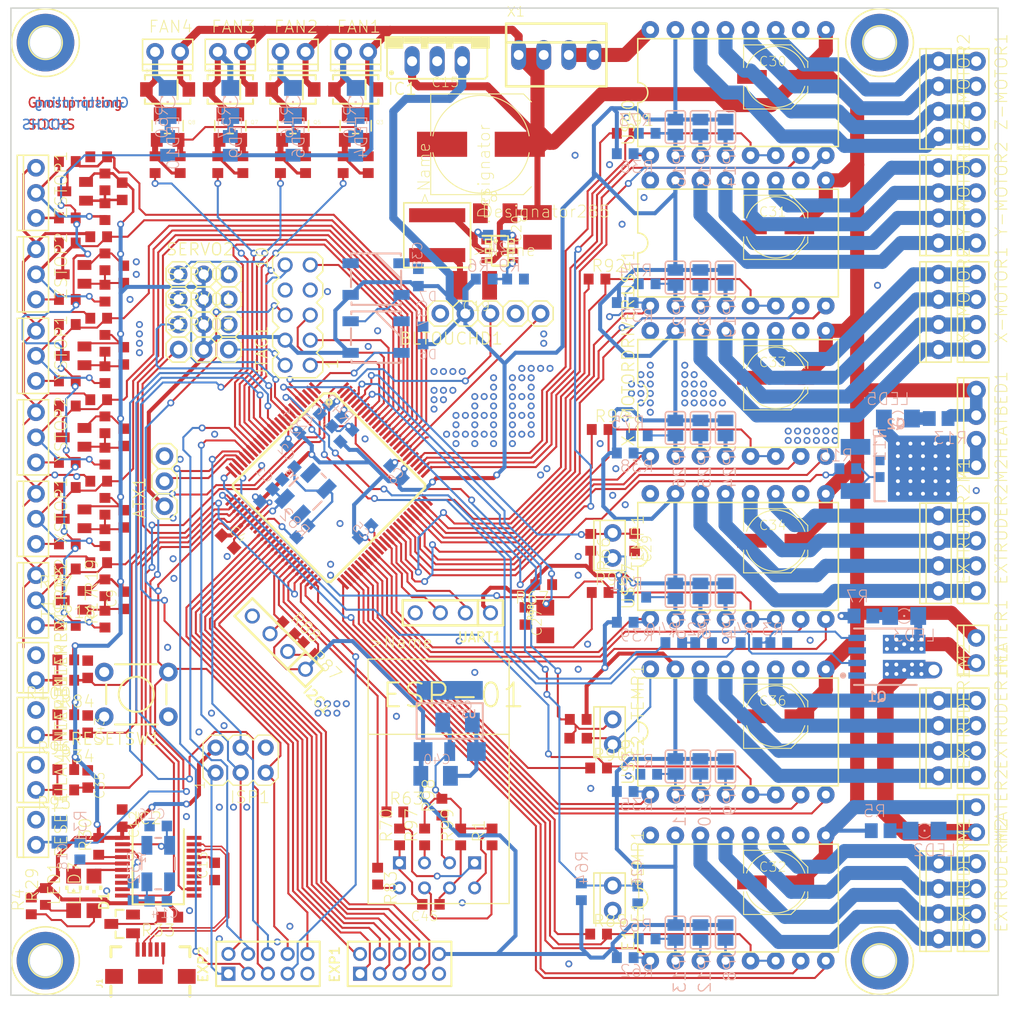
<source format=kicad_pcb>
(kicad_pcb (version 20171130) (host pcbnew "(5.0.0)")
  (layers (0 middle signal) (31 Bottom signal) (34 B.Paste user) (35 F.Paste user) (36 B.SilkS user) (37 F.SilkS user) (38 B.Mask user) (39 F.Mask user) (44 Edge.Cuts user))
  (net 0 "")
  (net 1 GND)
  (net 2 HEATER1)
  (net 3 HEATER2)
  (net 4 +12V)
  (net 5 FAN1)
  (net 6 FAN2)
  (net 7 XSTOP)
  (net 8 YSTOP)
  (net 9 ZSTOP)
  (net 10 HEATBED)
  (net 11 +3V3)
  (net 12 DIR_E)
  (net 13 STEP_E2)
  (net 14 DIR_X)
  (net 15 STEP_X)
  (net 16 EN_Y)
  (net 17 DIR_Y)
  (net 18 TXE)
  (net 19 STEP_E1)
  (net 20 EN_E)
  (net 21 XSTOP1)
  (net 22 YSTOP1)
  (net 23 ZSTOP1)
  (net 24 FAN3)
  (net 25 FAN4)
  (net 26 THERM1)
  (net 27 THERM2)
  (net 28 THERM3)
  (net 29 THERM_BOARD)
  (net 30 DIR_E2)
  (net 31 EN_E2)
  (net 32 DIR_E1)
  (net 33 EN_E1)
  (net 34 DIR_Z)
  (net 35 STEP_Z)
  (net 36 EN_Z)
  (net 37 STEP_Y)
  (net 38 EN_X)
  (net 39 STEP_E)
  (net 40 TXE2)
  (net 41 TXE1)
  (net 42 TXZ)
  (net 43 TXX)
  (net 44 TXY)
  (net 45 RXE)
  (net 46 RXE1)
  (net 47 RXE2)
  (net 48 RXZ)
  (net 49 RXY)
  (net 50 RXX)
  (net 51 N$14)
  (net 52 +5V)
  (net 53 "Net-(R6-Pad1)")
  (net 54 "Net-(C21-Pad2)")
  (net 55 "Net-(C21-Pad1)")
  (net 56 "Net-(C39-Pad1)")
  (net 57 "Net-(C22-Pad2)")
  (net 58 "Net-(C22-Pad1)")
  (net 59 "Net-(C7-Pad2)")
  (net 60 /Zombiemaker-1.0_2/TCK)
  (net 61 /Zombiemaker-1.0_2/TMS)
  (net 62 /Zombiemaker-1.0_2/TDO)
  (net 63 /Zombiemaker-1.0_2/TDI)
  (net 64 /Zombiemaker-1.0_2/KILL)
  (net 65 /Zombiemaker-1.0_2/ZMIN)
  (net 66 /Zombiemaker-1.0_2/TXD3)
  (net 67 /Zombiemaker-1.0_2/RXD3)
  (net 68 /Zombiemaker-1.0_2/SD_CARD)
  (net 69 /Zombiemaker-1.0_2/SERVO4)
  (net 70 /Zombiemaker-1.0_2/TXD1)
  (net 71 /Zombiemaker-1.0_2/RXD1)
  (net 72 /Zombiemaker-1.0_2/SDA)
  (net 73 /Zombiemaker-1.0_2/SCL)
  (net 74 /Zombiemaker-1.0_2/DIS_13)
  (net 75 /Zombiemaker-1.0_2/DIS_12)
  (net 76 /Zombiemaker-1.0_2/DIS_11)
  (net 77 /Zombiemaker-1.0_2/DIS_10)
  (net 78 /Zombiemaker-1.0_2/DIS_09)
  (net 79 /Zombiemaker-1.0_2/DIS_08)
  (net 80 /Zombiemaker-1.0_2/DIS_07)
  (net 81 /Zombiemaker-1.0_2/DIS_01)
  (net 82 "Net-(R82-Pad1)")
  (net 83 "Net-(C1-Pad1)")
  (net 84 /Zombiemaker-1.0_2/RESET)
  (net 85 /Zombiemaker-1.0_2/FILAMENTERROR1)
  (net 86 /Zombiemaker-1.0_2/FILAMENTERROR2)
  (net 87 /Zombiemaker-1.0_2/FILAMENTERROR3)
  (net 88 /Zombiemaker-1.0_2/PS_ON)
  (net 89 /Zombiemaker-1.0_2/MISO)
  (net 90 /Zombiemaker-1.0_2/MOSI)
  (net 91 /Zombiemaker-1.0_2/SCK)
  (net 92 /Zombiemaker-1.0_2/SS)
  (net 93 /Zombiemaker-1.0_2/SERVO3)
  (net 94 /Zombiemaker-1.0_2/S-E2)
  (net 95 /Zombiemaker-1.0_2/S-E1)
  (net 96 /Zombiemaker-1.0_2/SERVO2)
  (net 97 /Zombiemaker-1.0_2/SERVO1)
  (net 98 /Zombiemaker-1.0_2/BLTOUCH)
  (net 99 /Zombiemaker-1.0_2/TXUSB)
  (net 100 /Zombiemaker-1.0_2/RXUSB)
  (net 101 /Zombiemaker-1.0_2/STATUSLED)
  (net 102 "Net-(C2-Pad1)")
  (net 103 "Net-(J1-PadID)")
  (net 104 "Net-(D1-Pad1)")
  (net 105 "Net-(IC2-Pad18)")
  (net 106 "Net-(IC2-Pad19)")
  (net 107 "Net-(D6-Pad2)")
  (net 108 "Net-(D7-Pad2)")
  (net 109 "Net-(R83-Pad2)")
  (net 110 "Net-(R1-Pad1)")
  (net 111 /Zombiemaker-1.0_2/RESET_3V3)
  (net 112 "Net-(R98-Pad1)")
  (net 113 "Net-(R97-Pad1)")
  (net 114 "Net-(R63-Pad2)")
  (net 115 "Net-(FILAMENTERR1-Pad2)")
  (net 116 "Net-(FILAMENTERR2-Pad2)")
  (net 117 "Net-(FILAMENTERR3-Pad2)")
  (net 118 "Net-(C13-Pad2)")
  (net 119 "Net-(IC2-Pad16)")
  (net 120 "Net-(IC2-Pad15)")
  (net 121 "Net-(IC2-Pad14)")
  (net 122 "Net-(IC2-Pad13)")
  (net 123 "Net-(IC2-Pad11)")
  (net 124 "Net-(IC2-Pad9)")
  (net 125 "Net-(IC2-Pad8)")
  (net 126 "Net-(IC2-Pad7)")
  (net 127 "Net-(IC2-Pad6)")
  (net 128 "Net-(IC2-Pad5)")
  (net 129 "Net-(IC2-Pad4)")
  (net 130 "Net-(IC2-Pad3)")
  (net 131 "Net-(C16-Pad1)")
  (net 132 "Net-(LED1-PadA)")
  (net 133 "Net-(LED7-PadA)")
  (net 134 "Net-(D1-Pad3)")
  (net 135 "Net-(Q1-Pad2)")
  (net 136 "Net-(Q1-Pad4)")
  (net 137 "Net-(LED2-PadA)")
  (net 138 "Net-(LED3-PadA)")
  (net 139 "Net-(HEATER2-Pad2)")
  (net 140 "Net-(HEATER1-Pad2)")
  (net 141 "Net-(Q3-Pad1)")
  (net 142 "Net-(LED4-PadA)")
  (net 143 "Net-(D3-PadA)")
  (net 144 "Net-(Q2-Pad1)")
  (net 145 "Net-(LED5-PadA)")
  (net 146 "Net-(Q5-Pad1)")
  (net 147 "Net-(LED6-PadA)")
  (net 148 "Net-(D4-PadA)")
  (net 149 "Net-(Q7-Pad1)")
  (net 150 "Net-(LED9-PadA)")
  (net 151 "Net-(D2-PadA)")
  (net 152 "Net-(Q8-Pad1)")
  (net 153 "Net-(LED10-PadA)")
  (net 154 "Net-(D5-PadA)")
  (net 155 "Net-(R17-Pad1)")
  (net 156 "Net-(R18-Pad1)")
  (net 157 "Net-(C9-Pad1)")
  (net 158 "Net-(R21-Pad1)")
  (net 159 "Net-(R22-Pad1)")
  (net 160 "Net-(C10-Pad1)")
  (net 161 "Net-(R25-Pad1)")
  (net 162 "Net-(R26-Pad1)")
  (net 163 "Net-(C11-Pad1)")
  (net 164 "Net-(JP4-Pad1)")
  (net 165 "Net-(JP5-Pad1)")
  (net 166 "Net-(JP6-Pad1)")
  (net 167 "Net-(JP9-Pad1)")
  (net 168 "Net-(JP10-Pad1)")
  (net 169 "Net-(JP11-Pad1)")
  (net 170 "Net-(JP14-Pad1)")
  (net 171 "Net-(JP15-Pad1)")
  (net 172 "Net-(JP16-Pad1)")
  (net 173 "Net-(U$40-Pad14)")
  (net 174 "Net-(U$40-Pad13)")
  (net 175 "Net-(U$40-Pad12)")
  (net 176 "Net-(U$40-Pad11)")
  (net 177 "Net-(JP19-Pad1)")
  (net 178 "Net-(JP20-Pad1)")
  (net 179 "Net-(JP21-Pad1)")
  (net 180 "Net-(U$41-Pad14)")
  (net 181 "Net-(U$41-Pad13)")
  (net 182 "Net-(U$41-Pad12)")
  (net 183 "Net-(U$41-Pad11)")
  (net 184 "Net-(JP24-Pad1)")
  (net 185 "Net-(JP25-Pad1)")
  (net 186 "Net-(JP26-Pad1)")
  (net 187 "Net-(R44-Pad1)")
  (net 188 "Net-(R45-Pad1)")
  (net 189 "Net-(C23-Pad1)")
  (net 190 "Net-(R48-Pad1)")
  (net 191 "Net-(R49-Pad1)")
  (net 192 "Net-(C24-Pad1)")
  (net 193 "Net-(R52-Pad1)")
  (net 194 "Net-(R53-Pad1)")
  (net 195 "Net-(C25-Pad1)")
  (net 196 "Net-(E1-Pad4)")
  (net 197 "Net-(E1-Pad3)")
  (net 198 "Net-(E1-Pad2)")
  (net 199 "Net-(E1-Pad14)")
  (net 200 "Net-(E1-Pad13)")
  (net 201 "Net-(E1-Pad12)")
  (net 202 "Net-(E1-Pad11)")
  (net 203 "Net-(RESETSW1-Pad4)")
  (net 204 "Net-(RESETSW1-Pad2)")
  (net 205 "Net-(JTAG1-Pad8)")
  (net 206 "Net-(JTAG1-Pad7)")
  (net 207 "Net-(HEATBED1-Pad3)")
  (net 208 "Net-(EXTRUDER2M1-Pad1)")
  (net 209 "Net-(EXTRUDER2M1-Pad2)")
  (net 210 "Net-(EXTRUDER2M1-Pad3)")
  (net 211 "Net-(EXTRUDER2M1-Pad4)")
  (net 212 "Net-(EXTRUDER1M1-Pad1)")
  (net 213 "Net-(EXTRUDER1M1-Pad2)")
  (net 214 "Net-(EXTRUDER1M1-Pad3)")
  (net 215 "Net-(EXTRUDER1M1-Pad4)")
  (net 216 "Net-(X-MOTOR1-Pad1)")
  (net 217 "Net-(X-MOTOR1-Pad2)")
  (net 218 "Net-(X-MOTOR1-Pad3)")
  (net 219 "Net-(X-MOTOR1-Pad4)")
  (module Zombiemaker-1.0:TQFP100 (layer middle) (at 130.72735 103.40985 315)
    (fp_text reference U1 (at -5.08 -3.81 135) (layer F.SilkS) (effects (font (size 0.38608 0.38608) (thickness 0.030886)) (justify left bottom)))
    (fp_text value ATMEGA2560AU)
    (pad 100 smd rect (at -6 -8 315) (size 0.3 1.5) (layers middle F.Paste F.Mask) (net 57 "Net-(C22-Pad2)"))
    (pad 99 smd rect (at -5.5 -8 315) (size 0.3 1.5) (layers middle F.Paste F.Mask) (net 58 "Net-(C22-Pad1)"))
    (pad 98 smd rect (at -5 -8 315) (size 0.3 1.5) (layers middle F.Paste F.Mask) (net 59 "Net-(C7-Pad2)"))
    (pad 97 smd rect (at -4.5 -8 315) (size 0.3 1.5) (layers middle F.Paste F.Mask) (net 29 THERM_BOARD))
    (pad 96 smd rect (at -4 -8 315) (size 0.3 1.5) (layers middle F.Paste F.Mask) (net 28 THERM3))
    (pad 95 smd rect (at -3.5 -8 315) (size 0.3 1.5) (layers middle F.Paste F.Mask) (net 27 THERM2))
    (pad 94 smd rect (at -3 -8 315) (size 0.3 1.5) (layers middle F.Paste F.Mask) (net 26 THERM1))
    (pad 93 smd rect (at -2.5 -8 315) (size 0.3 1.5) (layers middle F.Paste F.Mask) (net 60 /Zombiemaker-1.0_2/TCK))
    (pad 92 smd rect (at -2 -8 315) (size 0.3 1.5) (layers middle F.Paste F.Mask) (net 61 /Zombiemaker-1.0_2/TMS))
    (pad 91 smd rect (at -1.5 -8 315) (size 0.3 1.5) (layers middle F.Paste F.Mask) (net 62 /Zombiemaker-1.0_2/TDO))
    (pad 90 smd rect (at -1 -8 315) (size 0.3 1.5) (layers middle F.Paste F.Mask) (net 63 /Zombiemaker-1.0_2/TDI))
    (pad 89 smd rect (at -0.5 -8 315) (size 0.3 1.5) (layers middle F.Paste F.Mask) (net 64 /Zombiemaker-1.0_2/KILL))
    (pad 88 smd rect (at 0 -8 315) (size 0.3 1.5) (layers middle F.Paste F.Mask) (net 7 XSTOP))
    (pad 87 smd rect (at 0.5 -8 315) (size 0.3 1.5) (layers middle F.Paste F.Mask) (net 21 XSTOP1))
    (pad 86 smd rect (at 1 -8 315) (size 0.3 1.5) (layers middle F.Paste F.Mask) (net 8 YSTOP))
    (pad 85 smd rect (at 1.5 -8 315) (size 0.3 1.5) (layers middle F.Paste F.Mask) (net 22 YSTOP1))
    (pad 84 smd rect (at 2 -8 315) (size 0.3 1.5) (layers middle F.Paste F.Mask) (net 9 ZSTOP))
    (pad 83 smd rect (at 2.5 -8 315) (size 0.3 1.5) (layers middle F.Paste F.Mask) (net 23 ZSTOP1))
    (pad 82 smd rect (at 3 -8 315) (size 0.3 1.5) (layers middle F.Paste F.Mask) (net 65 /Zombiemaker-1.0_2/ZMIN))
    (pad 81 smd rect (at 3.5 -8 315) (size 0.3 1.5) (layers middle F.Paste F.Mask) (net 1 GND))
    (pad 80 smd rect (at 4 -8 315) (size 0.3 1.5) (layers middle F.Paste F.Mask) (net 52 +5V))
    (pad 79 smd rect (at 4.5 -8 315) (size 0.3 1.5) (layers middle F.Paste F.Mask) (net 42 TXZ))
    (pad 78 smd rect (at 5 -8 315) (size 0.3 1.5) (layers middle F.Paste F.Mask) (net 36 EN_Z))
    (pad 77 smd rect (at 5.5 -8 315) (size 0.3 1.5) (layers middle F.Paste F.Mask) (net 35 STEP_Z))
    (pad 76 smd rect (at 6 -8 315) (size 0.3 1.5) (layers middle F.Paste F.Mask) (net 34 DIR_Z))
    (pad 75 smd rect (at 8 -6 315) (size 1.5 0.3) (layers middle F.Paste F.Mask) (net 44 TXY))
    (pad 74 smd rect (at 8 -5.5 315) (size 1.5 0.3) (layers middle F.Paste F.Mask) (net 16 EN_Y))
    (pad 73 smd rect (at 8 -5 315) (size 1.5 0.3) (layers middle F.Paste F.Mask) (net 37 STEP_Y))
    (pad 72 smd rect (at 8 -4.5 315) (size 1.5 0.3) (layers middle F.Paste F.Mask) (net 17 DIR_Y))
    (pad 71 smd rect (at 8 -4 315) (size 1.5 0.3) (layers middle F.Paste F.Mask) (net 43 TXX))
    (pad 70 smd rect (at 8 -3.5 315) (size 1.5 0.3) (layers middle F.Paste F.Mask) (net 38 EN_X))
    (pad 69 smd rect (at 8 -3 315) (size 1.5 0.3) (layers middle F.Paste F.Mask) (net 15 STEP_X))
    (pad 68 smd rect (at 8 -2.5 315) (size 1.5 0.3) (layers middle F.Paste F.Mask) (net 14 DIR_X))
    (pad 67 smd rect (at 8 -2 315) (size 1.5 0.3) (layers middle F.Paste F.Mask) (net 48 RXZ))
    (pad 66 smd rect (at 8 -1.5 315) (size 1.5 0.3) (layers middle F.Paste F.Mask) (net 49 RXY))
    (pad 65 smd rect (at 8 -1 315) (size 1.5 0.3) (layers middle F.Paste F.Mask) (net 50 RXX))
    (pad 64 smd rect (at 8 -0.5 315) (size 1.5 0.3) (layers middle F.Paste F.Mask) (net 66 /Zombiemaker-1.0_2/TXD3))
    (pad 63 smd rect (at 8 0 315) (size 1.5 0.3) (layers middle F.Paste F.Mask) (net 67 /Zombiemaker-1.0_2/RXD3))
    (pad 62 smd rect (at 8 0.5 315) (size 1.5 0.3) (layers middle F.Paste F.Mask) (net 1 GND))
    (pad 61 smd rect (at 8 1 315) (size 1.5 0.3) (layers middle F.Paste F.Mask) (net 52 +5V))
    (pad 60 smd rect (at 8 1.5 315) (size 1.5 0.3) (layers middle F.Paste F.Mask) (net 40 TXE2))
    (pad 59 smd rect (at 8 2 315) (size 1.5 0.3) (layers middle F.Paste F.Mask) (net 31 EN_E2))
    (pad 58 smd rect (at 8 2.5 315) (size 1.5 0.3) (layers middle F.Paste F.Mask) (net 13 STEP_E2))
    (pad 57 smd rect (at 8 3 315) (size 1.5 0.3) (layers middle F.Paste F.Mask) (net 30 DIR_E2))
    (pad 56 smd rect (at 8 3.5 315) (size 1.5 0.3) (layers middle F.Paste F.Mask) (net 41 TXE1))
    (pad 55 smd rect (at 8 4 315) (size 1.5 0.3) (layers middle F.Paste F.Mask) (net 33 EN_E1))
    (pad 54 smd rect (at 8 4.5 315) (size 1.5 0.3) (layers middle F.Paste F.Mask) (net 19 STEP_E1))
    (pad 53 smd rect (at 8 5 315) (size 1.5 0.3) (layers middle F.Paste F.Mask) (net 32 DIR_E1))
    (pad 52 smd rect (at 8 5.5 315) (size 1.5 0.3) (layers middle F.Paste F.Mask) (net 18 TXE))
    (pad 51 smd rect (at 8 6 315) (size 1.5 0.3) (layers middle F.Paste F.Mask) (net 20 EN_E))
    (pad 50 smd rect (at 6 8 315) (size 0.3 1.5) (layers middle F.Paste F.Mask) (net 39 STEP_E))
    (pad 49 smd rect (at 5.5 8 315) (size 0.3 1.5) (layers middle F.Paste F.Mask) (net 12 DIR_E))
    (pad 48 smd rect (at 5 8 315) (size 0.3 1.5) (layers middle F.Paste F.Mask) (net 68 /Zombiemaker-1.0_2/SD_CARD))
    (pad 47 smd rect (at 4.5 8 315) (size 0.3 1.5) (layers middle F.Paste F.Mask) (net 69 /Zombiemaker-1.0_2/SERVO4))
    (pad 46 smd rect (at 4 8 315) (size 0.3 1.5) (layers middle F.Paste F.Mask) (net 70 /Zombiemaker-1.0_2/TXD1))
    (pad 45 smd rect (at 3.5 8 315) (size 0.3 1.5) (layers middle F.Paste F.Mask) (net 71 /Zombiemaker-1.0_2/RXD1))
    (pad 44 smd rect (at 3 8 315) (size 0.3 1.5) (layers middle F.Paste F.Mask) (net 72 /Zombiemaker-1.0_2/SDA))
    (pad 43 smd rect (at 2.5 8 315) (size 0.3 1.5) (layers middle F.Paste F.Mask) (net 73 /Zombiemaker-1.0_2/SCL))
    (pad 42 smd rect (at 2 8 315) (size 0.3 1.5) (layers middle F.Paste F.Mask) (net 74 /Zombiemaker-1.0_2/DIS_13))
    (pad 41 smd rect (at 1.5 8 315) (size 0.3 1.5) (layers middle F.Paste F.Mask) (net 75 /Zombiemaker-1.0_2/DIS_12))
    (pad 40 smd rect (at 1 8 315) (size 0.3 1.5) (layers middle F.Paste F.Mask) (net 76 /Zombiemaker-1.0_2/DIS_11))
    (pad 39 smd rect (at 0.5 8 315) (size 0.3 1.5) (layers middle F.Paste F.Mask) (net 77 /Zombiemaker-1.0_2/DIS_10))
    (pad 38 smd rect (at 0 8 315) (size 0.3 1.5) (layers middle F.Paste F.Mask) (net 78 /Zombiemaker-1.0_2/DIS_09))
    (pad 37 smd rect (at -0.5 8 315) (size 0.3 1.5) (layers middle F.Paste F.Mask) (net 79 /Zombiemaker-1.0_2/DIS_08))
    (pad 36 smd rect (at -1 8 315) (size 0.3 1.5) (layers middle F.Paste F.Mask) (net 80 /Zombiemaker-1.0_2/DIS_07))
    (pad 35 smd rect (at -1.5 8 315) (size 0.3 1.5) (layers middle F.Paste F.Mask) (net 81 /Zombiemaker-1.0_2/DIS_01))
    (pad 34 smd rect (at -2 8 315) (size 0.3 1.5) (layers middle F.Paste F.Mask) (net 82 "Net-(R82-Pad1)"))
    (pad 33 smd rect (at -2.5 8 315) (size 0.3 1.5) (layers middle F.Paste F.Mask) (net 83 "Net-(C1-Pad1)"))
    (pad 32 smd rect (at -3 8 315) (size 0.3 1.5) (layers middle F.Paste F.Mask) (net 1 GND))
    (pad 31 smd rect (at -3.5 8 315) (size 0.3 1.5) (layers middle F.Paste F.Mask) (net 52 +5V))
    (pad 30 smd rect (at -4 8 315) (size 0.3 1.5) (layers middle F.Paste F.Mask) (net 84 /Zombiemaker-1.0_2/RESET))
    (pad 29 smd rect (at -4.5 8 315) (size 0.3 1.5) (layers middle F.Paste F.Mask) (net 85 /Zombiemaker-1.0_2/FILAMENTERROR1))
    (pad 28 smd rect (at -5 8 315) (size 0.3 1.5) (layers middle F.Paste F.Mask) (net 86 /Zombiemaker-1.0_2/FILAMENTERROR2))
    (pad 27 smd rect (at -5.5 8 315) (size 0.3 1.5) (layers middle F.Paste F.Mask) (net 87 /Zombiemaker-1.0_2/FILAMENTERROR3))
    (pad 26 smd rect (at -6 8 315) (size 0.3 1.5) (layers middle F.Paste F.Mask) (net 45 RXE))
    (pad 25 smd rect (at -8 6 315) (size 1.5 0.3) (layers middle F.Paste F.Mask) (net 46 RXE1))
    (pad 24 smd rect (at -8 5.5 315) (size 1.5 0.3) (layers middle F.Paste F.Mask) (net 47 RXE2))
    (pad 23 smd rect (at -8 5 315) (size 1.5 0.3) (layers middle F.Paste F.Mask) (net 88 /Zombiemaker-1.0_2/PS_ON))
    (pad 22 smd rect (at -8 4.5 315) (size 1.5 0.3) (layers middle F.Paste F.Mask) (net 89 /Zombiemaker-1.0_2/MISO))
    (pad 21 smd rect (at -8 4 315) (size 1.5 0.3) (layers middle F.Paste F.Mask) (net 90 /Zombiemaker-1.0_2/MOSI))
    (pad 20 smd rect (at -8 3.5 315) (size 1.5 0.3) (layers middle F.Paste F.Mask) (net 91 /Zombiemaker-1.0_2/SCK))
    (pad 19 smd rect (at -8 3 315) (size 1.5 0.3) (layers middle F.Paste F.Mask) (net 92 /Zombiemaker-1.0_2/SS))
    (pad 18 smd rect (at -8 2.5 315) (size 1.5 0.3) (layers middle F.Paste F.Mask) (net 25 FAN4))
    (pad 17 smd rect (at -8 2 315) (size 1.5 0.3) (layers middle F.Paste F.Mask) (net 24 FAN3))
    (pad 16 smd rect (at -8 1.5 315) (size 1.5 0.3) (layers middle F.Paste F.Mask) (net 6 FAN2))
    (pad 15 smd rect (at -8 1 315) (size 1.5 0.3) (layers middle F.Paste F.Mask) (net 5 FAN1))
    (pad 14 smd rect (at -8 0.5 315) (size 1.5 0.3) (layers middle F.Paste F.Mask) (net 93 /Zombiemaker-1.0_2/SERVO3))
    (pad 13 smd rect (at -8 0 315) (size 1.5 0.3) (layers middle F.Paste F.Mask) (net 94 /Zombiemaker-1.0_2/S-E2))
    (pad 12 smd rect (at -8 -0.5 315) (size 1.5 0.3) (layers middle F.Paste F.Mask) (net 95 /Zombiemaker-1.0_2/S-E1))
    (pad 11 smd rect (at -8 -1 315) (size 1.5 0.3) (layers middle F.Paste F.Mask) (net 1 GND))
    (pad 10 smd rect (at -8 -1.5 315) (size 1.5 0.3) (layers middle F.Paste F.Mask) (net 52 +5V))
    (pad 9 smd rect (at -8 -2 315) (size 1.5 0.3) (layers middle F.Paste F.Mask) (net 96 /Zombiemaker-1.0_2/SERVO2))
    (pad 8 smd rect (at -8 -2.5 315) (size 1.5 0.3) (layers middle F.Paste F.Mask) (net 97 /Zombiemaker-1.0_2/SERVO1))
    (pad 7 smd rect (at -8 -3 315) (size 1.5 0.3) (layers middle F.Paste F.Mask) (net 2 HEATER1))
    (pad 6 smd rect (at -8 -3.5 315) (size 1.5 0.3) (layers middle F.Paste F.Mask) (net 3 HEATER2))
    (pad 5 smd rect (at -8 -4 315) (size 1.5 0.3) (layers middle F.Paste F.Mask) (net 10 HEATBED))
    (pad 4 smd rect (at -8 -4.5 315) (size 1.5 0.3) (layers middle F.Paste F.Mask) (net 98 /Zombiemaker-1.0_2/BLTOUCH))
    (pad 3 smd rect (at -8 -5 315) (size 1.5 0.3) (layers middle F.Paste F.Mask) (net 99 /Zombiemaker-1.0_2/TXUSB))
    (pad 2 smd rect (at -8 -5.5 315) (size 1.5 0.3) (layers middle F.Paste F.Mask) (net 100 /Zombiemaker-1.0_2/RXUSB))
    (pad 1 smd rect (at -8 -6 315) (size 1.5 0.3) (layers middle F.Paste F.Mask) (net 101 /Zombiemaker-1.0_2/STATUSLED))
  )
  (module Zombiemaker-1.0:C0603 (layer Bottom) (at 124.37735 104.36235 225)
    (fp_text reference C1 (at -0.8 0.65 315) (layer B.SilkS) (effects (font (size 0.9652 0.9652) (thickness 0.077216)) (justify left bottom mirror)))
    (fp_text value 22pF)
    (pad 2 smd rect (at 0.874999 0 225) (size 1.05 1.08) (layers Bottom B.Paste B.Mask) (net 1 GND))
    (pad 1 smd rect (at -0.874999 0 225) (size 1.05 1.08) (layers Bottom B.Paste B.Mask) (net 83 "Net-(C1-Pad1)"))
  )
  (module Zombiemaker-1.0:C0603 (layer Bottom) (at 126.59985 102.13985 225)
    (fp_text reference C2 (at -0.8 0.65 315) (layer B.SilkS) (effects (font (size 0.9652 0.9652) (thickness 0.077216)) (justify left bottom mirror)))
    (fp_text value 22pF)
    (pad 2 smd rect (at 0.874999 0 225) (size 1.05 1.08) (layers Bottom B.Paste B.Mask) (net 1 GND))
    (pad 1 smd rect (at -0.874999 0 225) (size 1.05 1.08) (layers Bottom B.Paste B.Mask) (net 102 "Net-(C2-Pad1)"))
  )
  (module Zombiemaker-1.0:R_SMD0603 (layer Bottom) (at 168.6686 119.28485 180)
    (fp_text reference R2 (at -0.635 0.635) (layer B.SilkS) (effects (font (size 1.2065 1.2065) (thickness 0.09652)) (justify left bottom mirror)))
    (fp_text value 10k)
    (pad 2 smd rect (at 0.85 0 180) (size 1 1.1) (layers Bottom B.Paste B.Mask) (net 135 "Net-(Q1-Pad2)"))
    (pad 1 smd rect (at -0.85 0 180) (size 1 1.1) (layers Bottom B.Paste B.Mask) (net 1 GND))
  )
  (module Zombiemaker-1.0:R_SMD0603 (layer Bottom) (at 176.2886 119.28485 180)
    (fp_text reference R3 (at -0.635 0.635) (layer B.SilkS) (effects (font (size 1.2065 1.2065) (thickness 0.09652)) (justify left bottom mirror)))
    (fp_text value 10k)
    (pad 2 smd rect (at 0.85 0 180) (size 1 1.1) (layers Bottom B.Paste B.Mask) (net 136 "Net-(Q1-Pad4)"))
    (pad 1 smd rect (at -0.85 0 180) (size 1 1.1) (layers Bottom B.Paste B.Mask) (net 1 GND))
  )
  (module Zombiemaker-1.0:R_SMD0805 (layer Bottom) (at 186.60735 138.33485 180)
    (fp_text reference R5 (at -0.635 1.27) (layer B.SilkS) (effects (font (size 1.2065 1.2065) (thickness 0.09652)) (justify left bottom mirror)))
    (fp_text value 470)
    (pad 2 smd rect (at 0.95 0 180) (size 1.3 1.5) (layers Bottom B.Paste B.Mask) (net 4 +12V))
    (pad 1 smd rect (at -0.95 0 180) (size 1.3 1.5) (layers Bottom B.Paste B.Mask) (net 137 "Net-(LED2-PadA)"))
  )
  (module Zombiemaker-1.0:R_SMD0805 (layer Bottom) (at 184.8611 116.5861 180)
    (fp_text reference R7 (at -0.635 1.27) (layer B.SilkS) (effects (font (size 1.2065 1.2065) (thickness 0.09652)) (justify left bottom mirror)))
    (fp_text value 470)
    (pad 2 smd rect (at 0.95 0 180) (size 1.3 1.5) (layers Bottom B.Paste B.Mask) (net 4 +12V))
    (pad 1 smd rect (at -0.95 0 180) (size 1.3 1.5) (layers Bottom B.Paste B.Mask) (net 138 "Net-(LED3-PadA)"))
  )
  (module Zombiemaker-1.0:1206 (layer Bottom) (at 191.05235 138.33485)
    (fp_text reference LED2 (at -1.27 1.27) (layer B.SilkS) (effects (font (size 1.2065 1.2065) (thickness 0.09652)) (justify right top mirror)))
    (fp_text value LEDSMT1206)
    (pad C smd rect (at 1.422 0) (size 1.6 1.803) (layers Bottom B.Paste B.Mask) (net 139 "Net-(HEATER2-Pad2)"))
    (pad A smd rect (at -1.422 0) (size 1.6 1.803) (layers Bottom B.Paste B.Mask) (net 137 "Net-(LED2-PadA)"))
  )
  (module Zombiemaker-1.0:1206 (layer Bottom) (at 188.9886 116.5861)
    (fp_text reference LED3 (at -1.27 1.27) (layer B.SilkS) (effects (font (size 1.2065 1.2065) (thickness 0.09652)) (justify right top mirror)))
    (fp_text value LEDSMT1206)
    (pad C smd rect (at 1.422 0) (size 1.6 1.803) (layers Bottom B.Paste B.Mask) (net 140 "Net-(HEATER1-Pad2)"))
    (pad A smd rect (at -1.422 0) (size 1.6 1.803) (layers Bottom B.Paste B.Mask) (net 138 "Net-(LED3-PadA)"))
  )
  (module Zombiemaker-1.0:USB-B-MICRO-SMD_RED_PASTE (layer middle) (at 112.62985 153.0986 90)
    (fp_text reference J1 (at -1.27 -4.8006 90) (layer F.SilkS) (effects (font (size 0.57912 0.57912) (thickness 0.115824)) (justify left bottom)))
    (fp_text value USB_MICRO-BREDUCED_PASTE)
    (pad SHIELD2 smd rect (at 0 3.685 180) (size 1.8 1.5) (layers middle F.Mask) (net 1 GND))
    (pad SHIELD3 smd rect (at 0 0 180) (size 2.5 1.5) (layers middle F.Mask) (net 1 GND))
    (pad SHIELD1 smd rect (at 0 -3.685 180) (size 1.8 1.5) (layers middle F.Mask) (net 1 GND))
    (pad GND smd rect (at 2.725 1.3 180) (size 0.4 1.45) (layers middle F.Paste F.Mask) (net 1 GND))
    (pad ID smd rect (at 2.725 0.65 180) (size 0.4 1.45) (layers middle F.Mask) (net 103 "Net-(J1-PadID)"))
    (pad VBUS smd rect (at 2.725 -1.3 180) (size 0.4 1.45) (layers middle F.Paste F.Mask) (net 104 "Net-(D1-Pad1)"))
    (pad D- smd rect (at 2.725 -0.65 180) (size 0.4 1.45) (layers middle F.Mask) (net 105 "Net-(IC2-Pad18)"))
    (pad D+ smd rect (at 2.725 0 180) (size 0.4 1.45) (layers middle F.Mask) (net 106 "Net-(IC2-Pad19)"))
  )
  (module Zombiemaker-1.0:10X02MTA (layer middle) (at 196.2911 137.2236 90)
    (fp_text reference HEATER2 (at -2.6162 3.2512 90) (layer F.SilkS) (effects (font (size 1.2065 1.2065) (thickness 0.09652)) (justify left bottom)))
    (fp_text value MTA02-100)
    (pad 1 thru_hole circle (at 1.27 0 180) (size 1.778 1.778) (drill 1.016) (layers *.Cu *.Mask) (net 4 +12V))
    (pad 2 thru_hole circle (at -1.27 0 180) (size 1.778 1.778) (drill 1.016) (layers *.Cu *.Mask) (net 139 "Net-(HEATER2-Pad2)"))
  )
  (module Zombiemaker-1.0:10X02MTA (layer middle) (at 196.2911 120.0786 90)
    (fp_text reference HEATER1 (at -2.6162 3.2512 90) (layer F.SilkS) (effects (font (size 1.2065 1.2065) (thickness 0.09652)) (justify left bottom)))
    (fp_text value MTA02-100)
    (pad 1 thru_hole circle (at 1.27 0 180) (size 1.778 1.778) (drill 1.016) (layers *.Cu *.Mask) (net 4 +12V))
    (pad 2 thru_hole circle (at -1.27 0 180) (size 1.778 1.778) (drill 1.016) (layers *.Cu *.Mask) (net 140 "Net-(HEATER1-Pad2)"))
  )
  (module Zombiemaker-1.0:R_SMD0603 (layer middle) (at 134.6961 70.8661 270)
    (fp_text reference R8 hide)
    (fp_text value 10k hide)
    (pad 2 smd rect (at 0.85 0 270) (size 1 1.1) (layers middle F.Paste F.Mask) (net 141 "Net-(Q3-Pad1)"))
    (pad 1 smd rect (at -0.85 0 270) (size 1 1.1) (layers middle F.Paste F.Mask) (net 1 GND))
  )
  (module Zombiemaker-1.0:R_SMD0805 (layer Bottom) (at 133.4261 68.9611 270)
    (fp_text reference R10 (at -0.635 1.27 90) (layer B.SilkS) (effects (font (size 1.2065 1.2065) (thickness 0.09652)) (justify right top mirror)))
    (fp_text value 470)
    (pad 2 smd rect (at 0.95 0 270) (size 1.3 1.5) (layers Bottom B.Paste B.Mask) (net 4 +12V))
    (pad 1 smd rect (at -0.95 0 270) (size 1.3 1.5) (layers Bottom B.Paste B.Mask) (net 142 "Net-(LED4-PadA)"))
  )
  (module Zombiemaker-1.0:1206 (layer Bottom) (at 133.4261 64.5161 90)
    (fp_text reference LED4 (at -1.27 1.27 90) (layer B.SilkS) (effects (font (size 1.2065 1.2065) (thickness 0.09652)) (justify left bottom mirror)))
    (fp_text value LEDSMT1206)
    (pad C smd rect (at 1.422 0 90) (size 1.6 1.803) (layers Bottom B.Paste B.Mask) (net 143 "Net-(D3-PadA)"))
    (pad A smd rect (at -1.422 0 90) (size 1.6 1.803) (layers Bottom B.Paste B.Mask) (net 142 "Net-(LED4-PadA)"))
  )
  (module Zombiemaker-1.0:R_SMD0603 (layer Bottom) (at 186.4486 101.6636 270)
    (fp_text reference R11 (at -0.635 0.635 90) (layer B.SilkS) (effects (font (size 1.2065 1.2065) (thickness 0.09652)) (justify right top mirror)))
    (fp_text value 10k)
    (pad 2 smd rect (at 0.85 0 270) (size 1 1.1) (layers Bottom B.Paste B.Mask) (net 144 "Net-(Q2-Pad1)"))
    (pad 1 smd rect (at -0.85 0 270) (size 1 1.1) (layers Bottom B.Paste B.Mask) (net 1 GND))
  )
  (module Zombiemaker-1.0:R_SMD0805 (layer Bottom) (at 192.4811 96.5836)
    (fp_text reference R13 (at -0.635 1.27) (layer B.SilkS) (effects (font (size 1.2065 1.2065) (thickness 0.09652)) (justify right top mirror)))
    (fp_text value 470)
    (pad 2 smd rect (at 0.95 0) (size 1.3 1.5) (layers Bottom B.Paste B.Mask) (net 4 +12V))
    (pad 1 smd rect (at -0.95 0) (size 1.3 1.5) (layers Bottom B.Paste B.Mask) (net 145 "Net-(LED5-PadA)"))
  )
  (module Zombiemaker-1.0:1206 (layer Bottom) (at 188.3536 96.5836 180)
    (fp_text reference LED5 (at -1.27 1.27) (layer B.SilkS) (effects (font (size 1.2065 1.2065) (thickness 0.09652)) (justify left bottom mirror)))
    (fp_text value LEDSMT1206)
    (pad C smd rect (at 1.422 0 180) (size 1.6 1.803) (layers Bottom B.Paste B.Mask) (net 207 "Net-(HEATBED1-Pad3)"))
    (pad A smd rect (at -1.422 0 180) (size 1.6 1.803) (layers Bottom B.Paste B.Mask) (net 145 "Net-(LED5-PadA)"))
  )
  (module Zombiemaker-1.0:10X02MTA (layer middle) (at 133.4261 59.4361 180)
    (fp_text reference FAN1 (at -2.6162 3.2512) (layer F.SilkS) (effects (font (size 1.2065 1.2065) (thickness 0.09652)) (justify right top)))
    (fp_text value MTA02-100)
    (pad 1 thru_hole circle (at 1.27 0 270) (size 1.778 1.778) (drill 1.016) (layers *.Cu *.Mask) (net 143 "Net-(D3-PadA)"))
    (pad 2 thru_hole circle (at -1.27 0 270) (size 1.778 1.778) (drill 1.016) (layers *.Cu *.Mask) (net 4 +12V))
  )
  (module Zombiemaker-1.0:10X04MTA (layer middle) (at 196.2911 97.5361 90)
    (fp_text reference HEATBED1 (at -3.2512 3.2512 90) (layer F.SilkS) (effects (font (size 1.2065 1.2065) (thickness 0.09652)) (justify left bottom)))
    (fp_text value MTA04-100)
    (pad 1 thru_hole circle (at 3.81 0) (size 1.9304 1.9304) (drill 1.016) (layers *.Cu *.Mask) (net 4 +12V))
    (pad 2 thru_hole circle (at 1.27 0) (size 1.9304 1.9304) (drill 1.016) (layers *.Cu *.Mask) (net 4 +12V))
    (pad 3 thru_hole circle (at -1.27 0) (size 1.9304 1.9304) (drill 1.016) (layers *.Cu *.Mask) (net 207 "Net-(HEATBED1-Pad3)"))
    (pad 4 thru_hole circle (at -3.81 0) (size 1.9304 1.9304) (drill 1.016) (layers *.Cu *.Mask) (net 207 "Net-(HEATBED1-Pad3)"))
  )
  (module Zombiemaker-1.0:R_SMD0603 (layer middle) (at 128.3461 70.8661 270)
    (fp_text reference R14 hide)
    (fp_text value 10k hide)
    (pad 2 smd rect (at 0.85 0 270) (size 1 1.1) (layers middle F.Paste F.Mask) (net 146 "Net-(Q5-Pad1)"))
    (pad 1 smd rect (at -0.85 0 270) (size 1 1.1) (layers middle F.Paste F.Mask) (net 1 GND))
  )
  (module Zombiemaker-1.0:R_SMD0805 (layer Bottom) (at 127.0761 68.9611 270)
    (fp_text reference R16 (at -0.635 1.27 90) (layer B.SilkS) (effects (font (size 1.2065 1.2065) (thickness 0.09652)) (justify right top mirror)))
    (fp_text value 470)
    (pad 2 smd rect (at 0.95 0 270) (size 1.3 1.5) (layers Bottom B.Paste B.Mask) (net 4 +12V))
    (pad 1 smd rect (at -0.95 0 270) (size 1.3 1.5) (layers Bottom B.Paste B.Mask) (net 147 "Net-(LED6-PadA)"))
  )
  (module Zombiemaker-1.0:1206 (layer Bottom) (at 127.0761 64.5161 90)
    (fp_text reference LED6 (at -1.27 1.27 90) (layer B.SilkS) (effects (font (size 1.2065 1.2065) (thickness 0.09652)) (justify left bottom mirror)))
    (fp_text value LEDSMT1206)
    (pad C smd rect (at 1.422 0 90) (size 1.6 1.803) (layers Bottom B.Paste B.Mask) (net 148 "Net-(D4-PadA)"))
    (pad A smd rect (at -1.422 0 90) (size 1.6 1.803) (layers Bottom B.Paste B.Mask) (net 147 "Net-(LED6-PadA)"))
  )
  (module Zombiemaker-1.0:10X02MTA (layer middle) (at 127.0761 59.4361 180)
    (fp_text reference FAN2 (at -2.6162 3.2512) (layer F.SilkS) (effects (font (size 1.2065 1.2065) (thickness 0.09652)) (justify right top)))
    (fp_text value MTA02-100)
    (pad 1 thru_hole circle (at 1.27 0 270) (size 1.778 1.778) (drill 1.016) (layers *.Cu *.Mask) (net 148 "Net-(D4-PadA)"))
    (pad 2 thru_hole circle (at -1.27 0 270) (size 1.778 1.778) (drill 1.016) (layers *.Cu *.Mask) (net 4 +12V))
  )
  (module Zombiemaker-1.0:SMA-DIODE (layer middle) (at 133.4261 63.2461)
    (fp_text reference D3 (at -2.286 -1.651) (layer F.SilkS) (effects (font (size 0.38608 0.38608) (thickness 0.030886)) (justify left bottom)))
    (fp_text value DIODE-SCHOTTKY_)
    (pad C smd rect (at 2.15 0) (size 1.27 1.47) (layers middle F.Paste F.Mask) (net 4 +12V))
    (pad A smd rect (at -2.15 0 180) (size 1.27 1.47) (layers middle F.Paste F.Mask) (net 143 "Net-(D3-PadA)"))
  )
  (module Zombiemaker-1.0:SMA-DIODE (layer middle) (at 127.0761 63.2461)
    (fp_text reference D4 (at -2.286 -1.651) (layer F.SilkS) (effects (font (size 0.38608 0.38608) (thickness 0.030886)) (justify left bottom)))
    (fp_text value DIODE-SCHOTTKY_)
    (pad C smd rect (at 2.15 0) (size 1.27 1.47) (layers middle F.Paste F.Mask) (net 4 +12V))
    (pad A smd rect (at -2.15 0 180) (size 1.27 1.47) (layers middle F.Paste F.Mask) (net 148 "Net-(D4-PadA)"))
  )
  (module Zombiemaker-1.0:10X03MTA (layer middle) (at 101.0411 114.9986 90)
    (fp_text reference XSTOP2 (at -2.6162 3.2512 90) (layer F.SilkS) (effects (font (size 1.2065 1.2065) (thickness 0.09652)) (justify left bottom)))
    (fp_text value MTA03-100)
    (pad 1 thru_hole circle (at 2.54 0 180) (size 1.778 1.778) (drill 1.016) (layers *.Cu *.Mask) (net 1 GND))
    (pad 2 thru_hole circle (at 0 0 180) (size 1.778 1.778) (drill 1.016) (layers *.Cu *.Mask) (net 155 "Net-(R17-Pad1)"))
    (pad 3 thru_hole circle (at -2.54 0 180) (size 1.778 1.778) (drill 1.016) (layers *.Cu *.Mask) (net 156 "Net-(R18-Pad1)"))
  )
  (module Zombiemaker-1.0:R_SMD0603 (layer middle) (at 108.0261 116.9036 90)
    (fp_text reference R17 (at -0.635 -0.635 90) (layer F.SilkS) (effects (font (size 1.2065 1.2065) (thickness 0.09652)) (justify left bottom)))
    (fp_text value 1k)
    (pad 2 smd rect (at 0.85 0 90) (size 1 1.1) (layers middle F.Paste F.Mask) (net 157 "Net-(C9-Pad1)"))
    (pad 1 smd rect (at -0.85 0 90) (size 1 1.1) (layers middle F.Paste F.Mask) (net 155 "Net-(R17-Pad1)"))
  )
  (module Zombiemaker-1.0:R_SMD0603 (layer middle) (at 104.2161 117.5386)
    (fp_text reference R18 (at -0.635 -0.635) (layer F.SilkS) (effects (font (size 1.2065 1.2065) (thickness 0.09652)) (justify left bottom)))
    (fp_text value 0 hide)
    (pad 2 smd rect (at 0.85 0) (size 1 1.1) (layers middle F.Paste F.Mask) (net 4 +12V))
    (pad 1 smd rect (at -0.85 0) (size 1 1.1) (layers middle F.Paste F.Mask) (net 156 "Net-(R18-Pad1)"))
  )
  (module Zombiemaker-1.0:C0603 (layer middle) (at 109.9311 114.9986 90)
    (fp_text reference C9 (at -0.8 -0.65 90) (layer F.SilkS) (effects (font (size 0.9652 0.9652) (thickness 0.077216)) (justify left bottom)))
    (fp_text value 100nF)
    (pad 2 smd rect (at 0.875 0 90) (size 1.05 1.08) (layers middle F.Paste F.Mask) (net 52 +5V))
    (pad 1 smd rect (at -0.875 0 90) (size 1.05 1.08) (layers middle F.Paste F.Mask) (net 157 "Net-(C9-Pad1)"))
  )
  (module Zombiemaker-1.0:R_SMD0603 (layer middle) (at 108.0261 113.7286 90)
    (fp_text reference R19 (at -0.635 -0.635 90) (layer F.SilkS) (effects (font (size 1.2065 1.2065) (thickness 0.09652)) (justify left bottom)))
    (fp_text value 1k)
    (pad 2 smd rect (at 0.85 0 90) (size 1 1.1) (layers middle F.Paste F.Mask) (net 52 +5V))
    (pad 1 smd rect (at -0.85 0 90) (size 1 1.1) (layers middle F.Paste F.Mask) (net 157 "Net-(C9-Pad1)"))
  )
  (module Zombiemaker-1.0:R_SMD0603 (layer middle) (at 107.3911 111.1886)
    (fp_text reference R20 hide)
    (fp_text value R-EU_R0603)
    (pad 2 smd rect (at 0.85 0) (size 1 1.1) (layers middle F.Paste F.Mask) (net 7 XSTOP))
    (pad 1 smd rect (at -0.85 0) (size 1 1.1) (layers middle F.Paste F.Mask) (net 1 GND))
  )
  (module Zombiemaker-1.0:SOT23-BEC (layer middle) (at 104.8511 114.9986 90)
    (fp_text reference T1 (at -1.905 -1.905 90) (layer F.SilkS) (effects (font (size 1.2065 1.2065) (thickness 0.09652)) (justify left bottom)))
    (fp_text value -PNP-SOT23-BEC)
    (pad B smd rect (at -0.95 1.1 90) (size 1 1.4) (layers middle F.Paste F.Mask) (net 157 "Net-(C9-Pad1)"))
    (pad E smd rect (at 0.95 1.1 90) (size 1 1.4) (layers middle F.Paste F.Mask) (net 52 +5V))
    (pad C smd rect (at 0 -1.1 90) (size 1 1.4) (layers middle F.Paste F.Mask) (net 7 XSTOP))
  )
  (module Zombiemaker-1.0:10X03MTA (layer middle) (at 101.0411 98.4886 90)
    (fp_text reference YSTOP2 (at -2.6162 3.2512 90) (layer F.SilkS) (effects (font (size 1.2065 1.2065) (thickness 0.09652)) (justify left bottom)))
    (fp_text value MTA03-100)
    (pad 1 thru_hole circle (at 2.54 0 180) (size 1.778 1.778) (drill 1.016) (layers *.Cu *.Mask) (net 1 GND))
    (pad 2 thru_hole circle (at 0 0 180) (size 1.778 1.778) (drill 1.016) (layers *.Cu *.Mask) (net 158 "Net-(R21-Pad1)"))
    (pad 3 thru_hole circle (at -2.54 0 180) (size 1.778 1.778) (drill 1.016) (layers *.Cu *.Mask) (net 159 "Net-(R22-Pad1)"))
  )
  (module Zombiemaker-1.0:R_SMD0603 (layer middle) (at 108.0261 100.3936 90)
    (fp_text reference R21 hide)
    (fp_text value 1k hide)
    (pad 2 smd rect (at 0.85 0 90) (size 1 1.1) (layers middle F.Paste F.Mask) (net 160 "Net-(C10-Pad1)"))
    (pad 1 smd rect (at -0.85 0 90) (size 1 1.1) (layers middle F.Paste F.Mask) (net 158 "Net-(R21-Pad1)"))
  )
  (module Zombiemaker-1.0:R_SMD0603 (layer middle) (at 104.2161 101.0286)
    (fp_text reference R22 hide)
    (fp_text value 0 hide)
    (pad 2 smd rect (at 0.85 0) (size 1 1.1) (layers middle F.Paste F.Mask) (net 4 +12V))
    (pad 1 smd rect (at -0.85 0) (size 1 1.1) (layers middle F.Paste F.Mask) (net 159 "Net-(R22-Pad1)"))
  )
  (module Zombiemaker-1.0:C0603 (layer middle) (at 109.9311 98.4886 90)
    (fp_text reference C10 hide)
    (fp_text value 100nF hide)
    (pad 2 smd rect (at 0.875 0 90) (size 1.05 1.08) (layers middle F.Paste F.Mask) (net 52 +5V))
    (pad 1 smd rect (at -0.875 0 90) (size 1.05 1.08) (layers middle F.Paste F.Mask) (net 160 "Net-(C10-Pad1)"))
  )
  (module Zombiemaker-1.0:R_SMD0603 (layer middle) (at 108.0261 97.2186 90)
    (fp_text reference R23 hide)
    (fp_text value 1k hide)
    (pad 2 smd rect (at 0.85 0 90) (size 1 1.1) (layers middle F.Paste F.Mask) (net 52 +5V))
    (pad 1 smd rect (at -0.85 0 90) (size 1 1.1) (layers middle F.Paste F.Mask) (net 160 "Net-(C10-Pad1)"))
  )
  (module Zombiemaker-1.0:R_SMD0603 (layer middle) (at 107.3911 94.6786)
    (fp_text reference R24 hide)
    (fp_text value R-EU_R0603)
    (pad 2 smd rect (at 0.85 0) (size 1 1.1) (layers middle F.Paste F.Mask) (net 8 YSTOP))
    (pad 1 smd rect (at -0.85 0) (size 1 1.1) (layers middle F.Paste F.Mask) (net 1 GND))
  )
  (module Zombiemaker-1.0:SOT23-BEC (layer middle) (at 104.8511 98.4886 90)
    (fp_text reference T2 hide)
    (fp_text value -PNP-SOT23-BEC)
    (pad B smd rect (at -0.95 1.1 90) (size 1 1.4) (layers middle F.Paste F.Mask) (net 160 "Net-(C10-Pad1)"))
    (pad E smd rect (at 0.95 1.1 90) (size 1 1.4) (layers middle F.Paste F.Mask) (net 52 +5V))
    (pad C smd rect (at 0 -1.1 90) (size 1 1.4) (layers middle F.Paste F.Mask) (net 8 YSTOP))
  )
  (module Zombiemaker-1.0:10X03MTA (layer middle) (at 101.0411 81.9786 90)
    (fp_text reference ZSTOP2 (at -2.6162 3.2512 90) (layer F.SilkS) (effects (font (size 1.2065 1.2065) (thickness 0.09652)) (justify left bottom)))
    (fp_text value MTA03-100)
    (pad 1 thru_hole circle (at 2.54 0 180) (size 1.778 1.778) (drill 1.016) (layers *.Cu *.Mask) (net 1 GND))
    (pad 2 thru_hole circle (at 0 0 180) (size 1.778 1.778) (drill 1.016) (layers *.Cu *.Mask) (net 161 "Net-(R25-Pad1)"))
    (pad 3 thru_hole circle (at -2.54 0 180) (size 1.778 1.778) (drill 1.016) (layers *.Cu *.Mask) (net 162 "Net-(R26-Pad1)"))
  )
  (module Zombiemaker-1.0:R_SMD0603 (layer middle) (at 108.0261 83.8836 90)
    (fp_text reference R25 hide)
    (fp_text value 1k hide)
    (pad 2 smd rect (at 0.85 0 90) (size 1 1.1) (layers middle F.Paste F.Mask) (net 163 "Net-(C11-Pad1)"))
    (pad 1 smd rect (at -0.85 0 90) (size 1 1.1) (layers middle F.Paste F.Mask) (net 161 "Net-(R25-Pad1)"))
  )
  (module Zombiemaker-1.0:R_SMD0603 (layer middle) (at 104.2161 84.5186)
    (fp_text reference R26 hide)
    (fp_text value 0 hide)
    (pad 2 smd rect (at 0.85 0) (size 1 1.1) (layers middle F.Paste F.Mask) (net 4 +12V))
    (pad 1 smd rect (at -0.85 0) (size 1 1.1) (layers middle F.Paste F.Mask) (net 162 "Net-(R26-Pad1)"))
  )
  (module Zombiemaker-1.0:C0603 (layer middle) (at 109.9311 81.9786 90)
    (fp_text reference C11 hide)
    (fp_text value 100nF hide)
    (pad 2 smd rect (at 0.875 0 90) (size 1.05 1.08) (layers middle F.Paste F.Mask) (net 52 +5V))
    (pad 1 smd rect (at -0.875 0 90) (size 1.05 1.08) (layers middle F.Paste F.Mask) (net 163 "Net-(C11-Pad1)"))
  )
  (module Zombiemaker-1.0:R_SMD0603 (layer middle) (at 108.0261 80.7086 90)
    (fp_text reference R27 hide)
    (fp_text value 1k hide)
    (pad 2 smd rect (at 0.85 0 90) (size 1 1.1) (layers middle F.Paste F.Mask) (net 52 +5V))
    (pad 1 smd rect (at -0.85 0 90) (size 1 1.1) (layers middle F.Paste F.Mask) (net 163 "Net-(C11-Pad1)"))
  )
  (module Zombiemaker-1.0:R_SMD0603 (layer middle) (at 107.3911 78.1686)
    (fp_text reference R28 hide)
    (fp_text value R-EU_R0603)
    (pad 2 smd rect (at 0.85 0) (size 1 1.1) (layers middle F.Paste F.Mask) (net 9 ZSTOP))
    (pad 1 smd rect (at -0.85 0) (size 1 1.1) (layers middle F.Paste F.Mask) (net 1 GND))
  )
  (module Zombiemaker-1.0:SOT23-BEC (layer middle) (at 104.8511 81.9786 90)
    (fp_text reference T3 hide)
    (fp_text value -PNP-SOT23-BEC)
    (pad B smd rect (at -0.95 1.1 90) (size 1 1.4) (layers middle F.Paste F.Mask) (net 163 "Net-(C11-Pad1)"))
    (pad E smd rect (at 0.95 1.1 90) (size 1 1.4) (layers middle F.Paste F.Mask) (net 52 +5V))
    (pad C smd rect (at 0 -1.1 90) (size 1 1.4) (layers middle F.Paste F.Mask) (net 9 ZSTOP))
  )
  (module Zombiemaker-1.0:TACTILE-PTH (layer middle) (at 111.2011 124.5236 180)
    (fp_text reference RESETSW1 (at -2.54 -3.81) (layer F.SilkS) (effects (font (size 1.2065 1.2065) (thickness 0.12065)) (justify right top)))
    (fp_text value TAC_SWITCHPTH hide)
    (pad 4 thru_hole circle (at 3.2512 2.2606 180) (size 1.8796 1.8796) (drill 1.016) (layers *.Cu *.Mask) (net 203 "Net-(RESETSW1-Pad4)"))
    (pad 3 thru_hole circle (at -3.2512 2.2606 180) (size 1.8796 1.8796) (drill 1.016) (layers *.Cu *.Mask) (net 84 /Zombiemaker-1.0_2/RESET))
    (pad 2 thru_hole circle (at 3.2512 -2.2606 180) (size 1.8796 1.8796) (drill 1.016) (layers *.Cu *.Mask) (net 204 "Net-(RESETSW1-Pad2)"))
    (pad 1 thru_hole circle (at -3.2512 -2.2606 180) (size 1.8796 1.8796) (drill 1.016) (layers *.Cu *.Mask) (net 1 GND))
  )
  (module Zombiemaker-1.0:R_SMD0603 (layer Bottom) (at 105.4861 140.3986 270)
    (fp_text reference R31 (at -0.635 0.635 90) (layer B.SilkS) (effects (font (size 1.2065 1.2065) (thickness 0.09652)) (justify right top mirror)))
    (fp_text value 4k7)
    (pad 2 smd rect (at 0.85 0 270) (size 1 1.1) (layers Bottom B.Paste B.Mask) (net 52 +5V))
    (pad 1 smd rect (at -0.85 0 270) (size 1 1.1) (layers Bottom B.Paste B.Mask) (net 84 /Zombiemaker-1.0_2/RESET))
  )
  (module Zombiemaker-1.0:10X02MTA (layer middle) (at 101.0411 138.4936 90)
    (fp_text reference RESET1 (at -2.6162 3.2512 90) (layer F.SilkS) (effects (font (size 1.2065 1.2065) (thickness 0.09652)) (justify left bottom)))
    (fp_text value MTA02-100)
    (pad 1 thru_hole circle (at 1.27 0 180) (size 1.778 1.778) (drill 1.016) (layers *.Cu *.Mask) (net 1 GND))
    (pad 2 thru_hole circle (at -1.27 0 180) (size 1.778 1.778) (drill 1.016) (layers *.Cu *.Mask) (net 84 /Zombiemaker-1.0_2/RESET))
  )
  (module Zombiemaker-1.0:C0805 (layer Bottom) (at 103.42235 138.4936 90)
    (fp_text reference C18 (at -1 0.875 90) (layer B.SilkS) (effects (font (size 0.9652 0.9652) (thickness 0.077216)) (justify left bottom mirror)))
    (fp_text value 100nF)
    (pad 2 smd rect (at 1 0 90) (size 1.3 1.6) (layers Bottom B.Paste B.Mask) (net 1 GND))
    (pad 1 smd rect (at -1 0 90) (size 1.3 1.6) (layers Bottom B.Paste B.Mask) (net 84 /Zombiemaker-1.0_2/RESET))
  )
  (module Zombiemaker-1.0:SJ (layer Bottom) (at 170.8911 114.0461 90)
    (fp_text reference JP4 (at -1.651 1.143 90) (layer B.SilkS) (effects (font (size 1.2065 1.2065) (thickness 0.12065)) (justify left bottom mirror)))
    (fp_text value SJ)
    (pad 2 smd rect (at 0.762 0 90) (size 1.1684 1.6002) (layers Bottom B.Paste B.Mask) (net 52 +5V))
    (pad 1 smd rect (at -0.762 0 90) (size 1.1684 1.6002) (layers Bottom B.Paste B.Mask) (net 164 "Net-(JP4-Pad1)"))
  )
  (module Zombiemaker-1.0:SJ (layer Bottom) (at 168.3511 114.0461 90)
    (fp_text reference JP5 (at -1.651 1.143 90) (layer B.SilkS) (effects (font (size 1.2065 1.2065) (thickness 0.12065)) (justify left bottom mirror)))
    (fp_text value SJ)
    (pad 2 smd rect (at 0.762 0 90) (size 1.1684 1.6002) (layers Bottom B.Paste B.Mask) (net 52 +5V))
    (pad 1 smd rect (at -0.762 0 90) (size 1.1684 1.6002) (layers Bottom B.Paste B.Mask) (net 165 "Net-(JP5-Pad1)"))
  )
  (module Zombiemaker-1.0:SJ (layer Bottom) (at 165.8111 114.0461 90)
    (fp_text reference JP6 (at -1.651 1.143 90) (layer B.SilkS) (effects (font (size 1.2065 1.2065) (thickness 0.12065)) (justify left bottom mirror)))
    (fp_text value SJ)
    (pad 2 smd rect (at 0.762 0 90) (size 1.1684 1.6002) (layers Bottom B.Paste B.Mask) (net 52 +5V))
    (pad 1 smd rect (at -0.762 0 90) (size 1.1684 1.6002) (layers Bottom B.Paste B.Mask) (net 166 "Net-(JP6-Pad1)"))
  )
  (module Zombiemaker-1.0:10X04MTA (layer middle) (at 196.2911 110.2361 90)
    (fp_text reference EXTRUDER2M2 (at -3.2512 3.2512 90) (layer F.SilkS) (effects (font (size 1.2065 1.2065) (thickness 0.09652)) (justify left bottom)))
    (fp_text value MTA04-100)
    (pad 1 thru_hole circle (at 3.81 0) (size 1.9304 1.9304) (drill 1.016) (layers *.Cu *.Mask) (net 208 "Net-(EXTRUDER2M1-Pad1)"))
    (pad 2 thru_hole circle (at 1.27 0) (size 1.9304 1.9304) (drill 1.016) (layers *.Cu *.Mask) (net 209 "Net-(EXTRUDER2M1-Pad2)"))
    (pad 3 thru_hole circle (at -1.27 0) (size 1.9304 1.9304) (drill 1.016) (layers *.Cu *.Mask) (net 210 "Net-(EXTRUDER2M1-Pad3)"))
    (pad 4 thru_hole circle (at -3.81 0) (size 1.9304 1.9304) (drill 1.016) (layers *.Cu *.Mask) (net 211 "Net-(EXTRUDER2M1-Pad4)"))
  )
  (module Zombiemaker-1.0:SJ (layer Bottom) (at 170.8911 131.8261 90)
    (fp_text reference JP9 (at -1.651 1.143 90) (layer B.SilkS) (effects (font (size 1.2065 1.2065) (thickness 0.12065)) (justify left bottom mirror)))
    (fp_text value SJ)
    (pad 2 smd rect (at 0.762 0 90) (size 1.1684 1.6002) (layers Bottom B.Paste B.Mask) (net 52 +5V))
    (pad 1 smd rect (at -0.762 0 90) (size 1.1684 1.6002) (layers Bottom B.Paste B.Mask) (net 167 "Net-(JP9-Pad1)"))
  )
  (module Zombiemaker-1.0:SJ (layer Bottom) (at 168.3511 131.8261 90)
    (fp_text reference JP10 (at -1.651 1.143 90) (layer B.SilkS) (effects (font (size 1.2065 1.2065) (thickness 0.12065)) (justify left bottom mirror)))
    (fp_text value SJ)
    (pad 2 smd rect (at 0.762 0 90) (size 1.1684 1.6002) (layers Bottom B.Paste B.Mask) (net 52 +5V))
    (pad 1 smd rect (at -0.762 0 90) (size 1.1684 1.6002) (layers Bottom B.Paste B.Mask) (net 168 "Net-(JP10-Pad1)"))
  )
  (module Zombiemaker-1.0:SJ (layer Bottom) (at 165.8111 131.8261 90)
    (fp_text reference JP11 (at -1.651 1.143 90) (layer B.SilkS) (effects (font (size 1.2065 1.2065) (thickness 0.12065)) (justify left bottom mirror)))
    (fp_text value SJ)
    (pad 2 smd rect (at 0.762 0 90) (size 1.1684 1.6002) (layers Bottom B.Paste B.Mask) (net 52 +5V))
    (pad 1 smd rect (at -0.762 0 90) (size 1.1684 1.6002) (layers Bottom B.Paste B.Mask) (net 169 "Net-(JP11-Pad1)"))
  )
  (module Zombiemaker-1.0:10X04MTA (layer middle) (at 192.4811 128.9686 90)
    (fp_text reference EXTRUDER1M2 (at -3.2512 3.2512 90) (layer F.SilkS) (effects (font (size 1.2065 1.2065) (thickness 0.09652)) (justify left bottom)))
    (fp_text value MTA04-100)
    (pad 1 thru_hole circle (at 3.81 0) (size 1.9304 1.9304) (drill 1.016) (layers *.Cu *.Mask) (net 212 "Net-(EXTRUDER1M1-Pad1)"))
    (pad 2 thru_hole circle (at 1.27 0) (size 1.9304 1.9304) (drill 1.016) (layers *.Cu *.Mask) (net 213 "Net-(EXTRUDER1M1-Pad2)"))
    (pad 3 thru_hole circle (at -1.27 0) (size 1.9304 1.9304) (drill 1.016) (layers *.Cu *.Mask) (net 214 "Net-(EXTRUDER1M1-Pad3)"))
    (pad 4 thru_hole circle (at -3.81 0) (size 1.9304 1.9304) (drill 1.016) (layers *.Cu *.Mask) (net 215 "Net-(EXTRUDER1M1-Pad4)"))
  )
  (module Zombiemaker-1.0:SJ (layer Bottom) (at 170.8911 67.0561 90)
    (fp_text reference JP14 (at -1.651 1.143 90) (layer B.SilkS) (effects (font (size 1.2065 1.2065) (thickness 0.12065)) (justify left bottom mirror)))
    (fp_text value SJ)
    (pad 2 smd rect (at 0.762 0 90) (size 1.1684 1.6002) (layers Bottom B.Paste B.Mask) (net 52 +5V))
    (pad 1 smd rect (at -0.762 0 90) (size 1.1684 1.6002) (layers Bottom B.Paste B.Mask) (net 170 "Net-(JP14-Pad1)"))
  )
  (module Zombiemaker-1.0:SJ (layer Bottom) (at 168.3511 67.0561 90)
    (fp_text reference JP15 (at -1.651 1.143 90) (layer B.SilkS) (effects (font (size 1.2065 1.2065) (thickness 0.12065)) (justify left bottom mirror)))
    (fp_text value SJ)
    (pad 2 smd rect (at 0.762 0 90) (size 1.1684 1.6002) (layers Bottom B.Paste B.Mask) (net 52 +5V))
    (pad 1 smd rect (at -0.762 0 90) (size 1.1684 1.6002) (layers Bottom B.Paste B.Mask) (net 171 "Net-(JP15-Pad1)"))
  )
  (module Zombiemaker-1.0:SJ (layer Bottom) (at 165.8111 67.0561 90)
    (fp_text reference JP16 (at -1.651 1.143 90) (layer B.SilkS) (effects (font (size 1.2065 1.2065) (thickness 0.12065)) (justify left bottom mirror)))
    (fp_text value SJ)
    (pad 2 smd rect (at 0.762 0 90) (size 1.1684 1.6002) (layers Bottom B.Paste B.Mask) (net 52 +5V))
    (pad 1 smd rect (at -0.762 0 90) (size 1.1684 1.6002) (layers Bottom B.Paste B.Mask) (net 172 "Net-(JP16-Pad1)"))
  )
  (module Zombiemaker-1.0:10X04MTA (layer middle) (at 192.4811 64.1986 90)
    (fp_text reference Z-MOTOR2 (at -3.2512 3.2512 90) (layer F.SilkS) (effects (font (size 1.2065 1.2065) (thickness 0.09652)) (justify left bottom)))
    (fp_text value MTA04-100)
    (pad 1 thru_hole circle (at 3.81 0) (size 1.9304 1.9304) (drill 1.016) (layers *.Cu *.Mask) (net 173 "Net-(U$40-Pad14)"))
    (pad 2 thru_hole circle (at 1.27 0) (size 1.9304 1.9304) (drill 1.016) (layers *.Cu *.Mask) (net 174 "Net-(U$40-Pad13)"))
    (pad 3 thru_hole circle (at -1.27 0) (size 1.9304 1.9304) (drill 1.016) (layers *.Cu *.Mask) (net 175 "Net-(U$40-Pad12)"))
    (pad 4 thru_hole circle (at -3.81 0) (size 1.9304 1.9304) (drill 1.016) (layers *.Cu *.Mask) (net 176 "Net-(U$40-Pad11)"))
  )
  (module Zombiemaker-1.0:SJ (layer Bottom) (at 170.8911 82.2961 90)
    (fp_text reference JP19 (at -1.651 1.143 90) (layer B.SilkS) (effects (font (size 1.2065 1.2065) (thickness 0.12065)) (justify left bottom mirror)))
    (fp_text value SJ)
    (pad 2 smd rect (at 0.762 0 90) (size 1.1684 1.6002) (layers Bottom B.Paste B.Mask) (net 52 +5V))
    (pad 1 smd rect (at -0.762 0 90) (size 1.1684 1.6002) (layers Bottom B.Paste B.Mask) (net 177 "Net-(JP19-Pad1)"))
  )
  (module Zombiemaker-1.0:SJ (layer Bottom) (at 168.3511 82.2961 90)
    (fp_text reference JP20 (at -1.651 1.143 90) (layer B.SilkS) (effects (font (size 1.2065 1.2065) (thickness 0.12065)) (justify left bottom mirror)))
    (fp_text value SJ)
    (pad 2 smd rect (at 0.762 0 90) (size 1.1684 1.6002) (layers Bottom B.Paste B.Mask) (net 52 +5V))
    (pad 1 smd rect (at -0.762 0 90) (size 1.1684 1.6002) (layers Bottom B.Paste B.Mask) (net 178 "Net-(JP20-Pad1)"))
  )
  (module Zombiemaker-1.0:SJ (layer Bottom) (at 165.8111 82.2961 90)
    (fp_text reference JP21 (at -1.651 1.143 90) (layer B.SilkS) (effects (font (size 1.2065 1.2065) (thickness 0.12065)) (justify left bottom mirror)))
    (fp_text value SJ)
    (pad 2 smd rect (at 0.762 0 90) (size 1.1684 1.6002) (layers Bottom B.Paste B.Mask) (net 52 +5V))
    (pad 1 smd rect (at -0.762 0 90) (size 1.1684 1.6002) (layers Bottom B.Paste B.Mask) (net 179 "Net-(JP21-Pad1)"))
  )
  (module Zombiemaker-1.0:10X04MTA (layer middle) (at 196.2911 74.9936 90)
    (fp_text reference Y-MOTOR2 (at -3.2512 3.2512 90) (layer F.SilkS) (effects (font (size 1.2065 1.2065) (thickness 0.09652)) (justify left bottom)))
    (fp_text value MTA04-100)
    (pad 1 thru_hole circle (at 3.81 0) (size 1.9304 1.9304) (drill 1.016) (layers *.Cu *.Mask) (net 180 "Net-(U$41-Pad14)"))
    (pad 2 thru_hole circle (at 1.27 0) (size 1.9304 1.9304) (drill 1.016) (layers *.Cu *.Mask) (net 181 "Net-(U$41-Pad13)"))
    (pad 3 thru_hole circle (at -1.27 0) (size 1.9304 1.9304) (drill 1.016) (layers *.Cu *.Mask) (net 182 "Net-(U$41-Pad12)"))
    (pad 4 thru_hole circle (at -3.81 0) (size 1.9304 1.9304) (drill 1.016) (layers *.Cu *.Mask) (net 183 "Net-(U$41-Pad11)"))
  )
  (module Zombiemaker-1.0:SJ (layer Bottom) (at 170.8911 97.5361 90)
    (fp_text reference JP24 (at -1.651 1.143 90) (layer B.SilkS) (effects (font (size 1.2065 1.2065) (thickness 0.12065)) (justify left bottom mirror)))
    (fp_text value SJ)
    (pad 2 smd rect (at 0.762 0 90) (size 1.1684 1.6002) (layers Bottom B.Paste B.Mask) (net 52 +5V))
    (pad 1 smd rect (at -0.762 0 90) (size 1.1684 1.6002) (layers Bottom B.Paste B.Mask) (net 184 "Net-(JP24-Pad1)"))
  )
  (module Zombiemaker-1.0:SJ (layer Bottom) (at 168.3511 97.5361 90)
    (fp_text reference JP25 (at -1.651 1.143 90) (layer B.SilkS) (effects (font (size 1.2065 1.2065) (thickness 0.12065)) (justify left bottom mirror)))
    (fp_text value SJ)
    (pad 2 smd rect (at 0.762 0 90) (size 1.1684 1.6002) (layers Bottom B.Paste B.Mask) (net 52 +5V))
    (pad 1 smd rect (at -0.762 0 90) (size 1.1684 1.6002) (layers Bottom B.Paste B.Mask) (net 185 "Net-(JP25-Pad1)"))
  )
  (module Zombiemaker-1.0:SJ (layer Bottom) (at 165.8111 97.5361 90)
    (fp_text reference JP26 (at -1.651 1.143 90) (layer B.SilkS) (effects (font (size 1.2065 1.2065) (thickness 0.12065)) (justify left bottom mirror)))
    (fp_text value SJ)
    (pad 2 smd rect (at 0.762 0 90) (size 1.1684 1.6002) (layers Bottom B.Paste B.Mask) (net 52 +5V))
    (pad 1 smd rect (at -0.762 0 90) (size 1.1684 1.6002) (layers Bottom B.Paste B.Mask) (net 186 "Net-(JP26-Pad1)"))
  )
  (module Zombiemaker-1.0:10X04MTA (layer middle) (at 192.4811 85.7886 90)
    (fp_text reference X-MOTOR2 (at -3.2512 3.2512 90) (layer F.SilkS) (effects (font (size 1.2065 1.2065) (thickness 0.09652)) (justify left bottom)))
    (fp_text value MTA04-100)
    (pad 1 thru_hole circle (at 3.81 0) (size 1.9304 1.9304) (drill 1.016) (layers *.Cu *.Mask) (net 216 "Net-(X-MOTOR1-Pad1)"))
    (pad 2 thru_hole circle (at 1.27 0) (size 1.9304 1.9304) (drill 1.016) (layers *.Cu *.Mask) (net 217 "Net-(X-MOTOR1-Pad2)"))
    (pad 3 thru_hole circle (at -1.27 0) (size 1.9304 1.9304) (drill 1.016) (layers *.Cu *.Mask) (net 218 "Net-(X-MOTOR1-Pad3)"))
    (pad 4 thru_hole circle (at -3.81 0) (size 1.9304 1.9304) (drill 1.016) (layers *.Cu *.Mask) (net 219 "Net-(X-MOTOR1-Pad4)"))
  )
  (module Zombiemaker-1.0:R_SMD0603 (layer Bottom) (at 160.7311 134.3661)
    (fp_text reference R35 (at -0.635 0.635) (layer B.SilkS) (effects (font (size 1.2065 1.2065) (thickness 0.09652)) (justify right top mirror)))
    (fp_text value 10k)
    (pad 2 smd rect (at 0.85 0) (size 1 1.1) (layers Bottom B.Paste B.Mask) (net 33 EN_E1))
    (pad 1 smd rect (at -0.85 0) (size 1 1.1) (layers Bottom B.Paste B.Mask) (net 52 +5V))
  )
  (module Zombiemaker-1.0:R_SMD0603 (layer Bottom) (at 160.7311 69.75485)
    (fp_text reference R36 (at -0.635 0.635) (layer B.SilkS) (effects (font (size 1.2065 1.2065) (thickness 0.09652)) (justify right top mirror)))
    (fp_text value 10k)
    (pad 2 smd rect (at 0.85 0) (size 1 1.1) (layers Bottom B.Paste B.Mask) (net 36 EN_Z))
    (pad 1 smd rect (at -0.85 0) (size 1 1.1) (layers Bottom B.Paste B.Mask) (net 52 +5V))
  )
  (module Zombiemaker-1.0:R_SMD0603 (layer Bottom) (at 160.7311 84.8361)
    (fp_text reference R37 (at -0.635 0.635) (layer B.SilkS) (effects (font (size 1.2065 1.2065) (thickness 0.09652)) (justify right top mirror)))
    (fp_text value 10k)
    (pad 2 smd rect (at 0.85 0) (size 1 1.1) (layers Bottom B.Paste B.Mask) (net 16 EN_Y))
    (pad 1 smd rect (at -0.85 0) (size 1 1.1) (layers Bottom B.Paste B.Mask) (net 52 +5V))
  )
  (module Zombiemaker-1.0:R_SMD0603 (layer Bottom) (at 160.7311 100.0761)
    (fp_text reference R38 (at -0.635 0.635) (layer B.SilkS) (effects (font (size 1.2065 1.2065) (thickness 0.09652)) (justify right top mirror)))
    (fp_text value 10k)
    (pad 2 smd rect (at 0.85 0) (size 1 1.1) (layers Bottom B.Paste B.Mask) (net 38 EN_X))
    (pad 1 smd rect (at -0.85 0) (size 1 1.1) (layers Bottom B.Paste B.Mask) (net 52 +5V))
  )
  (module Zombiemaker-1.0:R_SMD0603 (layer Bottom) (at 160.7311 117.2211)
    (fp_text reference R39 (at -0.635 0.635) (layer B.SilkS) (effects (font (size 1.2065 1.2065) (thickness 0.09652)) (justify right top mirror)))
    (fp_text value 10k)
    (pad 2 smd rect (at 0.85 0) (size 1 1.1) (layers Bottom B.Paste B.Mask) (net 31 EN_E2))
    (pad 1 smd rect (at -0.85 0) (size 1 1.1) (layers Bottom B.Paste B.Mask) (net 52 +5V))
  )
  (module Zombiemaker-1.0:SOT23-W (layer middle) (at 127.0761 67.0561)
    (fp_text reference Q5 (at 2.032 -0.254) (layer F.SilkS) (effects (font (size 0.38608 0.38608) (thickness 0.030886)) (justify left bottom)))
    (fp_text value MOSFET-NWAVE)
    (pad 1 smd rect (at -1.1 1.3) (size 1.2 1.4) (layers middle F.Paste F.Mask) (net 146 "Net-(Q5-Pad1)"))
    (pad 2 smd rect (at 1.1 1.3) (size 1.2 1.4) (layers middle F.Paste F.Mask) (net 1 GND))
    (pad 3 smd rect (at 0 -1.3) (size 2.8 1.4) (layers middle F.Paste F.Mask) (net 148 "Net-(D4-PadA)"))
  )
  (module Zombiemaker-1.0:DPAK (layer Bottom) (at 188.9886 101.6636 90)
    (fp_text reference Q2 (at 5.08 -1.905 180) (layer B.SilkS) (effects (font (size 0.9652 0.9652) (thickness 0.173736)) (justify right top mirror)))
    (fp_text value IRFR430)
    (pad 1 smd rect (at -2.2606 -4.9276 90) (size 1.6002 2.9972) (layers Bottom B.Paste B.Mask) (net 144 "Net-(Q2-Pad1)"))
    (pad 3 smd rect (at 2.2098 -4.9276 90) (size 1.6002 2.9972) (layers Bottom B.Paste B.Mask) (net 1 GND))
    (pad 2 smd rect (at 0 1.8528 90) (size 6.7 7) (layers Bottom B.Paste B.Mask) (net 207 "Net-(HEATBED1-Pad3)"))
  )
  (module Zombiemaker-1.0:SOT23-W (layer middle) (at 133.4261 67.0561)
    (fp_text reference Q3 (at 2.032 -0.254) (layer F.SilkS) (effects (font (size 0.38608 0.38608) (thickness 0.030886)) (justify left bottom)))
    (fp_text value MOSFET-NWAVE)
    (pad 1 smd rect (at -1.1 1.3) (size 1.2 1.4) (layers middle F.Paste F.Mask) (net 141 "Net-(Q3-Pad1)"))
    (pad 2 smd rect (at 1.1 1.3) (size 1.2 1.4) (layers middle F.Paste F.Mask) (net 1 GND))
    (pad 3 smd rect (at 0 -1.3) (size 2.8 1.4) (layers middle F.Paste F.Mask) (net 143 "Net-(D3-PadA)"))
  )
  (module Zombiemaker-1.0:DIL16 (layer middle) (at 172.1611 110.5536 90)
    (fp_text reference U$27 (at -5.461 -10.414 90) (layer F.SilkS) (effects (font (size 1.2065 1.2065) (thickness 0.12065)) (justify left bottom)))
    (fp_text value POLOLUESTEPPERDRIVER hide)
    (pad 16 thru_hole circle (at 6.35 8.89 90) (size 1.778 1.778) (drill 0.8128) (layers *.Cu *.Mask) (net 4 +12V))
    (pad 15 thru_hole circle (at 6.35 6.35 90) (size 1.778 1.778) (drill 0.8128) (layers *.Cu *.Mask) (net 1 GND))
    (pad 14 thru_hole circle (at 6.35 3.81 90) (size 1.778 1.778) (drill 0.8128) (layers *.Cu *.Mask) (net 208 "Net-(EXTRUDER2M1-Pad1)"))
    (pad 13 thru_hole circle (at 6.35 1.27 90) (size 1.778 1.778) (drill 0.8128) (layers *.Cu *.Mask) (net 209 "Net-(EXTRUDER2M1-Pad2)"))
    (pad 12 thru_hole circle (at 6.35 -1.27 90) (size 1.778 1.778) (drill 0.8128) (layers *.Cu *.Mask) (net 210 "Net-(EXTRUDER2M1-Pad3)"))
    (pad 11 thru_hole circle (at 6.35 -3.81 90) (size 1.778 1.778) (drill 0.8128) (layers *.Cu *.Mask) (net 211 "Net-(EXTRUDER2M1-Pad4)"))
    (pad 10 thru_hole circle (at 6.35 -6.35 90) (size 1.778 1.778) (drill 0.8128) (layers *.Cu *.Mask) (net 52 +5V))
    (pad 9 thru_hole circle (at 6.35 -8.89 90) (size 1.778 1.778) (drill 0.8128) (layers *.Cu *.Mask) (net 1 GND))
    (pad 5 thru_hole circle (at -6.35 1.27 90) (size 1.778 1.778) (drill 0.8128) (layers *.Cu *.Mask) (net 47 RXE2))
    (pad 6 thru_hole circle (at -6.35 3.81 90) (size 1.778 1.778) (drill 0.8128) (layers *.Cu *.Mask) (net 47 RXE2))
    (pad 4 thru_hole circle (at -6.35 -1.27 90) (size 1.778 1.778) (drill 0.8128) (layers *.Cu *.Mask) (net 164 "Net-(JP4-Pad1)"))
    (pad 3 thru_hole circle (at -6.35 -3.81 90) (size 1.778 1.778) (drill 0.8128) (layers *.Cu *.Mask) (net 165 "Net-(JP5-Pad1)"))
    (pad 8 thru_hole circle (at -6.35 8.89 90) (size 1.778 1.778) (drill 0.8128) (layers *.Cu *.Mask) (net 30 DIR_E2))
    (pad 7 thru_hole circle (at -6.35 6.35 90) (size 1.778 1.778) (drill 0.8128) (layers *.Cu *.Mask) (net 13 STEP_E2))
    (pad 2 thru_hole circle (at -6.35 -6.35 90) (size 1.778 1.778) (drill 0.8128) (layers *.Cu *.Mask) (net 166 "Net-(JP6-Pad1)"))
    (pad 1 thru_hole circle (at -6.35 -8.89 90) (size 1.778 1.778) (drill 0.8128) (layers *.Cu *.Mask) (net 31 EN_E2))
  )
  (module Zombiemaker-1.0:DIL16 (layer middle) (at 172.1611 128.3336 90)
    (fp_text reference U$39 (at -5.461 -10.414 90) (layer F.SilkS) (effects (font (size 1.2065 1.2065) (thickness 0.12065)) (justify left bottom)))
    (fp_text value POLOLUESTEPPERDRIVER hide)
    (pad 16 thru_hole circle (at 6.35 8.89 90) (size 1.778 1.778) (drill 0.8128) (layers *.Cu *.Mask) (net 4 +12V))
    (pad 15 thru_hole circle (at 6.35 6.35 90) (size 1.778 1.778) (drill 0.8128) (layers *.Cu *.Mask) (net 1 GND))
    (pad 14 thru_hole circle (at 6.35 3.81 90) (size 1.778 1.778) (drill 0.8128) (layers *.Cu *.Mask) (net 212 "Net-(EXTRUDER1M1-Pad1)"))
    (pad 13 thru_hole circle (at 6.35 1.27 90) (size 1.778 1.778) (drill 0.8128) (layers *.Cu *.Mask) (net 213 "Net-(EXTRUDER1M1-Pad2)"))
    (pad 12 thru_hole circle (at 6.35 -1.27 90) (size 1.778 1.778) (drill 0.8128) (layers *.Cu *.Mask) (net 214 "Net-(EXTRUDER1M1-Pad3)"))
    (pad 11 thru_hole circle (at 6.35 -3.81 90) (size 1.778 1.778) (drill 0.8128) (layers *.Cu *.Mask) (net 215 "Net-(EXTRUDER1M1-Pad4)"))
    (pad 10 thru_hole circle (at 6.35 -6.35 90) (size 1.778 1.778) (drill 0.8128) (layers *.Cu *.Mask) (net 52 +5V))
    (pad 9 thru_hole circle (at 6.35 -8.89 90) (size 1.778 1.778) (drill 0.8128) (layers *.Cu *.Mask) (net 1 GND))
    (pad 5 thru_hole circle (at -6.35 1.27 90) (size 1.778 1.778) (drill 0.8128) (layers *.Cu *.Mask) (net 46 RXE1))
    (pad 6 thru_hole circle (at -6.35 3.81 90) (size 1.778 1.778) (drill 0.8128) (layers *.Cu *.Mask) (net 46 RXE1))
    (pad 4 thru_hole circle (at -6.35 -1.27 90) (size 1.778 1.778) (drill 0.8128) (layers *.Cu *.Mask) (net 167 "Net-(JP9-Pad1)"))
    (pad 3 thru_hole circle (at -6.35 -3.81 90) (size 1.778 1.778) (drill 0.8128) (layers *.Cu *.Mask) (net 168 "Net-(JP10-Pad1)"))
    (pad 8 thru_hole circle (at -6.35 8.89 90) (size 1.778 1.778) (drill 0.8128) (layers *.Cu *.Mask) (net 32 DIR_E1))
    (pad 7 thru_hole circle (at -6.35 6.35 90) (size 1.778 1.778) (drill 0.8128) (layers *.Cu *.Mask) (net 19 STEP_E1))
    (pad 2 thru_hole circle (at -6.35 -6.35 90) (size 1.778 1.778) (drill 0.8128) (layers *.Cu *.Mask) (net 169 "Net-(JP11-Pad1)"))
    (pad 1 thru_hole circle (at -6.35 -8.89 90) (size 1.778 1.778) (drill 0.8128) (layers *.Cu *.Mask) (net 33 EN_E1))
  )
  (module Zombiemaker-1.0:DIL16 (layer middle) (at 172.1611 63.5636 90)
    (fp_text reference U$40 (at -5.461 -10.414 90) (layer F.SilkS) (effects (font (size 1.2065 1.2065) (thickness 0.12065)) (justify left bottom)))
    (fp_text value POLOLUESTEPPERDRIVER hide)
    (pad 16 thru_hole circle (at 6.35 8.89 90) (size 1.778 1.778) (drill 0.8128) (layers *.Cu *.Mask) (net 4 +12V))
    (pad 15 thru_hole circle (at 6.35 6.35 90) (size 1.778 1.778) (drill 0.8128) (layers *.Cu *.Mask) (net 1 GND))
    (pad 14 thru_hole circle (at 6.35 3.81 90) (size 1.778 1.778) (drill 0.8128) (layers *.Cu *.Mask) (net 173 "Net-(U$40-Pad14)"))
    (pad 13 thru_hole circle (at 6.35 1.27 90) (size 1.778 1.778) (drill 0.8128) (layers *.Cu *.Mask) (net 174 "Net-(U$40-Pad13)"))
    (pad 12 thru_hole circle (at 6.35 -1.27 90) (size 1.778 1.778) (drill 0.8128) (layers *.Cu *.Mask) (net 175 "Net-(U$40-Pad12)"))
    (pad 11 thru_hole circle (at 6.35 -3.81 90) (size 1.778 1.778) (drill 0.8128) (layers *.Cu *.Mask) (net 176 "Net-(U$40-Pad11)"))
    (pad 10 thru_hole circle (at 6.35 -6.35 90) (size 1.778 1.778) (drill 0.8128) (layers *.Cu *.Mask) (net 52 +5V))
    (pad 9 thru_hole circle (at 6.35 -8.89 90) (size 1.778 1.778) (drill 0.8128) (layers *.Cu *.Mask) (net 1 GND))
    (pad 5 thru_hole circle (at -6.35 1.27 90) (size 1.778 1.778) (drill 0.8128) (layers *.Cu *.Mask) (net 48 RXZ))
    (pad 6 thru_hole circle (at -6.35 3.81 90) (size 1.778 1.778) (drill 0.8128) (layers *.Cu *.Mask) (net 48 RXZ))
    (pad 4 thru_hole circle (at -6.35 -1.27 90) (size 1.778 1.778) (drill 0.8128) (layers *.Cu *.Mask) (net 170 "Net-(JP14-Pad1)"))
    (pad 3 thru_hole circle (at -6.35 -3.81 90) (size 1.778 1.778) (drill 0.8128) (layers *.Cu *.Mask) (net 171 "Net-(JP15-Pad1)"))
    (pad 8 thru_hole circle (at -6.35 8.89 90) (size 1.778 1.778) (drill 0.8128) (layers *.Cu *.Mask) (net 34 DIR_Z))
    (pad 7 thru_hole circle (at -6.35 6.35 90) (size 1.778 1.778) (drill 0.8128) (layers *.Cu *.Mask) (net 35 STEP_Z))
    (pad 2 thru_hole circle (at -6.35 -6.35 90) (size 1.778 1.778) (drill 0.8128) (layers *.Cu *.Mask) (net 172 "Net-(JP16-Pad1)"))
    (pad 1 thru_hole circle (at -6.35 -8.89 90) (size 1.778 1.778) (drill 0.8128) (layers *.Cu *.Mask) (net 36 EN_Z))
  )
  (module Zombiemaker-1.0:DIL16 (layer middle) (at 172.1611 78.8036 90)
    (fp_text reference U$41 (at -5.461 -10.414 90) (layer F.SilkS) (effects (font (size 1.2065 1.2065) (thickness 0.12065)) (justify left bottom)))
    (fp_text value POLOLUESTEPPERDRIVER hide)
    (pad 16 thru_hole circle (at 6.35 8.89 90) (size 1.778 1.778) (drill 0.8128) (layers *.Cu *.Mask) (net 4 +12V))
    (pad 15 thru_hole circle (at 6.35 6.35 90) (size 1.778 1.778) (drill 0.8128) (layers *.Cu *.Mask) (net 1 GND))
    (pad 14 thru_hole circle (at 6.35 3.81 90) (size 1.778 1.778) (drill 0.8128) (layers *.Cu *.Mask) (net 180 "Net-(U$41-Pad14)"))
    (pad 13 thru_hole circle (at 6.35 1.27 90) (size 1.778 1.778) (drill 0.8128) (layers *.Cu *.Mask) (net 181 "Net-(U$41-Pad13)"))
    (pad 12 thru_hole circle (at 6.35 -1.27 90) (size 1.778 1.778) (drill 0.8128) (layers *.Cu *.Mask) (net 182 "Net-(U$41-Pad12)"))
    (pad 11 thru_hole circle (at 6.35 -3.81 90) (size 1.778 1.778) (drill 0.8128) (layers *.Cu *.Mask) (net 183 "Net-(U$41-Pad11)"))
    (pad 10 thru_hole circle (at 6.35 -6.35 90) (size 1.778 1.778) (drill 0.8128) (layers *.Cu *.Mask) (net 52 +5V))
    (pad 9 thru_hole circle (at 6.35 -8.89 90) (size 1.778 1.778) (drill 0.8128) (layers *.Cu *.Mask) (net 1 GND))
    (pad 5 thru_hole circle (at -6.35 1.27 90) (size 1.778 1.778) (drill 0.8128) (layers *.Cu *.Mask) (net 49 RXY))
    (pad 6 thru_hole circle (at -6.35 3.81 90) (size 1.778 1.778) (drill 0.8128) (layers *.Cu *.Mask) (net 49 RXY))
    (pad 4 thru_hole circle (at -6.35 -1.27 90) (size 1.778 1.778) (drill 0.8128) (layers *.Cu *.Mask) (net 177 "Net-(JP19-Pad1)"))
    (pad 3 thru_hole circle (at -6.35 -3.81 90) (size 1.778 1.778) (drill 0.8128) (layers *.Cu *.Mask) (net 178 "Net-(JP20-Pad1)"))
    (pad 8 thru_hole circle (at -6.35 8.89 90) (size 1.778 1.778) (drill 0.8128) (layers *.Cu *.Mask) (net 17 DIR_Y))
    (pad 7 thru_hole circle (at -6.35 6.35 90) (size 1.778 1.778) (drill 0.8128) (layers *.Cu *.Mask) (net 37 STEP_Y))
    (pad 2 thru_hole circle (at -6.35 -6.35 90) (size 1.778 1.778) (drill 0.8128) (layers *.Cu *.Mask) (net 179 "Net-(JP21-Pad1)"))
    (pad 1 thru_hole circle (at -6.35 -8.89 90) (size 1.778 1.778) (drill 0.8128) (layers *.Cu *.Mask) (net 16 EN_Y))
  )
  (module Zombiemaker-1.0:DIL16 (layer middle) (at 172.1611 94.0436 90)
    (fp_text reference X-MOTORDRIVER1 (at -5.461 -10.414 90) (layer F.SilkS) (effects (font (size 1.2065 1.2065) (thickness 0.12065)) (justify left bottom)))
    (fp_text value POLOLUESTEPPERDRIVER hide)
    (pad 16 thru_hole circle (at 6.35 8.89 90) (size 1.778 1.778) (drill 0.8128) (layers *.Cu *.Mask) (net 4 +12V))
    (pad 15 thru_hole circle (at 6.35 6.35 90) (size 1.778 1.778) (drill 0.8128) (layers *.Cu *.Mask) (net 1 GND))
    (pad 14 thru_hole circle (at 6.35 3.81 90) (size 1.778 1.778) (drill 0.8128) (layers *.Cu *.Mask) (net 216 "Net-(X-MOTOR1-Pad1)"))
    (pad 13 thru_hole circle (at 6.35 1.27 90) (size 1.778 1.778) (drill 0.8128) (layers *.Cu *.Mask) (net 217 "Net-(X-MOTOR1-Pad2)"))
    (pad 12 thru_hole circle (at 6.35 -1.27 90) (size 1.778 1.778) (drill 0.8128) (layers *.Cu *.Mask) (net 218 "Net-(X-MOTOR1-Pad3)"))
    (pad 11 thru_hole circle (at 6.35 -3.81 90) (size 1.778 1.778) (drill 0.8128) (layers *.Cu *.Mask) (net 219 "Net-(X-MOTOR1-Pad4)"))
    (pad 10 thru_hole circle (at 6.35 -6.35 90) (size 1.778 1.778) (drill 0.8128) (layers *.Cu *.Mask) (net 52 +5V))
    (pad 9 thru_hole circle (at 6.35 -8.89 90) (size 1.778 1.778) (drill 0.8128) (layers *.Cu *.Mask) (net 1 GND))
    (pad 5 thru_hole circle (at -6.35 1.27 90) (size 1.778 1.778) (drill 0.8128) (layers *.Cu *.Mask) (net 50 RXX))
    (pad 6 thru_hole circle (at -6.35 3.81 90) (size 1.778 1.778) (drill 0.8128) (layers *.Cu *.Mask) (net 50 RXX))
    (pad 4 thru_hole circle (at -6.35 -1.27 90) (size 1.778 1.778) (drill 0.8128) (layers *.Cu *.Mask) (net 184 "Net-(JP24-Pad1)"))
    (pad 3 thru_hole circle (at -6.35 -3.81 90) (size 1.778 1.778) (drill 0.8128) (layers *.Cu *.Mask) (net 185 "Net-(JP25-Pad1)"))
    (pad 8 thru_hole circle (at -6.35 8.89 90) (size 1.778 1.778) (drill 0.8128) (layers *.Cu *.Mask) (net 14 DIR_X))
    (pad 7 thru_hole circle (at -6.35 6.35 90) (size 1.778 1.778) (drill 0.8128) (layers *.Cu *.Mask) (net 15 STEP_X))
    (pad 2 thru_hole circle (at -6.35 -6.35 90) (size 1.778 1.778) (drill 0.8128) (layers *.Cu *.Mask) (net 186 "Net-(JP26-Pad1)"))
    (pad 1 thru_hole circle (at -6.35 -8.89 90) (size 1.778 1.778) (drill 0.8128) (layers *.Cu *.Mask) (net 38 EN_X))
  )
  (module Zombiemaker-1.0:R_SMD0603 (layer Bottom) (at 146.4436 82.45485 180)
    (fp_text reference R6 (at -0.635 0.635) (layer B.SilkS) (effects (font (size 1.2065 1.2065) (thickness 0.09652)) (justify left bottom mirror)))
    (fp_text value 54.9k)
    (pad 2 smd rect (at 0.85 0 180) (size 1 1.1) (layers Bottom B.Paste B.Mask) (net 52 +5V))
    (pad 1 smd rect (at -0.85 0 180) (size 1 1.1) (layers Bottom B.Paste B.Mask) (net 53 "Net-(R6-Pad1)"))
  )
  (module Zombiemaker-1.0:R_SMD0603 (layer Bottom) (at 149.6186 82.45485 180)
    (fp_text reference R9 (at -0.635 0.635) (layer B.SilkS) (effects (font (size 1.2065 1.2065) (thickness 0.09652)) (justify left bottom mirror)))
    (fp_text value 10.2k)
    (pad 2 smd rect (at 0.85 0 180) (size 1 1.1) (layers Bottom B.Paste B.Mask) (net 53 "Net-(R6-Pad1)"))
    (pad 1 smd rect (at -0.85 0 180) (size 1 1.1) (layers Bottom B.Paste B.Mask) (net 1 GND))
  )
  (module Zombiemaker-1.0:C1206 (layer middle) (at 147.55485 75.78735)
    (fp_text reference C8 (at -1.6 -1.1) (layer F.SilkS) (effects (font (size 0.9652 0.9652) (thickness 0.077216)) (justify left bottom)))
    (fp_text value 100nF)
    (pad 2 smd rect (at 1.5 0) (size 1.5 2) (layers middle F.Paste F.Mask) (net 4 +12V))
    (pad 1 smd rect (at -1.5 0) (size 1.5 2) (layers middle F.Paste F.Mask) (net 1 GND))
  )
  (module Zombiemaker-1.0:C1210 (layer middle) (at 145.4911 83.08985 180)
    (fp_text reference C19 (at -1.6 -1.55) (layer F.SilkS) (effects (font (size 0.9652 0.9652) (thickness 0.077216)) (justify right top)))
    (fp_text value 47µF)
    (pad 2 smd rect (at 1.5 0 180) (size 1.5 2.9) (layers middle F.Paste F.Mask) (net 52 +5V))
    (pad 1 smd rect (at -1.5 0 180) (size 1.5 2.9) (layers middle F.Paste F.Mask) (net 1 GND))
  )
  (module Zombiemaker-1.0:C1210 (layer middle) (at 151.8411 77.2161 90)
    (fp_text reference C20 (at -1.6 -1.55 90) (layer F.SilkS) (effects (font (size 0.9652 0.9652) (thickness 0.077216)) (justify left bottom)))
    (fp_text value 22µF)
    (pad 2 smd rect (at 1.5 0 90) (size 1.5 2.9) (layers middle F.Paste F.Mask) (net 4 +12V))
    (pad 1 smd rect (at -1.5 0 90) (size 1.5 2.9) (layers middle F.Paste F.Mask) (net 1 GND))
  )
  (module Zombiemaker-1.0:C0603 (layer Bottom) (at 147.7136 78.00985)
    (fp_text reference C21 (at -0.8 0.65) (layer B.SilkS) (effects (font (size 0.9652 0.9652) (thickness 0.077216)) (justify right top mirror)))
    (fp_text value 100nF)
    (pad 2 smd rect (at 0.875 0) (size 1.05 1.08) (layers Bottom B.Paste B.Mask) (net 54 "Net-(C21-Pad2)"))
    (pad 1 smd rect (at -0.875 0) (size 1.05 1.08) (layers Bottom B.Paste B.Mask) (net 55 "Net-(C21-Pad1)"))
  )
  (module Zombiemaker-1.0:DDC0006A_N (layer middle) (at 148.0311 79.59735)
    (fp_text reference U2 hide)
    (fp_text value TPS565208DDCR hide)
    (fp_text user >Name (at -2.8702 0.635) (layer F.SilkS) (effects (font (size 1.2065 1.2065) (thickness 0.0762)) (justify left bottom)))
    (fp_text user .Designator (at -0.889 -2.6416 270) (layer F.SilkS) (effects (font (size 1.2065 1.2065) (thickness 0.0762)) (justify left bottom)))
    (fp_text user Designator285 (at -1.905 -3.2766) (layer F.SilkS) (effects (font (size 1.2065 1.2065) (thickness 0.0762)) (justify left bottom)))
    (pad 6 smd rect (at 1.375 -0.95 90) (size 0.6 1) (layers middle F.Paste F.Mask) (net 54 "Net-(C21-Pad2)"))
    (pad 5 smd rect (at 1.375 0 90) (size 0.6 1) (layers middle F.Paste F.Mask) (net 4 +12V))
    (pad 4 smd rect (at 1.375 0.949996 90) (size 0.6 1) (layers middle F.Paste F.Mask) (net 53 "Net-(R6-Pad1)"))
    (pad 3 smd rect (at -1.375 0.949996 90) (size 0.6 1) (layers middle F.Paste F.Mask) (net 4 +12V))
    (pad 2 smd rect (at -1.375 0 90) (size 0.6 1) (layers middle F.Paste F.Mask) (net 55 "Net-(C21-Pad1)"))
    (pad 1 smd rect (at -1.375 -0.95 90) (size 0.6 1) (layers middle F.Paste F.Mask) (net 1 GND))
  )
  (module Zombiemaker-1.0:XAL6030 (layer middle) (at 141.6811 78.00985 270)
    (fp_text reference L1 hide)
    (fp_text value XAL6030-332MEB hide)
    (fp_text user >Name (at -2.8702 0.635 270) (layer F.SilkS) (effects (font (size 1.2065 1.2065) (thickness 0.0762)) (justify left bottom)))
    (pad 2 smd rect (at 2.0193 0 270) (size 1.4224 5.6896) (layers middle F.Paste F.Mask) (net 52 +5V))
    (pad 1 smd rect (at -2.0193 0 270) (size 1.4224 5.6896) (layers middle F.Paste F.Mask) (net 55 "Net-(C21-Pad1)"))
  )
  (module Zombiemaker-1.0:C0603 (layer Bottom) (at 127.0761 98.64735 225)
    (fp_text reference C3 (at -0.8 0.65 315) (layer B.SilkS) (effects (font (size 0.9652 0.9652) (thickness 0.077216)) (justify left bottom mirror)))
    (fp_text value C-EU_C0603K)
    (pad 2 smd rect (at 0.874999 0 225) (size 1.05 1.08) (layers Bottom B.Paste B.Mask) (net 1 GND))
    (pad 1 smd rect (at -0.874999 0 225) (size 1.05 1.08) (layers Bottom B.Paste B.Mask) (net 52 +5V))
  )
  (module Zombiemaker-1.0:C0603 (layer middle) (at 120.487975 109.045475 315)
    (fp_text reference C4 (at -0.8 -0.65 135) (layer F.SilkS) (effects (font (size 0.9652 0.9652) (thickness 0.077216)) (justify left bottom)))
    (fp_text value C-EU_C0603K)
    (pad 2 smd rect (at 0.874999 0 315) (size 1.05 1.08) (layers middle F.Paste F.Mask) (net 1 GND))
    (pad 1 smd rect (at -0.874999 0 315) (size 1.05 1.08) (layers middle F.Paste F.Mask) (net 52 +5V))
  )
  (module Zombiemaker-1.0:C0603 (layer Bottom) (at 134.3786 108.0136 45)
    (fp_text reference C5 (at -0.8 0.65 135) (layer B.SilkS) (effects (font (size 0.9652 0.9652) (thickness 0.077216)) (justify left bottom mirror)))
    (fp_text value C-EU_C0603K)
    (pad 2 smd rect (at 0.874999 0 45) (size 1.05 1.08) (layers Bottom B.Paste B.Mask) (net 1 GND))
    (pad 1 smd rect (at -0.874999 0 45) (size 1.05 1.08) (layers Bottom B.Paste B.Mask) (net 52 +5V))
  )
  (module Zombiemaker-1.0:C0603 (layer Bottom) (at 137.5536 101.9811 135)
    (fp_text reference C6 (at -0.8 0.65 225) (layer B.SilkS) (effects (font (size 0.9652 0.9652) (thickness 0.077216)) (justify left bottom mirror)))
    (fp_text value C-EU_C0603K)
    (pad 2 smd rect (at 0.874999 0 135) (size 1.05 1.08) (layers Bottom B.Paste B.Mask) (net 1 GND))
    (pad 1 smd rect (at -0.874999 0 135) (size 1.05 1.08) (layers Bottom B.Paste B.Mask) (net 52 +5V))
  )
  (module Zombiemaker-1.0:R_SMD0603 (layer middle) (at 125.8061 70.8661 270)
    (fp_text reference R12 hide)
    (fp_text value 0 hide)
    (pad 2 smd rect (at 0.85 0 270) (size 1 1.1) (layers middle F.Paste F.Mask) (net 6 FAN2))
    (pad 1 smd rect (at -0.85 0 270) (size 1 1.1) (layers middle F.Paste F.Mask) (net 146 "Net-(Q5-Pad1)"))
  )
  (module Zombiemaker-1.0:R_SMD0603 (layer Bottom) (at 183.2736 101.6636 180)
    (fp_text reference R15 (at -0.635 0.635) (layer B.SilkS) (effects (font (size 1.2065 1.2065) (thickness 0.09652)) (justify left bottom mirror)))
    (fp_text value 0)
    (pad 2 smd rect (at 0.85 0 180) (size 1 1.1) (layers Bottom B.Paste B.Mask) (net 10 HEATBED))
    (pad 1 smd rect (at -0.85 0 180) (size 1 1.1) (layers Bottom B.Paste B.Mask) (net 144 "Net-(Q2-Pad1)"))
  )
  (module Zombiemaker-1.0:R_SMD0603 (layer Bottom) (at 165.65235 119.28485 180)
    (fp_text reference R40 (at -0.635 0.635) (layer B.SilkS) (effects (font (size 1.2065 1.2065) (thickness 0.09652)) (justify left bottom mirror)))
    (fp_text value 0)
    (pad 2 smd rect (at 0.85 0 180) (size 1 1.1) (layers Bottom B.Paste B.Mask) (net 3 HEATER2))
    (pad 1 smd rect (at -0.85 0 180) (size 1 1.1) (layers Bottom B.Paste B.Mask) (net 135 "Net-(Q1-Pad2)"))
  )
  (module Zombiemaker-1.0:R_SMD0603 (layer middle) (at 132.1561 70.8661 270)
    (fp_text reference R41 hide)
    (fp_text value 0 hide)
    (pad 2 smd rect (at 0.85 0 270) (size 1 1.1) (layers middle F.Paste F.Mask) (net 5 FAN1))
    (pad 1 smd rect (at -0.85 0 270) (size 1 1.1) (layers middle F.Paste F.Mask) (net 141 "Net-(Q3-Pad1)"))
  )
  (module Zombiemaker-1.0:C0603 (layer Bottom) (at 131.36235 95.78985 315)
    (fp_text reference C7 (at -0.8 0.65 45) (layer B.SilkS) (effects (font (size 0.9652 0.9652) (thickness 0.077216)) (justify left bottom mirror)))
    (fp_text value C-EU_C0603K)
    (pad 2 smd rect (at 0.874999 0 315) (size 1.05 1.08) (layers Bottom B.Paste B.Mask) (net 59 "Net-(C7-Pad2)"))
    (pad 1 smd rect (at -0.874999 0 315) (size 1.05 1.08) (layers Bottom B.Paste B.Mask) (net 58 "Net-(C22-Pad1)"))
  )
  (module Zombiemaker-1.0:R_SMD0603 (layer Bottom) (at 132.4736 98.32985 225)
    (fp_text reference R42 (at -0.635 0.635 315) (layer B.SilkS) (effects (font (size 1.2065 1.2065) (thickness 0.09652)) (justify left bottom mirror)))
    (fp_text value R-EU_R0603)
    (pad 2 smd rect (at 0.85 0 225) (size 1 1.1) (layers Bottom B.Paste B.Mask) (net 52 +5V))
    (pad 1 smd rect (at -0.85 0 225) (size 1 1.1) (layers Bottom B.Paste B.Mask) (net 57 "Net-(C22-Pad2)"))
  )
  (module Zombiemaker-1.0:C0603 (layer Bottom) (at 130.40985 96.74235 315)
    (fp_text reference C22 (at -0.8 0.65 45) (layer B.SilkS) (effects (font (size 0.9652 0.9652) (thickness 0.077216)) (justify left bottom mirror)))
    (fp_text value C-EU_C0603K)
    (pad 2 smd rect (at 0.874999 0 315) (size 1.05 1.08) (layers Bottom B.Paste B.Mask) (net 57 "Net-(C22-Pad2)"))
    (pad 1 smd rect (at -0.874999 0 315) (size 1.05 1.08) (layers Bottom B.Paste B.Mask) (net 58 "Net-(C22-Pad1)"))
  )
  (module Zombiemaker-1.0:R_SMD0603 (layer Bottom) (at 173.27235 119.28485 180)
    (fp_text reference R43 (at -0.635 0.635) (layer B.SilkS) (effects (font (size 1.2065 1.2065) (thickness 0.09652)) (justify left bottom mirror)))
    (fp_text value 0)
    (pad 2 smd rect (at 0.85 0 180) (size 1 1.1) (layers Bottom B.Paste B.Mask) (net 2 HEATER1))
    (pad 1 smd rect (at -0.85 0 180) (size 1 1.1) (layers Bottom B.Paste B.Mask) (net 136 "Net-(Q1-Pad4)"))
  )
  (module Zombiemaker-1.0:10X03MTA (layer middle) (at 101.0411 106.7436 90)
    (fp_text reference XSTOP1 (at -2.6162 3.2512 90) (layer F.SilkS) (effects (font (size 1.2065 1.2065) (thickness 0.09652)) (justify left bottom)))
    (fp_text value MTA03-100)
    (pad 1 thru_hole circle (at 2.54 0 180) (size 1.778 1.778) (drill 1.016) (layers *.Cu *.Mask) (net 1 GND))
    (pad 2 thru_hole circle (at 0 0 180) (size 1.778 1.778) (drill 1.016) (layers *.Cu *.Mask) (net 187 "Net-(R44-Pad1)"))
    (pad 3 thru_hole circle (at -2.54 0 180) (size 1.778 1.778) (drill 1.016) (layers *.Cu *.Mask) (net 188 "Net-(R45-Pad1)"))
  )
  (module Zombiemaker-1.0:R_SMD0603 (layer middle) (at 108.0261 108.6486 90)
    (fp_text reference R44 hide)
    (fp_text value 1k hide)
    (pad 2 smd rect (at 0.85 0 90) (size 1 1.1) (layers middle F.Paste F.Mask) (net 189 "Net-(C23-Pad1)"))
    (pad 1 smd rect (at -0.85 0 90) (size 1 1.1) (layers middle F.Paste F.Mask) (net 187 "Net-(R44-Pad1)"))
  )
  (module Zombiemaker-1.0:R_SMD0603 (layer middle) (at 104.2161 109.2836)
    (fp_text reference R45 hide)
    (fp_text value 0 hide)
    (pad 2 smd rect (at 0.85 0) (size 1 1.1) (layers middle F.Paste F.Mask) (net 4 +12V))
    (pad 1 smd rect (at -0.85 0) (size 1 1.1) (layers middle F.Paste F.Mask) (net 188 "Net-(R45-Pad1)"))
  )
  (module Zombiemaker-1.0:C0603 (layer middle) (at 109.9311 106.7436 90)
    (fp_text reference C23 hide)
    (fp_text value 100nF hide)
    (pad 2 smd rect (at 0.875 0 90) (size 1.05 1.08) (layers middle F.Paste F.Mask) (net 52 +5V))
    (pad 1 smd rect (at -0.875 0 90) (size 1.05 1.08) (layers middle F.Paste F.Mask) (net 189 "Net-(C23-Pad1)"))
  )
  (module Zombiemaker-1.0:R_SMD0603 (layer middle) (at 108.0261 105.4736 90)
    (fp_text reference R46 hide)
    (fp_text value 1k hide)
    (pad 2 smd rect (at 0.85 0 90) (size 1 1.1) (layers middle F.Paste F.Mask) (net 52 +5V))
    (pad 1 smd rect (at -0.85 0 90) (size 1 1.1) (layers middle F.Paste F.Mask) (net 189 "Net-(C23-Pad1)"))
  )
  (module Zombiemaker-1.0:R_SMD0603 (layer middle) (at 107.3911 102.9336)
    (fp_text reference R47 hide)
    (fp_text value R-EU_R0603)
    (pad 2 smd rect (at 0.85 0) (size 1 1.1) (layers middle F.Paste F.Mask) (net 21 XSTOP1))
    (pad 1 smd rect (at -0.85 0) (size 1 1.1) (layers middle F.Paste F.Mask) (net 1 GND))
  )
  (module Zombiemaker-1.0:SOT23-BEC (layer middle) (at 104.8511 106.7436 90)
    (fp_text reference T4 hide)
    (fp_text value -PNP-SOT23-BEC)
    (pad B smd rect (at -0.95 1.1 90) (size 1 1.4) (layers middle F.Paste F.Mask) (net 189 "Net-(C23-Pad1)"))
    (pad E smd rect (at 0.95 1.1 90) (size 1 1.4) (layers middle F.Paste F.Mask) (net 52 +5V))
    (pad C smd rect (at 0 -1.1 90) (size 1 1.4) (layers middle F.Paste F.Mask) (net 21 XSTOP1))
  )
  (module Zombiemaker-1.0:10X03MTA (layer middle) (at 101.0411 90.2336 90)
    (fp_text reference YSTOP1 (at -2.6162 3.2512 90) (layer F.SilkS) (effects (font (size 1.2065 1.2065) (thickness 0.09652)) (justify left bottom)))
    (fp_text value MTA03-100)
    (pad 1 thru_hole circle (at 2.54 0 180) (size 1.778 1.778) (drill 1.016) (layers *.Cu *.Mask) (net 1 GND))
    (pad 2 thru_hole circle (at 0 0 180) (size 1.778 1.778) (drill 1.016) (layers *.Cu *.Mask) (net 190 "Net-(R48-Pad1)"))
    (pad 3 thru_hole circle (at -2.54 0 180) (size 1.778 1.778) (drill 1.016) (layers *.Cu *.Mask) (net 191 "Net-(R49-Pad1)"))
  )
  (module Zombiemaker-1.0:R_SMD0603 (layer middle) (at 108.0261 92.1386 90)
    (fp_text reference R48 hide)
    (fp_text value 1k hide)
    (pad 2 smd rect (at 0.85 0 90) (size 1 1.1) (layers middle F.Paste F.Mask) (net 192 "Net-(C24-Pad1)"))
    (pad 1 smd rect (at -0.85 0 90) (size 1 1.1) (layers middle F.Paste F.Mask) (net 190 "Net-(R48-Pad1)"))
  )
  (module Zombiemaker-1.0:R_SMD0603 (layer middle) (at 104.2161 92.7736)
    (fp_text reference R49 hide)
    (fp_text value 0 hide)
    (pad 2 smd rect (at 0.85 0) (size 1 1.1) (layers middle F.Paste F.Mask) (net 4 +12V))
    (pad 1 smd rect (at -0.85 0) (size 1 1.1) (layers middle F.Paste F.Mask) (net 191 "Net-(R49-Pad1)"))
  )
  (module Zombiemaker-1.0:C0603 (layer middle) (at 109.9311 90.2336 90)
    (fp_text reference C24 hide)
    (fp_text value 100nF hide)
    (pad 2 smd rect (at 0.875 0 90) (size 1.05 1.08) (layers middle F.Paste F.Mask) (net 52 +5V))
    (pad 1 smd rect (at -0.875 0 90) (size 1.05 1.08) (layers middle F.Paste F.Mask) (net 192 "Net-(C24-Pad1)"))
  )
  (module Zombiemaker-1.0:R_SMD0603 (layer middle) (at 108.0261 88.9636 90)
    (fp_text reference R50 hide)
    (fp_text value 1k hide)
    (pad 2 smd rect (at 0.85 0 90) (size 1 1.1) (layers middle F.Paste F.Mask) (net 52 +5V))
    (pad 1 smd rect (at -0.85 0 90) (size 1 1.1) (layers middle F.Paste F.Mask) (net 192 "Net-(C24-Pad1)"))
  )
  (module Zombiemaker-1.0:R_SMD0603 (layer middle) (at 107.3911 86.4236)
    (fp_text reference R51 hide)
    (fp_text value R-EU_R0603)
    (pad 2 smd rect (at 0.85 0) (size 1 1.1) (layers middle F.Paste F.Mask) (net 22 YSTOP1))
    (pad 1 smd rect (at -0.85 0) (size 1 1.1) (layers middle F.Paste F.Mask) (net 1 GND))
  )
  (module Zombiemaker-1.0:SOT23-BEC (layer middle) (at 104.8511 90.2336 90)
    (fp_text reference T5 hide)
    (fp_text value -PNP-SOT23-BEC)
    (pad B smd rect (at -0.95 1.1 90) (size 1 1.4) (layers middle F.Paste F.Mask) (net 192 "Net-(C24-Pad1)"))
    (pad E smd rect (at 0.95 1.1 90) (size 1 1.4) (layers middle F.Paste F.Mask) (net 52 +5V))
    (pad C smd rect (at 0 -1.1 90) (size 1 1.4) (layers middle F.Paste F.Mask) (net 22 YSTOP1))
  )
  (module Zombiemaker-1.0:10X03MTA (layer middle) (at 101.0411 73.7236 90)
    (fp_text reference ZSTOP1 (at -2.6162 3.2512 90) (layer F.SilkS) (effects (font (size 1.2065 1.2065) (thickness 0.09652)) (justify left bottom)))
    (fp_text value MTA03-100)
    (pad 1 thru_hole circle (at 2.54 0 180) (size 1.778 1.778) (drill 1.016) (layers *.Cu *.Mask) (net 1 GND))
    (pad 2 thru_hole circle (at 0 0 180) (size 1.778 1.778) (drill 1.016) (layers *.Cu *.Mask) (net 193 "Net-(R52-Pad1)"))
    (pad 3 thru_hole circle (at -2.54 0 180) (size 1.778 1.778) (drill 1.016) (layers *.Cu *.Mask) (net 194 "Net-(R53-Pad1)"))
  )
  (module Zombiemaker-1.0:R_SMD0603 (layer middle) (at 108.0261 75.6286 90)
    (fp_text reference R52 hide)
    (fp_text value 1k hide)
    (pad 2 smd rect (at 0.85 0 90) (size 1 1.1) (layers middle F.Paste F.Mask) (net 195 "Net-(C25-Pad1)"))
    (pad 1 smd rect (at -0.85 0 90) (size 1 1.1) (layers middle F.Paste F.Mask) (net 193 "Net-(R52-Pad1)"))
  )
  (module Zombiemaker-1.0:R_SMD0603 (layer middle) (at 104.2161 76.2636)
    (fp_text reference R53 hide)
    (fp_text value 0 hide)
    (pad 2 smd rect (at 0.85 0) (size 1 1.1) (layers middle F.Paste F.Mask) (net 4 +12V))
    (pad 1 smd rect (at -0.85 0) (size 1 1.1) (layers middle F.Paste F.Mask) (net 194 "Net-(R53-Pad1)"))
  )
  (module Zombiemaker-1.0:C0603 (layer middle) (at 109.77235 73.56485 90)
    (fp_text reference C25 hide)
    (fp_text value 100nF hide)
    (pad 2 smd rect (at 0.875 0 90) (size 1.05 1.08) (layers middle F.Paste F.Mask) (net 52 +5V))
    (pad 1 smd rect (at -0.875 0 90) (size 1.05 1.08) (layers middle F.Paste F.Mask) (net 195 "Net-(C25-Pad1)"))
  )
  (module Zombiemaker-1.0:R_SMD0603 (layer middle) (at 108.0261 72.61235 90)
    (fp_text reference R54 hide)
    (fp_text value 1k hide)
    (pad 2 smd rect (at 0.85 0 90) (size 1 1.1) (layers middle F.Paste F.Mask) (net 52 +5V))
    (pad 1 smd rect (at -0.85 0 90) (size 1 1.1) (layers middle F.Paste F.Mask) (net 195 "Net-(C25-Pad1)"))
  )
  (module Zombiemaker-1.0:R_SMD0603 (layer middle) (at 107.3911 70.07235)
    (fp_text reference R55 hide)
    (fp_text value R-EU_R0603)
    (pad 2 smd rect (at 0.85 0) (size 1 1.1) (layers middle F.Paste F.Mask) (net 23 ZSTOP1))
    (pad 1 smd rect (at -0.85 0) (size 1 1.1) (layers middle F.Paste F.Mask) (net 1 GND))
  )
  (module Zombiemaker-1.0:SOT23-BEC (layer middle) (at 105.00985 73.56485 90)
    (fp_text reference T6 hide)
    (fp_text value -PNP-SOT23-BEC)
    (pad B smd rect (at -0.95 1.1 90) (size 1 1.4) (layers middle F.Paste F.Mask) (net 195 "Net-(C25-Pad1)"))
    (pad E smd rect (at 0.95 1.1 90) (size 1 1.4) (layers middle F.Paste F.Mask) (net 52 +5V))
    (pad C smd rect (at 0 -1.1 90) (size 1 1.4) (layers middle F.Paste F.Mask) (net 23 ZSTOP1))
  )
  (module Zombiemaker-1.0:R_SMD0603 (layer middle) (at 121.9961 70.8661 270)
    (fp_text reference R56 hide)
    (fp_text value 10k hide)
    (pad 2 smd rect (at 0.85 0 270) (size 1 1.1) (layers middle F.Paste F.Mask) (net 149 "Net-(Q7-Pad1)"))
    (pad 1 smd rect (at -0.85 0 270) (size 1 1.1) (layers middle F.Paste F.Mask) (net 1 GND))
  )
  (module Zombiemaker-1.0:R_SMD0805 (layer Bottom) (at 120.7261 68.9611 270)
    (fp_text reference R57 (at -0.635 1.27 90) (layer B.SilkS) (effects (font (size 1.2065 1.2065) (thickness 0.09652)) (justify right top mirror)))
    (fp_text value 470)
    (pad 2 smd rect (at 0.95 0 270) (size 1.3 1.5) (layers Bottom B.Paste B.Mask) (net 4 +12V))
    (pad 1 smd rect (at -0.95 0 270) (size 1.3 1.5) (layers Bottom B.Paste B.Mask) (net 150 "Net-(LED9-PadA)"))
  )
  (module Zombiemaker-1.0:1206 (layer Bottom) (at 120.7261 64.5161 90)
    (fp_text reference LED9 (at -1.27 1.27 90) (layer B.SilkS) (effects (font (size 1.2065 1.2065) (thickness 0.09652)) (justify left bottom mirror)))
    (fp_text value LEDSMT1206)
    (pad C smd rect (at 1.422 0 90) (size 1.6 1.803) (layers Bottom B.Paste B.Mask) (net 151 "Net-(D2-PadA)"))
    (pad A smd rect (at -1.422 0 90) (size 1.6 1.803) (layers Bottom B.Paste B.Mask) (net 150 "Net-(LED9-PadA)"))
  )
  (module Zombiemaker-1.0:10X02MTA (layer middle) (at 120.7261 59.4361 180)
    (fp_text reference FAN3 (at -2.6162 3.2512) (layer F.SilkS) (effects (font (size 1.2065 1.2065) (thickness 0.09652)) (justify right top)))
    (fp_text value MTA02-100)
    (pad 1 thru_hole circle (at 1.27 0 270) (size 1.778 1.778) (drill 1.016) (layers *.Cu *.Mask) (net 151 "Net-(D2-PadA)"))
    (pad 2 thru_hole circle (at -1.27 0 270) (size 1.778 1.778) (drill 1.016) (layers *.Cu *.Mask) (net 4 +12V))
  )
  (module Zombiemaker-1.0:SMA-DIODE (layer middle) (at 120.7261 63.2461)
    (fp_text reference D2 (at -2.286 -1.651) (layer F.SilkS) (effects (font (size 0.38608 0.38608) (thickness 0.030886)) (justify left bottom)))
    (fp_text value DIODE-SCHOTTKY_)
    (pad C smd rect (at 2.15 0) (size 1.27 1.47) (layers middle F.Paste F.Mask) (net 4 +12V))
    (pad A smd rect (at -2.15 0 180) (size 1.27 1.47) (layers middle F.Paste F.Mask) (net 151 "Net-(D2-PadA)"))
  )
  (module Zombiemaker-1.0:SOT23-W (layer middle) (at 120.7261 67.0561)
    (fp_text reference Q7 (at 2.032 -0.254) (layer F.SilkS) (effects (font (size 0.38608 0.38608) (thickness 0.030886)) (justify left bottom)))
    (fp_text value MOSFET-NWAVE)
    (pad 1 smd rect (at -1.1 1.3) (size 1.2 1.4) (layers middle F.Paste F.Mask) (net 149 "Net-(Q7-Pad1)"))
    (pad 2 smd rect (at 1.1 1.3) (size 1.2 1.4) (layers middle F.Paste F.Mask) (net 1 GND))
    (pad 3 smd rect (at 0 -1.3) (size 2.8 1.4) (layers middle F.Paste F.Mask) (net 151 "Net-(D2-PadA)"))
  )
  (module Zombiemaker-1.0:R_SMD0603 (layer middle) (at 119.4561 70.8661 270)
    (fp_text reference R58 hide)
    (fp_text value 0 hide)
    (pad 2 smd rect (at 0.85 0 270) (size 1 1.1) (layers middle F.Paste F.Mask) (net 24 FAN3))
    (pad 1 smd rect (at -0.85 0 270) (size 1 1.1) (layers middle F.Paste F.Mask) (net 149 "Net-(Q7-Pad1)"))
  )
  (module Zombiemaker-1.0:R_SMD0603 (layer middle) (at 115.6461 70.8661 270)
    (fp_text reference R59 hide)
    (fp_text value 10k hide)
    (pad 2 smd rect (at 0.85 0 270) (size 1 1.1) (layers middle F.Paste F.Mask) (net 152 "Net-(Q8-Pad1)"))
    (pad 1 smd rect (at -0.85 0 270) (size 1 1.1) (layers middle F.Paste F.Mask) (net 1 GND))
  )
  (module Zombiemaker-1.0:R_SMD0805 (layer Bottom) (at 114.3761 68.9611 270)
    (fp_text reference R60 (at -0.635 1.27 90) (layer B.SilkS) (effects (font (size 1.2065 1.2065) (thickness 0.09652)) (justify right top mirror)))
    (fp_text value 470)
    (pad 2 smd rect (at 0.95 0 270) (size 1.3 1.5) (layers Bottom B.Paste B.Mask) (net 4 +12V))
    (pad 1 smd rect (at -0.95 0 270) (size 1.3 1.5) (layers Bottom B.Paste B.Mask) (net 153 "Net-(LED10-PadA)"))
  )
  (module Zombiemaker-1.0:1206 (layer Bottom) (at 114.3761 64.5161 90)
    (fp_text reference LED10 (at -1.27 1.27 90) (layer B.SilkS) (effects (font (size 1.2065 1.2065) (thickness 0.09652)) (justify left bottom mirror)))
    (fp_text value LEDSMT1206)
    (pad C smd rect (at 1.422 0 90) (size 1.6 1.803) (layers Bottom B.Paste B.Mask) (net 154 "Net-(D5-PadA)"))
    (pad A smd rect (at -1.422 0 90) (size 1.6 1.803) (layers Bottom B.Paste B.Mask) (net 153 "Net-(LED10-PadA)"))
  )
  (module Zombiemaker-1.0:10X02MTA (layer middle) (at 114.3761 59.4361 180)
    (fp_text reference FAN4 (at -2.6162 3.2512) (layer F.SilkS) (effects (font (size 1.2065 1.2065) (thickness 0.09652)) (justify right top)))
    (fp_text value MTA02-100)
    (pad 1 thru_hole circle (at 1.27 0 270) (size 1.778 1.778) (drill 1.016) (layers *.Cu *.Mask) (net 154 "Net-(D5-PadA)"))
    (pad 2 thru_hole circle (at -1.27 0 270) (size 1.778 1.778) (drill 1.016) (layers *.Cu *.Mask) (net 4 +12V))
  )
  (module Zombiemaker-1.0:SMA-DIODE (layer middle) (at 114.3761 63.2461)
    (fp_text reference D5 (at -2.286 -1.651) (layer F.SilkS) (effects (font (size 0.38608 0.38608) (thickness 0.030886)) (justify left bottom)))
    (fp_text value DIODE-SCHOTTKY_)
    (pad C smd rect (at 2.15 0) (size 1.27 1.47) (layers middle F.Paste F.Mask) (net 4 +12V))
    (pad A smd rect (at -2.15 0 180) (size 1.27 1.47) (layers middle F.Paste F.Mask) (net 154 "Net-(D5-PadA)"))
  )
  (module Zombiemaker-1.0:SOT23-W (layer middle) (at 114.3761 67.0561)
    (fp_text reference Q8 (at 2.032 -0.254) (layer F.SilkS) (effects (font (size 0.38608 0.38608) (thickness 0.030886)) (justify left bottom)))
    (fp_text value MOSFET-NWAVE)
    (pad 1 smd rect (at -1.1 1.3) (size 1.2 1.4) (layers middle F.Paste F.Mask) (net 152 "Net-(Q8-Pad1)"))
    (pad 2 smd rect (at 1.1 1.3) (size 1.2 1.4) (layers middle F.Paste F.Mask) (net 1 GND))
    (pad 3 smd rect (at 0 -1.3) (size 2.8 1.4) (layers middle F.Paste F.Mask) (net 154 "Net-(D5-PadA)"))
  )
  (module Zombiemaker-1.0:R_SMD0603 (layer middle) (at 113.1061 70.8661 270)
    (fp_text reference R61 hide)
    (fp_text value 0 hide)
    (pad 2 smd rect (at 0.85 0 270) (size 1 1.1) (layers middle F.Paste F.Mask) (net 25 FAN4))
    (pad 1 smd rect (at -0.85 0 270) (size 1 1.1) (layers middle F.Paste F.Mask) (net 152 "Net-(Q8-Pad1)"))
  )
  (module Zombiemaker-1.0:SJ (layer Bottom) (at 170.8911 148.6536 90)
    (fp_text reference JP8 (at -1.651 1.143 90) (layer B.SilkS) (effects (font (size 1.2065 1.2065) (thickness 0.12065)) (justify left bottom mirror)))
    (fp_text value SJ)
    (pad 2 smd rect (at 0.762 0 90) (size 1.1684 1.6002) (layers Bottom B.Paste B.Mask) (net 52 +5V))
    (pad 1 smd rect (at -0.762 0 90) (size 1.1684 1.6002) (layers Bottom B.Paste B.Mask) (net 196 "Net-(E1-Pad4)"))
  )
  (module Zombiemaker-1.0:SJ (layer Bottom) (at 168.3511 148.6536 90)
    (fp_text reference JP12 (at -1.651 1.143 90) (layer B.SilkS) (effects (font (size 1.2065 1.2065) (thickness 0.12065)) (justify left bottom mirror)))
    (fp_text value SJ)
    (pad 2 smd rect (at 0.762 0 90) (size 1.1684 1.6002) (layers Bottom B.Paste B.Mask) (net 52 +5V))
    (pad 1 smd rect (at -0.762 0 90) (size 1.1684 1.6002) (layers Bottom B.Paste B.Mask) (net 197 "Net-(E1-Pad3)"))
  )
  (module Zombiemaker-1.0:SJ (layer Bottom) (at 165.8111 148.6536 90)
    (fp_text reference JP13 (at -1.651 1.143 90) (layer B.SilkS) (effects (font (size 1.2065 1.2065) (thickness 0.12065)) (justify left bottom mirror)))
    (fp_text value SJ)
    (pad 2 smd rect (at 0.762 0 90) (size 1.1684 1.6002) (layers Bottom B.Paste B.Mask) (net 52 +5V))
    (pad 1 smd rect (at -0.762 0 90) (size 1.1684 1.6002) (layers Bottom B.Paste B.Mask) (net 198 "Net-(E1-Pad2)"))
  )
  (module Zombiemaker-1.0:10X04MTA (layer middle) (at 196.2911 145.4786 90)
    (fp_text reference EXTRUDERM2 (at -3.2512 3.2512 90) (layer F.SilkS) (effects (font (size 1.2065 1.2065) (thickness 0.09652)) (justify left bottom)))
    (fp_text value MTA04-100)
    (pad 1 thru_hole circle (at 3.81 0) (size 1.9304 1.9304) (drill 1.016) (layers *.Cu *.Mask) (net 199 "Net-(E1-Pad14)"))
    (pad 2 thru_hole circle (at 1.27 0) (size 1.9304 1.9304) (drill 1.016) (layers *.Cu *.Mask) (net 200 "Net-(E1-Pad13)"))
    (pad 3 thru_hole circle (at -1.27 0) (size 1.9304 1.9304) (drill 1.016) (layers *.Cu *.Mask) (net 201 "Net-(E1-Pad12)"))
    (pad 4 thru_hole circle (at -3.81 0) (size 1.9304 1.9304) (drill 1.016) (layers *.Cu *.Mask) (net 202 "Net-(E1-Pad11)"))
  )
  (module Zombiemaker-1.0:R_SMD0603 (layer Bottom) (at 160.7311 151.1936)
    (fp_text reference R62 (at -0.635 0.635) (layer B.SilkS) (effects (font (size 1.2065 1.2065) (thickness 0.09652)) (justify right top mirror)))
    (fp_text value 10k)
    (pad 2 smd rect (at 0.85 0) (size 1 1.1) (layers Bottom B.Paste B.Mask) (net 20 EN_E))
    (pad 1 smd rect (at -0.85 0) (size 1 1.1) (layers Bottom B.Paste B.Mask) (net 52 +5V))
  )
  (module Zombiemaker-1.0:DIL16 (layer middle) (at 172.1611 145.1611 90)
    (fp_text reference E1 (at -5.461 -10.414 90) (layer F.SilkS) (effects (font (size 1.2065 1.2065) (thickness 0.12065)) (justify left bottom)))
    (fp_text value POLOLUESTEPPERDRIVER hide)
    (pad 16 thru_hole circle (at 6.35 8.89 90) (size 1.778 1.778) (drill 0.8128) (layers *.Cu *.Mask) (net 4 +12V))
    (pad 15 thru_hole circle (at 6.35 6.35 90) (size 1.778 1.778) (drill 0.8128) (layers *.Cu *.Mask) (net 1 GND))
    (pad 14 thru_hole circle (at 6.35 3.81 90) (size 1.778 1.778) (drill 0.8128) (layers *.Cu *.Mask) (net 199 "Net-(E1-Pad14)"))
    (pad 13 thru_hole circle (at 6.35 1.27 90) (size 1.778 1.778) (drill 0.8128) (layers *.Cu *.Mask) (net 200 "Net-(E1-Pad13)"))
    (pad 12 thru_hole circle (at 6.35 -1.27 90) (size 1.778 1.778) (drill 0.8128) (layers *.Cu *.Mask) (net 201 "Net-(E1-Pad12)"))
    (pad 11 thru_hole circle (at 6.35 -3.81 90) (size 1.778 1.778) (drill 0.8128) (layers *.Cu *.Mask) (net 202 "Net-(E1-Pad11)"))
    (pad 10 thru_hole circle (at 6.35 -6.35 90) (size 1.778 1.778) (drill 0.8128) (layers *.Cu *.Mask) (net 52 +5V))
    (pad 9 thru_hole circle (at 6.35 -8.89 90) (size 1.778 1.778) (drill 0.8128) (layers *.Cu *.Mask) (net 1 GND))
    (pad 5 thru_hole circle (at -6.35 1.27 90) (size 1.778 1.778) (drill 0.8128) (layers *.Cu *.Mask) (net 45 RXE))
    (pad 6 thru_hole circle (at -6.35 3.81 90) (size 1.778 1.778) (drill 0.8128) (layers *.Cu *.Mask) (net 45 RXE))
    (pad 4 thru_hole circle (at -6.35 -1.27 90) (size 1.778 1.778) (drill 0.8128) (layers *.Cu *.Mask) (net 196 "Net-(E1-Pad4)"))
    (pad 3 thru_hole circle (at -6.35 -3.81 90) (size 1.778 1.778) (drill 0.8128) (layers *.Cu *.Mask) (net 197 "Net-(E1-Pad3)"))
    (pad 8 thru_hole circle (at -6.35 8.89 90) (size 1.778 1.778) (drill 0.8128) (layers *.Cu *.Mask) (net 12 DIR_E))
    (pad 7 thru_hole circle (at -6.35 6.35 90) (size 1.778 1.778) (drill 0.8128) (layers *.Cu *.Mask) (net 39 STEP_E))
    (pad 2 thru_hole circle (at -6.35 -6.35 90) (size 1.778 1.778) (drill 0.8128) (layers *.Cu *.Mask) (net 198 "Net-(E1-Pad2)"))
    (pad 1 thru_hole circle (at -6.35 -8.89 90) (size 1.778 1.778) (drill 0.8128) (layers *.Cu *.Mask) (net 20 EN_E))
  )
  (module Zombiemaker-1.0:R_SMD0603 (layer Bottom) (at 156.2861 144.5261 270)
    (fp_text reference R64 (at -0.635 0.635 90) (layer B.SilkS) (effects (font (size 1.2065 1.2065) (thickness 0.09652)) (justify right top mirror)))
    (fp_text value 4k7)
    (pad 2 smd rect (at 0.85 0 270) (size 1 1.1) (layers Bottom B.Paste B.Mask) (net 52 +5V))
    (pad 1 smd rect (at -0.85 0 270) (size 1 1.1) (layers Bottom B.Paste B.Mask) (net 26 THERM1))
  )
  (module Zombiemaker-1.0:10X02MTA (layer middle) (at 159.4611 145.1611 90)
    (fp_text reference E1-TEMP1 (at -2.6162 3.2512 90) (layer F.SilkS) (effects (font (size 1.2065 1.2065) (thickness 0.09652)) (justify left bottom)))
    (fp_text value MTA02-100)
    (pad 1 thru_hole circle (at 1.27 0 180) (size 1.778 1.778) (drill 1.016) (layers *.Cu *.Mask) (net 26 THERM1))
    (pad 2 thru_hole circle (at -1.27 0 180) (size 1.778 1.778) (drill 1.016) (layers *.Cu *.Mask) (net 1 GND))
  )
  (module Zombiemaker-1.0:R_SMD0603 (layer middle) (at 155.9686 127.0636)
    (fp_text reference R65 hide)
    (fp_text value 4k7 hide)
    (pad 2 smd rect (at 0.85 0) (size 1 1.1) (layers middle F.Paste F.Mask) (net 52 +5V))
    (pad 1 smd rect (at -0.85 0) (size 1 1.1) (layers middle F.Paste F.Mask) (net 27 THERM2))
  )
  (module Zombiemaker-1.0:10X02MTA (layer middle) (at 159.4611 128.3336 90)
    (fp_text reference E2-TEMP1 (at -2.6162 3.2512 90) (layer F.SilkS) (effects (font (size 1.2065 1.2065) (thickness 0.09652)) (justify left bottom)))
    (fp_text value MTA02-100)
    (pad 1 thru_hole circle (at 1.27 0 180) (size 1.778 1.778) (drill 1.016) (layers *.Cu *.Mask) (net 27 THERM2))
    (pad 2 thru_hole circle (at -1.27 0 180) (size 1.778 1.778) (drill 1.016) (layers *.Cu *.Mask) (net 1 GND))
  )
  (module Zombiemaker-1.0:R_SMD0603 (layer middle) (at 157.2386 109.12485 270)
    (fp_text reference R66 (at -0.635 -0.635 90) (layer F.SilkS) (effects (font (size 1.2065 1.2065) (thickness 0.09652)) (justify right top)))
    (fp_text value 4k7)
    (pad 2 smd rect (at 0.85 0 270) (size 1 1.1) (layers middle F.Paste F.Mask) (net 52 +5V))
    (pad 1 smd rect (at -0.85 0 270) (size 1 1.1) (layers middle F.Paste F.Mask) (net 28 THERM3))
  )
  (module Zombiemaker-1.0:10X02MTA (layer middle) (at 159.4611 109.44235 90)
    (fp_text reference TEMP1 (at -2.6162 3.2512 90) (layer F.SilkS) (effects (font (size 1.2065 1.2065) (thickness 0.09652)) (justify left bottom)))
    (fp_text value MTA02-100)
    (pad 1 thru_hole circle (at 1.27 0 180) (size 1.778 1.778) (drill 1.016) (layers *.Cu *.Mask) (net 28 THERM3))
    (pad 2 thru_hole circle (at -1.27 0 180) (size 1.778 1.778) (drill 1.016) (layers *.Cu *.Mask) (net 1 GND))
  )
  (module Zombiemaker-1.0:R_SMD0603 (layer middle) (at 152.4761 113.4111 180)
    (fp_text reference R67 (at -0.635 -0.635) (layer F.SilkS) (effects (font (size 1.2065 1.2065) (thickness 0.09652)) (justify right top)))
    (fp_text value 4k7)
    (pad 2 smd rect (at 0.85 0 180) (size 1 1.1) (layers middle F.Paste F.Mask) (net 52 +5V))
    (pad 1 smd rect (at -0.85 0 180) (size 1 1.1) (layers middle F.Paste F.Mask) (net 29 THERM_BOARD))
  )
  (module Zombiemaker-1.0:1206 (layer middle) (at 152.63485 117.141725 90)
    (fp_text reference R68 (at 0 -1.143 90) (layer F.SilkS) (effects (font (size 0.57912 0.57912) (thickness 0.115824)) (justify left bottom)))
    (fp_text value 6V/0.5A)
    (pad 2 smd rect (at 1.4 0 90) (size 1.6 1.8) (layers middle F.Paste F.Mask) (net 29 THERM_BOARD))
    (pad 1 smd rect (at -1.4 0 90) (size 1.6 1.8) (layers middle F.Paste F.Mask) (net 1 GND))
  )
  (module Zombiemaker-1.0:1X03 (layer middle) (at 118.02735 84.5186)
    (fp_text reference SERVO4 (at -3.8862 -1.8288) (layer F.SilkS) (effects (font (size 1.2065 1.2065) (thickness 0.12065)) (justify left bottom)))
    (fp_text value PINHD-1X3)
    (pad 3 thru_hole circle (at 2.54 0 90) (size 1.778 1.778) (drill 1.016) (layers *.Cu *.Mask) (net 1 GND))
    (pad 2 thru_hole circle (at 0 0 90) (size 1.778 1.778) (drill 1.016) (layers *.Cu *.Mask) (net 52 +5V))
    (pad 1 thru_hole circle (at -2.54 0 90) (size 1.778 1.778) (drill 1.016) (layers *.Cu *.Mask) (net 97 /Zombiemaker-1.0_2/SERVO1))
  )
  (module Zombiemaker-1.0:AVRISP (layer middle) (at 121.77159 131.1911 90)
    (fp_text reference ISP1 (at -3.048 3.048) (layer F.SilkS) (effects (font (size 1.2065 1.2065) (thickness 0.09652)) (justify right top)))
    (fp_text value AVRISP-6 hide)
    (fp_text user 1 (at -3.048 -3.556 90) (layer F.SilkS) (effects (font (size 0.9652 0.9652) (thickness 0.08128)) (justify left bottom)))
    (pad 6 thru_hole circle (at 1.27 2.54 90) (size 1.6256 1.6256) (drill 0.9) (layers *.Cu *.Mask) (net 1 GND))
    (pad 5 thru_hole circle (at -1.27 2.54 90) (size 1.6256 1.6256) (drill 0.9) (layers *.Cu *.Mask) (net 84 /Zombiemaker-1.0_2/RESET))
    (pad 1 thru_hole circle (at -1.27 -2.54 90) (size 1.6256 1.6256) (drill 0.9) (layers *.Cu *.Mask) (net 89 /Zombiemaker-1.0_2/MISO))
    (pad 2 thru_hole circle (at 1.27 -2.54 90) (size 1.6256 1.6256) (drill 0.9) (layers *.Cu *.Mask) (net 52 +5V))
    (pad 4 thru_hole circle (at 1.27 0 90) (size 1.6256 1.6256) (drill 0.9) (layers *.Cu *.Mask) (net 90 /Zombiemaker-1.0_2/MOSI))
    (pad 3 thru_hole circle (at -1.27 0 90) (size 1.6256 1.6256) (drill 0.9) (layers *.Cu *.Mask) (net 91 /Zombiemaker-1.0_2/SCK))
  )
  (module Zombiemaker-1.0:PANASONIC_D (layer middle) (at 175.9711 61.9761)
    (fp_text reference C30 (at -1.75 -1) (layer F.SilkS) (effects (font (size 0.9652 0.9652) (thickness 0.077216)) (justify left bottom)))
    (fp_text value 100µF hide)
    (pad P smd rect (at 2.4 0) (size 3 1.4) (layers middle F.Paste F.Mask) (net 4 +12V))
    (pad M smd rect (at -2.4 0) (size 3 1.4) (layers middle F.Paste F.Mask) (net 1 GND))
  )
  (module Zombiemaker-1.0:PANASONIC_D (layer middle) (at 175.9711 77.2161)
    (fp_text reference C31 (at -1.75 -1) (layer F.SilkS) (effects (font (size 0.9652 0.9652) (thickness 0.077216)) (justify left bottom)))
    (fp_text value 100µF hide)
    (pad P smd rect (at 2.4 0) (size 3 1.4) (layers middle F.Paste F.Mask) (net 4 +12V))
    (pad M smd rect (at -2.4 0) (size 3 1.4) (layers middle F.Paste F.Mask) (net 1 GND))
  )
  (module Zombiemaker-1.0:PANASONIC_D (layer middle) (at 175.9711 143.5736)
    (fp_text reference C32 (at -1.75 -1) (layer F.SilkS) (effects (font (size 0.9652 0.9652) (thickness 0.077216)) (justify left bottom)))
    (fp_text value 100µF hide)
    (pad P smd rect (at 2.4 0) (size 3 1.4) (layers middle F.Paste F.Mask) (net 4 +12V))
    (pad M smd rect (at -2.4 0) (size 3 1.4) (layers middle F.Paste F.Mask) (net 1 GND))
  )
  (module Zombiemaker-1.0:PANASONIC_D (layer middle) (at 175.9711 92.4561)
    (fp_text reference C33 (at -1.75 -1) (layer F.SilkS) (effects (font (size 0.9652 0.9652) (thickness 0.077216)) (justify left bottom)))
    (fp_text value 100µF hide)
    (pad P smd rect (at 2.4 0) (size 3 1.4) (layers middle F.Paste F.Mask) (net 4 +12V))
    (pad M smd rect (at -2.4 0) (size 3 1.4) (layers middle F.Paste F.Mask) (net 1 GND))
  )
  (module Zombiemaker-1.0:PANASONIC_D (layer middle) (at 175.9711 108.9661)
    (fp_text reference C34 (at -1.75 -1) (layer F.SilkS) (effects (font (size 0.9652 0.9652) (thickness 0.077216)) (justify left bottom)))
    (fp_text value 100µF hide)
    (pad P smd rect (at 2.4 0) (size 3 1.4) (layers middle F.Paste F.Mask) (net 4 +12V))
    (pad M smd rect (at -2.4 0) (size 3 1.4) (layers middle F.Paste F.Mask) (net 1 GND))
  )
  (module Zombiemaker-1.0:PANASONIC_D (layer middle) (at 175.9711 126.7461)
    (fp_text reference C36 (at -1.75 -1) (layer F.SilkS) (effects (font (size 0.9652 0.9652) (thickness 0.077216)) (justify left bottom)))
    (fp_text value 100µF hide)
    (pad P smd rect (at 2.4 0) (size 3 1.4) (layers middle F.Paste F.Mask) (net 4 +12V))
    (pad M smd rect (at -2.4 0) (size 3 1.4) (layers middle F.Paste F.Mask) (net 1 GND))
  )
  (module Zombiemaker-1.0:R_SMD0603 (layer Bottom) (at 162.9536 149.2886 180)
    (fp_text reference R69 (at -0.635 0.635) (layer B.SilkS) (effects (font (size 1.2065 1.2065) (thickness 0.09652)) (justify left bottom mirror)))
    (fp_text value 10k)
    (pad 2 smd rect (at 0.85 0 180) (size 1 1.1) (layers Bottom B.Paste B.Mask) (net 1 GND))
    (pad 1 smd rect (at -0.85 0 180) (size 1 1.1) (layers Bottom B.Paste B.Mask) (net 198 "Net-(E1-Pad2)"))
  )
  (module Zombiemaker-1.0:R_SMD0603 (layer Bottom) (at 162.0011 114.6811 180)
    (fp_text reference R71 (at -0.635 0.635) (layer B.SilkS) (effects (font (size 1.2065 1.2065) (thickness 0.09652)) (justify left bottom mirror)))
    (fp_text value 10k)
    (pad 2 smd rect (at 0.85 0 180) (size 1 1.1) (layers Bottom B.Paste B.Mask) (net 1 GND))
    (pad 1 smd rect (at -0.85 0 180) (size 1 1.1) (layers Bottom B.Paste B.Mask) (net 166 "Net-(JP6-Pad1)"))
  )
  (module Zombiemaker-1.0:R_SMD0603 (layer Bottom) (at 163.11235 132.61985 180)
    (fp_text reference R72 (at -0.635 0.635) (layer B.SilkS) (effects (font (size 1.2065 1.2065) (thickness 0.09652)) (justify left bottom mirror)))
    (fp_text value 10k)
    (pad 2 smd rect (at 0.85 0 180) (size 1 1.1) (layers Bottom B.Paste B.Mask) (net 1 GND))
    (pad 1 smd rect (at -0.85 0 180) (size 1 1.1) (layers Bottom B.Paste B.Mask) (net 169 "Net-(JP11-Pad1)"))
  )
  (module Zombiemaker-1.0:R_SMD0603 (layer Bottom) (at 162.9536 67.6911 180)
    (fp_text reference R73 (at -0.635 0.635) (layer B.SilkS) (effects (font (size 1.2065 1.2065) (thickness 0.09652)) (justify left bottom mirror)))
    (fp_text value 10k)
    (pad 2 smd rect (at 0.85 0 180) (size 1 1.1) (layers Bottom B.Paste B.Mask) (net 1 GND))
    (pad 1 smd rect (at -0.85 0 180) (size 1 1.1) (layers Bottom B.Paste B.Mask) (net 172 "Net-(JP16-Pad1)"))
  )
  (module Zombiemaker-1.0:R_SMD0603 (layer Bottom) (at 162.9536 82.9311 180)
    (fp_text reference R74 (at -0.635 0.635) (layer B.SilkS) (effects (font (size 1.2065 1.2065) (thickness 0.09652)) (justify left bottom mirror)))
    (fp_text value 10k)
    (pad 2 smd rect (at 0.85 0 180) (size 1 1.1) (layers Bottom B.Paste B.Mask) (net 1 GND))
    (pad 1 smd rect (at -0.85 0 180) (size 1 1.1) (layers Bottom B.Paste B.Mask) (net 179 "Net-(JP21-Pad1)"))
  )
  (module Zombiemaker-1.0:R_SMD0603 (layer Bottom) (at 162.15985 98.32985 180)
    (fp_text reference R75 (at -0.635 0.635) (layer B.SilkS) (effects (font (size 1.2065 1.2065) (thickness 0.09652)) (justify left bottom mirror)))
    (fp_text value 10k)
    (pad 2 smd rect (at 0.85 0 180) (size 1 1.1) (layers Bottom B.Paste B.Mask) (net 1 GND))
    (pad 1 smd rect (at -0.85 0 180) (size 1 1.1) (layers Bottom B.Paste B.Mask) (net 186 "Net-(JP26-Pad1)"))
  )
  (module Zombiemaker-1.0:R_SMD0603 (layer middle) (at 104.2161 103.5686 180)
    (fp_text reference R76 hide)
    (fp_text value 0 hide)
    (pad 2 smd rect (at 0.85 0 180) (size 1 1.1) (layers middle F.Paste F.Mask) (net 187 "Net-(R44-Pad1)"))
    (pad 1 smd rect (at -0.85 0 180) (size 1 1.1) (layers middle F.Paste F.Mask) (net 21 XSTOP1))
  )
  (module Zombiemaker-1.0:R_SMD0603 (layer middle) (at 104.2161 111.8236 180)
    (fp_text reference R77 (at -0.635 -0.635) (layer F.SilkS) (effects (font (size 1.2065 1.2065) (thickness 0.09652)) (justify right top)))
    (fp_text value 0 hide)
    (pad 2 smd rect (at 0.85 0 180) (size 1 1.1) (layers middle F.Paste F.Mask) (net 155 "Net-(R17-Pad1)"))
    (pad 1 smd rect (at -0.85 0 180) (size 1 1.1) (layers middle F.Paste F.Mask) (net 7 XSTOP))
  )
  (module Zombiemaker-1.0:R_SMD0603 (layer middle) (at 104.2161 87.0586 180)
    (fp_text reference R78 hide)
    (fp_text value 0 hide)
    (pad 2 smd rect (at 0.85 0 180) (size 1 1.1) (layers middle F.Paste F.Mask) (net 190 "Net-(R48-Pad1)"))
    (pad 1 smd rect (at -0.85 0 180) (size 1 1.1) (layers middle F.Paste F.Mask) (net 22 YSTOP1))
  )
  (module Zombiemaker-1.0:R_SMD0603 (layer middle) (at 104.2161 95.3136 180)
    (fp_text reference R79 hide)
    (fp_text value 0 hide)
    (pad 2 smd rect (at 0.85 0 180) (size 1 1.1) (layers middle F.Paste F.Mask) (net 158 "Net-(R21-Pad1)"))
    (pad 1 smd rect (at -0.85 0 180) (size 1 1.1) (layers middle F.Paste F.Mask) (net 8 YSTOP))
  )
  (module Zombiemaker-1.0:R_SMD0603 (layer middle) (at 104.2161 70.5486 180)
    (fp_text reference R80 hide)
    (fp_text value 0 hide)
    (pad 2 smd rect (at 0.85 0 180) (size 1 1.1) (layers middle F.Paste F.Mask) (net 193 "Net-(R52-Pad1)"))
    (pad 1 smd rect (at -0.85 0 180) (size 1 1.1) (layers middle F.Paste F.Mask) (net 23 ZSTOP1))
  )
  (module Zombiemaker-1.0:R_SMD0603 (layer middle) (at 104.2161 78.8036 180)
    (fp_text reference R81 hide)
    (fp_text value 0 hide)
    (pad 2 smd rect (at 0.85 0 180) (size 1 1.1) (layers middle F.Paste F.Mask) (net 161 "Net-(R25-Pad1)"))
    (pad 1 smd rect (at -0.85 0 180) (size 1 1.1) (layers middle F.Paste F.Mask) (net 9 ZSTOP))
  )
  (module Zombiemaker-1.0:MA05-2 (layer middle) (at 127.55235 86.1061 90)
    (fp_text reference JTAG1 (at -6.35 -2.921 90) (layer F.SilkS) (effects (font (size 1.2065 1.2065) (thickness 0.12065)) (justify left bottom)))
    (fp_text value MA05-2)
    (fp_text user 10 (at 4.572 -2.921 90) (layer F.SilkS) (effects (font (size 1.2065 1.2065) (thickness 0.127)) (justify left bottom)))
    (fp_text user 1 (at -5.588 4.191 90) (layer F.SilkS) (effects (font (size 1.2065 1.2065) (thickness 0.127)) (justify left bottom)))
    (pad 10 thru_hole circle (at 5.08 -1.27 90) (size 1.524 1.524) (drill 1.016) (layers *.Cu *.Mask) (net 1 GND))
    (pad 8 thru_hole circle (at 2.54 -1.27 90) (size 1.524 1.524) (drill 1.016) (layers *.Cu *.Mask) (net 205 "Net-(JTAG1-Pad8)"))
    (pad 6 thru_hole circle (at 0 -1.27 90) (size 1.524 1.524) (drill 1.016) (layers *.Cu *.Mask) (net 84 /Zombiemaker-1.0_2/RESET))
    (pad 4 thru_hole circle (at -2.54 -1.27 90) (size 1.524 1.524) (drill 1.016) (layers *.Cu *.Mask) (net 52 +5V))
    (pad 2 thru_hole circle (at -5.08 -1.27 90) (size 1.524 1.524) (drill 1.016) (layers *.Cu *.Mask) (net 1 GND))
    (pad 9 thru_hole circle (at 5.08 1.27 90) (size 1.524 1.524) (drill 1.016) (layers *.Cu *.Mask) (net 63 /Zombiemaker-1.0_2/TDI))
    (pad 7 thru_hole circle (at 2.54 1.27 90) (size 1.524 1.524) (drill 1.016) (layers *.Cu *.Mask) (net 206 "Net-(JTAG1-Pad7)"))
    (pad 5 thru_hole circle (at 0 1.27 90) (size 1.524 1.524) (drill 1.016) (layers *.Cu *.Mask) (net 61 /Zombiemaker-1.0_2/TMS))
    (pad 3 thru_hole circle (at -2.54 1.27 90) (size 1.524 1.524) (drill 1.016) (layers *.Cu *.Mask) (net 62 /Zombiemaker-1.0_2/TDO))
    (pad 1 thru_hole circle (at -5.08 1.27 90) (size 1.524 1.524) (drill 1.016) (layers *.Cu *.Mask) (net 60 /Zombiemaker-1.0_2/TCK))
  )
  (module Zombiemaker-1.0:R_SMD0603 (layer Bottom) (at 128.0286 108.0136 45)
    (fp_text reference R82 (at -0.635 0.635 135) (layer B.SilkS) (effects (font (size 1.2065 1.2065) (thickness 0.09652)) (justify left bottom mirror)))
    (fp_text value R-EU_R0603)
    (pad 2 smd rect (at 0.85 0 45) (size 1 1.1) (layers Bottom B.Paste B.Mask) (net 102 "Net-(C2-Pad1)"))
    (pad 1 smd rect (at -0.85 0 45) (size 1 1.1) (layers Bottom B.Paste B.Mask) (net 82 "Net-(R82-Pad1)"))
  )
  (module Zombiemaker-1.0:1X03 (layer middle) (at 118.02735 87.0586)
    (fp_text reference SERVO1 (at -3.8862 -1.8288) (layer F.SilkS) (effects (font (size 1.2065 1.2065) (thickness 0.12065)) (justify left bottom)))
    (fp_text value PINHD-1X3)
    (pad 3 thru_hole circle (at 2.54 0 90) (size 1.778 1.778) (drill 1.016) (layers *.Cu *.Mask) (net 1 GND))
    (pad 2 thru_hole circle (at 0 0 90) (size 1.778 1.778) (drill 1.016) (layers *.Cu *.Mask) (net 52 +5V))
    (pad 1 thru_hole circle (at -2.54 0 90) (size 1.778 1.778) (drill 1.016) (layers *.Cu *.Mask) (net 96 /Zombiemaker-1.0_2/SERVO2))
  )
  (module Zombiemaker-1.0:1X03 (layer middle) (at 118.02735 81.9786)
    (fp_text reference SERVO2 (at -3.8862 -1.8288) (layer F.SilkS) (effects (font (size 1.2065 1.2065) (thickness 0.12065)) (justify left bottom)))
    (fp_text value PINHD-1X3)
    (pad 3 thru_hole circle (at 2.54 0 90) (size 1.778 1.778) (drill 1.016) (layers *.Cu *.Mask) (net 1 GND))
    (pad 2 thru_hole circle (at 0 0 90) (size 1.778 1.778) (drill 1.016) (layers *.Cu *.Mask) (net 52 +5V))
    (pad 1 thru_hole circle (at -2.54 0 90) (size 1.778 1.778) (drill 1.016) (layers *.Cu *.Mask) (net 93 /Zombiemaker-1.0_2/SERVO3))
  )
  (module Zombiemaker-1.0:1X03 (layer middle) (at 118.02735 89.5986)
    (fp_text reference SERVO3 (at -3.8862 -1.8288) (layer F.SilkS) (effects (font (size 1.2065 1.2065) (thickness 0.12065)) (justify left bottom)))
    (fp_text value PINHD-1X3)
    (pad 3 thru_hole circle (at 2.54 0 90) (size 1.778 1.778) (drill 1.016) (layers *.Cu *.Mask) (net 1 GND))
    (pad 2 thru_hole circle (at 0 0 90) (size 1.778 1.778) (drill 1.016) (layers *.Cu *.Mask) (net 52 +5V))
    (pad 1 thru_hole circle (at -2.54 0 90) (size 1.778 1.778) (drill 1.016) (layers *.Cu *.Mask) (net 69 /Zombiemaker-1.0_2/SERVO4))
  )
  (module Zombiemaker-1.0:1X03 (layer middle) (at 144.5386 85.94735 180)
    (fp_text reference BLTOUCHD1 (at -3.8862 -1.8288) (layer F.SilkS) (effects (font (size 1.2065 1.2065) (thickness 0.12065)) (justify right top)))
    (fp_text value PINHD-1X3)
    (pad 3 thru_hole circle (at 2.54 0 270) (size 1.778 1.778) (drill 1.016) (layers *.Cu *.Mask) (net 1 GND))
    (pad 2 thru_hole circle (at 0 0 270) (size 1.778 1.778) (drill 1.016) (layers *.Cu *.Mask) (net 52 +5V))
    (pad 1 thru_hole circle (at -2.54 0 270) (size 1.778 1.778) (drill 1.016) (layers *.Cu *.Mask) (net 98 /Zombiemaker-1.0_2/BLTOUCH))
  )
  (module Zombiemaker-1.0:WS2812B (layer Bottom) (at 135.48985 88.3286)
    (fp_text reference D6 (at 4.254 1.2) (layer B.SilkS) (effects (font (size 0.9652 0.9652) (thickness 0.077216)) (justify right top mirror)))
    (fp_text value WS2812B)
    (pad 2 smd rect (at -2.577 -1.6) (size 1.651 1) (layers Bottom B.Paste B.Mask) (net 107 "Net-(D6-Pad2)"))
    (pad 3 smd rect (at 2.577 -1.6) (size 1.651 1) (layers Bottom B.Paste B.Mask) (net 1 GND))
    (pad 4 smd rect (at 2.577 1.6) (size 1.651 1) (layers Bottom B.Paste B.Mask) (net 101 /Zombiemaker-1.0_2/STATUSLED))
    (pad 1 smd rect (at -2.577 1.6) (size 1.651 1) (layers Bottom B.Paste B.Mask) (net 52 +5V))
  )
  (module Zombiemaker-1.0:C0603 (layer Bottom) (at 140.25235 88.16985 270)
    (fp_text reference C37 (at -0.8 0.65 90) (layer B.SilkS) (effects (font (size 0.9652 0.9652) (thickness 0.077216)) (justify right top mirror)))
    (fp_text value 100nF)
    (pad 2 smd rect (at 0.875 0 270) (size 1.05 1.08) (layers Bottom B.Paste B.Mask) (net 52 +5V))
    (pad 1 smd rect (at -0.875 0 270) (size 1.05 1.08) (layers Bottom B.Paste B.Mask) (net 1 GND))
  )
  (module Zombiemaker-1.0:WS2812B (layer Bottom) (at 135.48985 82.45485)
    (fp_text reference D7 (at 4.254 1.2) (layer B.SilkS) (effects (font (size 0.9652 0.9652) (thickness 0.077216)) (justify right top mirror)))
    (fp_text value WS2812B)
    (pad 2 smd rect (at -2.577 -1.6) (size 1.651 1) (layers Bottom B.Paste B.Mask) (net 108 "Net-(D7-Pad2)"))
    (pad 3 smd rect (at 2.577 -1.6) (size 1.651 1) (layers Bottom B.Paste B.Mask) (net 1 GND))
    (pad 4 smd rect (at 2.577 1.6) (size 1.651 1) (layers Bottom B.Paste B.Mask) (net 107 "Net-(D6-Pad2)"))
    (pad 1 smd rect (at -2.577 1.6) (size 1.651 1) (layers Bottom B.Paste B.Mask) (net 52 +5V))
  )
  (module Zombiemaker-1.0:C0603 (layer Bottom) (at 139.7761 82.2961 270)
    (fp_text reference C38 (at -0.8 0.65 90) (layer B.SilkS) (effects (font (size 0.9652 0.9652) (thickness 0.077216)) (justify right top mirror)))
    (fp_text value 100nF)
    (pad 2 smd rect (at 0.875 0 270) (size 1.05 1.08) (layers Bottom B.Paste B.Mask) (net 52 +5V))
    (pad 1 smd rect (at -0.875 0 270) (size 1.05 1.08) (layers Bottom B.Paste B.Mask) (net 1 GND))
  )
  (module Zombiemaker-1.0:SOT223-W (layer Bottom) (at 142.9511 127.22235 180)
    (fp_text reference U3 (at -2.794 0.254) (layer B.SilkS) (effects (font (size 0.77216 0.77216) (thickness 0.138988)) (justify left bottom mirror)))
    (fp_text value LM1117SOT223-WAVE)
    (pad 4 smd rect (at 0 3.1 180) (size 6.7 1.9) (layers Bottom B.Paste B.Mask))
    (pad 3 smd rect (at 2.7 -3.1 180) (size 1.9 1.9) (layers Bottom B.Paste B.Mask) (net 52 +5V))
    (pad 2 smd rect (at 0 -3.1 180) (size 1.1 1.9) (layers Bottom B.Paste B.Mask) (net 11 +3V3))
    (pad 1 smd rect (at -2.7 -3.1 180) (size 1.9 1.9) (layers Bottom B.Paste B.Mask) (net 56 "Net-(C39-Pad1)"))
  )
  (module Zombiemaker-1.0:C1206 (layer Bottom) (at 143.74485 127.3811 180)
    (fp_text reference C39 (at -1.6 1.1) (layer B.SilkS) (effects (font (size 0.9652 0.9652) (thickness 0.077216)) (justify left bottom mirror)))
    (fp_text value 100nF)
    (pad 2 smd rect (at 1.5 0 180) (size 1.5 2) (layers Bottom B.Paste B.Mask) (net 11 +3V3))
    (pad 1 smd rect (at -1.5 0 180) (size 1.5 2) (layers Bottom B.Paste B.Mask) (net 56 "Net-(C39-Pad1)"))
  )
  (module Zombiemaker-1.0:C1206 (layer Bottom) (at 141.52235 132.7786 180)
    (fp_text reference C40 (at -1.6 1.1) (layer B.SilkS) (effects (font (size 0.9652 0.9652) (thickness 0.077216)) (justify left bottom mirror)))
    (fp_text value 100nF)
    (pad 2 smd rect (at 1.5 0 180) (size 1.5 2) (layers Bottom B.Paste B.Mask) (net 52 +5V))
    (pad 1 smd rect (at -1.5 0 180) (size 1.5 2) (layers Bottom B.Paste B.Mask) (net 56 "Net-(C39-Pad1)"))
  )
  (module Zombiemaker-1.0:10X04MTA (layer middle) (at 196.2911 64.1986 90)
    (fp_text reference Z-MOTOR1 (at -3.2512 3.2512 90) (layer F.SilkS) (effects (font (size 1.2065 1.2065) (thickness 0.09652)) (justify left bottom)))
    (fp_text value MTA04-100)
    (pad 1 thru_hole circle (at 3.81 0) (size 1.9304 1.9304) (drill 1.016) (layers *.Cu *.Mask) (net 173 "Net-(U$40-Pad14)"))
    (pad 2 thru_hole circle (at 1.27 0) (size 1.9304 1.9304) (drill 1.016) (layers *.Cu *.Mask) (net 174 "Net-(U$40-Pad13)"))
    (pad 3 thru_hole circle (at -1.27 0) (size 1.9304 1.9304) (drill 1.016) (layers *.Cu *.Mask) (net 175 "Net-(U$40-Pad12)"))
    (pad 4 thru_hole circle (at -3.81 0) (size 1.9304 1.9304) (drill 1.016) (layers *.Cu *.Mask) (net 176 "Net-(U$40-Pad11)"))
  )
  (module Zombiemaker-1.0:10X04MTA (layer middle) (at 196.2911 128.9686 90)
    (fp_text reference EXTRUDER1M1 (at -3.2512 3.2512 90) (layer F.SilkS) (effects (font (size 1.2065 1.2065) (thickness 0.09652)) (justify left bottom)))
    (fp_text value MTA04-100)
    (pad 1 thru_hole circle (at 3.81 0) (size 1.9304 1.9304) (drill 1.016) (layers *.Cu *.Mask) (net 212 "Net-(EXTRUDER1M1-Pad1)"))
    (pad 2 thru_hole circle (at 1.27 0) (size 1.9304 1.9304) (drill 1.016) (layers *.Cu *.Mask) (net 213 "Net-(EXTRUDER1M1-Pad2)"))
    (pad 3 thru_hole circle (at -1.27 0) (size 1.9304 1.9304) (drill 1.016) (layers *.Cu *.Mask) (net 214 "Net-(EXTRUDER1M1-Pad3)"))
    (pad 4 thru_hole circle (at -3.81 0) (size 1.9304 1.9304) (drill 1.016) (layers *.Cu *.Mask) (net 215 "Net-(EXTRUDER1M1-Pad4)"))
  )
  (module Zombiemaker-1.0:10X04MTA (layer middle) (at 192.4811 145.4786 90)
    (fp_text reference EXTRUDERM1 (at -3.2512 3.2512 90) (layer F.SilkS) (effects (font (size 1.2065 1.2065) (thickness 0.09652)) (justify left bottom)))
    (fp_text value MTA04-100)
    (pad 1 thru_hole circle (at 3.81 0) (size 1.9304 1.9304) (drill 1.016) (layers *.Cu *.Mask) (net 199 "Net-(E1-Pad14)"))
    (pad 2 thru_hole circle (at 1.27 0) (size 1.9304 1.9304) (drill 1.016) (layers *.Cu *.Mask) (net 200 "Net-(E1-Pad13)"))
    (pad 3 thru_hole circle (at -1.27 0) (size 1.9304 1.9304) (drill 1.016) (layers *.Cu *.Mask) (net 201 "Net-(E1-Pad12)"))
    (pad 4 thru_hole circle (at -3.81 0) (size 1.9304 1.9304) (drill 1.016) (layers *.Cu *.Mask) (net 202 "Net-(E1-Pad11)"))
  )
  (module Zombiemaker-1.0:10X04MTA (layer middle) (at 192.4811 110.2361 90)
    (fp_text reference EXTRUDER2M1 (at -3.2512 3.2512 90) (layer F.SilkS) (effects (font (size 1.2065 1.2065) (thickness 0.09652)) (justify left bottom)))
    (fp_text value MTA04-100)
    (pad 1 thru_hole circle (at 3.81 0) (size 1.9304 1.9304) (drill 1.016) (layers *.Cu *.Mask) (net 208 "Net-(EXTRUDER2M1-Pad1)"))
    (pad 2 thru_hole circle (at 1.27 0) (size 1.9304 1.9304) (drill 1.016) (layers *.Cu *.Mask) (net 209 "Net-(EXTRUDER2M1-Pad2)"))
    (pad 3 thru_hole circle (at -1.27 0) (size 1.9304 1.9304) (drill 1.016) (layers *.Cu *.Mask) (net 210 "Net-(EXTRUDER2M1-Pad3)"))
    (pad 4 thru_hole circle (at -3.81 0) (size 1.9304 1.9304) (drill 1.016) (layers *.Cu *.Mask) (net 211 "Net-(EXTRUDER2M1-Pad4)"))
  )
  (module Zombiemaker-1.0:10X04MTA (layer middle) (at 196.2911 85.7886 90)
    (fp_text reference X-MOTOR1 (at -3.2512 3.2512 90) (layer F.SilkS) (effects (font (size 1.2065 1.2065) (thickness 0.09652)) (justify left bottom)))
    (fp_text value MTA04-100)
    (pad 1 thru_hole circle (at 3.81 0) (size 1.9304 1.9304) (drill 1.016) (layers *.Cu *.Mask) (net 216 "Net-(X-MOTOR1-Pad1)"))
    (pad 2 thru_hole circle (at 1.27 0) (size 1.9304 1.9304) (drill 1.016) (layers *.Cu *.Mask) (net 217 "Net-(X-MOTOR1-Pad2)"))
    (pad 3 thru_hole circle (at -1.27 0) (size 1.9304 1.9304) (drill 1.016) (layers *.Cu *.Mask) (net 218 "Net-(X-MOTOR1-Pad3)"))
    (pad 4 thru_hole circle (at -3.81 0) (size 1.9304 1.9304) (drill 1.016) (layers *.Cu *.Mask) (net 219 "Net-(X-MOTOR1-Pad4)"))
  )
  (module Zombiemaker-1.0:10X04MTA (layer middle) (at 192.4811 74.9936 90)
    (fp_text reference Y-MOTOR1 (at -3.2512 3.2512 90) (layer F.SilkS) (effects (font (size 1.2065 1.2065) (thickness 0.09652)) (justify left bottom)))
    (fp_text value MTA04-100)
    (pad 1 thru_hole circle (at 3.81 0) (size 1.9304 1.9304) (drill 1.016) (layers *.Cu *.Mask) (net 180 "Net-(U$41-Pad14)"))
    (pad 2 thru_hole circle (at 1.27 0) (size 1.9304 1.9304) (drill 1.016) (layers *.Cu *.Mask) (net 181 "Net-(U$41-Pad13)"))
    (pad 3 thru_hole circle (at -1.27 0) (size 1.9304 1.9304) (drill 1.016) (layers *.Cu *.Mask) (net 182 "Net-(U$41-Pad12)"))
    (pad 4 thru_hole circle (at -3.81 0) (size 1.9304 1.9304) (drill 1.016) (layers *.Cu *.Mask) (net 183 "Net-(U$41-Pad11)"))
  )
  (module Zombiemaker-1.0:ESP01 (layer middle) (at 141.6811 135.9536)
    (fp_text reference U$3 hide)
    (fp_text value ESP01 hide)
    (fp_text user >Name (at -7 -16) (layer F.SilkS) (effects (font (size 1.2065 1.2065) (thickness 0.1016)) (justify left bottom)))
    (fp_text user ESP-01 (at -5.73 -9.92) (layer F.SilkS) (effects (font (size 2.413 2.413) (thickness 0.2032)) (justify left bottom)))
    (pad VCC thru_hole circle (at 3.795 8.1775 270) (size 1.308 1.308) (drill 0.8) (layers *.Cu *.Mask) (net 11 +3V3))
    (pad TX thru_hole circle (at -3.825 8.1775 270) (size 1.308 1.308) (drill 0.8) (layers *.Cu *.Mask) (net 109 "Net-(R83-Pad2)"))
    (pad CH_PD thru_hole circle (at -1.285 8.1775 270) (size 1.308 1.308) (drill 0.8) (layers *.Cu *.Mask) (net 110 "Net-(R1-Pad1)"))
    (pad RST thru_hole circle (at 1.255 8.1775 270) (size 1.308 1.308) (drill 0.8) (layers *.Cu *.Mask) (net 111 /Zombiemaker-1.0_2/RESET_3V3))
    (pad GPIO0 thru_hole circle (at 1.255 5.6375 270) (size 1.308 1.308) (drill 0.8) (layers *.Cu *.Mask) (net 112 "Net-(R98-Pad1)"))
    (pad GPIO2 thru_hole circle (at -1.285 5.6375 270) (size 1.308 1.308) (drill 0.8) (layers *.Cu *.Mask) (net 113 "Net-(R97-Pad1)"))
    (pad RX thru_hole rect (at 3.795 5.6375 270) (size 1.308 1.308) (drill 0.8) (layers *.Cu *.Mask) (net 114 "Net-(R63-Pad2)"))
    (pad GND thru_hole rect (at -3.825 5.6375 270) (size 1.308 1.308) (drill 0.8) (layers *.Cu *.Mask) (net 1 GND))
  )
  (module Zombiemaker-1.0:R_SMD0603 (layer middle) (at 147.23735 138.96985 90)
    (fp_text reference R1 (at -0.635 -0.635 90) (layer F.SilkS) (effects (font (size 1.2065 1.2065) (thickness 0.09652)) (justify left bottom)))
    (fp_text value 10k)
    (pad 2 smd rect (at 0.85 0 90) (size 1 1.1) (layers middle F.Paste F.Mask) (net 11 +3V3))
    (pad 1 smd rect (at -0.85 0 90) (size 1 1.1) (layers middle F.Paste F.Mask) (net 110 "Net-(R1-Pad1)"))
  )
  (module Zombiemaker-1.0:R_SMD0603 (layer middle) (at 137.39485 136.42985)
    (fp_text reference R63 (at -0.635 -0.635) (layer F.SilkS) (effects (font (size 1.2065 1.2065) (thickness 0.09652)) (justify left bottom)))
    (fp_text value 1)
    (pad 2 smd rect (at 0.85 0) (size 1 1.1) (layers middle F.Paste F.Mask) (net 114 "Net-(R63-Pad2)"))
    (pad 1 smd rect (at -0.85 0) (size 1 1.1) (layers middle F.Paste F.Mask) (net 70 /Zombiemaker-1.0_2/TXD1))
  )
  (module Zombiemaker-1.0:R_SMD0603 (layer middle) (at 137.8711 138.96985 90)
    (fp_text reference R70 (at -0.635 -0.635 90) (layer F.SilkS) (effects (font (size 1.2065 1.2065) (thickness 0.09652)) (justify left bottom)))
    (fp_text value 2)
    (pad 2 smd rect (at 0.85 0 90) (size 1 1.1) (layers middle F.Paste F.Mask) (net 114 "Net-(R63-Pad2)"))
    (pad 1 smd rect (at -0.85 0 90) (size 1 1.1) (layers middle F.Paste F.Mask) (net 1 GND))
  )
  (module Zombiemaker-1.0:R_SMD0603 (layer middle) (at 135.6486 142.9386 270)
    (fp_text reference R83 (at -0.635 -0.635 90) (layer F.SilkS) (effects (font (size 1.2065 1.2065) (thickness 0.09652)) (justify right top)))
    (fp_text value 1)
    (pad 2 smd rect (at 0.85 0 270) (size 1 1.1) (layers middle F.Paste F.Mask) (net 109 "Net-(R83-Pad2)"))
    (pad 1 smd rect (at -0.85 0 270) (size 1 1.1) (layers middle F.Paste F.Mask) (net 71 /Zombiemaker-1.0_2/RXD1))
  )
  (module Zombiemaker-1.0:10X02MTA (layer middle) (at 101.0411 132.93735 90)
    (fp_text reference FILAMENTERR1 (at -2.6162 3.2512 90) (layer F.SilkS) (effects (font (size 1.2065 1.2065) (thickness 0.09652)) (justify left bottom)))
    (fp_text value MTA02-100)
    (pad 1 thru_hole circle (at 1.27 0 180) (size 1.778 1.778) (drill 1.016) (layers *.Cu *.Mask) (net 1 GND))
    (pad 2 thru_hole circle (at -1.27 0 180) (size 1.778 1.778) (drill 1.016) (layers *.Cu *.Mask) (net 115 "Net-(FILAMENTERR1-Pad2)"))
  )
  (module Zombiemaker-1.0:10X02MTA (layer middle) (at 101.0411 127.3811 90)
    (fp_text reference FILAMENTERR2 (at -2.6162 3.2512 90) (layer F.SilkS) (effects (font (size 1.2065 1.2065) (thickness 0.09652)) (justify left bottom)))
    (fp_text value MTA02-100)
    (pad 1 thru_hole circle (at 1.27 0 180) (size 1.778 1.778) (drill 1.016) (layers *.Cu *.Mask) (net 1 GND))
    (pad 2 thru_hole circle (at -1.27 0 180) (size 1.778 1.778) (drill 1.016) (layers *.Cu *.Mask) (net 116 "Net-(FILAMENTERR2-Pad2)"))
  )
  (module Zombiemaker-1.0:MA04-1 (layer middle) (at 125.64735 119.28485 135)
    (fp_text reference I2C1 (at -5.08 -1.905 -45) (layer F.SilkS) (effects (font (size 0.9652 0.9652) (thickness 0.173736)) (justify left bottom)))
    (fp_text value MA04-1)
    (pad 4 thru_hole circle (at 3.81 0 225) (size 1.524 1.524) (drill 1.016) (layers *.Cu *.Mask) (net 1 GND))
    (pad 3 thru_hole circle (at 1.270001 0 225) (size 1.524 1.524) (drill 1.016) (layers *.Cu *.Mask) (net 73 /Zombiemaker-1.0_2/SCL))
    (pad 2 thru_hole circle (at -1.270001 0 225) (size 1.524 1.524) (drill 1.016) (layers *.Cu *.Mask) (net 72 /Zombiemaker-1.0_2/SDA))
    (pad 1 thru_hole circle (at -3.81 0 225) (size 1.524 1.524) (drill 1.016) (layers *.Cu *.Mask) (net 52 +5V))
  )
  (module Zombiemaker-1.0:R_SMD0603 (layer middle) (at 128.6636 119.91985 135)
    (fp_text reference R87 (at -0.635 -0.635 -45) (layer F.SilkS) (effects (font (size 1.2065 1.2065) (thickness 0.09652)) (justify left bottom)))
    (fp_text value 4k7)
    (pad 2 smd rect (at 0.85 0 135) (size 1 1.1) (layers middle F.Paste F.Mask) (net 52 +5V))
    (pad 1 smd rect (at -0.85 0 135) (size 1 1.1) (layers middle F.Paste F.Mask) (net 72 /Zombiemaker-1.0_2/SDA))
  )
  (module Zombiemaker-1.0:R_SMD0603 (layer middle) (at 126.59985 117.8561 315)
    (fp_text reference R88 (at -0.635 -0.635 135) (layer F.SilkS) (effects (font (size 1.2065 1.2065) (thickness 0.09652)) (justify left bottom)))
    (fp_text value 4k7)
    (pad 2 smd rect (at 0.85 0 315) (size 1 1.1) (layers middle F.Paste F.Mask) (net 52 +5V))
    (pad 1 smd rect (at -0.85 0 315) (size 1 1.1) (layers middle F.Paste F.Mask) (net 73 /Zombiemaker-1.0_2/SCL))
  )
  (module Zombiemaker-1.0:1X02 (layer middle) (at 150.8886 85.94735 180)
    (fp_text reference JP2 hide)
    (fp_text value BLTOUCHS)
    (pad 2 thru_hole circle (at 1.27 0 270) (size 1.778 1.778) (drill 1.016) (layers *.Cu *.Mask) (net 1 GND))
    (pad 1 thru_hole circle (at -1.27 0 270) (size 1.778 1.778) (drill 1) (layers *.Cu *.Mask) (net 65 /Zombiemaker-1.0_2/ZMIN))
  )
  (module Zombiemaker-1.0:R_SMD0603 (layer middle) (at 158.03235 148.81235)
    (fp_text reference R89 (at -0.635 -0.635) (layer F.SilkS) (effects (font (size 1.2065 1.2065) (thickness 0.09652)) (justify left bottom)))
    (fp_text value 10k)
    (pad 2 smd rect (at 0.85 0) (size 1 1.1) (layers middle F.Paste F.Mask) (net 45 RXE))
    (pad 1 smd rect (at -0.85 0) (size 1 1.1) (layers middle F.Paste F.Mask) (net 18 TXE))
  )
  (module Zombiemaker-1.0:R_SMD0603 (layer middle) (at 158.03235 131.98485)
    (fp_text reference R90 (at -0.635 -0.635) (layer F.SilkS) (effects (font (size 1.2065 1.2065) (thickness 0.09652)) (justify left bottom)))
    (fp_text value 10k)
    (pad 2 smd rect (at 0.85 0) (size 1 1.1) (layers middle F.Paste F.Mask) (net 46 RXE1))
    (pad 1 smd rect (at -0.85 0) (size 1 1.1) (layers middle F.Paste F.Mask) (net 41 TXE1))
  )
  (module Zombiemaker-1.0:R_SMD0603 (layer middle) (at 160.7311 67.6911)
    (fp_text reference R91 (at -0.635 -0.635) (layer F.SilkS) (effects (font (size 1.2065 1.2065) (thickness 0.09652)) (justify left bottom)))
    (fp_text value 10k)
    (pad 2 smd rect (at 0.85 0) (size 1 1.1) (layers middle F.Paste F.Mask) (net 48 RXZ))
    (pad 1 smd rect (at -0.85 0) (size 1 1.1) (layers middle F.Paste F.Mask) (net 42 TXZ))
  )
  (module Zombiemaker-1.0:R_SMD0603 (layer middle) (at 157.8736 82.45485)
    (fp_text reference R92 (at -0.635 -0.635) (layer F.SilkS) (effects (font (size 1.2065 1.2065) (thickness 0.09652)) (justify left bottom)))
    (fp_text value 10k)
    (pad 2 smd rect (at 0.85 0) (size 1 1.1) (layers middle F.Paste F.Mask) (net 49 RXY))
    (pad 1 smd rect (at -0.85 0) (size 1 1.1) (layers middle F.Paste F.Mask) (net 44 TXY))
  )
  (module Zombiemaker-1.0:R_SMD0603 (layer middle) (at 158.1911 114.20485)
    (fp_text reference R93 (at -0.635 -0.635) (layer F.SilkS) (effects (font (size 1.2065 1.2065) (thickness 0.09652)) (justify left bottom)))
    (fp_text value 10k)
    (pad 2 smd rect (at 0.85 0) (size 1 1.1) (layers middle F.Paste F.Mask) (net 47 RXE2))
    (pad 1 smd rect (at -0.85 0) (size 1 1.1) (layers middle F.Paste F.Mask) (net 40 TXE2))
  )
  (module Zombiemaker-1.0:R_SMD0603 (layer middle) (at 158.1911 97.69485)
    (fp_text reference R94 (at -0.635 -0.635) (layer F.SilkS) (effects (font (size 1.2065 1.2065) (thickness 0.09652)) (justify left bottom)))
    (fp_text value 10k)
    (pad 2 smd rect (at 0.85 0) (size 1 1.1) (layers middle F.Paste F.Mask) (net 50 RXX))
    (pad 1 smd rect (at -0.85 0) (size 1 1.1) (layers middle F.Paste F.Mask) (net 43 TXX))
  )
  (module Zombiemaker-1.0:R_SMD0603 (layer middle) (at 104.05735 134.20735 180)
    (fp_text reference R95 (at -0.635 -0.635) (layer F.SilkS) (effects (font (size 1.2065 1.2065) (thickness 0.09652)) (justify right top)))
    (fp_text value 10k)
    (pad 2 smd rect (at 0.85 0 180) (size 1 1.1) (layers middle F.Paste F.Mask) (net 115 "Net-(FILAMENTERR1-Pad2)"))
    (pad 1 smd rect (at -0.85 0 180) (size 1 1.1) (layers middle F.Paste F.Mask) (net 85 /Zombiemaker-1.0_2/FILAMENTERROR1))
  )
  (module Zombiemaker-1.0:R_SMD0603 (layer middle) (at 104.05735 128.6511 180)
    (fp_text reference R96 (at -0.635 -0.635) (layer F.SilkS) (effects (font (size 1.2065 1.2065) (thickness 0.09652)) (justify right top)))
    (fp_text value 10k)
    (pad 2 smd rect (at 0.85 0 180) (size 1 1.1) (layers middle F.Paste F.Mask) (net 116 "Net-(FILAMENTERR2-Pad2)"))
    (pad 1 smd rect (at -0.85 0 180) (size 1 1.1) (layers middle F.Paste F.Mask) (net 86 /Zombiemaker-1.0_2/FILAMENTERROR2))
  )
  (module Zombiemaker-1.0:C0603 (layer middle) (at 106.27985 133.0961 270)
    (fp_text reference C35 (at -0.8 -0.65 90) (layer F.SilkS) (effects (font (size 0.9652 0.9652) (thickness 0.077216)) (justify right top)))
    (fp_text value 100nF)
    (pad 2 smd rect (at 0.875 0 270) (size 1.05 1.08) (layers middle F.Paste F.Mask) (net 85 /Zombiemaker-1.0_2/FILAMENTERROR1))
    (pad 1 smd rect (at -0.875 0 270) (size 1.05 1.08) (layers middle F.Paste F.Mask) (net 1 GND))
  )
  (module Zombiemaker-1.0:C0603 (layer middle) (at 106.27985 127.53985 270)
    (fp_text reference C43 (at -0.8 -0.65 90) (layer F.SilkS) (effects (font (size 0.9652 0.9652) (thickness 0.077216)) (justify right top)))
    (fp_text value 100nF)
    (pad 2 smd rect (at 0.875 0 270) (size 1.05 1.08) (layers middle F.Paste F.Mask) (net 86 /Zombiemaker-1.0_2/FILAMENTERROR2))
    (pad 1 smd rect (at -0.875 0 270) (size 1.05 1.08) (layers middle F.Paste F.Mask) (net 1 GND))
  )
  (module Zombiemaker-1.0:C0603 (layer Bottom) (at 162.0011 144.8436 270)
    (fp_text reference C26 (at -0.8 0.65 90) (layer B.SilkS) (effects (font (size 0.9652 0.9652) (thickness 0.077216)) (justify right top mirror)))
    (fp_text value C-EU_C0603K)
    (pad 2 smd rect (at 0.875 0 270) (size 1.05 1.08) (layers Bottom B.Paste B.Mask) (net 1 GND))
    (pad 1 smd rect (at -0.875 0 270) (size 1.05 1.08) (layers Bottom B.Paste B.Mask) (net 26 THERM1))
  )
  (module Zombiemaker-1.0:C0603 (layer middle) (at 150.5711 116.5861 270)
    (fp_text reference C27 (at -0.8 -0.65 90) (layer F.SilkS) (effects (font (size 0.9652 0.9652) (thickness 0.077216)) (justify right top)))
    (fp_text value C-EU_C0603K)
    (pad 2 smd rect (at 0.875 0 270) (size 1.05 1.08) (layers middle F.Paste F.Mask) (net 1 GND))
    (pad 1 smd rect (at -0.875 0 270) (size 1.05 1.08) (layers middle F.Paste F.Mask) (net 29 THERM_BOARD))
  )
  (module Zombiemaker-1.0:C0603 (layer middle) (at 155.9686 128.9686)
    (fp_text reference C28 hide)
    (fp_text value C-EU_C0603K)
    (pad 2 smd rect (at 0.875 0) (size 1.05 1.08) (layers middle F.Paste F.Mask) (net 1 GND))
    (pad 1 smd rect (at -0.875 0) (size 1.05 1.08) (layers middle F.Paste F.Mask) (net 27 THERM2))
  )
  (module Zombiemaker-1.0:C0603 (layer middle) (at 161.6836 109.12485 270)
    (fp_text reference C29 (at -0.8 -0.65 90) (layer F.SilkS) (effects (font (size 0.9652 0.9652) (thickness 0.077216)) (justify right top)))
    (fp_text value C-EU_C0603K)
    (pad 2 smd rect (at 0.875 0 270) (size 1.05 1.08) (layers middle F.Paste F.Mask) (net 1 GND))
    (pad 1 smd rect (at -0.875 0 270) (size 1.05 1.08) (layers middle F.Paste F.Mask) (net 28 THERM3))
  )
  (module Zombiemaker-1.0:R_SMD0603 (layer middle) (at 104.05735 132.1436)
    (fp_text reference R34 (at -0.635 -0.635) (layer F.SilkS) (effects (font (size 1.2065 1.2065) (thickness 0.09652)) (justify left bottom)))
    (fp_text value 10k)
    (pad 2 smd rect (at 0.85 0) (size 1 1.1) (layers middle F.Paste F.Mask) (net 52 +5V))
    (pad 1 smd rect (at -0.85 0) (size 1 1.1) (layers middle F.Paste F.Mask) (net 115 "Net-(FILAMENTERR1-Pad2)"))
  )
  (module Zombiemaker-1.0:R_SMD0603 (layer middle) (at 104.05735 126.58735)
    (fp_text reference R84 (at -0.635 -0.635) (layer F.SilkS) (effects (font (size 1.2065 1.2065) (thickness 0.09652)) (justify left bottom)))
    (fp_text value 10k)
    (pad 2 smd rect (at 0.85 0) (size 1 1.1) (layers middle F.Paste F.Mask) (net 52 +5V))
    (pad 1 smd rect (at -0.85 0) (size 1 1.1) (layers middle F.Paste F.Mask) (net 116 "Net-(FILAMENTERR2-Pad2)"))
  )
  (module Zombiemaker-1.0:R_SMD0603 (layer middle) (at 140.4111 138.96985 90)
    (fp_text reference R97 (at -0.635 -0.635 90) (layer F.SilkS) (effects (font (size 1.2065 1.2065) (thickness 0.09652)) (justify left bottom)))
    (fp_text value 10k)
    (pad 2 smd rect (at 0.85 0 90) (size 1 1.1) (layers middle F.Paste F.Mask) (net 11 +3V3))
    (pad 1 smd rect (at -0.85 0 90) (size 1 1.1) (layers middle F.Paste F.Mask) (net 113 "Net-(R97-Pad1)"))
  )
  (module Zombiemaker-1.0:R_SMD0603 (layer middle) (at 142.15735 135.9536 90)
    (fp_text reference R98 (at -0.635 -0.635 90) (layer F.SilkS) (effects (font (size 1.2065 1.2065) (thickness 0.09652)) (justify left bottom)))
    (fp_text value 10k)
    (pad 2 smd rect (at 0.85 0 90) (size 1 1.1) (layers middle F.Paste F.Mask) (net 11 +3V3))
    (pad 1 smd rect (at -0.85 0 90) (size 1 1.1) (layers middle F.Paste F.Mask) (net 112 "Net-(R98-Pad1)"))
  )
  (module Zombiemaker-1.0:R_SMD0603 (layer middle) (at 144.06235 138.96985 90)
    (fp_text reference R99 (at -0.635 -0.635 90) (layer F.SilkS) (effects (font (size 1.2065 1.2065) (thickness 0.09652)) (justify left bottom)))
    (fp_text value 10k)
    (pad 2 smd rect (at 0.85 0 90) (size 1 1.1) (layers middle F.Paste F.Mask) (net 11 +3V3))
    (pad 1 smd rect (at -0.85 0 90) (size 1 1.1) (layers middle F.Paste F.Mask) (net 111 /Zombiemaker-1.0_2/RESET_3V3))
  )
  (module Zombiemaker-1.0:C0603 (layer middle) (at 141.0461 145.7961 180)
    (fp_text reference C45 (at -0.8 -0.65) (layer F.SilkS) (effects (font (size 0.9652 0.9652) (thickness 0.077216)) (justify right top)))
    (fp_text value 100nF)
    (pad 2 smd rect (at 0.875 0 180) (size 1.05 1.08) (layers middle F.Paste F.Mask) (net 1 GND))
    (pad 1 smd rect (at -0.875 0 180) (size 1.05 1.08) (layers middle F.Paste F.Mask) (net 111 /Zombiemaker-1.0_2/RESET_3V3))
  )
  (module Zombiemaker-1.0:POWERPAK-SO-08-DUAL (layer Bottom) (at 187.0836 120.7136 90)
    (fp_text reference Q1 (at -3.4925 -1.905 180) (layer B.SilkS) (effects (font (size 0.9652 0.9652) (thickness 0.173736)) (justify right top mirror)))
    (fp_text value SI7960)
    (pad 5-6 smd rect (at 1.27 1.905 90) (size 1.905 4.318) (layers Bottom B.Paste B.Mask) (net 140 "Net-(HEATER1-Pad2)"))
    (pad 7-8 smd rect (at -1.27 1.905 90) (size 1.905 4.318) (layers Bottom B.Paste B.Mask) (net 139 "Net-(HEATER2-Pad2)"))
    (pad 1 smd rect (at -1.905 -2.8575 270) (size 0.635 1.778) (layers Bottom B.Paste B.Mask) (net 1 GND))
    (pad 2 smd rect (at -0.635 -2.8575 270) (size 0.635 1.778) (layers Bottom B.Paste B.Mask) (net 135 "Net-(Q1-Pad2)"))
    (pad 4 smd rect (at 1.905 -2.8575 270) (size 0.635 1.778) (layers Bottom B.Paste B.Mask) (net 136 "Net-(Q1-Pad4)"))
    (pad 3 smd rect (at 0.635 -2.8575 270) (size 0.635 1.778) (layers Bottom B.Paste B.Mask) (net 1 GND))
  )
  (module Zombiemaker-1.0:10X02MTA (layer middle) (at 101.0411 121.82485 90)
    (fp_text reference FILAMENTERR3 (at -2.6162 3.2512 90) (layer F.SilkS) (effects (font (size 1.2065 1.2065) (thickness 0.09652)) (justify left bottom)))
    (fp_text value MTA02-100)
    (pad 1 thru_hole circle (at 1.27 0 180) (size 1.778 1.778) (drill 1.016) (layers *.Cu *.Mask) (net 1 GND))
    (pad 2 thru_hole circle (at -1.27 0 180) (size 1.778 1.778) (drill 1.016) (layers *.Cu *.Mask) (net 117 "Net-(FILAMENTERR3-Pad2)"))
  )
  (module Zombiemaker-1.0:R_SMD0603 (layer middle) (at 104.05735 123.09485 180)
    (fp_text reference R100 (at -0.635 -0.635) (layer F.SilkS) (effects (font (size 1.2065 1.2065) (thickness 0.09652)) (justify right top)))
    (fp_text value 10k hide)
    (pad 2 smd rect (at 0.85 0 180) (size 1 1.1) (layers middle F.Paste F.Mask) (net 117 "Net-(FILAMENTERR3-Pad2)"))
    (pad 1 smd rect (at -0.85 0 180) (size 1 1.1) (layers middle F.Paste F.Mask) (net 87 /Zombiemaker-1.0_2/FILAMENTERROR3))
  )
  (module Zombiemaker-1.0:C0603 (layer middle) (at 106.27985 121.9836 270)
    (fp_text reference C46 hide)
    (fp_text value 100nF hide)
    (pad 2 smd rect (at 0.875 0 270) (size 1.05 1.08) (layers middle F.Paste F.Mask) (net 87 /Zombiemaker-1.0_2/FILAMENTERROR3))
    (pad 1 smd rect (at -0.875 0 270) (size 1.05 1.08) (layers middle F.Paste F.Mask) (net 1 GND))
  )
  (module Zombiemaker-1.0:R_SMD0603 (layer middle) (at 104.05735 121.0311)
    (fp_text reference R101 hide)
    (fp_text value 10k)
    (pad 2 smd rect (at 0.85 0) (size 1 1.1) (layers middle F.Paste F.Mask) (net 52 +5V))
    (pad 1 smd rect (at -0.85 0) (size 1 1.1) (layers middle F.Paste F.Mask) (net 117 "Net-(FILAMENTERR3-Pad2)"))
  )
  (module Zombiemaker-1.0:SSOP20 (layer middle) (at 113.4236 141.9861 270)
    (fp_text reference IC2 (at -4.206 2.5999) (layer F.SilkS) (effects (font (size 1.2065 1.2065) (thickness 0.09652)) (justify left bottom)))
    (fp_text value MCP2200SSOP20)
    (pad 20 smd rect (at -2.925 -3.625 270) (size 0.4 1.5) (layers middle F.Paste F.Mask) (net 1 GND))
    (pad 19 smd rect (at -2.275 -3.625 270) (size 0.4 1.5) (layers middle F.Paste F.Mask) (net 106 "Net-(IC2-Pad19)"))
    (pad 18 smd rect (at -1.625 -3.625 270) (size 0.4 1.5) (layers middle F.Paste F.Mask) (net 105 "Net-(IC2-Pad18)"))
    (pad 17 smd rect (at -0.975 -3.625 270) (size 0.4 1.5) (layers middle F.Paste F.Mask) (net 118 "Net-(C13-Pad2)"))
    (pad 16 smd rect (at -0.325 -3.625 270) (size 0.4 1.5) (layers middle F.Paste F.Mask) (net 119 "Net-(IC2-Pad16)"))
    (pad 15 smd rect (at 0.325 -3.625 270) (size 0.4 1.5) (layers middle F.Paste F.Mask) (net 120 "Net-(IC2-Pad15)"))
    (pad 14 smd rect (at 0.975 -3.625 270) (size 0.4 1.5) (layers middle F.Paste F.Mask) (net 121 "Net-(IC2-Pad14)"))
    (pad 13 smd rect (at 1.625 -3.625 270) (size 0.4 1.5) (layers middle F.Paste F.Mask) (net 122 "Net-(IC2-Pad13)"))
    (pad 12 smd rect (at 2.275 -3.625 270) (size 0.4 1.5) (layers middle F.Paste F.Mask) (net 99 /Zombiemaker-1.0_2/TXUSB))
    (pad 11 smd rect (at 2.925 -3.625 270) (size 0.4 1.5) (layers middle F.Paste F.Mask) (net 123 "Net-(IC2-Pad11)"))
    (pad 10 smd rect (at 2.925 3.625 270) (size 0.4 1.5) (layers middle F.Paste F.Mask) (net 100 /Zombiemaker-1.0_2/RXUSB))
    (pad 9 smd rect (at 2.275 3.625 270) (size 0.4 1.5) (layers middle F.Paste F.Mask) (net 124 "Net-(IC2-Pad9)"))
    (pad 8 smd rect (at 1.625 3.625 270) (size 0.4 1.5) (layers middle F.Paste F.Mask) (net 125 "Net-(IC2-Pad8)"))
    (pad 7 smd rect (at 0.975 3.625 270) (size 0.4 1.5) (layers middle F.Paste F.Mask) (net 126 "Net-(IC2-Pad7)"))
    (pad 6 smd rect (at 0.325 3.625 270) (size 0.4 1.5) (layers middle F.Paste F.Mask) (net 127 "Net-(IC2-Pad6)"))
    (pad 5 smd rect (at -0.325 3.625 270) (size 0.4 1.5) (layers middle F.Paste F.Mask) (net 128 "Net-(IC2-Pad5)"))
    (pad 4 smd rect (at -0.975 3.625 270) (size 0.4 1.5) (layers middle F.Paste F.Mask) (net 129 "Net-(IC2-Pad4)"))
    (pad 3 smd rect (at -1.625 3.625 270) (size 0.4 1.5) (layers middle F.Paste F.Mask) (net 130 "Net-(IC2-Pad3)"))
    (pad 2 smd rect (at -2.275 3.625 270) (size 0.4 1.5) (layers middle F.Paste F.Mask) (net 131 "Net-(C16-Pad1)"))
    (pad 1 smd rect (at -2.925 3.625 270) (size 0.4 1.5) (layers middle F.Paste F.Mask) (net 52 +5V))
  )
  (module Zombiemaker-1.0:CHIPLED_1206 (layer middle) (at 104.8511 144.68485)
    (fp_text reference LED1 (at -1.27 1.27 90) (layer F.SilkS) (effects (font (size 1.2065 1.2065) (thickness 0.09652)) (justify left bottom)))
    (fp_text value LEDS_CHIPLED_1206)
    (pad A smd rect (at 0 1.75) (size 1.5 1.5) (layers middle F.Paste F.Mask) (net 132 "Net-(LED1-PadA)"))
    (pad C smd rect (at 0 -1.75) (size 1.5 1.5) (layers middle F.Paste F.Mask) (net 128 "Net-(IC2-Pad5)"))
  )
  (module Zombiemaker-1.0:CHIPLED_1206 (layer middle) (at 106.91485 144.68485)
    (fp_text reference LED7 (at -1.27 1.27 90) (layer F.SilkS) (effects (font (size 1.2065 1.2065) (thickness 0.09652)) (justify left bottom)))
    (fp_text value LEDS_CHIPLED_1206)
    (pad A smd rect (at 0 1.75) (size 1.5 1.5) (layers middle F.Paste F.Mask) (net 133 "Net-(LED7-PadA)"))
    (pad C smd rect (at 0 -1.75) (size 1.5 1.5) (layers middle F.Paste F.Mask) (net 127 "Net-(IC2-Pad6)"))
  )
  (module Zombiemaker-1.0:R_SMD0603 (layer middle) (at 100.56485 145.95485 90)
    (fp_text reference R4 (at -0.635 -0.635 90) (layer F.SilkS) (effects (font (size 1.2065 1.2065) (thickness 0.09652)) (justify left bottom)))
    (fp_text value 470)
    (pad 2 smd rect (at 0.85 0 90) (size 1 1.1) (layers middle F.Paste F.Mask) (net 52 +5V))
    (pad 1 smd rect (at -0.85 0 90) (size 1 1.1) (layers middle F.Paste F.Mask) (net 133 "Net-(LED7-PadA)"))
  )
  (module Zombiemaker-1.0:R_SMD0603 (layer middle) (at 101.9936 145.00235 90)
    (fp_text reference R29 (at -0.635 -0.635 90) (layer F.SilkS) (effects (font (size 1.2065 1.2065) (thickness 0.09652)) (justify left bottom)))
    (fp_text value 470)
    (pad 2 smd rect (at 0.85 0 90) (size 1 1.1) (layers middle F.Paste F.Mask) (net 52 +5V))
    (pad 1 smd rect (at -0.85 0 90) (size 1 1.1) (layers middle F.Paste F.Mask) (net 132 "Net-(LED1-PadA)"))
  )
  (module Zombiemaker-1.0:C0603 (layer middle) (at 109.77235 137.06485 270)
    (fp_text reference C12 (at -0.8 -0.65 90) (layer F.SilkS) (effects (font (size 0.9652 0.9652) (thickness 0.077216)) (justify right top)))
    (fp_text value 100nF)
    (pad 2 smd rect (at 0.875 0 270) (size 1.05 1.08) (layers middle F.Paste F.Mask) (net 52 +5V))
    (pad 1 smd rect (at -0.875 0 270) (size 1.05 1.08) (layers middle F.Paste F.Mask) (net 1 GND))
  )
  (module Zombiemaker-1.0:C0603 (layer middle) (at 119.1386 142.46235 90)
    (fp_text reference C13 (at -0.8 -0.65 90) (layer F.SilkS) (effects (font (size 0.9652 0.9652) (thickness 0.077216)) (justify left bottom)))
    (fp_text value 470nF)
    (pad 2 smd rect (at 0.875 0 90) (size 1.05 1.08) (layers middle F.Paste F.Mask) (net 118 "Net-(C13-Pad2)"))
    (pad 1 smd rect (at -0.875 0 90) (size 1.05 1.08) (layers middle F.Paste F.Mask) (net 1 GND))
  )
  (module Zombiemaker-1.0:R_SMD0603 (layer middle) (at 107.3911 139.92235 90)
    (fp_text reference R30 (at -0.635 -0.635 90) (layer F.SilkS) (effects (font (size 1.2065 1.2065) (thickness 0.09652)) (justify left bottom)))
    (fp_text value 4k7)
    (pad 2 smd rect (at 0.85 0 90) (size 1 1.1) (layers middle F.Paste F.Mask) (net 52 +5V))
    (pad 1 smd rect (at -0.85 0 90) (size 1 1.1) (layers middle F.Paste F.Mask) (net 129 "Net-(IC2-Pad4)"))
  )
  (module Zombiemaker-1.0:ELKO_SMDUD-10X10 (layer middle) (at 146.1261 68.80235)
    (fp_text reference C15 (at -5.08 -5.715) (layer F.SilkS) (effects (font (size 0.9652 0.9652) (thickness 0.077216)) (justify left bottom)))
    (fp_text value ELKOS_UD-10X10)
    (pad P smd rect (at 3.925 0) (size 5.08 2.54) (layers middle F.Paste F.Mask) (net 4 +12V))
    (pad M smd rect (at -3.95 0) (size 5.08 2.54) (layers middle F.Paste F.Mask) (net 1 GND))
  )
  (module Zombiemaker-1.0:CRYSTAL-SMD-5X3.2-4PAD (layer Bottom) (at 113.4236 141.6686 270)
    (fp_text reference Y2 (at 0 1.905 90) (layer B.SilkS) (effects (font (size 0.57912 0.57912) (thickness 0.115824)) (justify right top mirror)))
    (fp_text value CRYSTALSMD-5X3.2-4PAD)
    (pad 2 smd rect (at 1.85 -1.15 270) (size 1.9 1.1) (layers Bottom B.Paste B.Mask))
    (pad 4 smd rect (at -1.85 1.15 270) (size 1.9 1.1) (layers Bottom B.Paste B.Mask))
    (pad 3 smd rect (at 1.85 1.15 270) (size 1.9 1.1) (layers Bottom B.Paste B.Mask) (net 51 N$14))
    (pad 1 smd rect (at -1.85 -1.15 270) (size 1.9 1.1) (layers Bottom B.Paste B.Mask) (net 131 "Net-(C16-Pad1)"))
  )
  (module Zombiemaker-1.0:CRYSTAL-SMD-5X3.2-4PAD (layer Bottom) (at 128.3461 104.2036 225)
    (fp_text reference Y3 (at 0 1.904999 315) (layer B.SilkS) (effects (font (size 0.57912 0.57912) (thickness 0.115824)) (justify left bottom mirror)))
    (fp_text value CRYSTALSMD-5X3.2-4PAD)
    (pad 2 smd rect (at 1.85 -1.15 225) (size 1.9 1.1) (layers Bottom B.Paste B.Mask))
    (pad 4 smd rect (at -1.85 1.15 225) (size 1.9 1.1) (layers Bottom B.Paste B.Mask))
    (pad 3 smd rect (at 1.85 1.15 225) (size 1.9 1.1) (layers Bottom B.Paste B.Mask) (net 83 "Net-(C1-Pad1)"))
    (pad 1 smd rect (at -1.85 -1.15 225) (size 1.9 1.1) (layers Bottom B.Paste B.Mask) (net 102 "Net-(C2-Pad1)"))
  )
  (module Zombiemaker-1.0:C0603 (layer Bottom) (at 113.4236 145.4786)
    (fp_text reference C14 (at -0.8 0.65) (layer B.SilkS) (effects (font (size 0.9652 0.9652) (thickness 0.077216)) (justify right top mirror)))
    (fp_text value 22pF)
    (pad 2 smd rect (at 0.875 0) (size 1.05 1.08) (layers Bottom B.Paste B.Mask) (net 1 GND))
    (pad 1 smd rect (at -0.875 0) (size 1.05 1.08) (layers Bottom B.Paste B.Mask) (net 51 N$14))
  )
  (module Zombiemaker-1.0:C0603 (layer Bottom) (at 113.4236 137.8586 180)
    (fp_text reference C16 (at -0.8 0.65) (layer B.SilkS) (effects (font (size 0.9652 0.9652) (thickness 0.077216)) (justify left bottom mirror)))
    (fp_text value 22pF)
    (pad 2 smd rect (at 0.875 0 180) (size 1.05 1.08) (layers Bottom B.Paste B.Mask) (net 1 GND))
    (pad 1 smd rect (at -0.875 0 180) (size 1.05 1.08) (layers Bottom B.Paste B.Mask) (net 131 "Net-(C16-Pad1)"))
  )
  (module Zombiemaker-1.0:22-23-2041 (layer middle) (at 153.7461 59.7536)
    (fp_text reference X1 (at -5.08 -3.81) (layer F.SilkS) (effects (font (size 0.9652 0.9652) (thickness 0.09652)) (justify left bottom)))
    (fp_text value 22-23-2041)
    (pad 4 thru_hole oval (at 3.81 0 90) (size 3.016 1.508) (drill 1) (layers *.Cu *.Mask) (net 1 GND))
    (pad 3 thru_hole oval (at 1.27 0 90) (size 3.016 1.508) (drill 1) (layers *.Cu *.Mask) (net 1 GND))
    (pad 2 thru_hole oval (at -1.27 0 90) (size 3.016 1.508) (drill 1) (layers *.Cu *.Mask) (net 4 +12V))
    (pad 1 thru_hole oval (at -3.81 0 90) (size 3.016 1.508) (drill 1) (layers *.Cu *.Mask) (net 4 +12V))
  )
  (module Zombiemaker-1.0:1X03 (layer middle) (at 114.0586 102.9336 90)
    (fp_text reference ATX1 (at -3.8862 -1.8288 90) (layer F.SilkS) (effects (font (size 1.2065 1.2065) (thickness 0.12065)) (justify left bottom)))
    (fp_text value PINHD-1X3)
    (pad 3 thru_hole circle (at 2.54 0 180) (size 1.778 1.778) (drill 1.016) (layers *.Cu *.Mask) (net 1 GND))
    (pad 2 thru_hole circle (at 0 0 180) (size 1.778 1.778) (drill 1.016) (layers *.Cu *.Mask) (net 88 /Zombiemaker-1.0_2/PS_ON))
    (pad 1 thru_hole circle (at -2.54 0 180) (size 1.778 1.778) (drill 1.016) (layers *.Cu *.Mask) (net 52 +5V))
  )
  (module Zombiemaker-1.0:R_SMD0603 (layer Bottom) (at 110.8836 144.5261 270)
    (fp_text reference R32 (at -0.635 0.635 90) (layer B.SilkS) (effects (font (size 1.2065 1.2065) (thickness 0.09652)) (justify right top mirror)))
    (fp_text value 4k7)
    (pad 2 smd rect (at 0.85 0 270) (size 1 1.1) (layers Bottom B.Paste B.Mask) (net 51 N$14))
    (pad 1 smd rect (at -0.85 0 270) (size 1 1.1) (layers Bottom B.Paste B.Mask) (net 130 "Net-(IC2-Pad3)"))
  )
  (module Zombiemaker-1.0:SOT23 (layer middle) (at 109.7686 147.7811 90)
    (fp_text reference D1 (at 1.27 -1.27 90) (layer F.SilkS) (effects (font (size 0.9652 0.9652) (thickness 0.173736)) (justify left bottom)))
    (fp_text value BAT54)
    (pad 1 smd rect (at -0.95 1.1 90) (size 1 1.4) (layers middle F.Paste F.Mask) (net 104 "Net-(D1-Pad1)"))
    (pad 2 smd rect (at 0.95 1.1 90) (size 1 1.4) (layers middle F.Paste F.Mask))
    (pad 3 smd rect (at 0 -1.1 90) (size 1 1.4) (layers middle F.Paste F.Mask) (net 134 "Net-(D1-Pad3)"))
  )
  (module Zombiemaker-1.0:R_SMD0603 (layer middle) (at 114.5986 147.0961 180)
    (fp_text reference R33 (at -0.635 -0.635) (layer F.SilkS) (effects (font (size 1.2065 1.2065) (thickness 0.09652)) (justify right top)))
    (fp_text value 4k7)
    (pad 2 smd rect (at 0.85 0 180) (size 1 1.1) (layers middle F.Paste F.Mask) (net 134 "Net-(D1-Pad3)"))
    (pad 1 smd rect (at -0.85 0 180) (size 1 1.1) (layers middle F.Paste F.Mask) (net 52 +5V))
  )
  (module Zombiemaker-1.0:2X05M (layer middle) (at 124.5361 151.8286)
    (fp_text reference EXP2 (at -6 2 90) (layer F.SilkS) (effects (font (size 0.9652 0.9652) (thickness 0.173736)) (justify left bottom)))
    (fp_text value PINHD-2X5M)
    (pad 10 thru_hole circle (at 4 -1) (size 1.4224 1.4224) (drill 0.9144) (layers *.Cu *.Mask) (net 64 /Zombiemaker-1.0_2/KILL))
    (pad 9 thru_hole circle (at 4 1) (size 1.4224 1.4224) (drill 0.9144) (layers *.Cu *.Mask) (net 1 GND))
    (pad 8 thru_hole circle (at 2 -1) (size 1.4224 1.4224) (drill 0.9144) (layers *.Cu *.Mask) (net 84 /Zombiemaker-1.0_2/RESET))
    (pad 7 thru_hole circle (at 2 1) (size 1.4224 1.4224) (drill 0.9144) (layers *.Cu *.Mask) (net 68 /Zombiemaker-1.0_2/SD_CARD))
    (pad 6 thru_hole circle (at 0 -1) (size 1.4224 1.4224) (drill 0.9144) (layers *.Cu *.Mask) (net 90 /Zombiemaker-1.0_2/MOSI))
    (pad 5 thru_hole circle (at 0 1) (size 1.4224 1.4224) (drill 0.9144) (layers *.Cu *.Mask) (net 95 /Zombiemaker-1.0_2/S-E1))
    (pad 4 thru_hole circle (at -2 -1) (size 1.4224 1.4224) (drill 0.9144) (layers *.Cu *.Mask) (net 92 /Zombiemaker-1.0_2/SS))
    (pad 3 thru_hole circle (at -2 1) (size 1.4224 1.4224) (drill 0.9144) (layers *.Cu *.Mask) (net 94 /Zombiemaker-1.0_2/S-E2))
    (pad 2 thru_hole circle (at -4 -1) (size 1.4224 1.4224) (drill 0.9144) (layers *.Cu *.Mask) (net 91 /Zombiemaker-1.0_2/SCK))
    (pad 1 thru_hole rect (at -4 1) (size 1.4224 1.4224) (drill 0.9144) (layers *.Cu *.Mask) (net 89 /Zombiemaker-1.0_2/MISO))
  )
  (module Zombiemaker-1.0:2X05M (layer middle) (at 137.8711 151.8286)
    (fp_text reference EXP1 (at -6 2 90) (layer F.SilkS) (effects (font (size 0.9652 0.9652) (thickness 0.173736)) (justify left bottom)))
    (fp_text value PINHD-2X5M)
    (pad 10 thru_hole circle (at 4 -1) (size 1.4224 1.4224) (drill 0.9144) (layers *.Cu *.Mask) (net 52 +5V))
    (pad 9 thru_hole circle (at 4 1) (size 1.4224 1.4224) (drill 0.9144) (layers *.Cu *.Mask) (net 1 GND))
    (pad 8 thru_hole circle (at 2 -1) (size 1.4224 1.4224) (drill 0.9144) (layers *.Cu *.Mask) (net 75 /Zombiemaker-1.0_2/DIS_12))
    (pad 7 thru_hole circle (at 2 1) (size 1.4224 1.4224) (drill 0.9144) (layers *.Cu *.Mask) (net 74 /Zombiemaker-1.0_2/DIS_13))
    (pad 6 thru_hole circle (at 0 -1) (size 1.4224 1.4224) (drill 0.9144) (layers *.Cu *.Mask) (net 77 /Zombiemaker-1.0_2/DIS_10))
    (pad 5 thru_hole circle (at 0 1) (size 1.4224 1.4224) (drill 0.9144) (layers *.Cu *.Mask) (net 76 /Zombiemaker-1.0_2/DIS_11))
    (pad 4 thru_hole circle (at -2 -1) (size 1.4224 1.4224) (drill 0.9144) (layers *.Cu *.Mask) (net 79 /Zombiemaker-1.0_2/DIS_08))
    (pad 3 thru_hole circle (at -2 1) (size 1.4224 1.4224) (drill 0.9144) (layers *.Cu *.Mask) (net 78 /Zombiemaker-1.0_2/DIS_09))
    (pad 2 thru_hole circle (at -4 -1) (size 1.4224 1.4224) (drill 0.9144) (layers *.Cu *.Mask) (net 81 /Zombiemaker-1.0_2/DIS_01))
    (pad 1 thru_hole rect (at -4 1) (size 1.4224 1.4224) (drill 0.9144) (layers *.Cu *.Mask) (net 80 /Zombiemaker-1.0_2/DIS_07))
  )
  (module Zombiemaker-1.0:MA04-1 (layer middle) (at 143.2686 116.2686 180)
    (fp_text reference UART1 (at -5.08 -1.905) (layer F.SilkS) (effects (font (size 0.9652 0.9652) (thickness 0.173736)) (justify right top)))
    (fp_text value MA04-1)
    (pad 4 thru_hole circle (at 3.81 0 270) (size 1.524 1.524) (drill 1.016) (layers *.Cu *.Mask) (net 1 GND))
    (pad 3 thru_hole circle (at 1.27 0 270) (size 1.524 1.524) (drill 1.016) (layers *.Cu *.Mask) (net 67 /Zombiemaker-1.0_2/RXD3))
    (pad 2 thru_hole circle (at -1.27 0 270) (size 1.524 1.524) (drill 1.016) (layers *.Cu *.Mask) (net 66 /Zombiemaker-1.0_2/TXD3))
    (pad 1 thru_hole circle (at -3.81 0 270) (size 1.524 1.524) (drill 1.016) (layers *.Cu *.Mask) (net 52 +5V))
  )
  (module Zombiemaker-1.0:3,2-PAD (layer middle) (at 102.0011 58.5036)
    (fp_text reference H1 hide)
    (fp_text value MOUNT-PAD-ROUND3.2 hide)
    (pad B3,2 thru_hole circle (at 0 0) (size 5.842 5.842) (drill 3.2) (layers *.Cu *.Mask) (net 1 GND))
  )
  (module Zombiemaker-1.0:3,2-PAD (layer middle) (at 186.5011 58.5036)
    (fp_text reference H2 hide)
    (fp_text value MOUNT-PAD-ROUND3.2 hide)
    (pad B3,2 thru_hole circle (at 0 0) (size 5.842 5.842) (drill 3.2) (layers *.Cu *.Mask) (net 1 GND))
  )
  (module Zombiemaker-1.0:3,2-PAD (layer middle) (at 102.0011 151.5036)
    (fp_text reference H3 hide)
    (fp_text value MOUNT-PAD-ROUND3.2 hide)
    (pad B3,2 thru_hole circle (at 0 0) (size 5.842 5.842) (drill 3.2) (layers *.Cu *.Mask) (net 1 GND))
  )
  (module Zombiemaker-1.0:3,2-PAD (layer middle) (at 186.5011 151.5036)
    (fp_text reference H4 hide)
    (fp_text value MOUNT-PAD-ROUND3.2 hide)
    (pad B3,2 thru_hole circle (at 0 0) (size 5.842 5.842) (drill 3.2) (layers *.Cu *.Mask) (net 1 GND))
  )
  (module Zombiemaker-1.0:78XXS (layer middle) (at 141.6811 57.8486)
    (fp_text reference IC1 (at -5.08 6.0452) (layer F.SilkS) (effects (font (size 1.2065 1.2065) (thickness 0.127)) (justify left bottom)))
    (fp_text value 7805)
    (pad OUT thru_hole oval (at 2.54 2.54 90) (size 3.048 1.524) (drill 1.016) (layers *.Cu *.Mask) (net 52 +5V))
    (pad GND thru_hole oval (at 0 2.54 90) (size 3.048 1.524) (drill 1.016) (layers *.Cu *.Mask) (net 1 GND))
    (pad IN thru_hole oval (at -2.54 2.54 90) (size 3.048 1.524) (drill 1.016) (layers *.Cu *.Mask) (net 4 +12V))
  )
  (gr_line (start 98.5011 155.0036) (end 198.5011 155.0036) (layer Edge.Cuts) (width 0.15))
  (gr_line (start 198.5011 155.0036) (end 198.5011 55.0036) (layer Edge.Cuts) (width 0.15))
  (gr_line (start 198.5011 55.0036) (end 98.5011 55.0036) (layer Edge.Cuts) (width 0.15))
  (gr_line (start 98.5011 55.0036) (end 98.5011 155.0036) (layer Edge.Cuts) (width 0.15))
  (gr_text Ghostprinting (at 100.0886 65.1511) (layer middle) (effects (font (size 0.9652 0.9652) (thickness 0.1524)) (justify left bottom)))
  (gr_text SOCHS (at 100.0886 67.3736) (layer middle) (effects (font (size 0.9652 0.9652) (thickness 0.1524)) (justify left bottom)))
  (gr_text Ghostprinting (at 110.5661 65.1511) (layer Bottom) (effects (font (size 0.9652 0.9652) (thickness 0.1524)) (justify left bottom mirror)))
  (gr_text SOCHS (at 104.5336 67.3736) (layer Bottom) (effects (font (size 0.9652 0.9652) (thickness 0.1524)) (justify left bottom mirror)))
  (segment (start 106.5411 78.1686) (end 106.4386 78.1686) (width 0.3048) (layer middle) (net 1))
  (segment (start 106.4386 78.1686) (end 106.1211 77.8511) (width 0.3048) (layer middle) (net 1))
  (segment (start 106.1211 77.8511) (end 101.9936 77.8511) (width 0.3048) (layer middle) (net 1))
  (segment (start 101.9936 77.8511) (end 101.0411 78.8036) (width 0.3048) (layer middle) (net 1))
  (segment (start 101.0411 78.8036) (end 101.0411 79.4386) (width 0.3048) (layer middle) (net 1))
  (segment (start 101.0411 87.6936) (end 101.0411 87.0586) (width 0.2032) (layer middle) (net 1))
  (segment (start 101.0411 87.0586) (end 102.3111 85.7886) (width 0.2032) (layer middle) (net 1))
  (segment (start 102.3111 85.7886) (end 105.9061 85.7886) (width 0.2032) (layer middle) (net 1))
  (segment (start 105.9061 85.7886) (end 106.5411 86.4236) (width 0.2032) (layer middle) (net 1))
  (segment (start 106.5411 94.6786) (end 105.9061 94.0436) (width 0.2032) (layer middle) (net 1))
  (segment (start 105.9061 94.0436) (end 102.3111 94.0436) (width 0.2032) (layer middle) (net 1))
  (segment (start 102.3111 94.0436) (end 101.0411 95.3136) (width 0.2032) (layer middle) (net 1))
  (segment (start 101.0411 95.3136) (end 101.0411 95.9486) (width 0.2032) (layer middle) (net 1))
  (segment (start 106.5411 102.9336) (end 105.9061 102.2986) (width 0.2032) (layer middle) (net 1))
  (segment (start 105.9061 102.2986) (end 102.3111 102.2986) (width 0.2032) (layer middle) (net 1))
  (segment (start 102.3111 102.2986) (end 101.0411 103.5686) (width 0.2032) (layer middle) (net 1))
  (segment (start 101.0411 103.5686) (end 101.0411 104.2036) (width 0.2032) (layer middle) (net 1))
  (segment (start 106.5411 111.1886) (end 106.5411 110.9736) (width 0.2032) (layer middle) (net 1))
  (segment (start 106.5411 110.9736) (end 106.1211 110.5536) (width 0.2032) (layer middle) (net 1))
  (segment (start 106.1211 110.5536) (end 102.3111 110.5536) (width 0.2032) (layer middle) (net 1))
  (segment (start 102.3111 110.5536) (end 101.0411 111.8236) (width 0.2032) (layer middle) (net 1))
  (segment (start 101.0411 111.8236) (end 101.0411 112.4586) (width 0.2032) (layer middle) (net 1))
  (segment (start 115.4761 68.3561) (end 115.6461 68.5261) (width 0.6096) (layer middle) (net 1))
  (segment (start 115.6461 68.5261) (end 115.6461 70.0161) (width 0.6096) (layer middle) (net 1))
  (segment (start 121.9961 70.0161) (end 121.9961 68.3261) (width 0.6096) (layer middle) (net 1))
  (segment (start 121.9961 68.3261) (end 121.8261 68.3261) (width 0.6096) (layer middle) (net 1))
  (segment (start 121.8261 68.3261) (end 121.8261 68.3561) (width 0.6096) (layer middle) (net 1))
  (segment (start 128.1761 68.3561) (end 128.3461 68.3561) (width 0.6096) (layer middle) (net 1))
  (segment (start 128.3461 68.3561) (end 128.3461 70.0161) (width 0.6096) (layer middle) (net 1))
  (segment (start 134.5261 68.3561) (end 134.6961 68.3561) (width 0.6096) (layer middle) (net 1))
  (segment (start 134.6961 68.3561) (end 134.6961 70.0161) (width 0.6096) (layer middle) (net 1))
  (segment (start 101.0411 104.2036) (end 99.7711 105.4736) (width 0.2032) (layer middle) (net 1))
  (segment (start 99.7711 110.5536) (end 101.0411 111.8236) (width 0.2032) (layer middle) (net 1))
  (segment (start 101.0411 95.9486) (end 99.7711 97.2186) (width 0.2032) (layer middle) (net 1))
  (segment (start 99.7711 102.2986) (end 101.0411 103.5686) (width 0.2032) (layer middle) (net 1))
  (segment (start 101.0411 87.6936) (end 99.7711 88.9636) (width 0.2032) (layer middle) (net 1))
  (segment (start 99.7711 88.9636) (end 99.7711 94.0436) (width 0.3048) (layer middle) (net 1))
  (segment (start 99.7711 94.0436) (end 101.0411 95.3136) (width 0.2032) (layer middle) (net 1))
  (segment (start 101.0411 79.4386) (end 99.7711 80.7086) (width 0.3048) (layer middle) (net 1))
  (segment (start 99.7711 80.7086) (end 99.7711 85.7886) (width 0.3048) (layer middle) (net 1))
  (segment (start 99.7711 85.7886) (end 101.0411 87.0586) (width 0.2032) (layer middle) (net 1))
  (segment (start 99.7711 77.5336) (end 101.0411 78.8036) (width 0.3048) (layer middle) (net 1))
  (segment (start 101.0411 112.4586) (end 99.7711 113.7286) (width 0.2032) (layer middle) (net 1))
  (segment (start 99.7711 113.7286) (end 99.7711 119.7611) (width 0.254) (layer middle) (net 1))
  (segment (start 159.4611 129.6036) (end 158.8261 128.9686) (width 0.2032) (layer middle) (net 1))
  (segment (start 158.8261 128.9686) (end 156.8436 128.9686) (width 0.2032) (layer middle) (net 1))
  (segment (start 101.0411 71.1836) (end 100.4061 71.1836) (width 0.254) (layer middle) (net 1))
  (segment (start 100.4061 71.1836) (end 99.7711 71.8186) (width 0.254) (layer middle) (net 1))
  (segment (start 99.7711 71.8186) (end 99.7711 77.5336) (width 0.254) (layer middle) (net 1))
  (segment (start 137.8711 139.81985) (end 137.8711 141.5761) (width 0.2032) (layer middle) (net 1))
  (segment (start 137.8711 141.5761) (end 137.8561 141.5911) (width 0.2032) (layer middle) (net 1))
  (segment (start 140.1711 145.7961) (end 139.1411 144.7661) (width 0.2032) (layer middle) (net 1))
  (segment (start 139.1411 144.7661) (end 139.1411 143.5736) (width 0.2032) (layer middle) (net 1))
  (segment (start 139.1411 143.5736) (end 137.8561 142.2886) (width 0.2032) (layer middle) (net 1))
  (segment (start 137.8561 142.2886) (end 137.8561 141.5911) (width 0.2032) (layer middle) (net 1))
  (segment (start 115.6461 68.3261) (end 115.4761 68.3561) (width 0.254) (layer middle) (net 1))
  (segment (start 121.9961 68.3261) (end 121.8261 68.3561) (width 0.254) (layer middle) (net 1))
  (segment (start 127.0761 67.0561) (end 128.3461 68.3261) (width 0.2032) (layer middle) (net 1))
  (segment (start 118.1861 67.0561) (end 120.7261 67.0561) (width 0.2032) (layer middle) (net 1))
  (segment (start 120.7261 67.0561) (end 127.0761 67.0561) (width 0.2032) (layer middle) (net 1))
  (segment (start 128.3461 68.3261) (end 128.1761 68.3561) (width 0.254) (layer middle) (net 1))
  (segment (start 133.4261 67.0561) (end 134.6961 68.3261) (width 0.2032) (layer middle) (net 1))
  (segment (start 127.0761 67.0561) (end 133.4261 67.0561) (width 0.2032) (layer middle) (net 1))
  (segment (start 134.6961 68.3261) (end 134.5261 68.3561) (width 0.254) (layer middle) (net 1))
  (segment (start 160.7311 110.5536) (end 160.7311 114.3636) (width 0.2032) (layer Bottom) (net 1))
  (segment (start 159.4611 110.5536) (end 160.7311 110.5536) (width 0.2032) (layer Bottom) (net 1))
  (segment (start 160.7311 114.3636) (end 161.1511 114.6811) (width 0.2032) (layer Bottom) (net 1))
  (segment (start 159.4611 110.5536) (end 159.4611 110.71235) (width 0.2032) (layer Bottom) (net 1))
  (segment (start 163.2711 138.8111) (end 163.220293 138.861922) (width 0.2032) (layer Bottom) (net 1))
  (segment (start 138.1011 141.4036) (end 137.9291 141.4036) (width 0.2032) (layer middle) (net 1))
  (segment (start 138.1011 141.4036) (end 137.8561 141.5911) (width 0.2032) (layer middle) (net 1))
  (via (at 160.7311 105.31485) (size 0.7048) (drill 0.4) (layers middle Bottom) (net 1))
  (via (at 135.0136 107.85485) (size 0.7048) (drill 0.4) (layers middle Bottom) (net 1))
  (segment (start 135.0136 107.85485) (end 134.997318 107.838569) (width 0.2032) (layer Bottom) (net 1))
  (segment (start 134.997318 107.838569) (end 134.997318 107.394885) (width 0.2032) (layer Bottom) (net 1))
  (segment (start 122.949175 106.945385) (end 121.10669 108.787869) (width 0.2032) (layer middle) (net 1))
  (segment (start 121.10669 108.787869) (end 121.10669 109.664194) (width 0.2032) (layer middle) (net 1))
  (segment (start 125.7776 97.045891) (end 126.59985 97.868141) (width 0.2032) (layer middle) (net 1))
  (segment (start 126.59985 97.868141) (end 126.59985 98.64735) (width 0.2032) (layer middle) (net 1))
  (via (at 126.59985 98.64735) (size 0.7048) (drill 0.4) (layers middle Bottom) (net 1))
  (segment (start 126.59985 98.64735) (end 126.457384 98.663635) (width 0.2032) (layer Bottom) (net 1))
  (segment (start 126.457384 98.663635) (end 126.457384 99.266069) (width 0.2032) (layer Bottom) (net 1))
  (via (at 137.39485 101.0286) (size 0.7048) (drill 0.4) (layers middle Bottom) (net 1))
  (segment (start 137.061065 101.362385) (end 136.934884 101.362385) (width 0.2032) (layer Bottom) (net 1))
  (segment (start 137.39485 101.0286) (end 137.061065 101.362385) (width 0.2032) (layer Bottom) (net 1))
  (segment (start 126.28235 91.1861) (end 124.69485 89.5986) (width 0.2032) (layer Bottom) (net 1))
  (segment (start 124.69485 89.5986) (end 120.56735 89.5986) (width 0.2032) (layer Bottom) (net 1))
  (via (at 125.250475 89.995475) (size 0.7048) (drill 0.4) (layers middle Bottom) (net 1))
  (via (at 130.5686 83.72485) (size 0.7048) (drill 0.4) (layers middle Bottom) (net 1))
  (via (at 135.6486 87.6936) (size 0.7048) (drill 0.4) (layers middle Bottom) (net 1))
  (via (at 123.2661 104.5211) (size 0.7048) (drill 0.4) (layers middle Bottom) (net 1))
  (via (at 123.9011 101.3461) (size 0.7048) (drill 0.4) (layers middle Bottom) (net 1))
  (segment (start 123.758634 104.981069) (end 123.726068 104.981069) (width 0.2032) (layer Bottom) (net 1))
  (segment (start 123.726068 104.981069) (end 123.2661 104.5211) (width 0.2032) (layer Bottom) (net 1))
  (via (at 130.8861 111.34735) (size 0.7048) (drill 0.4) (layers middle Bottom) (net 1))
  (via (at 161.3661 93.0911) (size 0.7048) (drill 0.4) (layers middle Bottom) (net 1))
  (via (at 159.1436 86.26485) (size 0.7048) (drill 0.4) (layers middle Bottom) (net 1))
  (via (at 111.5186 89.9161) (size 0.7048) (drill 0.4) (layers middle Bottom) (net 1))
  (via (at 160.7311 96.5836) (size 0.7048) (drill 0.4) (layers middle Bottom) (net 1))
  (segment (start 113.92985 150.3736) (end 113.92985 151.7986) (width 0.2032) (layer middle) (net 1))
  (via (at 152.1586 102.2986) (size 0.7048) (drill 0.4) (layers middle Bottom) (net 1))
  (via (at 152.7936 101.6636) (size 0.7048) (drill 0.4) (layers middle Bottom) (net 1))
  (via (at 179.4636 119.046725) (size 0.7048) (drill 0.4) (layers middle Bottom) (net 1))
  (via (at 170.8911 119.046725) (size 0.7048) (drill 0.4) (layers middle Bottom) (net 1))
  (via (at 162.6361 74.19985) (size 0.7048) (drill 0.4) (layers middle Bottom) (net 1))
  (via (at 160.4136 76.8986) (size 0.7048) (drill 0.4) (layers middle Bottom) (net 1))
  (via (at 155.6511 69.9136) (size 0.7048) (drill 0.4) (layers middle Bottom) (net 1))
  (via (at 160.88985 66.1036) (size 0.7048) (drill 0.4) (layers middle Bottom) (net 1))
  (via (at 186.28985 83.08985) (size 0.7048) (drill 0.4) (layers middle Bottom) (net 1))
  (via (at 196.2911 103.8861) (size 0.7048) (drill 0.4) (layers middle Bottom) (net 1))
  (via (at 130.5686 126.4286) (size 0.7048) (drill 0.4) (layers middle Bottom) (net 1))
  (via (at 144.2211 145.63735) (size 0.7048) (drill 0.4) (layers middle Bottom) (net 1))
  (via (at 108.2011 144.4311) (size 0.7048) (drill 0.4) (layers middle Bottom) (net 1))
  (via (at 119.61485 149.2886) (size 0.7048) (drill 0.4) (layers middle Bottom) (net 1))
  (via (at 129.6161 126.4286) (size 0.7048) (drill 0.4) (layers middle Bottom) (net 1))
  (segment (start 136.03065 109.42026) (end 135.3311 108.72071) (width 0.2032) (layer middle) (net 1))
  (segment (start 135.3311 108.72071) (end 135.3311 108.17235) (width 0.2032) (layer middle) (net 1))
  (segment (start 135.3311 108.17235) (end 135.0136 107.85485) (width 0.2032) (layer middle) (net 1))
  (segment (start 138.859075 100.227872) (end 138.217096 100.86985) (width 0.2032) (layer middle) (net 1))
  (segment (start 138.217096 100.86985) (end 137.5536 100.86985) (width 0.2032) (layer middle) (net 1))
  (segment (start 137.5536 100.86985) (end 137.39485 101.0286) (width 0.2032) (layer middle) (net 1))
  (segment (start 124.37735 82.9311) (end 125.01235 82.2961) (width 0.2032) (layer Bottom) (net 1))
  (segment (start 125.01235 82.2961) (end 125.8061 82.2961) (width 0.2032) (layer Bottom) (net 1))
  (segment (start 125.8061 82.2961) (end 126.4411 81.6611) (width 0.2032) (layer Bottom) (net 1))
  (segment (start 126.4411 81.6611) (end 126.4411 81.0261) (width 0.2032) (layer Bottom) (net 1))
  (segment (start 115.6461 68.3261) (end 116.9161 68.3261) (width 0.2032) (layer middle) (net 1))
  (segment (start 116.9161 68.3261) (end 118.1861 67.0561) (width 0.2032) (layer middle) (net 1))
  (segment (start 121.9961 68.3261) (end 120.7261 67.0561) (width 0.2032) (layer middle) (net 1))
  (segment (start 155.0161 59.7536) (end 157.5561 59.7536) (width 1.4224) (layer middle) (net 1))
  (segment (start 157.5561 59.7536) (end 160.7311 59.7536) (width 1.4224) (layer middle) (net 1))
  (segment (start 160.7311 59.7536) (end 163.2711 57.2136) (width 1.4224) (layer middle) (net 1))
  (via (at 130.5686 125.4761) (size 0.7048) (drill 0.4) (layers middle Bottom) (net 1))
  (via (at 131.5211 126.4286) (size 0.7048) (drill 0.4) (layers middle Bottom) (net 1))
  (via (at 132.4736 125.4761) (size 0.7048) (drill 0.4) (layers middle Bottom) (net 1))
  (via (at 150.2536 91.5036) (size 0.7048) (drill 0.4) (layers middle Bottom) (net 1))
  (via (at 145.4911 98.1711) (size 0.7048) (drill 0.4) (layers middle Bottom) (net 1))
  (via (at 134.6961 89.2811) (size 0.7048) (drill 0.4) (layers middle Bottom) (net 1))
  (via (at 124.69485 105.076725) (size 0.6048) (drill 0.3) (layers middle Bottom) (net 1))
  (segment (start 124.69485 105.076725) (end 124.361068 104.981069) (width 0.2032) (layer Bottom) (net 1))
  (segment (start 124.361068 104.981069) (end 123.758634 104.981069) (width 0.2032) (layer Bottom) (net 1))
  (segment (start 122.949175 106.945385) (end 124.5361 105.35846) (width 0.2032) (layer middle) (net 1))
  (segment (start 124.5361 105.35846) (end 124.69485 105.076725) (width 0.2032) (layer middle) (net 1))
  (via (at 129.6161 125.4761) (size 0.7048) (drill 0.4) (layers middle Bottom) (net 1))
  (via (at 130.8861 112.4586) (size 0.7048) (drill 0.4) (layers middle Bottom) (net 1))
  (via (at 131.5211 125.4761) (size 0.7048) (drill 0.4) (layers middle Bottom) (net 1))
  (segment (start 136.9186 100.86985) (end 136.75985 101.0286) (width 0.2032) (layer middle) (net 1))
  (via (at 134.3786 98.64735) (size 0.7048) (drill 0.4) (layers middle Bottom) (net 1))
  (via (at 131.8386 107.21985) (size 0.7048) (drill 0.4) (layers middle Bottom) (net 1))
  (via (at 144.5386 98.1711) (size 0.7048) (drill 0.4) (layers middle Bottom) (net 1))
  (segment (start 140.7286 98.4886) (end 140.56985 98.4886) (width 0.2032) (layer middle) (net 1))
  (segment (start 140.56985 98.4886) (end 138.744225 100.314225) (width 0.2032) (layer middle) (net 1))
  (segment (start 138.859075 100.227872) (end 138.772721 100.314225) (width 0.2032) (layer middle) (net 1))
  (segment (start 138.772721 100.314225) (end 138.744225 100.314225) (width 0.2032) (layer middle) (net 1))
  (via (at 105.1686 102.45735) (size 0.7048) (drill 0.4) (layers middle Bottom) (net 1))
  (via (at 102.9461 102.2986) (size 0.7048) (drill 0.4) (layers middle Bottom) (net 1))
  (via (at 116.2811 136.9061) (size 0.7048) (drill 0.4) (layers middle Bottom) (net 1))
  (segment (start 122.6311 102.854225) (end 123.9011 101.584225) (width 0.2032) (layer middle) (net 1))
  (segment (start 123.9011 101.584225) (end 123.9011 101.3461) (width 0.2032) (layer middle) (net 1))
  (via (at 159.4611 104.36235) (size 0.7048) (drill 0.4) (layers middle Bottom) (net 1))
  (via (at 145.4911 97.2186) (size 0.7048) (drill 0.4) (layers middle Bottom) (net 1))
  (via (at 147.3961 94.3611) (size 0.7048) (drill 0.4) (layers middle Bottom) (net 1))
  (via (at 146.4436 94.3611) (size 0.7048) (drill 0.4) (layers middle Bottom) (net 1))
  (via (at 147.3961 93.4086) (size 0.7048) (drill 0.4) (layers middle Bottom) (net 1))
  (via (at 149.3011 94.3611) (size 0.7048) (drill 0.4) (layers middle Bottom) (net 1))
  (via (at 149.3011 93.4086) (size 0.7048) (drill 0.4) (layers middle Bottom) (net 1))
  (via (at 150.2536 94.3611) (size 0.7048) (drill 0.4) (layers middle Bottom) (net 1))
  (via (at 151.2061 93.4086) (size 0.7048) (drill 0.4) (layers middle Bottom) (net 1))
  (via (at 149.3011 96.2661) (size 0.7048) (drill 0.4) (layers middle Bottom) (net 1))
  (via (at 149.3011 95.3136) (size 0.7048) (drill 0.4) (layers middle Bottom) (net 1))
  (via (at 147.3961 96.2661) (size 0.7048) (drill 0.4) (layers middle Bottom) (net 1))
  (via (at 146.4436 96.2661) (size 0.7048) (drill 0.4) (layers middle Bottom) (net 1))
  (via (at 147.3961 95.3136) (size 0.7048) (drill 0.4) (layers middle Bottom) (net 1))
  (via (at 145.4911 96.2661) (size 0.7048) (drill 0.4) (layers middle Bottom) (net 1))
  (via (at 144.5386 96.2661) (size 0.7048) (drill 0.4) (layers middle Bottom) (net 1))
  (via (at 145.4911 95.3136) (size 0.7048) (drill 0.4) (layers middle Bottom) (net 1))
  (via (at 147.3961 98.1711) (size 0.7048) (drill 0.4) (layers middle Bottom) (net 1))
  (via (at 146.4436 98.1711) (size 0.7048) (drill 0.4) (layers middle Bottom) (net 1))
  (via (at 147.3961 97.2186) (size 0.7048) (drill 0.4) (layers middle Bottom) (net 1))
  (via (at 149.3011 98.1711) (size 0.7048) (drill 0.4) (layers middle Bottom) (net 1))
  (via (at 149.3011 97.2186) (size 0.7048) (drill 0.4) (layers middle Bottom) (net 1))
  (via (at 151.2061 98.1711) (size 0.7048) (drill 0.4) (layers middle Bottom) (net 1))
  (via (at 150.2536 98.1711) (size 0.7048) (drill 0.4) (layers middle Bottom) (net 1))
  (via (at 151.2061 97.2186) (size 0.7048) (drill 0.4) (layers middle Bottom) (net 1))
  (via (at 151.2061 96.2661) (size 0.7048) (drill 0.4) (layers middle Bottom) (net 1))
  (via (at 150.2536 96.2661) (size 0.7048) (drill 0.4) (layers middle Bottom) (net 1))
  (via (at 151.2061 95.3136) (size 0.7048) (drill 0.4) (layers middle Bottom) (net 1))
  (via (at 149.3011 99.1236) (size 0.7048) (drill 0.4) (layers middle Bottom) (net 1))
  (via (at 147.3961 99.1236) (size 0.7048) (drill 0.4) (layers middle Bottom) (net 1))
  (via (at 145.4911 99.1236) (size 0.7048) (drill 0.4) (layers middle Bottom) (net 1))
  (via (at 145.4911 94.3611) (size 0.7048) (drill 0.4) (layers middle Bottom) (net 1))
  (via (at 147.3961 92.4561) (size 0.7048) (drill 0.4) (layers middle Bottom) (net 1))
  (via (at 149.3011 92.4561) (size 0.7048) (drill 0.4) (layers middle Bottom) (net 1))
  (via (at 150.2536 92.4561) (size 0.7048) (drill 0.4) (layers middle Bottom) (net 1))
  (via (at 151.2061 92.4561) (size 0.7048) (drill 0.4) (layers middle Bottom) (net 1))
  (via (at 143.5861 96.2661) (size 0.7048) (drill 0.4) (layers middle Bottom) (net 1))
  (via (at 143.5861 97.2186) (size 0.7048) (drill 0.4) (layers middle Bottom) (net 1))
  (via (at 143.5861 98.1711) (size 0.7048) (drill 0.4) (layers middle Bottom) (net 1))
  (via (at 142.6336 98.1711) (size 0.7048) (drill 0.4) (layers middle Bottom) (net 1))
  (via (at 143.5861 99.1236) (size 0.7048) (drill 0.4) (layers middle Bottom) (net 1))
  (via (at 151.2061 94.3611) (size 0.7048) (drill 0.4) (layers middle Bottom) (net 1))
  (via (at 153.1111 91.5036) (size 0.7048) (drill 0.4) (layers middle Bottom) (net 1))
  (via (at 151.2061 91.5036) (size 0.7048) (drill 0.4) (layers middle Bottom) (net 1))
  (via (at 152.1586 91.5036) (size 0.7048) (drill 0.4) (layers middle Bottom) (net 1))
  (via (at 152.4761 88.0111) (size 0.7048) (drill 0.4) (layers middle Bottom) (net 1))
  (via (at 152.4761 88.9636) (size 0.7048) (drill 0.4) (layers middle Bottom) (net 1))
  (via (at 141.3636 95.6311) (size 0.7048) (drill 0.4) (layers middle Bottom) (net 1))
  (via (at 141.3636 94.6786) (size 0.7048) (drill 0.4) (layers middle Bottom) (net 1))
  (via (at 141.3636 93.7261) (size 0.7048) (drill 0.4) (layers middle Bottom) (net 1))
  (via (at 142.3161 93.7261) (size 0.7048) (drill 0.4) (layers middle Bottom) (net 1))
  (via (at 143.2686 93.7261) (size 0.7048) (drill 0.4) (layers middle Bottom) (net 1))
  (via (at 142.3161 94.6786) (size 0.7048) (drill 0.4) (layers middle Bottom) (net 1))
  (via (at 141.3636 91.8211) (size 0.7048) (drill 0.4) (layers middle Bottom) (net 1))
  (via (at 142.3161 91.8211) (size 0.7048) (drill 0.4) (layers middle Bottom) (net 1))
  (via (at 143.2686 91.8211) (size 0.7048) (drill 0.4) (layers middle Bottom) (net 1))
  (via (at 144.2211 91.8211) (size 0.7048) (drill 0.4) (layers middle Bottom) (net 1))
  (via (at 119.1386 98.1711) (size 0.7048) (drill 0.4) (layers middle Bottom) (net 1))
  (via (at 115.0111 112.7761) (size 0.7048) (drill 0.4) (layers middle Bottom) (net 1))
  (via (at 115.6461 100.7111) (size 0.7048) (drill 0.4) (layers middle Bottom) (net 1))
  (via (at 118.8211 126.4286) (size 0.7048) (drill 0.4) (layers middle Bottom) (net 1))
  (via (at 120.0911 127.6986) (size 0.7048) (drill 0.4) (layers middle Bottom) (net 1))
  (via (at 117.5511 128.3336) (size 0.7048) (drill 0.4) (layers middle Bottom) (net 1))
  (via (at 137.5536 126.7461) (size 0.7048) (drill 0.4) (layers middle Bottom) (net 1))
  (via (at 145.4911 122.3011) (size 0.7048) (drill 0.4) (layers middle Bottom) (net 1))
  (via (at 114.3761 119.7611) (size 0.7048) (drill 0.4) (layers middle Bottom) (net 1))
  (via (at 116.5986 146.4311) (size 0.7048) (drill 0.4) (layers middle Bottom) (net 1))
  (via (at 111.5186 88.9636) (size 0.7048) (drill 0.4) (layers middle Bottom) (net 1))
  (via (at 111.5186 88.0111) (size 0.7048) (drill 0.4) (layers middle Bottom) (net 1))
  (via (at 111.5186 87.0586) (size 0.7048) (drill 0.4) (layers middle Bottom) (net 1))
  (via (at 110.5661 84.5186) (size 0.7048) (drill 0.4) (layers middle Bottom) (net 1))
  (via (at 111.2011 81.9786) (size 0.7048) (drill 0.4) (layers middle Bottom) (net 1))
  (via (at 111.2011 80.7086) (size 0.7048) (drill 0.4) (layers middle Bottom) (net 1))
  (segment (start 159.4611 129.6036) (end 163.2711 125.7936) (width 0.2032) (layer Bottom) (net 1))
  (segment (start 163.2711 125.7936) (end 163.2711 121.9836) (width 0.2032) (layer Bottom) (net 1))
  (via (at 120.4086 110.5536) (size 0.7048) (drill 0.4) (layers middle Bottom) (net 1))
  (via (at 121.0436 135.9536) (size 0.7048) (drill 0.4) (layers middle Bottom) (net 1))
  (via (at 119.61485 135.9536) (size 0.7048) (drill 0.4) (layers middle Bottom) (net 1))
  (via (at 122.392975 135.9536) (size 0.7048) (drill 0.4) (layers middle Bottom) (net 1))
  (via (at 125.4886 149.6061) (size 0.7048) (drill 0.4) (layers middle Bottom) (net 1))
  (via (at 126.7586 148.0186) (size 0.7048) (drill 0.4) (layers middle Bottom) (net 1))
  (via (at 157.2386 134.0486) (size 0.7048) (drill 0.4) (layers middle Bottom) (net 1))
  (via (at 161.0486 132.7786) (size 0.7048) (drill 0.4) (layers middle Bottom) (net 1))
  (segment (start 159.1436 86.26485) (end 159.1436 86.1061) (width 0.2032) (layer middle) (net 1))
  (segment (start 162.1036 82.9311) (end 161.6836 82.9311) (width 0.2032) (layer Bottom) (net 1))
  (segment (start 160.7311 85.4711) (end 160.7311 83.8836) (width 0.2032) (layer Bottom) (net 1))
  (segment (start 160.7311 83.8836) (end 161.6836 82.9311) (width 0.2032) (layer Bottom) (net 1))
  (segment (start 160.7311 85.4711) (end 160.0961 86.1061) (width 0.2032) (layer Bottom) (net 1))
  (segment (start 160.0961 86.1061) (end 159.30235 86.1061) (width 0.2032) (layer Bottom) (net 1))
  (segment (start 159.30235 86.1061) (end 159.1436 86.26485) (width 0.2032) (layer Bottom) (net 1))
  (via (at 143.9036 119.1261) (size 0.7048) (drill 0.4) (layers middle Bottom) (net 1))
  (via (at 114.931725 110.791725) (size 0.7048) (drill 0.4) (layers middle Bottom) (net 1))
  (via (at 114.931725 106.6674) (size 0.7048) (drill 0.4) (layers middle Bottom) (net 1))
  (via (at 155.9686 110.5536) (size 0.7048) (drill 0.4) (layers middle Bottom) (net 1))
  (via (at 155.9686 112.4586) (size 0.7048) (drill 0.4) (layers middle Bottom) (net 1))
  (via (at 158.1911 99.1236) (size 0.7048) (drill 0.4) (layers middle Bottom) (net 1))
  (via (at 159.7786 101.6636) (size 0.7048) (drill 0.4) (layers middle Bottom) (net 1))
  (via (at 156.9211 119.4436) (size 0.7048) (drill 0.4) (layers middle Bottom) (net 1))
  (via (at 155.9686 121.9836) (size 0.7048) (drill 0.4) (layers middle Bottom) (net 1))
  (via (at 155.0161 151.8286) (size 0.7048) (drill 0.4) (layers middle Bottom) (net 1))
  (via (at 159.1436 70.8661) (size 0.7048) (drill 0.4) (layers middle Bottom) (net 1))
  (via (at 162.3186 93.0911) (size 0.7048) (drill 0.4) (layers middle Bottom) (net 1))
  (via (at 162.3186 94.0436) (size 0.7048) (drill 0.4) (layers middle Bottom) (net 1))
  (via (at 163.2711 94.0436) (size 0.7048) (drill 0.4) (layers middle Bottom) (net 1))
  (via (at 163.2711 94.9961) (size 0.7048) (drill 0.4) (layers middle Bottom) (net 1))
  (via (at 163.2711 93.0911) (size 0.7048) (drill 0.4) (layers middle Bottom) (net 1))
  (via (at 163.2711 92.1386) (size 0.7048) (drill 0.4) (layers middle Bottom) (net 1))
  (via (at 162.3186 92.1386) (size 0.7048) (drill 0.4) (layers middle Bottom) (net 1))
  (via (at 163.2711 91.1861) (size 0.7048) (drill 0.4) (layers middle Bottom) (net 1))
  (via (at 161.3661 94.0436) (size 0.7048) (drill 0.4) (layers middle Bottom) (net 1))
  (via (at 162.3186 94.9961) (size 0.7048) (drill 0.4) (layers middle Bottom) (net 1))
  (via (at 163.2711 95.9486) (size 0.7048) (drill 0.4) (layers middle Bottom) (net 1))
  (via (at 166.7636 91.1861) (size 0.7048) (drill 0.4) (layers middle Bottom) (net 1))
  (via (at 166.7636 92.1386) (size 0.7048) (drill 0.4) (layers middle Bottom) (net 1))
  (via (at 166.7636 93.0911) (size 0.7048) (drill 0.4) (layers middle Bottom) (net 1))
  (via (at 166.7636 94.0436) (size 0.7048) (drill 0.4) (layers middle Bottom) (net 1))
  (via (at 166.7636 94.9961) (size 0.7048) (drill 0.4) (layers middle Bottom) (net 1))
  (via (at 167.7161 94.9961) (size 0.7048) (drill 0.4) (layers middle Bottom) (net 1))
  (via (at 167.7161 94.0436) (size 0.7048) (drill 0.4) (layers middle Bottom) (net 1))
  (via (at 167.7161 93.0911) (size 0.7048) (drill 0.4) (layers middle Bottom) (net 1))
  (via (at 167.7161 92.1386) (size 0.7048) (drill 0.4) (layers middle Bottom) (net 1))
  (via (at 168.6686 93.0911) (size 0.7048) (drill 0.4) (layers middle Bottom) (net 1))
  (via (at 168.6686 94.0436) (size 0.7048) (drill 0.4) (layers middle Bottom) (net 1))
  (via (at 168.6686 94.9961) (size 0.7048) (drill 0.4) (layers middle Bottom) (net 1))
  (via (at 169.6211 94.9961) (size 0.7048) (drill 0.4) (layers middle Bottom) (net 1))
  (via (at 169.6211 94.0436) (size 0.7048) (drill 0.4) (layers middle Bottom) (net 1))
  (via (at 170.5736 94.9961) (size 0.7048) (drill 0.4) (layers middle Bottom) (net 1))
  (via (at 178.1936 97.8536) (size 0.7048) (drill 0.4) (layers middle Bottom) (net 1))
  (via (at 179.1461 97.8536) (size 0.7048) (drill 0.4) (layers middle Bottom) (net 1))
  (via (at 180.0986 97.8536) (size 0.7048) (drill 0.4) (layers middle Bottom) (net 1))
  (via (at 181.0511 97.8536) (size 0.7048) (drill 0.4) (layers middle Bottom) (net 1))
  (via (at 182.0036 97.8536) (size 0.7048) (drill 0.4) (layers middle Bottom) (net 1))
  (via (at 182.0036 98.8061) (size 0.7048) (drill 0.4) (layers middle Bottom) (net 1))
  (via (at 181.0511 98.8061) (size 0.7048) (drill 0.4) (layers middle Bottom) (net 1))
  (via (at 180.0986 98.8061) (size 0.7048) (drill 0.4) (layers middle Bottom) (net 1))
  (via (at 179.1461 98.8061) (size 0.7048) (drill 0.4) (layers middle Bottom) (net 1))
  (via (at 178.1936 98.8061) (size 0.7048) (drill 0.4) (layers middle Bottom) (net 1))
  (via (at 177.2411 98.8061) (size 0.7048) (drill 0.4) (layers middle Bottom) (net 1))
  (via (at 177.2411 97.8536) (size 0.7048) (drill 0.4) (layers middle Bottom) (net 1))
  (segment (start 172.42235 119.28485) (end 170.9936 120.7136) (width 0.2032) (layer Bottom) (net 2))
  (segment (start 170.9936 120.7136) (end 162.0011 120.7136) (width 0.2032) (layer Bottom) (net 2))
  (segment (start 162.0011 120.7136) (end 159.30235 123.41235) (width 0.2032) (layer Bottom) (net 2))
  (segment (start 159.30235 123.41235) (end 151.68235 123.41235) (width 0.2032) (layer Bottom) (net 2))
  (segment (start 148.50735 120.23735) (end 148.50735 110.71235) (width 0.2032) (layer Bottom) (net 2))
  (segment (start 148.50735 110.71235) (end 142.6336 104.8386) (width 0.2032) (layer Bottom) (net 2))
  (segment (start 142.6336 104.8386) (end 135.6486 104.8386) (width 0.2032) (layer Bottom) (net 2))
  (segment (start 135.6486 104.8386) (end 135.48985 104.67985) (width 0.2032) (layer Bottom) (net 2))
  (via (at 128.9811 97.69485) (size 0.7048) (drill 0.4) (layers middle Bottom) (net 2))
  (via (at 130.2511 100.23485) (size 0.7048) (drill 0.4) (layers middle Bottom) (net 2))
  (segment (start 130.2511 100.23485) (end 134.6961 104.67985) (width 0.2032) (layer middle) (net 2))
  (segment (start 134.6961 104.67985) (end 135.3311 104.67985) (width 0.2032) (layer middle) (net 2))
  (via (at 135.3311 104.67985) (size 0.7048) (drill 0.4) (layers middle Bottom) (net 2))
  (segment (start 135.3311 104.67985) (end 135.48985 104.67985) (width 0.2032) (layer Bottom) (net 2))
  (segment (start 128.9811 97.69485) (end 128.9811 97.37735) (width 0.2032) (layer middle) (net 2))
  (segment (start 128.9811 97.37735) (end 128.3461 96.74235) (width 0.2032) (layer middle) (net 2))
  (segment (start 128.3461 96.74235) (end 127.191815 95.631679) (width 0.2032) (layer middle) (net 2))
  (segment (start 130.2511 100.23485) (end 130.2511 98.96485) (width 0.2032) (layer Bottom) (net 2))
  (segment (start 130.2511 98.96485) (end 128.9811 97.69485) (width 0.2032) (layer Bottom) (net 2))
  (segment (start 151.68235 123.41235) (end 148.50735 120.23735) (width 0.2032) (layer Bottom) (net 2))
  (segment (start 164.80235 119.28485) (end 163.84985 120.23735) (width 0.2032) (layer Bottom) (net 3))
  (segment (start 163.84985 120.23735) (end 161.84235 120.23735) (width 0.2032) (layer Bottom) (net 3))
  (segment (start 161.84235 120.23735) (end 159.1436 122.9361) (width 0.2032) (layer Bottom) (net 3))
  (segment (start 159.1436 122.9361) (end 151.99985 122.9361) (width 0.2032) (layer Bottom) (net 3))
  (segment (start 149.14235 120.0786) (end 149.14235 110.71235) (width 0.2032) (layer Bottom) (net 3))
  (segment (start 149.14235 110.71235) (end 142.79235 104.36235) (width 0.2032) (layer Bottom) (net 3))
  (segment (start 142.79235 104.36235) (end 137.07735 104.36235) (width 0.2032) (layer Bottom) (net 3))
  (segment (start 127.545368 95.278125) (end 126.707718 94.440475) (width 0.2032) (layer middle) (net 3))
  (segment (start 126.707718 94.440475) (end 126.361725 94.440475) (width 0.2032) (layer middle) (net 3))
  (via (at 126.361725 94.440475) (size 0.7048) (drill 0.4) (layers middle Bottom) (net 3))
  (segment (start 126.361725 94.440475) (end 126.7586 94.440475) (width 0.2032) (layer Bottom) (net 3))
  (segment (start 126.7586 94.440475) (end 130.72735 98.32985) (width 0.2032) (layer Bottom) (net 3))
  (via (at 131.36235 100.0761) (size 0.7048) (drill 0.4) (layers middle Bottom) (net 3))
  (segment (start 131.36235 100.0761) (end 135.0136 103.72735) (width 0.2032) (layer middle) (net 3))
  (segment (start 135.0136 103.72735) (end 136.2836 103.72735) (width 0.2032) (layer middle) (net 3))
  (via (at 136.2836 103.72735) (size 0.7048) (drill 0.4) (layers middle Bottom) (net 3))
  (segment (start 136.2836 103.72735) (end 136.44235 103.72735) (width 0.2032) (layer Bottom) (net 3))
  (segment (start 136.44235 103.72735) (end 137.07735 104.36235) (width 0.2032) (layer Bottom) (net 3))
  (segment (start 130.72735 98.32985) (end 130.72735 99.4411) (width 0.2032) (layer Bottom) (net 3))
  (segment (start 130.72735 99.4411) (end 131.36235 100.0761) (width 0.2032) (layer Bottom) (net 3))
  (segment (start 151.99985 122.9361) (end 149.14235 120.0786) (width 0.2032) (layer Bottom) (net 3))
  (segment (start 116.5261 63.2461) (end 115.6461 62.3661) (width 0.6096) (layer middle) (net 4))
  (segment (start 115.6461 62.3661) (end 115.6461 59.4361) (width 0.6096) (layer middle) (net 4))
  (segment (start 122.8761 63.2461) (end 121.9961 62.3661) (width 0.6096) (layer middle) (net 4))
  (segment (start 121.9961 62.3661) (end 121.9961 59.4361) (width 0.6096) (layer middle) (net 4))
  (segment (start 129.2261 63.2461) (end 128.3461 62.3661) (width 0.6096) (layer middle) (net 4))
  (segment (start 128.3461 62.3661) (end 128.3461 59.4361) (width 0.6096) (layer middle) (net 4))
  (segment (start 135.5761 63.2461) (end 134.6961 62.3661) (width 0.6096) (layer middle) (net 4))
  (segment (start 134.6961 62.3661) (end 134.6961 59.4361) (width 0.6096) (layer middle) (net 4))
  (segment (start 181.0511 74.5361) (end 181.0511 72.4536) (width 1.4224) (layer middle) (net 4))
  (segment (start 178.3711 92.4561) (end 178.8286 92.4561) (width 1.4224) (layer middle) (net 4))
  (segment (start 178.8286 92.4561) (end 181.0511 90.2336) (width 1.4224) (layer middle) (net 4))
  (segment (start 104.8511 92.7736) (end 105.0661 92.7736) (width 0.2032) (layer middle) (net 4))
  (segment (start 104.8511 76.2636) (end 105.0661 76.2636) (width 0.254) (layer middle) (net 4))
  (via (at 103.5811 91.5036) (size 0.7048) (drill 0.4) (layers middle Bottom) (net 4))
  (via (at 103.5811 74.9936) (size 0.7048) (drill 0.4) (layers middle Bottom) (net 4))
  (segment (start 104.1011 100.2036) (end 104.9011 101.0036) (width 0.2032) (layer middle) (net 4))
  (segment (start 104.1011 99.8036) (end 104.1011 100.2036) (width 0.2032) (layer middle) (net 4))
  (segment (start 104.1011 94.6036) (end 104.1011 99.8036) (width 0.2032) (layer Bottom) (net 4))
  (segment (start 104.9011 101.0036) (end 105.0661 101.0286) (width 0.2032) (layer middle) (net 4))
  (via (at 104.1011 99.8036) (size 0.7048) (drill 0.4) (layers middle Bottom) (net 4))
  (segment (start 196.2911 96.2661) (end 196.2911 93.7261) (width 1.27) (layer Bottom) (net 4))
  (segment (start 103.5811 91.5036) (end 103.5811 89.2811) (width 0.2032) (layer Bottom) (net 4))
  (segment (start 103.5811 89.2811) (end 103.2636 88.9636) (width 0.2032) (layer Bottom) (net 4))
  (segment (start 103.2636 88.9636) (end 100.0886 88.9636) (width 0.2032) (layer Bottom) (net 4))
  (segment (start 100.0886 88.9636) (end 99.691725 88.566725) (width 0.2032) (layer Bottom) (net 4))
  (segment (start 99.691725 88.566725) (end 99.691725 86.344225) (width 0.2032) (layer Bottom) (net 4))
  (segment (start 99.691725 86.344225) (end 99.92985 86.1061) (width 0.2032) (layer Bottom) (net 4))
  (segment (start 99.92985 86.1061) (end 101.9936 86.1061) (width 0.2032) (layer Bottom) (net 4))
  (segment (start 101.9936 86.1061) (end 102.3111 85.7886) (width 0.2032) (layer Bottom) (net 4))
  (segment (start 102.3111 85.7886) (end 104.5336 85.7886) (width 0.2032) (layer Bottom) (net 4))
  (segment (start 104.5336 85.7886) (end 105.089225 85.232975) (width 0.2032) (layer Bottom) (net 4))
  (segment (start 105.089225 85.232975) (end 105.089225 85.074225) (width 0.2032) (layer Bottom) (net 4))
  (via (at 105.089225 85.074225) (size 0.7048) (drill 0.4) (layers middle Bottom) (net 4))
  (segment (start 105.089225 85.074225) (end 105.0661 85.0511) (width 0.2032) (layer middle) (net 4))
  (segment (start 105.0661 85.0511) (end 105.0661 84.5186) (width 0.2032) (layer middle) (net 4))
  (segment (start 104.1011 94.6036) (end 105.00985 93.69485) (width 0.2032) (layer Bottom) (net 4))
  (segment (start 105.00985 93.69485) (end 105.00985 93.329225) (width 0.2032) (layer Bottom) (net 4))
  (via (at 105.00985 93.329225) (size 0.7048) (drill 0.4) (layers middle Bottom) (net 4))
  (segment (start 105.00985 93.329225) (end 105.0661 93.272975) (width 0.2032) (layer middle) (net 4))
  (segment (start 105.0661 93.272975) (end 105.0661 92.7736) (width 0.2032) (layer middle) (net 4))
  (segment (start 105.0661 84.5186) (end 104.8511 84.3036) (width 0.2032) (layer middle) (net 4))
  (segment (start 104.8511 84.3036) (end 104.8511 80.3911) (width 0.2032) (layer middle) (net 4))
  (segment (start 104.8511 80.3911) (end 105.1686 80.0736) (width 0.254) (layer middle) (net 4))
  (segment (start 105.1686 80.0736) (end 106.1211 80.0736) (width 0.254) (layer middle) (net 4))
  (segment (start 106.1211 80.0736) (end 106.27985 79.91485) (width 0.254) (layer middle) (net 4))
  (via (at 106.27985 79.91485) (size 0.7048) (drill 0.4) (layers middle Bottom) (net 4))
  (segment (start 106.27985 79.91485) (end 105.1686 78.8036) (width 0.254) (layer Bottom) (net 4))
  (segment (start 105.1686 78.8036) (end 105.1686 76.8986) (width 0.254) (layer Bottom) (net 4))
  (via (at 105.1686 76.8986) (size 0.7048) (drill 0.4) (layers middle Bottom) (net 4))
  (segment (start 105.1686 76.8986) (end 105.0661 76.7961) (width 0.254) (layer middle) (net 4))
  (segment (start 105.0661 76.7961) (end 105.0661 76.2636) (width 0.254) (layer middle) (net 4))
  (segment (start 181.0511 121.9836) (end 181.0511 124.0661) (width 1.4224) (layer middle) (net 4))
  (segment (start 103.5811 74.9936) (end 104.5336 74.9936) (width 0.2032) (layer middle) (net 4))
  (segment (start 104.5336 74.9936) (end 105.00985 75.46985) (width 0.2032) (layer middle) (net 4))
  (segment (start 105.00985 75.46985) (end 105.00985 76.20735) (width 0.2032) (layer middle) (net 4))
  (segment (start 105.00985 76.20735) (end 105.0661 76.2636) (width 0.2032) (layer middle) (net 4))
  (segment (start 105.96235 69.9136) (end 103.5811 72.29485) (width 0.2032) (layer Bottom) (net 4))
  (segment (start 103.5811 72.29485) (end 103.5811 74.9936) (width 0.2032) (layer Bottom) (net 4))
  (segment (start 105.0661 117.5386) (end 105.0661 117.4361) (width 0.2032) (layer middle) (net 4))
  (segment (start 105.0661 117.4361) (end 103.8986 116.2686) (width 0.2032) (layer middle) (net 4))
  (via (at 103.8986 116.2686) (size 0.7048) (drill 0.4) (layers middle Bottom) (net 4))
  (segment (start 103.8986 116.2686) (end 103.8986 110.8711) (width 0.2032) (layer Bottom) (net 4))
  (segment (start 103.8986 110.8711) (end 105.00985 109.75985) (width 0.2032) (layer Bottom) (net 4))
  (via (at 105.00985 109.75985) (size 0.7048) (drill 0.4) (layers middle Bottom) (net 4))
  (segment (start 105.00985 109.75985) (end 105.00985 109.33985) (width 0.2032) (layer middle) (net 4))
  (segment (start 105.00985 109.33985) (end 105.0661 109.2836) (width 0.2032) (layer middle) (net 4))
  (segment (start 105.0661 109.2836) (end 105.0661 109.1811) (width 0.2032) (layer middle) (net 4))
  (segment (start 105.0661 109.1811) (end 103.8986 108.0136) (width 0.2032) (layer middle) (net 4))
  (via (at 103.8986 108.0136) (size 0.7048) (drill 0.4) (layers middle Bottom) (net 4))
  (segment (start 103.8986 108.0136) (end 103.8986 102.6161) (width 0.2032) (layer Bottom) (net 4))
  (segment (start 103.8986 102.6161) (end 105.00985 101.50485) (width 0.2032) (layer Bottom) (net 4))
  (via (at 105.00985 101.50485) (size 0.7048) (drill 0.4) (layers middle Bottom) (net 4))
  (segment (start 105.00985 101.50485) (end 105.00985 101.08485) (width 0.2032) (layer middle) (net 4))
  (segment (start 105.00985 101.08485) (end 105.0661 101.0286) (width 0.2032) (layer middle) (net 4))
  (segment (start 151.8411 68.80235) (end 151.8411 69.2786) (width 0.6096) (layer middle) (net 4))
  (segment (start 151.8411 69.2786) (end 151.8411 75.7161) (width 0.6096) (layer middle) (net 4))
  (segment (start 151.8411 75.7161) (end 149.05485 75.7161) (width 0.6096) (layer middle) (net 4))
  (segment (start 149.05485 75.7161) (end 149.05485 75.78735) (width 0.254) (layer middle) (net 4))
  (segment (start 146.6561 80.547347) (end 147.398603 80.547347) (width 0.6096) (layer middle) (net 4))
  (segment (start 147.398603 80.547347) (end 148.3486 79.59735) (width 0.6096) (layer middle) (net 4))
  (segment (start 149.4061 79.59735) (end 148.3486 79.59735) (width 0.6096) (layer middle) (net 4))
  (segment (start 148.3486 79.59735) (end 148.0311 79.27985) (width 0.6096) (layer middle) (net 4))
  (segment (start 148.0311 79.27985) (end 148.0311 76.8111) (width 0.6096) (layer middle) (net 4))
  (segment (start 148.0311 76.8111) (end 149.05485 75.78735) (width 0.6096) (layer middle) (net 4))
  (segment (start 103.5811 91.5036) (end 103.8986 91.5036) (width 0.2032) (layer middle) (net 4))
  (segment (start 103.8986 91.5036) (end 105.0661 92.6711) (width 0.2032) (layer middle) (net 4))
  (segment (start 105.0661 92.6711) (end 105.0661 92.7736) (width 0.2032) (layer middle) (net 4))
  (segment (start 105.96235 69.9136) (end 114.3736 69.9136) (width 0.2032) (layer Bottom) (net 4))
  (segment (start 114.3736 69.9136) (end 114.3761 69.9111) (width 0.2032) (layer Bottom) (net 4))
  (segment (start 149.3011 57.2136) (end 136.9186 57.2136) (width 0.8128) (layer middle) (net 4))
  (segment (start 136.9186 57.2136) (end 130.5686 57.2136) (width 0.8128) (layer middle) (net 4))
  (segment (start 130.5686 57.2136) (end 124.2186 57.2136) (width 0.8128) (layer middle) (net 4))
  (segment (start 124.2186 57.2136) (end 117.5511 57.2136) (width 0.8128) (layer middle) (net 4))
  (segment (start 117.5511 57.2136) (end 115.6461 59.1186) (width 0.8128) (layer middle) (net 4))
  (segment (start 115.6461 59.1186) (end 115.6461 59.4361) (width 0.8128) (layer middle) (net 4))
  (segment (start 121.9961 59.4361) (end 124.2186 57.2136) (width 0.8128) (layer middle) (net 4))
  (segment (start 128.3461 59.4361) (end 130.5686 57.2136) (width 0.8128) (layer middle) (net 4))
  (segment (start 134.6961 59.4361) (end 136.9186 57.2136) (width 0.8128) (layer middle) (net 4))
  (segment (start 135.0136 69.2786) (end 135.0136 59.7536) (width 0.4064) (layer Bottom) (net 4))
  (segment (start 135.0136 59.7536) (end 134.6961 59.4361) (width 0.4064) (layer Bottom) (net 4))
  (segment (start 133.4261 69.9111) (end 127.0761 69.9111) (width 0.4064) (layer Bottom) (net 4))
  (segment (start 127.0761 69.9111) (end 120.7261 69.9111) (width 0.4064) (layer Bottom) (net 4))
  (segment (start 120.7261 69.9111) (end 114.3761 69.9111) (width 0.4064) (layer Bottom) (net 4))
  (segment (start 135.0136 69.2786) (end 134.3786 69.9136) (width 0.4064) (layer Bottom) (net 4))
  (segment (start 134.3786 69.9136) (end 133.4286 69.9136) (width 0.4064) (layer Bottom) (net 4))
  (segment (start 133.4286 69.9136) (end 133.4261 69.9111) (width 0.4064) (layer Bottom) (net 4))
  (segment (start 196.2911 135.9536) (end 183.9086 135.9536) (width 1.4224) (layer Bottom) (net 4))
  (segment (start 183.9086 135.9536) (end 181.0511 138.8111) (width 1.4224) (layer Bottom) (net 4))
  (segment (start 181.0511 138.8111) (end 181.52735 138.33485) (width 0.4064) (layer Bottom) (net 4))
  (segment (start 181.52735 138.33485) (end 185.65735 138.33485) (width 0.4064) (layer Bottom) (net 4))
  (segment (start 149.9361 59.7536) (end 152.4761 59.7536) (width 1.4224) (layer middle) (net 4))
  (segment (start 158.34985 63.72235) (end 153.4286 68.6436) (width 1.4224) (layer middle) (net 4))
  (segment (start 153.4286 68.6436) (end 153.1111 68.6436) (width 1.4224) (layer middle) (net 4))
  (segment (start 153.1111 68.6436) (end 152.4761 68.6436) (width 1.4224) (layer middle) (net 4))
  (segment (start 152.4761 68.6436) (end 151.8411 69.2786) (width 1.4224) (layer middle) (net 4))
  (segment (start 158.34985 63.72235) (end 170.09735 63.72235) (width 1.4224) (layer middle) (net 4))
  (segment (start 170.09735 63.72235) (end 171.2086 64.8336) (width 1.4224) (layer middle) (net 4))
  (segment (start 171.2086 64.8336) (end 175.5136 64.8336) (width 1.4224) (layer middle) (net 4))
  (segment (start 175.5136 64.8336) (end 178.3711 61.9761) (width 1.4224) (layer middle) (net 4))
  (segment (start 178.3711 61.9761) (end 181.0511 59.2961) (width 1.4224) (layer middle) (net 4))
  (segment (start 181.0511 59.2961) (end 181.0511 57.2136) (width 1.4224) (layer middle) (net 4))
  (segment (start 181.0511 72.4536) (end 182.6386 72.4536) (width 1.4224) (layer middle) (net 4))
  (segment (start 182.6386 72.4536) (end 184.2261 70.8661) (width 1.4224) (layer middle) (net 4))
  (segment (start 184.2261 70.8661) (end 184.2261 64.8336) (width 1.4224) (layer middle) (net 4))
  (segment (start 184.2261 64.8336) (end 181.3686 61.9761) (width 1.4224) (layer middle) (net 4))
  (segment (start 181.3686 61.9761) (end 178.3711 61.9761) (width 1.4224) (layer middle) (net 4))
  (segment (start 178.3711 77.2161) (end 181.0511 74.5361) (width 1.4224) (layer middle) (net 4))
  (segment (start 178.3711 143.5736) (end 181.0511 140.8936) (width 1.4224) (layer middle) (net 4))
  (segment (start 181.0511 140.8936) (end 181.0511 140.7161) (width 1.4224) (layer middle) (net 4))
  (segment (start 181.0511 140.7161) (end 181.0511 138.8111) (width 1.4224) (layer middle) (net 4))
  (segment (start 180.89235 140.87485) (end 181.0511 140.7161) (width 0.254) (layer middle) (net 4))
  (segment (start 184.146725 135.715475) (end 181.0511 138.8111) (width 1.4224) (layer middle) (net 4))
  (segment (start 181.0511 124.0661) (end 178.3711 126.7461) (width 1.4224) (layer middle) (net 4))
  (segment (start 181.0511 104.2036) (end 181.0511 106.2861) (width 1.4224) (layer middle) (net 4))
  (segment (start 181.0511 106.2861) (end 178.3711 108.9661) (width 1.4224) (layer middle) (net 4))
  (segment (start 181.0511 104.2036) (end 184.2261 101.0286) (width 1.4224) (layer middle) (net 4))
  (segment (start 184.2261 101.0286) (end 184.2261 93.0911) (width 1.4224) (layer middle) (net 4))
  (segment (start 184.2261 70.8661) (end 184.2261 86.4236) (width 1.4224) (layer middle) (net 4))
  (segment (start 184.2261 86.4236) (end 184.2261 93.0911) (width 1.4224) (layer middle) (net 4))
  (segment (start 184.2261 93.0911) (end 184.8611 93.7261) (width 1.4224) (layer middle) (net 4))
  (segment (start 184.8611 93.7261) (end 196.2911 93.7261) (width 1.4224) (layer middle) (net 4))
  (segment (start 193.4311 96.5836) (end 193.7486 96.2661) (width 1.27) (layer Bottom) (net 4))
  (segment (start 193.7486 96.2661) (end 196.2911 96.2661) (width 1.27) (layer Bottom) (net 4))
  (segment (start 184.146725 135.715475) (end 184.2261 135.3186) (width 1.4224) (layer middle) (net 4))
  (segment (start 184.2261 135.3186) (end 184.2261 118.8086) (width 1.4224) (layer middle) (net 4))
  (segment (start 184.2261 118.8086) (end 184.2261 116.5861) (width 1.4224) (layer middle) (net 4))
  (segment (start 184.2261 116.5861) (end 184.2261 101.0286) (width 1.4224) (layer middle) (net 4))
  (segment (start 196.2911 118.8086) (end 193.7511 116.2686) (width 1.4224) (layer middle) (net 4))
  (segment (start 193.7511 116.2686) (end 184.5436 116.2686) (width 1.4224) (layer middle) (net 4))
  (segment (start 181.0511 121.9836) (end 184.2261 118.8086) (width 1.4224) (layer middle) (net 4))
  (segment (start 183.9111 116.5861) (end 182.6386 116.5861) (width 0.8128) (layer Bottom) (net 4))
  (via (at 182.6386 116.5861) (size 0.7048) (drill 0.4) (layers middle Bottom) (net 4))
  (segment (start 182.6386 116.5861) (end 184.2261 116.5861) (width 0.8128) (layer middle) (net 4))
  (segment (start 181.0511 90.2336) (end 181.0511 87.6936) (width 1.4224) (layer middle) (net 4))
  (segment (start 181.0511 87.6936) (end 182.9561 87.6936) (width 1.4224) (layer middle) (net 4))
  (segment (start 182.9561 87.6936) (end 184.2261 86.4236) (width 1.4224) (layer middle) (net 4))
  (segment (start 184.2261 116.5861) (end 184.5436 116.2686) (width 0.2032) (layer middle) (net 4))
  (segment (start 151.8411 68.6436) (end 151.8411 69.2786) (width 1.4224) (layer middle) (net 4))
  (segment (start 150.0511 68.80235) (end 150.20985 68.6436) (width 1.4224) (layer middle) (net 4))
  (segment (start 150.20985 68.6436) (end 150.5711 68.6436) (width 1.4224) (layer middle) (net 4))
  (segment (start 150.5711 68.6436) (end 151.8411 68.6436) (width 1.4224) (layer middle) (net 4))
  (segment (start 149.3011 57.2136) (end 149.9361 57.8486) (width 0.8128) (layer middle) (net 4))
  (segment (start 149.9361 57.8486) (end 149.9361 59.7536) (width 0.8128) (layer middle) (net 4))
  (segment (start 151.8411 68.6436) (end 151.8411 68.0086) (width 1.4224) (layer middle) (net 4))
  (segment (start 151.8411 68.0086) (end 151.8411 67.3736) (width 1.4224) (layer middle) (net 4))
  (segment (start 151.8411 67.3736) (end 151.8411 61.6586) (width 1.4224) (layer middle) (net 4))
  (segment (start 151.8411 61.6586) (end 149.9361 59.7536) (width 1.4224) (layer middle) (net 4))
  (segment (start 152.4761 59.7536) (end 151.8411 59.7536) (width 1.4224) (layer middle) (net 4))
  (segment (start 151.8411 59.7536) (end 151.8411 61.6586) (width 1.4224) (layer middle) (net 4))
  (segment (start 150.5711 68.6436) (end 151.8411 67.3736) (width 1.4224) (layer middle) (net 4))
  (segment (start 151.8411 67.3736) (end 153.1111 68.6436) (width 1.4224) (layer middle) (net 4))
  (segment (start 139.1411 60.3886) (end 139.1411 62.2936) (width 0.8128) (layer middle) (net 4))
  (segment (start 139.1411 62.2936) (end 139.7761 62.9286) (width 0.8128) (layer middle) (net 4))
  (segment (start 139.7761 62.9286) (end 146.7611 62.9286) (width 0.8128) (layer middle) (net 4))
  (segment (start 146.7611 62.9286) (end 151.8411 68.0086) (width 0.8128) (layer middle) (net 4))
  (via (at 132.1561 72.7711) (size 0.7048) (drill 0.4) (layers middle Bottom) (net 5))
  (via (at 125.32985 79.835475) (size 0.7048) (drill 0.4) (layers middle Bottom) (net 5))
  (segment (start 125.32985 79.835475) (end 123.9011 81.264225) (width 0.2032) (layer middle) (net 5))
  (segment (start 123.9011 81.264225) (end 123.9011 92.1386) (width 0.2032) (layer middle) (net 5))
  (segment (start 123.9011 92.1386) (end 122.6311 93.4086) (width 0.2032) (layer middle) (net 5))
  (segment (start 122.6311 93.4086) (end 122.6311 96.74235) (width 0.2032) (layer middle) (net 5))
  (segment (start 122.6311 96.74235) (end 124.348853 98.460104) (width 0.2032) (layer middle) (net 5))
  (segment (start 124.348853 98.460104) (end 124.363387 98.460104) (width 0.2032) (layer middle) (net 5))
  (segment (start 125.32985 79.835475) (end 132.1561 73.009225) (width 0.2032) (layer Bottom) (net 5))
  (segment (start 132.1561 73.009225) (end 132.1561 72.7711) (width 0.2032) (layer Bottom) (net 5))
  (segment (start 132.1561 72.7711) (end 132.1561 71.7161) (width 0.2032) (layer middle) (net 5))
  (segment (start 124.009834 98.813657) (end 122.15485 96.958672) (width 0.2032) (layer middle) (net 6))
  (segment (start 122.15485 96.958672) (end 122.15485 93.24985) (width 0.2032) (layer middle) (net 6))
  (segment (start 122.15485 93.24985) (end 123.42485 91.97985) (width 0.2032) (layer middle) (net 6))
  (segment (start 123.42485 91.97985) (end 123.42485 81.0261) (width 0.2032) (layer middle) (net 6))
  (segment (start 124.2186 80.152975) (end 124.2186 79.835475) (width 0.2032) (layer middle) (net 6))
  (via (at 124.2186 79.835475) (size 0.7048) (drill 0.4) (layers middle Bottom) (net 6))
  (via (at 125.8061 72.7711) (size 0.7048) (drill 0.4) (layers middle Bottom) (net 6))
  (segment (start 124.2186 79.835475) (end 125.8061 78.247975) (width 0.2032) (layer Bottom) (net 6))
  (segment (start 125.8061 78.247975) (end 125.8061 72.7711) (width 0.2032) (layer Bottom) (net 6))
  (segment (start 125.8061 72.7711) (end 125.8061 71.7161) (width 0.2032) (layer middle) (net 6))
  (segment (start 123.42485 81.0261) (end 124.2186 80.23235) (width 0.2032) (layer middle) (net 6))
  (segment (start 124.2186 80.23235) (end 124.2186 79.835475) (width 0.2032) (layer middle) (net 6))
  (segment (start 103.7511 114.9986) (end 103.7511 113.1386) (width 0.2032) (layer middle) (net 7))
  (segment (start 103.7511 113.1386) (end 105.0661 111.8236) (width 0.2032) (layer middle) (net 7))
  (segment (start 108.2411 111.1886) (end 107.2886 112.1411) (width 0.2032) (layer middle) (net 7))
  (segment (start 107.2886 112.1411) (end 105.0661 112.1411) (width 0.2032) (layer middle) (net 7))
  (segment (start 105.0661 112.1411) (end 105.0661 111.8236) (width 0.2032) (layer middle) (net 7))
  (segment (start 138.267975 95.869225) (end 138.267975 86.344225) (width 0.2032) (layer middle) (net 7))
  (segment (start 108.2411 111.1886) (end 108.39985 111.34735) (width 0.2032) (layer middle) (net 7))
  (segment (start 108.39985 111.34735) (end 110.08985 111.34735) (width 0.2032) (layer middle) (net 7))
  (segment (start 110.08985 111.34735) (end 111.35985 110.07735) (width 0.2032) (layer middle) (net 7))
  (segment (start 111.35985 92.93235) (end 113.89985 90.39235) (width 0.2032) (layer middle) (net 7))
  (segment (start 113.89985 90.39235) (end 113.89985 80.0736) (width 0.2032) (layer middle) (net 7))
  (segment (start 113.89985 80.0736) (end 115.48735 78.4861) (width 0.2032) (layer middle) (net 7))
  (segment (start 115.48735 78.4861) (end 130.40985 78.4861) (width 0.2032) (layer middle) (net 7))
  (segment (start 111.35985 92.93235) (end 111.35985 110.07735) (width 0.2032) (layer middle) (net 7))
  (segment (start 130.40985 78.4861) (end 138.267975 86.344225) (width 0.2032) (layer middle) (net 7))
  (segment (start 136.384203 97.752997) (end 138.267975 95.869225) (width 0.2032) (layer middle) (net 7))
  (segment (start 108.2411 94.6786) (end 107.2886 95.6311) (width 0.2032) (layer middle) (net 8))
  (segment (start 107.2886 95.6311) (end 105.4861 95.6311) (width 0.2032) (layer middle) (net 8))
  (segment (start 105.4861 95.6311) (end 105.1686 95.3136) (width 0.2032) (layer middle) (net 8))
  (segment (start 105.1686 95.3136) (end 105.0661 95.3136) (width 0.2032) (layer middle) (net 8))
  (segment (start 105.0661 95.3136) (end 103.7511 96.6286) (width 0.2032) (layer middle) (net 8))
  (segment (start 103.7511 96.6286) (end 103.7511 98.4886) (width 0.2032) (layer middle) (net 8))
  (segment (start 109.9311 94.6786) (end 108.2411 94.6786) (width 0.2032) (layer middle) (net 8))
  (segment (start 137.091309 98.460104) (end 139.1411 96.410313) (width 0.2032) (layer middle) (net 8))
  (segment (start 139.1411 96.410313) (end 139.1411 85.867975) (width 0.2032) (layer middle) (net 8))
  (segment (start 130.806725 77.5336) (end 114.85235 77.5336) (width 0.2032) (layer middle) (net 8))
  (segment (start 114.85235 77.5336) (end 112.94735 79.4386) (width 0.2032) (layer middle) (net 8))
  (segment (start 112.94735 79.4386) (end 112.94735 90.07485) (width 0.2032) (layer middle) (net 8))
  (segment (start 112.94735 90.07485) (end 110.2486 92.7736) (width 0.2032) (layer middle) (net 8))
  (segment (start 110.2486 92.7736) (end 110.2486 94.3611) (width 0.2032) (layer middle) (net 8))
  (segment (start 110.2486 94.3611) (end 109.9311 94.6786) (width 0.2032) (layer middle) (net 8))
  (segment (start 130.806725 77.5336) (end 139.1411 85.867975) (width 0.2032) (layer middle) (net 8))
  (segment (start 103.7511 81.9786) (end 103.7511 80.1186) (width 0.3048) (layer middle) (net 9))
  (segment (start 103.7511 80.1186) (end 105.0661 78.8036) (width 0.3048) (layer middle) (net 9))
  (segment (start 108.2411 78.1686) (end 107.2886 79.1211) (width 0.2032) (layer middle) (net 9))
  (segment (start 107.2886 79.1211) (end 105.0661 79.1211) (width 0.2032) (layer middle) (net 9))
  (segment (start 105.0661 79.1211) (end 105.0661 78.8036) (width 0.3048) (layer middle) (net 9))
  (segment (start 110.327975 78.1686) (end 108.2411 78.1686) (width 0.2032) (layer middle) (net 9))
  (segment (start 137.798415 99.16721) (end 140.0936 96.872025) (width 0.2032) (layer middle) (net 9))
  (segment (start 140.0936 96.872025) (end 140.0936 85.550475) (width 0.2032) (layer middle) (net 9))
  (segment (start 131.04485 76.501725) (end 111.99485 76.501725) (width 0.2032) (layer middle) (net 9))
  (segment (start 110.327975 78.1686) (end 111.99485 76.501725) (width 0.2032) (layer middle) (net 9))
  (segment (start 131.04485 76.501725) (end 140.0936 85.550475) (width 0.2032) (layer middle) (net 9))
  (via (at 181.0511 102.2986) (size 0.7048) (drill 0.4) (layers middle Bottom) (net 10))
  (segment (start 181.0511 102.2986) (end 180.0986 102.2986) (width 0.2032) (layer middle) (net 10))
  (segment (start 180.0986 102.2986) (end 179.4636 102.9336) (width 0.2032) (layer middle) (net 10))
  (segment (start 179.4636 102.9336) (end 162.15985 102.9336) (width 0.2032) (layer middle) (net 10))
  (segment (start 149.9361 110.71235) (end 132.711725 93.4086) (width 0.2032) (layer Bottom) (net 10))
  (segment (start 132.711725 93.4086) (end 126.1236 93.4086) (width 0.2032) (layer Bottom) (net 10))
  (via (at 126.1236 93.4086) (size 0.7048) (drill 0.4) (layers middle Bottom) (net 10))
  (segment (start 126.1236 93.4086) (end 126.382953 93.4086) (width 0.2032) (layer middle) (net 10))
  (segment (start 126.382953 93.4086) (end 127.898921 94.924569) (width 0.2032) (layer middle) (net 10))
  (via (at 150.09485 113.4111) (size 0.7048) (drill 0.4) (layers middle Bottom) (net 10))
  (segment (start 149.9361 110.71235) (end 150.09485 110.8711) (width 0.2032) (layer Bottom) (net 10))
  (segment (start 150.09485 110.8711) (end 150.09485 113.4111) (width 0.2032) (layer Bottom) (net 10))
  (segment (start 162.15985 102.9336) (end 158.34985 106.7436) (width 0.2032) (layer middle) (net 10))
  (segment (start 158.34985 106.7436) (end 156.76235 106.7436) (width 0.2032) (layer middle) (net 10))
  (segment (start 156.76235 106.7436) (end 150.09485 113.4111) (width 0.2032) (layer middle) (net 10))
  (segment (start 181.0511 102.2986) (end 181.7886 102.2986) (width 0.2032) (layer Bottom) (net 10))
  (segment (start 181.7886 102.2986) (end 182.4236 101.6636) (width 0.2032) (layer Bottom) (net 10))
  (segment (start 140.4111 138.11985) (end 140.4111 136.11235) (width 0.2032) (layer middle) (net 11))
  (segment (start 140.4111 136.11235) (end 141.41985 135.1036) (width 0.2032) (layer middle) (net 11))
  (segment (start 141.41985 135.1036) (end 142.15735 135.1036) (width 0.2032) (layer middle) (net 11))
  (segment (start 144.06235 138.11985) (end 144.06235 136.11235) (width 0.2032) (layer middle) (net 11))
  (segment (start 144.06235 136.11235) (end 143.0536 135.1036) (width 0.2032) (layer middle) (net 11))
  (segment (start 142.4186 135.1036) (end 142.15735 135.1036) (width 0.2032) (layer middle) (net 11))
  (segment (start 147.23735 138.11985) (end 144.06235 138.11985) (width 0.2032) (layer middle) (net 11))
  (segment (start 142.24485 127.3811) (end 142.9511 128.08735) (width 0.4064) (layer Bottom) (net 11))
  (segment (start 142.9511 128.08735) (end 142.9511 130.32235) (width 0.4064) (layer Bottom) (net 11))
  (segment (start 145.4761 144.1311) (end 145.4761 143.74735) (width 0.2032) (layer middle) (net 11))
  (segment (start 145.4761 143.74735) (end 146.60235 142.6211) (width 0.2032) (layer middle) (net 11))
  (segment (start 146.60235 142.6211) (end 146.60235 140.7161) (width 0.2032) (layer middle) (net 11))
  (segment (start 146.60235 140.7161) (end 146.1261 140.23985) (width 0.2032) (layer middle) (net 11))
  (segment (start 146.1261 140.23985) (end 146.1261 139.2311) (width 0.2032) (layer middle) (net 11))
  (segment (start 146.1261 139.2311) (end 147.23735 138.11985) (width 0.2032) (layer middle) (net 11))
  (segment (start 143.0536 135.1036) (end 142.4186 135.1036) (width 0.2032) (layer middle) (net 11))
  (segment (start 142.4186 135.1036) (end 141.52235 134.20735) (width 0.2032) (layer middle) (net 11))
  (via (at 141.52235 134.20735) (size 0.7048) (drill 0.4) (layers middle Bottom) (net 11))
  (segment (start 141.52235 134.20735) (end 141.52235 131.7511) (width 0.2032) (layer Bottom) (net 11))
  (segment (start 141.52235 131.7511) (end 142.9511 130.32235) (width 0.2032) (layer Bottom) (net 11))
  (segment (start 151.68235 137.8586) (end 151.68235 152.4636) (width 0.2032) (layer middle) (net 12))
  (segment (start 151.68235 152.4636) (end 152.4761 153.25735) (width 0.2032) (layer middle) (net 12))
  (segment (start 152.4761 153.25735) (end 179.93985 153.25735) (width 0.2032) (layer middle) (net 12))
  (segment (start 179.93985 153.25735) (end 181.0511 152.1461) (width 0.2032) (layer middle) (net 12))
  (segment (start 181.0511 152.1461) (end 181.0511 151.5111) (width 0.2032) (layer middle) (net 12))
  (segment (start 128.3461 113.569275) (end 128.959581 112.955794) (width 0.2032) (layer middle) (net 12))
  (segment (start 128.3461 114.52235) (end 151.68235 137.8586) (width 0.2032) (layer middle) (net 12))
  (segment (start 128.3461 113.569275) (end 128.3461 114.52235) (width 0.2032) (layer middle) (net 12))
  (segment (start 158.1911 120.7136) (end 140.88735 120.7136) (width 0.2032) (layer middle) (net 13))
  (segment (start 134.616434 110.834472) (end 136.6011 112.819138) (width 0.2032) (layer middle) (net 13))
  (segment (start 136.6011 112.819138) (end 136.6011 116.42735) (width 0.2032) (layer middle) (net 13))
  (segment (start 178.5111 116.9036) (end 178.5111 117.8561) (width 0.2032) (layer middle) (net 13))
  (segment (start 178.5111 117.8561) (end 178.1936 118.1736) (width 0.2032) (layer middle) (net 13))
  (segment (start 160.7311 118.1736) (end 158.1911 120.7136) (width 0.2032) (layer middle) (net 13))
  (segment (start 178.1936 118.1736) (end 160.7311 118.1736) (width 0.2032) (layer middle) (net 13))
  (segment (start 136.6011 116.42735) (end 140.88735 120.7136) (width 0.2032) (layer middle) (net 13))
  (segment (start 181.0511 100.3936) (end 179.1461 102.2986) (width 0.2032) (layer middle) (net 14))
  (segment (start 179.1461 102.2986) (end 162.15985 102.2986) (width 0.2032) (layer middle) (net 14))
  (segment (start 162.15985 102.2986) (end 160.7311 103.72735) (width 0.2032) (layer middle) (net 14))
  (segment (start 160.7311 103.72735) (end 157.71485 103.72735) (width 0.2032) (layer middle) (net 14))
  (segment (start 157.71485 103.72735) (end 149.539225 111.902975) (width 0.2032) (layer middle) (net 14))
  (segment (start 149.539225 111.902975) (end 141.284225 111.902975) (width 0.2032) (layer middle) (net 14))
  (segment (start 138.151968 107.298938) (end 139.4586 108.605569) (width 0.2032) (layer middle) (net 14))
  (segment (start 139.4586 108.605569) (end 139.4586 110.07735) (width 0.2032) (layer middle) (net 14))
  (segment (start 139.4586 110.07735) (end 141.284225 111.902975) (width 0.2032) (layer middle) (net 14))
  (segment (start 178.5111 100.3936) (end 177.2411 101.6636) (width 0.2032) (layer middle) (net 15))
  (segment (start 177.2411 101.6636) (end 162.15985 101.6636) (width 0.2032) (layer middle) (net 15))
  (segment (start 162.15985 101.6636) (end 160.57235 103.2511) (width 0.2032) (layer middle) (net 15))
  (segment (start 160.57235 103.2511) (end 157.5561 103.2511) (width 0.2032) (layer middle) (net 15))
  (segment (start 157.5561 103.2511) (end 149.45985 111.34735) (width 0.2032) (layer middle) (net 15))
  (segment (start 149.45985 111.34735) (end 141.52235 111.34735) (width 0.2032) (layer middle) (net 15))
  (segment (start 138.505521 106.945385) (end 139.93485 108.374713) (width 0.2032) (layer middle) (net 15))
  (segment (start 139.93485 108.374713) (end 139.93485 109.75985) (width 0.2032) (layer middle) (net 15))
  (segment (start 139.93485 109.75985) (end 141.52235 111.34735) (width 0.2032) (layer middle) (net 15))
  (segment (start 160.7311 85.94735) (end 157.5561 89.12235) (width 0.2032) (layer middle) (net 16))
  (segment (start 157.5561 89.12235) (end 157.5561 92.29735) (width 0.2032) (layer middle) (net 16))
  (segment (start 157.5561 92.29735) (end 155.17485 94.6786) (width 0.2032) (layer middle) (net 16))
  (segment (start 155.17485 94.6786) (end 155.17485 101.82235) (width 0.2032) (layer middle) (net 16))
  (segment (start 155.17485 101.82235) (end 149.3011 107.6961) (width 0.2032) (layer middle) (net 16))
  (segment (start 140.273868 105.177619) (end 140.27329 105.177619) (width 0.2032) (layer middle) (net 16))
  (segment (start 140.27329 105.177619) (end 142.791771 107.6961) (width 0.2032) (layer middle) (net 16))
  (segment (start 142.791771 107.6961) (end 149.3011 107.6961) (width 0.2032) (layer middle) (net 16))
  (segment (start 160.7311 85.94735) (end 162.47735 85.94735) (width 0.2032) (layer middle) (net 16))
  (segment (start 162.47735 85.94735) (end 163.2711 85.1536) (width 0.2032) (layer middle) (net 16))
  (segment (start 161.5811 84.8361) (end 162.9536 84.8361) (width 0.2032) (layer Bottom) (net 16))
  (segment (start 162.9536 84.8361) (end 163.2711 85.1536) (width 0.2032) (layer Bottom) (net 16))
  (segment (start 181.0511 85.1536) (end 179.7811 86.4236) (width 0.254) (layer middle) (net 17))
  (segment (start 179.7811 86.4236) (end 162.47735 86.4236) (width 0.2032) (layer middle) (net 17))
  (segment (start 162.47735 86.4236) (end 158.5086 90.39235) (width 0.2032) (layer middle) (net 17))
  (segment (start 158.5086 90.39235) (end 158.5086 92.61485) (width 0.2032) (layer middle) (net 17))
  (segment (start 158.5086 92.61485) (end 156.12735 94.9961) (width 0.2032) (layer middle) (net 17))
  (segment (start 156.12735 94.9961) (end 156.12735 102.13985) (width 0.2032) (layer middle) (net 17))
  (segment (start 156.12735 102.13985) (end 149.6186 108.6486) (width 0.2032) (layer middle) (net 17))
  (segment (start 149.6186 108.6486) (end 142.330059 108.6486) (width 0.2032) (layer middle) (net 17))
  (segment (start 142.330059 108.6486) (end 139.566184 105.884725) (width 0.2032) (layer middle) (net 17))
  (segment (start 132.495115 112.955794) (end 133.7436 114.204279) (width 0.2032) (layer middle) (net 18))
  (segment (start 133.7436 114.204279) (end 133.7436 117.37985) (width 0.2032) (layer middle) (net 18))
  (segment (start 153.58735 137.2236) (end 153.58735 148.49485) (width 0.2032) (layer middle) (net 18))
  (segment (start 153.58735 148.49485) (end 153.90485 148.81235) (width 0.2032) (layer middle) (net 18))
  (segment (start 153.90485 148.81235) (end 157.18235 148.81235) (width 0.2032) (layer middle) (net 18))
  (segment (start 133.7436 117.37985) (end 153.58735 137.2236) (width 0.2032) (layer middle) (net 18))
  (segment (start 133.202221 112.248688) (end 134.6961 113.742566) (width 0.2032) (layer middle) (net 19))
  (segment (start 134.6961 113.742566) (end 134.6961 117.06235) (width 0.2032) (layer middle) (net 19))
  (segment (start 153.7461 136.11235) (end 177.5586 136.11235) (width 0.2032) (layer middle) (net 19))
  (segment (start 177.5586 136.11235) (end 178.5111 135.15985) (width 0.2032) (layer middle) (net 19))
  (segment (start 178.5111 135.15985) (end 178.5111 134.6836) (width 0.2032) (layer middle) (net 19))
  (segment (start 153.7461 136.11235) (end 134.6961 117.06235) (width 0.2032) (layer middle) (net 19))
  (segment (start 132.141562 113.309347) (end 132.1561 113.323885) (width 0.2032) (layer middle) (net 20))
  (segment (start 132.1561 113.323885) (end 132.1561 117.06235) (width 0.2032) (layer middle) (net 20))
  (segment (start 152.63485 137.5411) (end 152.63485 149.44735) (width 0.2032) (layer middle) (net 20))
  (segment (start 152.63485 149.44735) (end 153.4286 150.2411) (width 0.2032) (layer middle) (net 20))
  (segment (start 153.4286 150.2411) (end 162.0011 150.2411) (width 0.2032) (layer middle) (net 20))
  (segment (start 132.1561 117.06235) (end 152.63485 137.5411) (width 0.2032) (layer middle) (net 20))
  (segment (start 161.5811 151.1936) (end 162.9536 151.1936) (width 0.2032) (layer Bottom) (net 20))
  (segment (start 162.9536 151.1936) (end 163.2711 151.5111) (width 0.2032) (layer Bottom) (net 20))
  (segment (start 162.0011 150.2411) (end 163.2711 151.5111) (width 0.2032) (layer middle) (net 20))
  (segment (start 103.7511 106.7436) (end 103.7511 104.8836) (width 0.2032) (layer middle) (net 21))
  (segment (start 103.7511 104.8836) (end 105.0661 103.5686) (width 0.2032) (layer middle) (net 21))
  (segment (start 108.2411 102.9336) (end 107.9236 103.0361) (width 0.2032) (layer middle) (net 21))
  (segment (start 107.9236 103.0361) (end 107.0736 103.8861) (width 0.2032) (layer middle) (net 21))
  (segment (start 107.0736 103.8861) (end 105.3836 103.8861) (width 0.2032) (layer middle) (net 21))
  (segment (start 105.3836 103.8861) (end 105.0661 103.5686) (width 0.2032) (layer middle) (net 21))
  (segment (start 136.737756 98.10655) (end 138.66485 96.179457) (width 0.2032) (layer middle) (net 21))
  (segment (start 138.66485 96.179457) (end 138.66485 86.026725) (width 0.2032) (layer middle) (net 21))
  (segment (start 130.647975 78.00985) (end 115.16985 78.00985) (width 0.2032) (layer middle) (net 21))
  (segment (start 115.16985 78.00985) (end 113.4236 79.7561) (width 0.2032) (layer middle) (net 21))
  (segment (start 113.4236 79.7561) (end 113.4236 90.2336) (width 0.2032) (layer middle) (net 21))
  (segment (start 113.4236 90.2336) (end 110.8836 92.7736) (width 0.2032) (layer middle) (net 21))
  (segment (start 110.8836 92.7736) (end 110.8836 101.6636) (width 0.2032) (layer middle) (net 21))
  (segment (start 110.8836 101.6636) (end 109.6136 102.9336) (width 0.2032) (layer middle) (net 21))
  (segment (start 109.6136 102.9336) (end 108.2411 102.9336) (width 0.2032) (layer middle) (net 21))
  (segment (start 130.647975 78.00985) (end 138.66485 86.026725) (width 0.2032) (layer middle) (net 21))
  (segment (start 105.0661 87.0586) (end 103.7511 88.3736) (width 0.2032) (layer middle) (net 22))
  (segment (start 103.7511 88.3736) (end 103.7511 90.2336) (width 0.2032) (layer middle) (net 22))
  (segment (start 105.4861 87.3761) (end 105.1686 87.0586) (width 0.2032) (layer middle) (net 22))
  (segment (start 105.1686 87.0586) (end 105.0661 87.0586) (width 0.2032) (layer middle) (net 22))
  (segment (start 105.4861 87.3761) (end 107.23235 87.3761) (width 0.2032) (layer middle) (net 22))
  (segment (start 107.23235 87.3761) (end 108.18485 86.4236) (width 0.2032) (layer middle) (net 22))
  (segment (start 108.18485 86.4236) (end 108.2411 86.4236) (width 0.2032) (layer middle) (net 22))
  (segment (start 109.9311 86.4236) (end 108.2411 86.4236) (width 0.2032) (layer middle) (net 22))
  (segment (start 137.444862 98.813657) (end 139.61735 96.641169) (width 0.2032) (layer middle) (net 22))
  (segment (start 139.61735 96.641169) (end 139.61735 85.709225) (width 0.2032) (layer middle) (net 22))
  (segment (start 130.965475 77.05735) (end 114.53485 77.05735) (width 0.2032) (layer middle) (net 22))
  (segment (start 114.53485 77.05735) (end 112.4711 79.1211) (width 0.2032) (layer middle) (net 22))
  (segment (start 112.4711 79.1211) (end 112.4711 83.8836) (width 0.2032) (layer middle) (net 22))
  (segment (start 112.4711 83.8836) (end 109.9311 86.4236) (width 0.2032) (layer middle) (net 22))
  (segment (start 130.965475 77.05735) (end 139.61735 85.709225) (width 0.2032) (layer middle) (net 22))
  (segment (start 103.90985 73.56485) (end 104.2161 73.2586) (width 0.254) (layer middle) (net 23))
  (segment (start 104.2161 73.2586) (end 104.2161 71.5011) (width 0.254) (layer middle) (net 23))
  (segment (start 104.2161 71.5011) (end 105.0661 70.6511) (width 0.254) (layer middle) (net 23))
  (segment (start 105.0661 70.6511) (end 105.0661 70.5486) (width 0.254) (layer middle) (net 23))
  (segment (start 108.2411 70.07235) (end 107.2886 71.02485) (width 0.254) (layer middle) (net 23))
  (segment (start 107.2886 71.02485) (end 105.4861 71.02485) (width 0.254) (layer middle) (net 23))
  (segment (start 105.4861 71.02485) (end 105.0661 70.60485) (width 0.254) (layer middle) (net 23))
  (segment (start 105.0661 70.60485) (end 105.0661 70.5486) (width 0.254) (layer middle) (net 23))
  (segment (start 108.2411 70.07235) (end 108.81985 70.07235) (width 0.254) (layer middle) (net 23))
  (segment (start 108.81985 70.07235) (end 108.9786 70.2311) (width 0.254) (layer middle) (net 23))
  (segment (start 108.9786 70.2311) (end 108.9786 71.1836) (width 0.254) (layer middle) (net 23))
  (segment (start 108.9786 71.1836) (end 109.45485 71.65985) (width 0.254) (layer middle) (net 23))
  (segment (start 138.151968 99.520766) (end 140.56985 97.102885) (width 0.2032) (layer middle) (net 23))
  (segment (start 140.56985 97.102885) (end 140.56985 85.391725) (width 0.2032) (layer middle) (net 23))
  (segment (start 109.45485 71.65985) (end 110.40735 71.65985) (width 0.2032) (layer middle) (net 23))
  (segment (start 110.40735 71.65985) (end 111.5186 72.7711) (width 0.2032) (layer middle) (net 23))
  (segment (start 111.5186 72.7711) (end 111.5186 75.3111) (width 0.2032) (layer middle) (net 23))
  (segment (start 111.5186 75.3111) (end 112.1536 75.9461) (width 0.2032) (layer middle) (net 23))
  (segment (start 112.1536 75.9461) (end 131.2036 75.9461) (width 0.2032) (layer middle) (net 23))
  (segment (start 140.56985 85.391725) (end 131.2036 75.9461) (width 0.2032) (layer middle) (net 23))
  (segment (start 123.656281 99.16721) (end 121.6786 97.189529) (width 0.2032) (layer middle) (net 24))
  (segment (start 121.6786 97.189529) (end 121.6786 93.0911) (width 0.2032) (layer middle) (net 24))
  (segment (start 121.6786 93.0911) (end 122.9486 91.8211) (width 0.2032) (layer middle) (net 24))
  (segment (start 122.9486 91.8211) (end 122.9486 80.7086) (width 0.2032) (layer middle) (net 24))
  (segment (start 122.9486 80.7086) (end 123.10735 80.54985) (width 0.2032) (layer middle) (net 24))
  (segment (start 123.10735 80.54985) (end 123.10735 79.835475) (width 0.2032) (layer middle) (net 24))
  (via (at 123.10735 79.835475) (size 0.7048) (drill 0.4) (layers middle Bottom) (net 24))
  (via (at 119.4561 72.7711) (size 0.7048) (drill 0.4) (layers middle Bottom) (net 24))
  (segment (start 123.10735 79.835475) (end 119.4561 76.184225) (width 0.2032) (layer Bottom) (net 24))
  (segment (start 119.4561 76.184225) (end 119.4561 72.7711) (width 0.2032) (layer Bottom) (net 24))
  (segment (start 119.4561 72.7711) (end 119.4561 71.7161) (width 0.2032) (layer middle) (net 24))
  (segment (start 123.302728 99.520766) (end 121.20235 97.420388) (width 0.2032) (layer middle) (net 25))
  (segment (start 121.20235 97.420388) (end 121.20235 92.93235) (width 0.2032) (layer middle) (net 25))
  (segment (start 121.20235 92.93235) (end 122.47235 91.66235) (width 0.2032) (layer middle) (net 25))
  (segment (start 122.47235 91.66235) (end 122.47235 80.470475) (width 0.2032) (layer middle) (net 25))
  (segment (start 122.47235 80.470475) (end 121.83735 79.835475) (width 0.2032) (layer middle) (net 25))
  (via (at 121.83735 79.835475) (size 0.7048) (drill 0.4) (layers middle Bottom) (net 25))
  (via (at 113.1061 72.7711) (size 0.7048) (drill 0.4) (layers middle Bottom) (net 25))
  (segment (start 113.47985 71.7161) (end 113.1061 71.7161) (width 0.254) (layer middle) (net 25))
  (segment (start 121.83735 79.835475) (end 114.772975 72.7711) (width 0.2032) (layer Bottom) (net 25))
  (segment (start 114.772975 72.7711) (end 113.1061 72.7711) (width 0.2032) (layer Bottom) (net 25))
  (segment (start 113.1061 72.7711) (end 113.1061 71.7161) (width 0.2032) (layer middle) (net 25))
  (segment (start 159.4611 143.8911) (end 161.9236 143.8911) (width 0.2032) (layer Bottom) (net 26))
  (segment (start 161.9236 143.8911) (end 162.0011 143.9686) (width 0.2032) (layer Bottom) (net 26))
  (segment (start 159.4611 143.8911) (end 156.5011 143.8911) (width 0.2032) (layer Bottom) (net 26))
  (segment (start 156.5011 143.8911) (end 156.2861 143.6761) (width 0.2032) (layer Bottom) (net 26))
  (segment (start 134.262881 95.631679) (end 133.4261 96.46846) (width 0.2032) (layer middle) (net 26))
  (segment (start 138.02985 103.72735) (end 144.06235 103.72735) (width 0.2032) (layer middle) (net 26))
  (via (at 145.1736 104.8386) (size 0.7048) (drill 0.4) (layers middle Bottom) (net 26))
  (segment (start 145.1736 104.8386) (end 145.1736 105.1561) (width 0.2032) (layer Bottom) (net 26))
  (segment (start 145.1736 105.1561) (end 151.68235 111.66485) (width 0.2032) (layer Bottom) (net 26))
  (segment (start 151.68235 111.66485) (end 151.68235 112.93485) (width 0.2032) (layer Bottom) (net 26))
  (segment (start 151.68235 112.93485) (end 150.5711 114.0461) (width 0.2032) (layer Bottom) (net 26))
  (segment (start 150.5711 114.0461) (end 150.5711 120.0786) (width 0.2032) (layer Bottom) (net 26))
  (segment (start 150.5711 120.0786) (end 152.63485 121.9836) (width 0.2032) (layer Bottom) (net 26))
  (via (at 152.63485 121.9836) (size 0.7048) (drill 0.4) (layers middle Bottom) (net 26))
  (segment (start 154.0636 125.7936) (end 154.0636 141.4536) (width 0.2032) (layer Bottom) (net 26))
  (segment (start 154.0636 141.4536) (end 156.2861 143.6761) (width 0.2032) (layer Bottom) (net 26))
  (segment (start 144.06235 103.72735) (end 145.1736 104.8386) (width 0.2032) (layer middle) (net 26))
  (segment (start 133.4261 96.46846) (end 133.4261 99.1236) (width 0.2032) (layer middle) (net 26))
  (segment (start 133.4261 99.1236) (end 138.02985 103.72735) (width 0.2032) (layer middle) (net 26))
  (segment (start 154.0636 125.7936) (end 152.7936 124.5236) (width 0.2032) (layer Bottom) (net 26))
  (via (at 152.7936 124.5236) (size 0.7048) (drill 0.4) (layers middle Bottom) (net 26))
  (segment (start 152.7936 124.5236) (end 152.7936 122.14235) (width 0.2032) (layer middle) (net 26))
  (segment (start 152.7936 122.14235) (end 152.63485 121.9836) (width 0.2032) (layer middle) (net 26))
  (segment (start 155.1186 127.0636) (end 155.77985 127.72485) (width 0.2032) (layer middle) (net 27))
  (segment (start 155.77985 127.72485) (end 156.0711 128.0161) (width 0.2032) (layer middle) (net 27))
  (segment (start 156.0711 128.0161) (end 158.5086 128.0161) (width 0.2032) (layer middle) (net 27))
  (segment (start 158.5086 128.0161) (end 159.4611 127.0636) (width 0.2032) (layer middle) (net 27))
  (segment (start 155.7011 128.2036) (end 155.3011 128.6036) (width 0.2032) (layer middle) (net 27))
  (segment (start 155.7011 127.8036) (end 155.7011 128.2036) (width 0.2032) (layer middle) (net 27))
  (segment (start 155.3011 128.6036) (end 155.0936 128.9686) (width 0.2032) (layer middle) (net 27))
  (segment (start 155.7011 127.8036) (end 155.77985 127.72485) (width 0.2032) (layer middle) (net 27))
  (segment (start 133.909328 95.278125) (end 135.064478 94.122975) (width 0.2032) (layer middle) (net 27))
  (segment (start 135.064478 94.122975) (end 135.092975 94.122975) (width 0.2032) (layer middle) (net 27))
  (via (at 135.092975 94.122975) (size 0.7048) (drill 0.4) (layers middle Bottom) (net 27))
  (segment (start 135.092975 94.122975) (end 135.80735 94.122975) (width 0.2032) (layer Bottom) (net 27))
  (segment (start 135.80735 94.122975) (end 148.0311 106.346725) (width 0.2032) (layer Bottom) (net 27))
  (segment (start 155.1186 127.0636) (end 154.22235 127.0636) (width 0.2032) (layer middle) (net 27))
  (segment (start 154.22235 127.0636) (end 153.90485 126.7461) (width 0.2032) (layer middle) (net 27))
  (segment (start 153.90485 126.7461) (end 153.90485 122.14235) (width 0.2032) (layer middle) (net 27))
  (via (at 153.90485 122.14235) (size 0.7048) (drill 0.4) (layers middle Bottom) (net 27))
  (segment (start 153.90485 122.14235) (end 151.2061 119.60235) (width 0.2032) (layer Bottom) (net 27))
  (segment (start 151.2061 119.60235) (end 151.2061 114.20485) (width 0.2032) (layer Bottom) (net 27))
  (segment (start 151.2061 114.20485) (end 152.1586 113.25235) (width 0.2032) (layer Bottom) (net 27))
  (segment (start 152.1586 113.25235) (end 152.1586 111.5061) (width 0.2032) (layer Bottom) (net 27))
  (segment (start 152.1586 111.5061) (end 148.0311 107.299225) (width 0.2032) (layer Bottom) (net 27))
  (segment (start 148.0311 107.299225) (end 148.0311 106.346725) (width 0.2032) (layer Bottom) (net 27))
  (segment (start 159.4611 108.17235) (end 159.3586 108.27485) (width 0.2032) (layer middle) (net 28))
  (segment (start 159.3586 108.27485) (end 157.2386 108.27485) (width 0.2032) (layer middle) (net 28))
  (segment (start 159.4611 108.17235) (end 159.4611 108.17235) (width 0.2032) (layer middle) (net 28))
  (segment (start 159.4611 108.17235) (end 159.5386 108.24985) (width 0.2032) (layer middle) (net 28))
  (segment (start 159.5386 108.24985) (end 161.6836 108.24985) (width 0.2032) (layer middle) (net 28))
  (via (at 156.2861 108.3311) (size 0.7048) (drill 0.4) (layers middle Bottom) (net 28))
  (segment (start 133.555775 94.924569) (end 134.3786 94.101744) (width 0.2032) (layer middle) (net 28))
  (segment (start 134.3786 94.101744) (end 134.3786 93.7261) (width 0.2032) (layer middle) (net 28))
  (segment (start 156.2861 108.3311) (end 151.8411 108.3311) (width 0.2032) (layer Bottom) (net 28))
  (segment (start 151.8411 108.3311) (end 135.727975 92.217975) (width 0.2032) (layer Bottom) (net 28))
  (segment (start 135.727975 92.217975) (end 135.0136 92.217975) (width 0.2032) (layer Bottom) (net 28))
  (via (at 135.0136 92.217975) (size 0.7048) (drill 0.4) (layers middle Bottom) (net 28))
  (segment (start 135.0136 92.217975) (end 135.0136 93.0911) (width 0.2032) (layer middle) (net 28))
  (segment (start 135.0136 93.0911) (end 134.3786 93.7261) (width 0.2032) (layer middle) (net 28))
  (segment (start 156.2861 108.3311) (end 157.18235 108.3311) (width 0.2032) (layer middle) (net 28))
  (segment (start 157.18235 108.3311) (end 157.2386 108.27485) (width 0.2032) (layer middle) (net 28))
  (segment (start 150.5711 115.7111) (end 150.65235 115.3161) (width 0.2032) (layer middle) (net 29))
  (segment (start 153.26985 111.8236) (end 153.26985 112.29985) (width 0.2032) (layer Bottom) (net 29))
  (via (at 153.26985 112.29985) (size 0.7048) (drill 0.4) (layers middle Bottom) (net 29))
  (segment (start 153.26985 112.29985) (end 153.3261 112.3561) (width 0.2032) (layer middle) (net 29))
  (segment (start 153.3261 112.3561) (end 153.3261 113.4111) (width 0.2032) (layer middle) (net 29))
  (segment (start 153.26985 111.8236) (end 148.50735 107.0611) (width 0.2032) (layer Bottom) (net 29))
  (segment (start 148.50735 107.0611) (end 148.50735 105.94985) (width 0.2032) (layer Bottom) (net 29))
  (segment (start 152.714225 115.34485) (end 153.26985 114.83985) (width 0.2032) (layer Bottom) (net 29))
  (segment (start 153.26985 114.83985) (end 153.26985 112.29985) (width 0.2032) (layer Bottom) (net 29))
  (via (at 152.714225 115.34485) (size 0.7048) (drill 0.4) (layers middle Bottom) (net 29))
  (segment (start 152.714225 115.34485) (end 152.63485 115.1861) (width 0.4064) (layer middle) (net 29))
  (segment (start 152.63485 115.1861) (end 152.63485 115.741725) (width 0.4064) (layer middle) (net 29))
  (segment (start 150.65235 115.3161) (end 152.63485 115.3161) (width 0.254) (layer middle) (net 29))
  (segment (start 152.63485 115.3161) (end 152.63485 115.741725) (width 0.254) (layer middle) (net 29))
  (segment (start 133.7436 93.4086) (end 133.7436 94.0436) (width 0.2032) (layer middle) (net 29))
  (segment (start 133.7436 94.0436) (end 133.216184 94.571016) (width 0.2032) (layer middle) (net 29))
  (segment (start 133.216184 94.571016) (end 133.202221 94.571016) (width 0.2032) (layer middle) (net 29))
  (segment (start 133.7436 93.4086) (end 134.0611 93.0911) (width 0.2032) (layer middle) (net 29))
  (via (at 134.0611 93.0911) (size 0.7048) (drill 0.4) (layers middle Bottom) (net 29))
  (segment (start 134.0611 93.0911) (end 135.6486 93.0911) (width 0.2032) (layer Bottom) (net 29))
  (segment (start 135.6486 93.0911) (end 148.50735 105.94985) (width 0.2032) (layer Bottom) (net 29))
  (segment (start 134.262881 111.188025) (end 136.12485 113.049994) (width 0.2032) (layer middle) (net 30))
  (segment (start 136.12485 113.049994) (end 136.12485 116.5861) (width 0.2032) (layer middle) (net 30))
  (segment (start 140.7286 121.18985) (end 158.34985 121.18985) (width 0.2032) (layer middle) (net 30))
  (segment (start 158.34985 121.18985) (end 159.61985 119.91985) (width 0.2032) (layer middle) (net 30))
  (segment (start 159.61985 119.91985) (end 180.0986 119.91985) (width 0.2032) (layer middle) (net 30))
  (segment (start 180.0986 119.91985) (end 181.0511 118.96735) (width 0.2032) (layer middle) (net 30))
  (segment (start 181.0511 118.96735) (end 181.0511 116.9036) (width 0.2032) (layer middle) (net 30))
  (segment (start 140.7286 121.18985) (end 136.12485 116.5861) (width 0.2032) (layer middle) (net 30))
  (segment (start 134.96999 110.480919) (end 137.07735 112.588279) (width 0.2032) (layer middle) (net 31))
  (segment (start 137.07735 112.588279) (end 137.07735 116.2686) (width 0.2032) (layer middle) (net 31))
  (segment (start 141.0461 120.23735) (end 158.03235 120.23735) (width 0.2032) (layer middle) (net 31))
  (segment (start 158.03235 120.23735) (end 161.3661 116.9036) (width 0.2032) (layer middle) (net 31))
  (segment (start 137.07735 116.2686) (end 141.0461 120.23735) (width 0.2032) (layer middle) (net 31))
  (segment (start 161.5811 117.2211) (end 162.9536 117.2211) (width 0.2032) (layer Bottom) (net 31))
  (segment (start 162.9536 117.2211) (end 163.2711 116.9036) (width 0.2032) (layer Bottom) (net 31))
  (segment (start 161.3661 116.9036) (end 163.2711 116.9036) (width 0.2032) (layer middle) (net 31))
  (segment (start 179.62235 136.5886) (end 153.58735 136.5886) (width 0.2032) (layer middle) (net 32))
  (segment (start 134.21985 117.2211) (end 134.21985 113.973422) (width 0.2032) (layer middle) (net 32))
  (segment (start 134.21985 113.973422) (end 132.848668 112.602241) (width 0.2032) (layer middle) (net 32))
  (segment (start 179.62235 136.5886) (end 181.0511 135.15985) (width 0.2032) (layer middle) (net 32))
  (segment (start 181.0511 135.15985) (end 181.0511 134.6836) (width 0.2032) (layer middle) (net 32))
  (segment (start 153.58735 136.5886) (end 134.21985 117.2211) (width 0.2032) (layer middle) (net 32))
  (segment (start 133.555775 111.895135) (end 135.17235 113.51171) (width 0.2032) (layer middle) (net 33))
  (segment (start 135.17235 113.51171) (end 135.17235 116.9036) (width 0.2032) (layer middle) (net 33))
  (segment (start 153.90485 135.6361) (end 162.3186 135.6361) (width 0.2032) (layer middle) (net 33))
  (segment (start 135.17235 116.9036) (end 153.90485 135.6361) (width 0.2032) (layer middle) (net 33))
  (segment (start 162.3186 135.6361) (end 163.2711 134.6836) (width 0.2032) (layer middle) (net 33))
  (segment (start 161.5811 134.3661) (end 162.9536 134.3661) (width 0.2032) (layer Bottom) (net 33))
  (segment (start 162.9536 134.3661) (end 163.2711 134.6836) (width 0.2032) (layer Bottom) (net 33))
  (segment (start 181.0511 69.9136) (end 179.7811 71.1836) (width 0.4064) (layer Bottom) (net 34))
  (segment (start 179.7811 71.1836) (end 162.6361 71.1836) (width 0.2032) (layer Bottom) (net 34))
  (segment (start 162.6361 71.1836) (end 161.0486 72.7711) (width 0.2032) (layer Bottom) (net 34))
  (via (at 161.0486 72.7711) (size 0.7048) (drill 0.4) (layers middle Bottom) (net 34))
  (segment (start 161.0486 72.7711) (end 158.8261 74.9936) (width 0.2032) (layer middle) (net 34))
  (segment (start 158.8261 74.9936) (end 158.8261 78.96235) (width 0.2032) (layer middle) (net 34))
  (segment (start 140.626843 101.995638) (end 141.117631 101.50485) (width 0.2032) (layer middle) (net 34))
  (segment (start 141.117631 101.50485) (end 151.68235 101.50485) (width 0.2032) (layer middle) (net 34))
  (segment (start 151.68235 101.50485) (end 153.7461 99.4411) (width 0.2032) (layer middle) (net 34))
  (segment (start 153.7461 99.4411) (end 153.7461 94.20235) (width 0.2032) (layer middle) (net 34))
  (segment (start 153.7461 94.20235) (end 156.12735 91.8211) (width 0.2032) (layer middle) (net 34))
  (segment (start 156.12735 91.8211) (end 156.12735 81.6611) (width 0.2032) (layer middle) (net 34))
  (segment (start 158.8261 78.96235) (end 156.12735 81.6611) (width 0.2032) (layer middle) (net 34))
  (segment (start 178.5111 69.9136) (end 177.2411 71.1836) (width 0.254) (layer middle) (net 35))
  (segment (start 177.2411 71.1836) (end 161.3661 71.1836) (width 0.2032) (layer middle) (net 35))
  (segment (start 161.3661 71.1836) (end 158.34985 74.19985) (width 0.2032) (layer middle) (net 35))
  (segment (start 158.34985 74.19985) (end 158.34985 78.8036) (width 0.2032) (layer middle) (net 35))
  (segment (start 158.34985 78.8036) (end 155.6511 81.50235) (width 0.2032) (layer middle) (net 35))
  (segment (start 155.6511 81.50235) (end 155.6511 91.66235) (width 0.2032) (layer middle) (net 35))
  (segment (start 155.6511 91.66235) (end 153.26985 94.0436) (width 0.2032) (layer middle) (net 35))
  (segment (start 153.26985 94.0436) (end 153.26985 99.202975) (width 0.2032) (layer middle) (net 35))
  (segment (start 153.26985 99.202975) (end 151.444225 101.0286) (width 0.2032) (layer middle) (net 35))
  (segment (start 151.444225 101.0286) (end 140.88735 101.0286) (width 0.2032) (layer middle) (net 35))
  (segment (start 140.88735 101.0286) (end 140.273865 101.642085) (width 0.2032) (layer middle) (net 35))
  (segment (start 140.273865 101.642085) (end 140.27329 101.642085) (width 0.2032) (layer middle) (net 35))
  (segment (start 157.8736 73.9386) (end 157.8736 78.64485) (width 0.2032) (layer middle) (net 36))
  (segment (start 139.919737 101.288532) (end 140.655918 100.55235) (width 0.2032) (layer middle) (net 36))
  (segment (start 140.655918 100.55235) (end 151.2061 100.55235) (width 0.2032) (layer middle) (net 36))
  (segment (start 151.2061 100.55235) (end 152.7936 98.96485) (width 0.2032) (layer middle) (net 36))
  (segment (start 152.7936 98.96485) (end 152.7936 93.88485) (width 0.2032) (layer middle) (net 36))
  (segment (start 152.7936 93.88485) (end 155.17485 91.5036) (width 0.2032) (layer middle) (net 36))
  (segment (start 155.17485 91.5036) (end 155.17485 81.3436) (width 0.2032) (layer middle) (net 36))
  (segment (start 155.17485 81.3436) (end 157.8736 78.64485) (width 0.2032) (layer middle) (net 36))
  (segment (start 161.5811 69.75485) (end 163.11235 69.75485) (width 0.2032) (layer Bottom) (net 36))
  (segment (start 163.11235 69.75485) (end 163.2711 69.9136) (width 0.2032) (layer Bottom) (net 36))
  (segment (start 157.8736 73.9386) (end 161.8986 69.9136) (width 0.2032) (layer middle) (net 36))
  (segment (start 161.8986 69.9136) (end 163.2711 69.9136) (width 0.2032) (layer middle) (net 36))
  (segment (start 178.5111 85.1536) (end 177.2411 86.4236) (width 0.254) (layer Bottom) (net 37))
  (segment (start 177.2411 86.4236) (end 162.47735 86.4236) (width 0.2032) (layer Bottom) (net 37))
  (segment (start 162.47735 86.4236) (end 161.52485 87.3761) (width 0.2032) (layer Bottom) (net 37))
  (segment (start 161.52485 87.3761) (end 160.4136 87.3761) (width 0.2032) (layer Bottom) (net 37))
  (via (at 160.4136 87.3761) (size 0.7048) (drill 0.4) (layers middle Bottom) (net 37))
  (segment (start 160.4136 87.3761) (end 158.03235 89.75735) (width 0.2032) (layer middle) (net 37))
  (segment (start 158.03235 89.75735) (end 158.03235 92.4561) (width 0.2032) (layer middle) (net 37))
  (segment (start 158.03235 92.4561) (end 155.6511 94.83735) (width 0.2032) (layer middle) (net 37))
  (segment (start 155.6511 94.83735) (end 155.6511 101.9811) (width 0.2032) (layer middle) (net 37))
  (segment (start 155.6511 101.9811) (end 149.45985 108.17235) (width 0.2032) (layer middle) (net 37))
  (segment (start 139.919737 105.531172) (end 142.560915 108.17235) (width 0.2032) (layer middle) (net 37))
  (segment (start 142.560915 108.17235) (end 149.45985 108.17235) (width 0.2032) (layer middle) (net 37))
  (segment (start 159.93735 102.77485) (end 157.39735 102.77485) (width 0.2032) (layer middle) (net 38))
  (segment (start 141.760475 110.8711) (end 149.3011 110.8711) (width 0.2032) (layer middle) (net 38))
  (segment (start 149.3011 110.8711) (end 157.39735 102.77485) (width 0.2032) (layer middle) (net 38))
  (segment (start 138.859075 106.591832) (end 140.4111 108.143857) (width 0.2032) (layer middle) (net 38))
  (segment (start 140.4111 108.143857) (end 140.4111 109.521725) (width 0.2032) (layer middle) (net 38))
  (segment (start 140.4111 109.521725) (end 141.760475 110.8711) (width 0.2032) (layer middle) (net 38))
  (segment (start 161.5811 100.0761) (end 162.9536 100.0761) (width 0.2032) (layer Bottom) (net 38))
  (segment (start 162.9536 100.0761) (end 163.2711 100.3936) (width 0.2032) (layer Bottom) (net 38))
  (segment (start 159.93735 102.77485) (end 162.3186 100.3936) (width 0.2032) (layer middle) (net 38))
  (segment (start 162.3186 100.3936) (end 163.2711 100.3936) (width 0.2032) (layer middle) (net 38))
  (segment (start 152.1586 137.69985) (end 152.1586 152.30485) (width 0.2032) (layer middle) (net 39))
  (segment (start 152.1586 152.30485) (end 152.63485 152.7811) (width 0.2032) (layer middle) (net 39))
  (segment (start 152.63485 152.7811) (end 177.71735 152.7811) (width 0.2032) (layer middle) (net 39))
  (segment (start 177.71735 152.7811) (end 178.5111 151.98735) (width 0.2032) (layer middle) (net 39))
  (segment (start 178.5111 151.98735) (end 178.5111 151.5111) (width 0.2032) (layer middle) (net 39))
  (segment (start 129.6161 113.612313) (end 129.313134 113.309347) (width 0.2032) (layer middle) (net 39))
  (segment (start 129.6161 115.15735) (end 152.1586 137.69985) (width 0.2032) (layer middle) (net 39))
  (segment (start 129.6161 113.612313) (end 129.6161 115.15735) (width 0.2032) (layer middle) (net 39))
  (segment (start 157.3411 114.20485) (end 157.3411 117.91235) (width 0.2032) (layer middle) (net 40))
  (segment (start 155.49235 119.7611) (end 141.20485 119.7611) (width 0.2032) (layer middle) (net 40))
  (segment (start 137.5536 116.10985) (end 137.5536 112.357422) (width 0.2032) (layer middle) (net 40))
  (segment (start 137.5536 112.357422) (end 135.323543 110.127366) (width 0.2032) (layer middle) (net 40))
  (segment (start 137.5536 116.10985) (end 141.20485 119.7611) (width 0.2032) (layer middle) (net 40))
  (segment (start 157.3411 117.91235) (end 155.49235 119.7611) (width 0.2032) (layer middle) (net 40))
  (segment (start 133.909328 111.541579) (end 135.6486 113.28085) (width 0.2032) (layer middle) (net 41))
  (segment (start 135.6486 113.28085) (end 135.6486 116.74485) (width 0.2032) (layer middle) (net 41))
  (segment (start 151.5236 131.98485) (end 151.8411 131.98485) (width 0.2032) (layer middle) (net 41))
  (segment (start 151.8411 131.98485) (end 157.18235 131.98485) (width 0.2032) (layer middle) (net 41))
  (segment (start 135.6486 116.74485) (end 150.8886 131.98485) (width 0.2032) (layer middle) (net 41))
  (segment (start 150.8886 131.98485) (end 151.5236 131.98485) (width 0.2032) (layer middle) (net 41))
  (segment (start 158.1911 72.29485) (end 156.9211 73.56485) (width 0.2032) (layer middle) (net 42))
  (segment (start 156.9211 73.56485) (end 156.9211 77.37485) (width 0.2032) (layer middle) (net 42))
  (segment (start 156.9211 77.37485) (end 154.6986 79.59735) (width 0.2032) (layer middle) (net 42))
  (segment (start 140.4111 100.0761) (end 139.566184 100.921016) (width 0.2032) (layer middle) (net 42))
  (segment (start 139.566184 100.921016) (end 139.566184 100.934979) (width 0.2032) (layer middle) (net 42))
  (segment (start 140.4111 100.0761) (end 151.04735 100.0761) (width 0.2032) (layer middle) (net 42))
  (segment (start 151.04735 100.0761) (end 152.31735 98.8061) (width 0.2032) (layer middle) (net 42))
  (segment (start 152.31735 98.8061) (end 152.31735 93.7261) (width 0.2032) (layer middle) (net 42))
  (segment (start 152.31735 93.7261) (end 154.6986 91.34485) (width 0.2032) (layer middle) (net 42))
  (segment (start 154.6986 91.34485) (end 154.6986 79.59735) (width 0.2032) (layer middle) (net 42))
  (segment (start 158.1911 72.29485) (end 158.1911 68.6436) (width 0.2032) (layer middle) (net 42))
  (segment (start 158.1911 68.6436) (end 159.1436 67.6911) (width 0.2032) (layer middle) (net 42))
  (segment (start 159.1436 67.6911) (end 159.8811 67.6911) (width 0.2032) (layer middle) (net 42))
  (segment (start 157.3411 101.5611) (end 149.77735 109.12485) (width 0.2032) (layer middle) (net 43))
  (segment (start 139.212631 106.238279) (end 142.099203 109.12485) (width 0.2032) (layer middle) (net 43))
  (segment (start 142.099203 109.12485) (end 149.77735 109.12485) (width 0.2032) (layer middle) (net 43))
  (segment (start 157.3411 101.5611) (end 157.3411 97.69485) (width 0.2032) (layer middle) (net 43))
  (segment (start 145.33235 106.7436) (end 148.9836 106.7436) (width 0.2032) (layer middle) (net 44))
  (segment (start 148.9836 106.7436) (end 154.22235 101.50485) (width 0.2032) (layer middle) (net 44))
  (segment (start 154.22235 101.50485) (end 154.22235 94.3611) (width 0.2032) (layer middle) (net 44))
  (segment (start 157.07985 82.7161) (end 157.0236 82.45485) (width 0.2032) (layer middle) (net 44))
  (segment (start 140.626843 104.824066) (end 143.412815 104.824066) (width 0.2032) (layer middle) (net 44))
  (segment (start 143.412815 104.824066) (end 145.33235 106.7436) (width 0.2032) (layer middle) (net 44))
  (segment (start 154.22235 94.3611) (end 156.6036 91.97985) (width 0.2032) (layer middle) (net 44))
  (segment (start 156.6036 91.97985) (end 156.6036 83.8836) (width 0.2032) (layer middle) (net 44))
  (segment (start 156.6036 83.8836) (end 157.0236 83.4636) (width 0.2032) (layer middle) (net 44))
  (segment (start 157.0236 83.4636) (end 157.0236 82.45485) (width 0.2032) (layer middle) (net 44))
  (segment (start 175.9711 151.5111) (end 173.4311 151.5111) (width 0.2032) (layer Bottom) (net 45))
  (segment (start 172.31985 148.81235) (end 158.88235 148.81235) (width 0.2032) (layer middle) (net 45))
  (segment (start 153.1111 148.9711) (end 153.1111 137.38235) (width 0.2032) (layer middle) (net 45))
  (segment (start 133.187975 117.459225) (end 133.187975 116.982975) (width 0.2032) (layer middle) (net 45))
  (segment (start 133.187975 116.982975) (end 132.94985 116.74485) (width 0.2032) (layer middle) (net 45))
  (via (at 132.94985 116.74485) (size 0.7048) (drill 0.4) (layers middle Bottom) (net 45))
  (segment (start 132.94985 116.74485) (end 132.31485 116.74485) (width 0.2032) (layer Bottom) (net 45))
  (segment (start 132.31485 116.74485) (end 119.93235 104.36235) (width 0.2032) (layer Bottom) (net 45))
  (via (at 119.93235 104.36235) (size 0.7048) (drill 0.4) (layers middle Bottom) (net 45))
  (segment (start 119.93235 104.36235) (end 120.366137 104.36235) (width 0.2032) (layer middle) (net 45))
  (segment (start 120.366137 104.36235) (end 120.827853 104.824066) (width 0.2032) (layer middle) (net 45))
  (segment (start 153.1111 148.9711) (end 153.984225 149.844225) (width 0.2032) (layer middle) (net 45))
  (segment (start 153.984225 149.844225) (end 158.270475 149.844225) (width 0.2032) (layer middle) (net 45))
  (segment (start 158.270475 149.844225) (end 158.88235 149.23235) (width 0.2032) (layer middle) (net 45))
  (segment (start 158.88235 149.23235) (end 158.88235 148.81235) (width 0.2032) (layer middle) (net 45))
  (segment (start 133.187975 117.459225) (end 153.1111 137.38235) (width 0.2032) (layer middle) (net 45))
  (segment (start 172.31985 148.81235) (end 173.4311 149.9236) (width 0.2032) (layer middle) (net 45))
  (segment (start 173.4311 149.9236) (end 173.4311 151.5111) (width 0.2032) (layer middle) (net 45))
  (segment (start 175.9711 134.6836) (end 173.4311 134.6836) (width 0.2032) (layer Bottom) (net 46))
  (segment (start 173.4311 134.6836) (end 173.4311 133.0961) (width 0.2032) (layer middle) (net 46))
  (segment (start 173.4311 133.0961) (end 172.1611 131.8261) (width 0.2032) (layer middle) (net 46))
  (segment (start 172.1611 131.8261) (end 159.0411 131.8261) (width 0.2032) (layer middle) (net 46))
  (segment (start 159.0411 131.8261) (end 158.88235 131.98485) (width 0.2032) (layer middle) (net 46))
  (segment (start 152.95235 125.63485) (end 145.8086 118.4911) (width 0.2032) (layer Bottom) (net 46))
  (segment (start 145.8086 118.4911) (end 137.8711 118.4911) (width 0.2032) (layer Bottom) (net 46))
  (segment (start 137.8711 118.4911) (end 135.3311 115.9511) (width 0.2032) (layer Bottom) (net 46))
  (segment (start 135.3311 115.9511) (end 132.4736 115.9511) (width 0.2032) (layer Bottom) (net 46))
  (segment (start 152.95235 130.5561) (end 152.95235 125.63485) (width 0.2032) (layer Bottom) (net 46))
  (segment (start 158.88235 131.98485) (end 158.88235 131.88235) (width 0.2032) (layer middle) (net 46))
  (segment (start 158.88235 131.88235) (end 157.8736 130.8736) (width 0.2032) (layer middle) (net 46))
  (segment (start 157.8736 130.8736) (end 153.26985 130.8736) (width 0.2032) (layer middle) (net 46))
  (segment (start 153.26985 130.8736) (end 152.95235 130.5561) (width 0.2032) (layer middle) (net 46))
  (via (at 152.95235 130.5561) (size 0.7048) (drill 0.4) (layers middle Bottom) (net 46))
  (segment (start 132.4736 115.9511) (end 120.0911 103.5686) (width 0.2032) (layer Bottom) (net 46))
  (segment (start 120.0911 103.5686) (end 120.0911 102.6161) (width 0.2032) (layer Bottom) (net 46))
  (via (at 120.0911 102.6161) (size 0.7048) (drill 0.4) (layers middle Bottom) (net 46))
  (segment (start 120.0911 102.6161) (end 120.711562 101.995638) (width 0.2032) (layer middle) (net 46))
  (segment (start 120.711562 101.995638) (end 120.827853 101.995638) (width 0.2032) (layer middle) (net 46))
  (segment (start 175.9711 116.9036) (end 173.4311 116.9036) (width 0.2032) (layer Bottom) (net 47))
  (segment (start 159.0411 114.20485) (end 172.4786 114.20485) (width 0.2032) (layer middle) (net 47))
  (segment (start 172.4786 114.20485) (end 173.4311 115.15735) (width 0.2032) (layer middle) (net 47))
  (segment (start 173.4311 115.15735) (end 173.4311 116.9036) (width 0.2032) (layer middle) (net 47))
  (segment (start 121.83735 104.5211) (end 131.8386 114.52235) (width 0.2032) (layer Bottom) (net 47))
  (segment (start 131.8386 114.52235) (end 147.7136 114.52235) (width 0.2032) (layer Bottom) (net 47))
  (via (at 147.7136 114.52235) (size 0.7048) (drill 0.4) (layers middle Bottom) (net 47))
  (segment (start 147.7136 114.52235) (end 147.87235 114.6811) (width 0.2032) (layer middle) (net 47))
  (segment (start 147.87235 114.6811) (end 155.0161 114.6811) (width 0.2032) (layer middle) (net 47))
  (segment (start 121.181406 101.642085) (end 121.9961 102.456779) (width 0.2032) (layer middle) (net 47))
  (segment (start 121.9961 102.456779) (end 121.9961 102.6161) (width 0.2032) (layer middle) (net 47))
  (via (at 121.9961 102.6161) (size 0.7048) (drill 0.4) (layers middle Bottom) (net 47))
  (segment (start 121.9961 102.6161) (end 121.83735 102.77485) (width 0.2032) (layer Bottom) (net 47))
  (segment (start 121.83735 102.77485) (end 121.83735 104.5211) (width 0.2032) (layer Bottom) (net 47))
  (segment (start 155.0161 114.6811) (end 156.6036 113.0936) (width 0.2032) (layer middle) (net 47))
  (segment (start 156.6036 113.0936) (end 158.5086 113.0936) (width 0.2032) (layer middle) (net 47))
  (segment (start 158.5086 113.0936) (end 159.0411 113.6261) (width 0.2032) (layer middle) (net 47))
  (segment (start 159.0411 113.6261) (end 159.0411 114.20485) (width 0.2032) (layer middle) (net 47))
  (segment (start 175.9711 69.9136) (end 173.4311 69.9136) (width 0.2032) (layer Bottom) (net 48))
  (segment (start 161.5811 67.6911) (end 172.4786 67.6911) (width 0.2032) (layer middle) (net 48))
  (segment (start 172.4786 67.6911) (end 173.4311 68.6436) (width 0.2032) (layer middle) (net 48))
  (segment (start 173.4311 68.6436) (end 173.4311 69.9136) (width 0.2032) (layer middle) (net 48))
  (segment (start 137.798415 107.652494) (end 138.98235 108.836429) (width 0.2032) (layer middle) (net 48))
  (segment (start 138.98235 108.836429) (end 138.98235 110.39485) (width 0.2032) (layer middle) (net 48))
  (segment (start 138.98235 110.39485) (end 141.0461 112.4586) (width 0.2032) (layer middle) (net 48))
  (segment (start 161.5811 67.6911) (end 160.7311 68.5411) (width 0.2032) (layer middle) (net 48))
  (segment (start 160.7311 68.5411) (end 160.7311 70.469225) (width 0.2032) (layer middle) (net 48))
  (segment (start 160.7311 70.469225) (end 157.39735 73.802975) (width 0.2032) (layer middle) (net 48))
  (segment (start 157.39735 73.802975) (end 157.39735 78.00985) (width 0.2032) (layer middle) (net 48))
  (segment (start 157.39735 78.00985) (end 155.9686 79.4386) (width 0.2032) (layer middle) (net 48))
  (via (at 155.9686 79.4386) (size 0.7048) (drill 0.4) (layers middle Bottom) (net 48))
  (segment (start 155.9686 79.4386) (end 155.6511 79.7561) (width 0.2032) (layer Bottom) (net 48))
  (segment (start 155.6511 79.7561) (end 155.6511 99.7586) (width 0.2032) (layer Bottom) (net 48))
  (segment (start 155.6511 99.7586) (end 157.2386 101.3461) (width 0.2032) (layer Bottom) (net 48))
  (segment (start 157.2386 101.3461) (end 157.2386 105.4736) (width 0.2032) (layer Bottom) (net 48))
  (via (at 157.2386 105.4736) (size 0.7048) (drill 0.4) (layers middle Bottom) (net 48))
  (segment (start 157.2386 105.4736) (end 156.6036 105.4736) (width 0.2032) (layer middle) (net 48))
  (segment (start 156.6036 105.4736) (end 149.6186 112.4586) (width 0.2032) (layer middle) (net 48))
  (segment (start 141.0461 112.4586) (end 149.6186 112.4586) (width 0.2032) (layer middle) (net 48))
  (segment (start 175.9711 85.1536) (end 173.4311 85.1536) (width 0.2032) (layer Bottom) (net 49))
  (segment (start 158.7236 82.45485) (end 172.31985 82.45485) (width 0.2032) (layer middle) (net 49))
  (segment (start 172.31985 82.45485) (end 173.4311 83.5661) (width 0.2032) (layer middle) (net 49))
  (segment (start 173.4311 83.5661) (end 173.4311 85.1536) (width 0.2032) (layer middle) (net 49))
  (segment (start 137.444862 108.006047) (end 138.5061 109.067285) (width 0.2032) (layer middle) (net 49))
  (via (at 139.7761 112.1411) (size 0.7048) (drill 0.4) (layers middle Bottom) (net 49))
  (segment (start 139.7761 112.1411) (end 139.7761 108.6486) (width 0.2032) (layer Bottom) (net 49))
  (segment (start 139.7761 108.6486) (end 142.3161 106.1086) (width 0.2032) (layer Bottom) (net 49))
  (via (at 142.3161 106.1086) (size 0.7048) (drill 0.4) (layers middle Bottom) (net 49))
  (segment (start 142.3161 106.1086) (end 143.42735 107.21985) (width 0.2032) (layer middle) (net 49))
  (segment (start 143.42735 107.21985) (end 149.14235 107.21985) (width 0.2032) (layer middle) (net 49))
  (segment (start 149.14235 107.21985) (end 154.6986 101.6636) (width 0.2032) (layer middle) (net 49))
  (segment (start 154.6986 101.6636) (end 154.6986 94.51985) (width 0.2032) (layer middle) (net 49))
  (segment (start 154.6986 94.51985) (end 157.07985 92.1386) (width 0.2032) (layer middle) (net 49))
  (segment (start 157.07985 92.1386) (end 157.07985 85.62985) (width 0.2032) (layer middle) (net 49))
  (segment (start 157.07985 85.62985) (end 158.7236 83.9861) (width 0.2032) (layer middle) (net 49))
  (segment (start 158.7236 83.9861) (end 158.7236 82.45485) (width 0.2032) (layer middle) (net 49))
  (segment (start 138.5061 109.067285) (end 138.5061 110.8711) (width 0.2032) (layer middle) (net 49))
  (segment (start 138.5061 110.8711) (end 139.7761 112.1411) (width 0.2032) (layer middle) (net 49))
  (segment (start 175.9711 100.3936) (end 173.4311 100.3936) (width 0.2032) (layer Bottom) (net 50))
  (segment (start 159.0411 97.69485) (end 172.4786 97.69485) (width 0.2032) (layer middle) (net 50))
  (segment (start 172.4786 97.69485) (end 173.4311 98.64735) (width 0.2032) (layer middle) (net 50))
  (segment (start 173.4311 98.64735) (end 173.4311 100.3936) (width 0.2032) (layer middle) (net 50))
  (segment (start 137.091309 108.3596) (end 138.02985 109.298141) (width 0.2032) (layer middle) (net 50))
  (segment (start 139.4586 113.0936) (end 140.4111 113.0936) (width 0.2032) (layer middle) (net 50))
  (via (at 140.4111 113.0936) (size 0.7048) (drill 0.4) (layers middle Bottom) (net 50))
  (segment (start 140.4111 113.0936) (end 141.20485 112.29985) (width 0.2032) (layer Bottom) (net 50))
  (segment (start 141.20485 112.29985) (end 141.20485 109.362975) (width 0.2032) (layer Bottom) (net 50))
  (via (at 141.20485 109.362975) (size 0.7048) (drill 0.4) (layers middle Bottom) (net 50))
  (segment (start 141.20485 109.362975) (end 141.919225 110.07735) (width 0.2032) (layer middle) (net 50))
  (segment (start 141.919225 110.07735) (end 149.45985 110.07735) (width 0.2032) (layer middle) (net 50))
  (segment (start 149.45985 110.07735) (end 159.0411 100.4961) (width 0.2032) (layer middle) (net 50))
  (segment (start 159.0411 100.4961) (end 159.0411 97.69485) (width 0.2032) (layer middle) (net 50))
  (segment (start 138.02985 109.298141) (end 138.02985 111.02985) (width 0.2032) (layer middle) (net 50))
  (segment (start 138.02985 111.02985) (end 139.1411 112.1411) (width 0.2032) (layer middle) (net 50))
  (segment (start 139.1411 112.1411) (end 139.1411 112.7761) (width 0.2032) (layer middle) (net 50))
  (segment (start 139.1411 112.7761) (end 139.4586 113.0936) (width 0.2032) (layer middle) (net 50))
  (segment (start 112.5486 145.4786) (end 112.2736 145.2036) (width 0.2032) (layer Bottom) (net 51))
  (segment (start 112.2736 145.2036) (end 112.2736 143.5186) (width 0.2032) (layer Bottom) (net 51))
  (segment (start 110.8836 145.3761) (end 112.4461 145.3761) (width 0.2032) (layer Bottom) (net 51))
  (segment (start 112.4461 145.3761) (end 112.5486 145.4786) (width 0.2032) (layer Bottom) (net 51))
  (segment (start 137.8711 102.6161) (end 137.8711 102.9336) (width 0.4064) (layer Bottom) (net 52))
  (segment (start 137.8711 102.9336) (end 137.8711 103.5686) (width 0.4064) (layer Bottom) (net 52))
  (segment (start 137.8711 103.5686) (end 138.109225 103.806725) (width 0.4064) (layer Bottom) (net 52))
  (segment (start 138.109225 103.806725) (end 140.4111 103.806725) (width 0.4064) (layer Bottom) (net 52))
  (segment (start 140.4111 103.806725) (end 141.20485 103.012975) (width 0.4064) (layer Bottom) (net 52))
  (segment (start 141.20485 103.012975) (end 141.601725 102.6161) (width 0.4064) (layer middle) (net 52))
  (segment (start 141.601725 102.6161) (end 147.3961 102.6161) (width 0.4064) (layer middle) (net 52))
  (segment (start 147.3961 102.6161) (end 147.7136 102.2986) (width 0.4064) (layer middle) (net 52))
  (via (at 141.20485 103.012975) (size 0.7048) (drill 0.4) (layers middle Bottom) (net 52))
  (via (at 147.7136 102.2986) (size 0.7048) (drill 0.4) (layers middle Bottom) (net 52))
  (segment (start 108.0261 79.8586) (end 108.6861 79.8586) (width 0.2032) (layer middle) (net 52))
  (segment (start 108.6861 79.8586) (end 109.9311 81.1036) (width 0.2032) (layer middle) (net 52))
  (segment (start 109.9311 89.3586) (end 108.6861 88.1136) (width 0.2032) (layer middle) (net 52))
  (segment (start 108.6861 88.1136) (end 108.0261 88.1136) (width 0.2032) (layer middle) (net 52))
  (segment (start 108.0261 96.3686) (end 107.1211 96.3686) (width 0.2032) (layer middle) (net 52))
  (segment (start 107.1211 96.3686) (end 105.9511 97.5386) (width 0.2032) (layer middle) (net 52))
  (segment (start 108.0261 96.3686) (end 108.6861 96.3686) (width 0.2032) (layer middle) (net 52))
  (segment (start 108.6861 96.3686) (end 109.9311 97.6136) (width 0.2032) (layer middle) (net 52))
  (segment (start 108.0261 104.6236) (end 108.6861 104.6236) (width 0.2032) (layer middle) (net 52))
  (segment (start 108.6861 104.6236) (end 109.9311 105.8686) (width 0.2032) (layer middle) (net 52))
  (segment (start 170.8911 147.8916) (end 168.3511 147.8916) (width 0.4064) (layer Bottom) (net 52))
  (segment (start 168.3511 147.8916) (end 165.8111 147.8916) (width 0.4064) (layer Bottom) (net 52))
  (segment (start 170.8911 131.0641) (end 168.3511 131.0641) (width 0.4064) (layer Bottom) (net 52))
  (segment (start 168.3511 131.0641) (end 165.8111 131.0641) (width 0.4064) (layer Bottom) (net 52))
  (segment (start 165.8111 113.2841) (end 168.3511 113.2841) (width 0.4064) (layer Bottom) (net 52))
  (segment (start 168.3511 113.2841) (end 170.8911 113.2841) (width 0.4064) (layer Bottom) (net 52))
  (segment (start 165.8111 138.8111) (end 165.8111 141.9861) (width 0.4064) (layer Bottom) (net 52))
  (segment (start 165.8111 141.9861) (end 165.8111 147.8916) (width 0.4064) (layer Bottom) (net 52))
  (segment (start 165.8111 131.0641) (end 165.8111 121.9836) (width 0.4064) (layer Bottom) (net 52))
  (segment (start 165.8111 113.2841) (end 165.8111 104.2036) (width 0.4064) (layer Bottom) (net 52))
  (segment (start 165.8111 96.7741) (end 165.8111 87.6936) (width 0.4064) (layer Bottom) (net 52))
  (segment (start 165.8111 81.5341) (end 168.3511 81.5341) (width 0.4064) (layer Bottom) (net 52))
  (segment (start 168.3511 81.5341) (end 170.8911 81.5341) (width 0.4064) (layer Bottom) (net 52))
  (segment (start 165.8111 81.5341) (end 165.8111 72.4536) (width 0.4064) (layer Bottom) (net 52))
  (segment (start 165.8111 66.2941) (end 168.3511 66.2941) (width 0.4064) (layer Bottom) (net 52))
  (segment (start 168.3511 66.2941) (end 170.8911 66.2941) (width 0.4064) (layer Bottom) (net 52))
  (segment (start 165.8111 96.7741) (end 168.3511 96.7741) (width 0.4064) (layer Bottom) (net 52))
  (segment (start 168.3511 96.7741) (end 170.8911 96.7741) (width 0.4064) (layer Bottom) (net 52))
  (segment (start 157.5561 110.29235) (end 157.2386 109.97485) (width 0.2032) (layer middle) (net 52))
  (segment (start 108.0261 71.76235) (end 107.9236 71.76235) (width 0.254) (layer middle) (net 52))
  (segment (start 106.96235 71.76235) (end 106.10985 72.61485) (width 0.254) (layer middle) (net 52))
  (segment (start 109.77235 72.68985) (end 108.84485 71.76235) (width 0.254) (layer middle) (net 52))
  (segment (start 108.84485 71.76235) (end 108.0261 71.76235) (width 0.254) (layer middle) (net 52))
  (via (at 109.6136 79.91485) (size 0.7048) (drill 0.4) (layers middle Bottom) (net 52))
  (segment (start 109.6136 79.91485) (end 109.6136 80.7861) (width 0.254) (layer middle) (net 52))
  (segment (start 109.6136 80.7861) (end 109.9311 81.1036) (width 0.2032) (layer middle) (net 52))
  (segment (start 109.9311 81.1036) (end 110.3261 81.1036) (width 0.254) (layer middle) (net 52))
  (via (at 109.6136 88.0111) (size 0.7048) (drill 0.4) (layers middle Bottom) (net 52))
  (segment (start 109.6136 88.0111) (end 109.6136 89.0411) (width 0.2032) (layer middle) (net 52))
  (segment (start 109.6136 89.0411) (end 109.9311 89.3586) (width 0.2032) (layer middle) (net 52))
  (segment (start 109.9311 89.3586) (end 110.3261 89.3586) (width 0.2032) (layer middle) (net 52))
  (segment (start 109.6136 96.5836) (end 109.6136 97.2961) (width 0.2032) (layer middle) (net 52))
  (segment (start 109.6136 97.2961) (end 109.9311 97.6136) (width 0.2032) (layer middle) (net 52))
  (via (at 109.6136 104.5211) (size 0.7048) (drill 0.4) (layers middle Bottom) (net 52))
  (segment (start 109.6136 104.5211) (end 109.6136 105.5511) (width 0.2032) (layer middle) (net 52))
  (segment (start 109.6136 105.5511) (end 109.9311 105.8686) (width 0.2032) (layer middle) (net 52))
  (segment (start 109.9311 105.8686) (end 110.3261 105.8686) (width 0.2032) (layer middle) (net 52))
  (via (at 109.6136 113.0936) (size 0.7048) (drill 0.4) (layers middle Bottom) (net 52))
  (segment (start 165.8111 96.7741) (end 162.5091 96.7741) (width 0.4064) (layer Bottom) (net 52))
  (segment (start 162.5091 96.7741) (end 161.3661 95.6311) (width 0.4064) (layer Bottom) (net 52))
  (segment (start 161.3661 95.6311) (end 159.93735 95.6311) (width 0.4064) (layer Bottom) (net 52))
  (segment (start 159.61985 95.9486) (end 159.61985 99.81485) (width 0.4064) (layer Bottom) (net 52))
  (segment (start 165.8111 104.2036) (end 165.8111 104.36235) (width 0.254) (layer Bottom) (net 52))
  (segment (start 165.8111 104.36235) (end 163.42985 106.7436) (width 0.4064) (layer Bottom) (net 52))
  (segment (start 163.42985 106.7436) (end 159.7786 106.7436) (width 0.4064) (layer Bottom) (net 52))
  (segment (start 159.7786 106.7436) (end 158.5086 105.4736) (width 0.4064) (layer Bottom) (net 52))
  (segment (start 158.5086 105.4736) (end 158.5086 100.7111) (width 0.4064) (layer Bottom) (net 52))
  (segment (start 158.66735 121.82485) (end 158.66735 117.5386) (width 0.4064) (layer Bottom) (net 52))
  (segment (start 106.96235 71.76235) (end 107.9236 71.76235) (width 0.254) (layer middle) (net 52))
  (segment (start 107.9236 71.76235) (end 108.0261 71.65985) (width 0.254) (layer middle) (net 52))
  (segment (start 108.0261 71.65985) (end 108.264225 71.65985) (width 0.254) (layer middle) (net 52))
  (segment (start 108.264225 71.65985) (end 108.3436 71.739225) (width 0.254) (layer middle) (net 52))
  (segment (start 108.3436 71.739225) (end 108.81985 71.739225) (width 0.254) (layer middle) (net 52))
  (segment (start 108.81985 71.739225) (end 109.77235 72.691725) (width 0.254) (layer middle) (net 52))
  (segment (start 106.1211 114.3636) (end 105.9511 114.0486) (width 0.2032) (layer middle) (net 52))
  (segment (start 109.9311 105.4736) (end 106.1211 105.4736) (width 0.2032) (layer middle) (net 52))
  (segment (start 106.1211 105.4736) (end 105.9511 105.7936) (width 0.2032) (layer middle) (net 52))
  (segment (start 109.9311 105.4736) (end 109.9311 105.8686) (width 0.2032) (layer middle) (net 52))
  (segment (start 109.9311 88.9636) (end 106.1211 88.9636) (width 0.2032) (layer middle) (net 52))
  (segment (start 106.1211 88.9636) (end 105.9511 89.2836) (width 0.2032) (layer middle) (net 52))
  (segment (start 109.9311 88.9636) (end 109.9311 89.3586) (width 0.2032) (layer middle) (net 52))
  (segment (start 107.6061 79.8586) (end 106.1211 81.3436) (width 0.2032) (layer middle) (net 52))
  (segment (start 106.1211 81.3436) (end 105.9511 81.0286) (width 0.254) (layer middle) (net 52))
  (segment (start 170.8911 96.5836) (end 170.8911 96.7741) (width 0.254) (layer Bottom) (net 52))
  (segment (start 159.93735 95.6311) (end 159.61985 95.9486) (width 0.4064) (layer Bottom) (net 52))
  (segment (start 135.677096 109.773813) (end 134.551884 108.6486) (width 0.2032) (layer middle) (net 52))
  (segment (start 134.551884 108.6486) (end 134.3786 108.6486) (width 0.2032) (layer middle) (net 52))
  (via (at 134.3786 108.6486) (size 0.7048) (drill 0.4) (layers middle Bottom) (net 52))
  (segment (start 134.3786 108.6486) (end 134.362318 108.632319) (width 0.2032) (layer Bottom) (net 52))
  (segment (start 134.362318 108.632319) (end 133.759884 108.632319) (width 0.2032) (layer Bottom) (net 52))
  (segment (start 132.91285 89.9286) (end 127.56485 89.9286) (width 0.4064) (layer Bottom) (net 52))
  (segment (start 127.56485 89.9286) (end 126.28235 88.6461) (width 0.4064) (layer Bottom) (net 52))
  (segment (start 132.91285 89.9286) (end 132.8036 89.9286) (width 0.2032) (layer Bottom) (net 52))
  (segment (start 132.8036 89.9286) (end 132.7911 89.9161) (width 0.2032) (layer Bottom) (net 52))
  (segment (start 131.36235 85.62985) (end 131.36235 85.60535) (width 0.2032) (layer Bottom) (net 52))
  (segment (start 131.36235 85.60535) (end 132.91285 84.05485) (width 0.2032) (layer Bottom) (net 52))
  (segment (start 139.7761 83.1711) (end 139.3811 83.1711) (width 0.4064) (layer Bottom) (net 52))
  (segment (start 139.3811 83.1711) (end 138.98235 82.77235) (width 0.4064) (layer Bottom) (net 52))
  (segment (start 134.21985 82.77235) (end 134.19535 82.77235) (width 0.2032) (layer Bottom) (net 52))
  (segment (start 134.19535 82.77235) (end 132.91285 84.05485) (width 0.2032) (layer Bottom) (net 52))
  (segment (start 120.78919 108.42676) (end 119.869256 108.42676) (width 0.4064) (layer middle) (net 52))
  (segment (start 144.5386 85.94735) (end 141.4411 89.04485) (width 0.4064) (layer Bottom) (net 52))
  (segment (start 141.4411 89.04485) (end 140.25235 89.04485) (width 0.4064) (layer Bottom) (net 52))
  (segment (start 127.694818 98.028635) (end 127.409884 97.711135) (width 0.2032) (layer Bottom) (net 52))
  (segment (start 127.409884 97.711135) (end 127.3936 97.69485) (width 0.2032) (layer Bottom) (net 52))
  (via (at 127.3936 97.69485) (size 0.7048) (drill 0.4) (layers middle Bottom) (net 52))
  (segment (start 127.3936 97.69485) (end 127.133665 97.69485) (width 0.2032) (layer middle) (net 52))
  (segment (start 127.133665 97.69485) (end 126.131153 96.692338) (width 0.2032) (layer middle) (net 52))
  (segment (start 139.212631 100.581425) (end 138.34735 101.446707) (width 0.2032) (layer middle) (net 52))
  (segment (start 138.34735 101.446707) (end 138.34735 101.6636) (width 0.4064) (layer middle) (net 52))
  (via (at 138.34735 101.6636) (size 0.7048) (drill 0.4) (layers middle Bottom) (net 52))
  (segment (start 138.34735 101.6636) (end 138.34735 102.424788) (width 0.4064) (layer Bottom) (net 52))
  (segment (start 138.34735 102.424788) (end 138.172318 102.599819) (width 0.2032) (layer Bottom) (net 52))
  (segment (start 131.872559 98.930894) (end 131.872559 99.407141) (width 0.2032) (layer Bottom) (net 52))
  (via (at 128.9811 100.23485) (size 0.7048) (drill 0.4) (layers middle Bottom) (net 52))
  (segment (start 128.9811 100.23485) (end 128.9811 100.206354) (width 0.2032) (layer middle) (net 52))
  (segment (start 128.9811 100.206354) (end 128.850846 100.0761) (width 0.2032) (layer middle) (net 52))
  (segment (start 128.850846 100.0761) (end 128.6636 100.0761) (width 0.2032) (layer middle) (net 52))
  (segment (start 128.6636 100.0761) (end 123.9011 104.8386) (width 0.4064) (layer middle) (net 52))
  (segment (start 123.9011 104.8386) (end 123.9011 105.31485) (width 0.4064) (layer middle) (net 52))
  (segment (start 138.172318 103.09235) (end 138.172318 102.599819) (width 0.2032) (layer Bottom) (net 52))
  (segment (start 133.26735 108.17235) (end 133.727318 108.632319) (width 0.2032) (layer Bottom) (net 52))
  (segment (start 133.727318 108.632319) (end 133.759884 108.632319) (width 0.2032) (layer Bottom) (net 52))
  (segment (start 119.29735 88.3286) (end 125.96485 88.3286) (width 0.4064) (layer Bottom) (net 52))
  (segment (start 125.96485 88.3286) (end 126.28235 88.6461) (width 0.4064) (layer Bottom) (net 52))
  (segment (start 109.6136 113.0936) (end 109.6136 104.5211) (width 0.4064) (layer Bottom) (net 52))
  (segment (start 156.2861 145.3761) (end 156.2861 150.2411) (width 0.4064) (layer Bottom) (net 52))
  (segment (start 156.2861 150.2411) (end 156.8736 150.8286) (width 0.4064) (layer Bottom) (net 52))
  (segment (start 165.8111 131.0641) (end 161.1756 131.0641) (width 0.4064) (layer Bottom) (net 52))
  (segment (start 161.1756 131.0641) (end 159.8811 132.3586) (width 0.4064) (layer Bottom) (net 52))
  (segment (start 157.2386 109.97485) (end 157.2386 111.98235) (width 0.4064) (layer middle) (net 52))
  (segment (start 157.2386 111.98235) (end 157.71485 112.4586) (width 0.4064) (layer middle) (net 52))
  (segment (start 157.71485 112.4586) (end 160.0961 112.4586) (width 0.4064) (layer middle) (net 52))
  (segment (start 160.0961 112.4586) (end 160.7311 112.4586) (width 0.4064) (layer middle) (net 52))
  (segment (start 160.7311 112.4586) (end 161.52485 113.25235) (width 0.4064) (layer middle) (net 52))
  (via (at 161.52485 113.25235) (size 0.7048) (drill 0.4) (layers middle Bottom) (net 52))
  (segment (start 151.6261 113.4111) (end 151.6261 112.83235) (width 0.4064) (layer middle) (net 52))
  (segment (start 151.6261 112.83235) (end 152.95235 111.5061) (width 0.4064) (layer middle) (net 52))
  (segment (start 161.20735 112.93485) (end 161.52485 113.25235) (width 0.4064) (layer Bottom) (net 52))
  (segment (start 109.6136 88.0111) (end 109.6136 83.8836) (width 0.4064) (layer Bottom) (net 52))
  (segment (start 109.6136 83.8836) (end 109.6136 79.91485) (width 0.4064) (layer Bottom) (net 52))
  (segment (start 110.8836 75.6286) (end 110.8836 73.4061) (width 0.254) (layer middle) (net 52))
  (segment (start 110.8836 73.4061) (end 110.16735 72.68985) (width 0.254) (layer middle) (net 52))
  (segment (start 110.16735 72.68985) (end 109.77235 72.68985) (width 0.254) (layer middle) (net 52))
  (segment (start 165.8111 147.8916) (end 161.33435 147.8916) (width 0.4064) (layer Bottom) (net 52))
  (segment (start 161.33435 147.8916) (end 159.4611 149.76485) (width 0.4064) (layer Bottom) (net 52))
  (segment (start 159.4611 149.76485) (end 159.4611 150.2411) (width 0.4064) (layer Bottom) (net 52))
  (segment (start 159.4611 150.2411) (end 158.5086 151.1936) (width 0.4064) (layer Bottom) (net 52))
  (segment (start 127.56485 89.9286) (end 127.57735 89.9161) (width 0.2032) (layer Bottom) (net 52))
  (segment (start 127.57735 89.9161) (end 132.7911 89.9161) (width 0.2032) (layer Bottom) (net 52))
  (segment (start 132.94985 89.9161) (end 132.7911 89.9161) (width 0.2032) (layer Bottom) (net 52))
  (segment (start 132.7911 89.9161) (end 131.36235 88.48735) (width 0.4064) (layer Bottom) (net 52))
  (segment (start 131.36235 88.48735) (end 131.36235 85.62985) (width 0.4064) (layer Bottom) (net 52))
  (segment (start 131.36235 85.62985) (end 134.21985 82.77235) (width 0.4064) (layer Bottom) (net 52))
  (segment (start 134.21985 82.77235) (end 138.98235 82.77235) (width 0.4064) (layer Bottom) (net 52))
  (segment (start 139.3811 83.1711) (end 139.4586 83.2486) (width 0.2032) (layer Bottom) (net 52))
  (segment (start 144.69735 87.21735) (end 148.50735 91.02735) (width 0.4064) (layer Bottom) (net 52))
  (segment (start 165.8111 87.6936) (end 163.2711 90.2336) (width 0.4064) (layer Bottom) (net 52))
  (segment (start 163.2711 90.2336) (end 160.88985 90.2336) (width 0.4064) (layer Bottom) (net 52))
  (segment (start 160.88985 90.2336) (end 158.1911 87.53485) (width 0.4064) (layer Bottom) (net 52))
  (segment (start 158.1911 87.53485) (end 158.1911 84.99485) (width 0.4064) (layer Bottom) (net 52))
  (segment (start 165.8111 81.5341) (end 165.6841 81.6611) (width 0.254) (layer Bottom) (net 52))
  (segment (start 158.1911 84.99485) (end 160.0961 83.08985) (width 0.4064) (layer Bottom) (net 52))
  (segment (start 109.9311 97.6136) (end 109.6136 97.6136) (width 0.2032) (layer middle) (net 52))
  (segment (start 109.6136 97.6136) (end 109.6136 96.5836) (width 0.2032) (layer middle) (net 52))
  (via (at 109.6136 96.5836) (size 0.7048) (drill 0.4) (layers middle Bottom) (net 52))
  (segment (start 107.6061 79.8586) (end 108.0261 79.8586) (width 0.2032) (layer middle) (net 52))
  (segment (start 109.77235 113.96485) (end 109.77235 113.25235) (width 0.254) (layer middle) (net 52))
  (segment (start 109.77235 113.25235) (end 109.6136 113.0936) (width 0.254) (layer middle) (net 52))
  (segment (start 106.1211 114.3636) (end 107.6061 112.8786) (width 0.254) (layer middle) (net 52))
  (segment (start 107.6061 112.8786) (end 108.0261 112.8786) (width 0.254) (layer middle) (net 52))
  (segment (start 108.0261 112.8786) (end 108.6861 112.8786) (width 0.254) (layer middle) (net 52))
  (segment (start 108.6861 112.8786) (end 109.77235 113.96485) (width 0.254) (layer middle) (net 52))
  (segment (start 109.77235 113.96485) (end 109.9311 114.1236) (width 0.254) (layer middle) (net 52))
  (segment (start 144.69735 87.21735) (end 144.5386 87.0586) (width 0.2286) (layer Bottom) (net 52))
  (segment (start 144.5386 87.0586) (end 144.5386 85.94735) (width 0.4064) (layer Bottom) (net 52))
  (segment (start 140.2511 130.32235) (end 140.02235 130.5511) (width 0.4064) (layer Bottom) (net 52))
  (segment (start 140.02235 130.5511) (end 140.02235 132.7786) (width 0.4064) (layer Bottom) (net 52))
  (segment (start 109.7986 139.0611) (end 107.40235 139.0611) (width 0.4064) (layer middle) (net 52))
  (segment (start 107.40235 139.0611) (end 107.3911 139.07235) (width 0.2032) (layer middle) (net 52))
  (segment (start 109.6136 96.5836) (end 109.6136 104.5211) (width 0.4064) (layer Bottom) (net 52))
  (segment (start 109.6136 96.5836) (end 109.6136 88.0111) (width 0.4064) (layer Bottom) (net 52))
  (segment (start 110.8836 75.6286) (end 109.6136 76.8986) (width 0.2032) (layer middle) (net 52))
  (segment (start 104.90735 121.0311) (end 104.90735 119.70485) (width 0.4064) (layer middle) (net 52))
  (segment (start 104.90735 119.70485) (end 105.00985 119.60235) (width 0.2032) (layer middle) (net 52))
  (via (at 105.00985 119.60235) (size 0.7048) (drill 0.4) (layers middle Bottom) (net 52))
  (segment (start 105.00985 119.60235) (end 108.3436 119.60235) (width 0.4064) (layer Bottom) (net 52))
  (segment (start 108.3436 119.60235) (end 109.6136 118.33235) (width 0.4064) (layer Bottom) (net 52))
  (segment (start 109.6136 118.33235) (end 109.6136 113.0936) (width 0.4064) (layer Bottom) (net 52))
  (segment (start 104.90735 126.58735) (end 104.90735 125.41985) (width 0.4064) (layer middle) (net 52))
  (segment (start 104.90735 125.41985) (end 105.00985 125.31735) (width 0.4064) (layer middle) (net 52))
  (via (at 105.00985 125.31735) (size 0.7048) (drill 0.4) (layers middle Bottom) (net 52))
  (segment (start 105.00985 125.31735) (end 105.00985 119.60235) (width 0.4064) (layer Bottom) (net 52))
  (segment (start 104.90735 132.1436) (end 104.90735 130.9761) (width 0.4064) (layer middle) (net 52))
  (segment (start 104.90735 130.9761) (end 105.00985 130.8736) (width 0.4064) (layer middle) (net 52))
  (via (at 105.00985 130.8736) (size 0.7048) (drill 0.4) (layers middle Bottom) (net 52))
  (segment (start 105.00985 130.8736) (end 105.00985 125.31735) (width 0.4064) (layer Bottom) (net 52))
  (segment (start 107.40235 139.0611) (end 107.40235 137.86985) (width 0.4064) (layer middle) (net 52))
  (segment (start 107.40235 137.86985) (end 107.23235 137.69985) (width 0.4064) (layer middle) (net 52))
  (via (at 107.23235 137.69985) (size 0.7048) (drill 0.4) (layers middle Bottom) (net 52))
  (segment (start 107.23235 137.69985) (end 107.23235 133.0961) (width 0.4064) (layer Bottom) (net 52))
  (segment (start 107.23235 133.0961) (end 105.00985 130.8736) (width 0.4064) (layer Bottom) (net 52))
  (segment (start 109.6136 79.91485) (end 109.6136 76.8986) (width 0.4064) (layer Bottom) (net 52))
  (via (at 109.6136 76.8986) (size 0.7048) (drill 0.4) (layers middle Bottom) (net 52))
  (segment (start 152.95235 111.5061) (end 156.76235 111.5061) (width 0.4064) (layer middle) (net 52))
  (segment (start 156.76235 111.5061) (end 157.2386 111.98235) (width 0.4064) (layer middle) (net 52))
  (segment (start 109.7986 139.0611) (end 109.77235 139.03485) (width 0.2032) (layer middle) (net 52))
  (segment (start 109.77235 139.03485) (end 109.77235 137.93985) (width 0.4064) (layer middle) (net 52))
  (via (at 158.66735 121.82485) (size 0.7048) (drill 0.4) (layers middle Bottom) (net 52))
  (segment (start 158.66735 121.82485) (end 156.8186 123.6736) (width 0.4064) (layer middle) (net 52))
  (segment (start 156.8186 123.6736) (end 156.8186 127.0636) (width 0.4064) (layer middle) (net 52))
  (segment (start 128.9811 100.23485) (end 129.77485 101.0286) (width 0.4064) (layer Bottom) (net 52))
  (segment (start 131.872556 98.930894) (end 131.872559 98.930894) (width 0.2032) (layer Bottom) (net 52))
  (segment (start 138.172318 103.09235) (end 138.013568 102.9336) (width 0.2032) (layer Bottom) (net 52))
  (segment (start 138.013568 102.9336) (end 137.8711 102.9336) (width 0.4064) (layer Bottom) (net 52))
  (segment (start 137.8711 102.9336) (end 136.75985 102.9336) (width 0.4064) (layer Bottom) (net 52))
  (segment (start 136.75985 102.9336) (end 136.204225 102.377975) (width 0.4064) (layer Bottom) (net 52))
  (segment (start 136.204225 102.377975) (end 134.775475 100.949225) (width 0.4064) (layer Bottom) (net 52))
  (segment (start 134.775475 100.949225) (end 133.58485 99.7586) (width 0.4064) (layer Bottom) (net 52))
  (segment (start 133.58485 99.7586) (end 132.7911 99.7586) (width 0.4064) (layer Bottom) (net 52))
  (segment (start 132.7911 99.7586) (end 131.963393 98.930894) (width 0.4064) (layer Bottom) (net 52))
  (segment (start 131.963393 98.930894) (end 131.872559 98.930894) (width 0.2032) (layer Bottom) (net 52))
  (segment (start 134.6961 101.0286) (end 134.775475 100.949225) (width 0.2032) (layer Bottom) (net 52))
  (segment (start 165.8111 66.2941) (end 165.8111 57.2136) (width 0.4064) (layer Bottom) (net 52))
  (segment (start 165.8111 72.4536) (end 165.8111 73.7236) (width 0.4064) (layer Bottom) (net 52))
  (segment (start 165.8111 73.7236) (end 163.74735 75.78735) (width 0.4064) (layer Bottom) (net 52))
  (segment (start 163.74735 75.78735) (end 161.6836 75.78735) (width 0.4064) (layer Bottom) (net 52))
  (segment (start 161.6836 75.78735) (end 157.5561 71.65985) (width 0.4064) (layer Bottom) (net 52))
  (segment (start 165.8111 66.2941) (end 162.98535 66.2941) (width 0.4064) (layer Bottom) (net 52))
  (segment (start 162.98535 66.2941) (end 161.84235 65.1511) (width 0.4064) (layer Bottom) (net 52))
  (segment (start 161.84235 65.1511) (end 159.4611 65.1511) (width 0.4064) (layer Bottom) (net 52))
  (segment (start 159.4611 65.1511) (end 159.30235 65.1511) (width 0.4064) (layer Bottom) (net 52))
  (segment (start 159.30235 65.1511) (end 157.5561 66.89735) (width 0.4064) (layer Bottom) (net 52))
  (segment (start 129.77485 101.0286) (end 134.6961 101.0286) (width 0.4064) (layer Bottom) (net 52))
  (segment (start 119.869256 108.42676) (end 119.61485 108.681166) (width 0.2032) (layer middle) (net 52))
  (segment (start 103.2636 140.87485) (end 105.0661 139.07235) (width 0.4064) (layer middle) (net 52))
  (segment (start 105.0661 139.07235) (end 107.3911 139.07235) (width 0.4064) (layer middle) (net 52))
  (segment (start 144.5386 85.94735) (end 141.76235 83.1711) (width 0.4064) (layer Bottom) (net 52))
  (segment (start 141.76235 83.1711) (end 139.7761 83.1711) (width 0.4064) (layer Bottom) (net 52))
  (segment (start 143.9911 83.08985) (end 143.9911 80.95485) (width 0.6096) (layer middle) (net 52))
  (segment (start 143.9911 80.95485) (end 143.2686 80.23235) (width 0.6096) (layer middle) (net 52))
  (segment (start 143.2686 80.23235) (end 141.8843 80.23235) (width 0.254) (layer middle) (net 52))
  (segment (start 141.8843 80.23235) (end 141.6811 80.02915) (width 0.254) (layer middle) (net 52))
  (segment (start 158.66735 121.82485) (end 160.0961 120.3961) (width 0.4064) (layer middle) (net 52))
  (segment (start 160.0961 120.3961) (end 164.5411 120.3961) (width 0.4064) (layer middle) (net 52))
  (segment (start 164.5411 120.3961) (end 165.8111 121.6661) (width 0.4064) (layer middle) (net 52))
  (segment (start 165.8111 121.6661) (end 165.8111 121.9836) (width 0.4064) (layer middle) (net 52))
  (segment (start 128.9811 100.23485) (end 128.9811 99.314916) (width 0.4064) (layer Bottom) (net 52))
  (segment (start 128.9811 99.314916) (end 127.694818 98.028635) (width 0.4064) (layer Bottom) (net 52))
  (segment (start 133.26735 108.17235) (end 133.26735 105.31485) (width 0.4064) (layer Bottom) (net 52))
  (segment (start 133.26735 105.31485) (end 136.204225 102.377975) (width 0.4064) (layer Bottom) (net 52))
  (segment (start 161.5566 113.2841) (end 165.8111 113.2841) (width 0.4064) (layer Bottom) (net 52))
  (segment (start 143.9911 83.08985) (end 144.5386 83.63735) (width 0.6096) (layer middle) (net 52))
  (segment (start 144.5386 83.63735) (end 144.5386 85.94735) (width 0.6096) (layer middle) (net 52))
  (segment (start 145.5936 82.45485) (end 144.5386 83.50985) (width 0.6096) (layer Bottom) (net 52))
  (segment (start 144.5386 83.50985) (end 144.5386 85.94735) (width 0.6096) (layer Bottom) (net 52))
  (segment (start 115.4486 147.0961) (end 115.4486 146.7511) (width 0.2032) (layer middle) (net 52))
  (segment (start 115.4486 146.7511) (end 114.3836 145.6861) (width 0.4064) (layer middle) (net 52))
  (segment (start 114.3836 145.6861) (end 108.4536 145.6861) (width 0.4064) (layer middle) (net 52))
  (segment (start 108.4536 145.6861) (end 108.0711 145.3036) (width 0.4064) (layer middle) (net 52))
  (segment (start 108.0711 145.3036) (end 103.6636 145.3036) (width 0.4064) (layer middle) (net 52))
  (segment (start 147.0786 116.2686) (end 146.3411 115.5311) (width 0.4064) (layer middle) (net 52))
  (segment (start 151.6261 113.4111) (end 150.911725 114.125475) (width 0.4064) (layer middle) (net 52))
  (segment (start 150.911725 114.125475) (end 149.14235 114.125475) (width 0.4064) (layer middle) (net 52))
  (segment (start 149.14235 114.125475) (end 148.6661 113.7286) (width 0.4064) (layer middle) (net 52))
  (segment (start 120.78919 108.42676) (end 121.83735 107.3786) (width 0.4064) (layer middle) (net 52))
  (segment (start 121.83735 107.3786) (end 121.83735 107.350104) (width 0.254) (layer middle) (net 52))
  (segment (start 121.83735 107.350104) (end 122.595621 106.591832) (width 0.254) (layer middle) (net 52))
  (segment (start 122.595621 106.591832) (end 123.475728 105.711725) (width 0.254) (layer middle) (net 52))
  (segment (start 123.475728 105.711725) (end 123.504225 105.711725) (width 0.254) (layer middle) (net 52))
  (segment (start 123.504225 105.711725) (end 123.9011 105.31485) (width 0.4064) (layer middle) (net 52))
  (segment (start 119.29735 88.3286) (end 118.02735 89.5986) (width 0.4064) (layer Bottom) (net 52))
  (segment (start 118.02735 81.9786) (end 118.02735 83.2486) (width 0.4064) (layer Bottom) (net 52))
  (segment (start 118.02735 83.2486) (end 118.02735 84.5186) (width 0.4064) (layer Bottom) (net 52))
  (segment (start 118.02735 84.5186) (end 118.02735 87.0586) (width 0.4064) (layer Bottom) (net 52))
  (segment (start 118.02735 87.0586) (end 118.02735 89.5986) (width 0.4064) (layer Bottom) (net 52))
  (segment (start 118.02735 83.2486) (end 110.2486 83.2486) (width 0.4064) (layer Bottom) (net 52))
  (segment (start 110.2486 83.2486) (end 109.6136 83.8836) (width 0.4064) (layer Bottom) (net 52))
  (segment (start 128.062556 119.31881) (end 127.20089 118.457144) (width 0.2032) (layer middle) (net 52))
  (segment (start 141.8711 150.8286) (end 156.8736 150.8286) (width 0.4064) (layer Bottom) (net 52))
  (segment (start 156.8736 150.8286) (end 157.2386 151.1936) (width 0.4064) (layer Bottom) (net 52))
  (segment (start 140.2511 130.32235) (end 140.0936 130.47985) (width 0.4064) (layer Bottom) (net 52))
  (segment (start 140.0936 130.47985) (end 140.0936 135.0011) (width 0.4064) (layer Bottom) (net 52))
  (segment (start 140.0936 135.0011) (end 143.9036 138.8111) (width 0.4064) (layer Bottom) (net 52))
  (segment (start 143.9036 138.8111) (end 148.0311 138.8111) (width 0.4064) (layer Bottom) (net 52))
  (segment (start 148.0311 138.8111) (end 149.6186 140.3986) (width 0.4064) (layer Bottom) (net 52))
  (segment (start 149.6186 140.3986) (end 149.6186 148.9711) (width 0.4064) (layer Bottom) (net 52))
  (segment (start 149.6186 148.9711) (end 147.7611 150.8286) (width 0.4064) (layer Bottom) (net 52))
  (segment (start 147.7611 150.8286) (end 141.8711 150.8286) (width 0.4064) (layer Bottom) (net 52))
  (segment (start 128.341425 121.978929) (end 131.194253 119.1261) (width 0.4064) (layer Bottom) (net 52))
  (segment (start 131.194253 119.1261) (end 133.1086 119.1261) (width 0.4064) (layer Bottom) (net 52))
  (segment (start 133.1086 119.1261) (end 140.2511 126.2686) (width 0.4064) (layer Bottom) (net 52))
  (segment (start 140.2511 126.2686) (end 140.2511 130.32235) (width 0.4064) (layer Bottom) (net 52))
  (segment (start 114.0586 105.4736) (end 112.4711 103.8861) (width 0.4064) (layer middle) (net 52))
  (segment (start 112.4711 103.8861) (end 112.4711 95.9486) (width 0.4064) (layer middle) (net 52))
  (segment (start 112.4711 95.9486) (end 118.02735 90.39235) (width 0.4064) (layer middle) (net 52))
  (segment (start 118.02735 90.39235) (end 118.02735 89.5986) (width 0.4064) (layer middle) (net 52))
  (segment (start 147.7136 102.2986) (end 148.50735 101.50485) (width 0.4064) (layer Bottom) (net 52))
  (segment (start 148.50735 101.50485) (end 148.50735 91.02735) (width 0.4064) (layer Bottom) (net 52))
  (segment (start 119.23159 129.9211) (end 117.5511 131.601591) (width 0.4064) (layer middle) (net 52))
  (segment (start 117.5511 131.601591) (end 117.5511 134.6836) (width 0.4064) (layer middle) (net 52))
  (segment (start 117.5511 134.6836) (end 116.5986 135.6361) (width 0.4064) (layer middle) (net 52))
  (segment (start 116.5986 135.6361) (end 116.2811 135.6361) (width 0.4064) (layer middle) (net 52))
  (via (at 116.2811 135.6361) (size 0.7048) (drill 0.4) (layers middle Bottom) (net 52))
  (segment (start 116.2811 135.6361) (end 113.1061 135.6361) (width 0.4064) (layer Bottom) (net 52))
  (segment (start 113.1061 135.6361) (end 112.7886 135.9536) (width 0.4064) (layer Bottom) (net 52))
  (via (at 112.7886 135.9536) (size 0.7048) (drill 0.4) (layers middle Bottom) (net 52))
  (segment (start 112.7886 135.9536) (end 110.80235 137.93985) (width 0.4064) (layer middle) (net 52))
  (segment (start 110.80235 137.93985) (end 109.77235 137.93985) (width 0.4064) (layer middle) (net 52))
  (segment (start 128.341425 121.978929) (end 126.436428 121.978929) (width 0.2032) (layer middle) (net 52))
  (segment (start 126.436428 121.978929) (end 125.1711 120.7136) (width 0.2032) (layer middle) (net 52))
  (segment (start 125.1711 120.7136) (end 125.1711 119.7611) (width 0.2032) (layer middle) (net 52))
  (segment (start 125.1711 119.7611) (end 126.4411 118.4911) (width 0.2032) (layer middle) (net 52))
  (segment (start 126.4411 118.4911) (end 127.166934 118.4911) (width 0.2032) (layer middle) (net 52))
  (segment (start 127.166934 118.4911) (end 127.20089 118.457144) (width 0.2032) (layer middle) (net 52))
  (segment (start 158.5086 151.1936) (end 157.2386 151.1936) (width 0.4064) (layer Bottom) (net 52))
  (segment (start 159.8811 151.1936) (end 159.8811 150.6611) (width 0.4064) (layer Bottom) (net 52))
  (segment (start 159.8811 150.6611) (end 159.4611 150.2411) (width 0.4064) (layer Bottom) (net 52))
  (segment (start 159.8811 134.3661) (end 159.8811 132.3586) (width 0.4064) (layer Bottom) (net 52))
  (segment (start 158.66735 117.5386) (end 158.98485 117.2211) (width 0.4064) (layer Bottom) (net 52))
  (segment (start 158.98485 117.2211) (end 159.8811 117.2211) (width 0.4064) (layer Bottom) (net 52))
  (segment (start 158.5086 100.7111) (end 159.1436 100.0761) (width 0.4064) (layer Bottom) (net 52))
  (segment (start 159.1436 100.0761) (end 159.8811 100.0761) (width 0.4064) (layer Bottom) (net 52))
  (segment (start 159.8811 100.0761) (end 159.61985 99.81485) (width 0.4064) (layer Bottom) (net 52))
  (segment (start 160.0961 83.08985) (end 160.0961 84.6211) (width 0.4064) (layer Bottom) (net 52))
  (segment (start 160.0961 84.6211) (end 159.8811 84.8361) (width 0.4064) (layer Bottom) (net 52))
  (segment (start 159.8811 69.75485) (end 159.8811 65.5711) (width 0.4064) (layer Bottom) (net 52))
  (segment (start 159.8811 65.5711) (end 159.4611 65.1511) (width 0.4064) (layer Bottom) (net 52))
  (segment (start 157.5561 66.89735) (end 157.5561 71.65985) (width 0.4064) (layer Bottom) (net 52))
  (segment (start 148.50735 91.02735) (end 149.6186 89.9161) (width 0.4064) (layer Bottom) (net 52))
  (segment (start 149.6186 89.9161) (end 153.7461 89.9161) (width 0.4064) (layer Bottom) (net 52))
  (segment (start 153.7461 89.9161) (end 154.3811 89.2811) (width 0.4064) (layer Bottom) (net 52))
  (segment (start 154.3811 89.2811) (end 154.3811 75.3111) (width 0.4064) (layer Bottom) (net 52))
  (segment (start 154.3811 75.3111) (end 157.5561 72.1361) (width 0.4064) (layer Bottom) (net 52))
  (segment (start 157.5561 72.1361) (end 157.5561 71.65985) (width 0.4064) (layer Bottom) (net 52))
  (segment (start 160.0961 83.08985) (end 161.65185 81.5341) (width 0.4064) (layer Bottom) (net 52))
  (segment (start 161.65185 81.5341) (end 165.8111 81.5341) (width 0.4064) (layer Bottom) (net 52))
  (segment (start 159.8811 134.3661) (end 159.8811 140.1836) (width 0.4064) (layer Bottom) (net 52))
  (segment (start 159.8811 140.1836) (end 161.6836 141.9861) (width 0.4064) (layer Bottom) (net 52))
  (segment (start 161.6836 141.9861) (end 165.8111 141.9861) (width 0.4064) (layer Bottom) (net 52))
  (segment (start 159.8811 117.2211) (end 160.0961 117.0061) (width 0.4064) (layer Bottom) (net 52))
  (segment (start 160.0961 117.0061) (end 160.0961 112.4586) (width 0.4064) (layer Bottom) (net 52))
  (via (at 160.0961 112.4586) (size 0.7048) (drill 0.4) (layers middle Bottom) (net 52))
  (segment (start 161.52485 113.25235) (end 161.5566 113.2841) (width 0.4064) (layer Bottom) (net 52))
  (segment (start 103.2636 140.87485) (end 103.2636 142.88235) (width 0.4064) (layer middle) (net 52))
  (segment (start 103.2636 142.88235) (end 101.9936 144.15235) (width 0.4064) (layer middle) (net 52))
  (segment (start 101.9936 144.15235) (end 101.51735 144.15235) (width 0.4064) (layer middle) (net 52))
  (segment (start 101.51735 144.15235) (end 100.56485 145.10485) (width 0.4064) (layer middle) (net 52))
  (segment (start 101.9936 144.15235) (end 102.51235 144.15235) (width 0.4064) (layer middle) (net 52))
  (segment (start 102.51235 144.15235) (end 103.6636 145.3036) (width 0.4064) (layer middle) (net 52))
  (segment (start 148.6661 113.7286) (end 147.0786 113.7286) (width 0.4064) (layer middle) (net 52))
  (segment (start 147.0786 113.7286) (end 146.3411 114.4661) (width 0.4064) (layer middle) (net 52))
  (segment (start 146.3411 114.4661) (end 146.3411 115.5311) (width 0.4064) (layer middle) (net 52))
  (segment (start 144.2211 60.3886) (end 144.2211 62.9286) (width 0.8128) (layer Bottom) (net 52))
  (segment (start 144.2211 62.9286) (end 142.9511 64.1986) (width 0.8128) (layer Bottom) (net 52))
  (segment (start 142.9511 64.1986) (end 138.5061 64.1986) (width 0.8128) (layer Bottom) (net 52))
  (segment (start 138.5061 64.1986) (end 137.2361 65.4686) (width 0.8128) (layer Bottom) (net 52))
  (segment (start 137.2361 65.4686) (end 137.2361 76.2636) (width 0.8128) (layer Bottom) (net 52))
  (segment (start 137.2361 76.2636) (end 142.9511 81.9786) (width 0.8128) (layer Bottom) (net 52))
  (segment (start 142.9511 81.9786) (end 142.9511 84.35985) (width 0.8128) (layer Bottom) (net 52))
  (segment (start 142.9511 84.35985) (end 144.5386 85.94735) (width 0.8128) (layer Bottom) (net 52))
  (segment (start 138.172318 102.599819) (end 138.172318 102.632382) (width 0.3048) (layer Bottom) (net 52))
  (segment (start 138.172318 102.632382) (end 137.8711 102.9336) (width 0.3048) (layer Bottom) (net 52))
  (segment (start 147.2936 82.45485) (end 148.7686 82.45485) (width 0.254) (layer Bottom) (net 53))
  (segment (start 148.7686 82.45485) (end 148.7686 81.39985) (width 0.254) (layer Bottom) (net 53))
  (segment (start 148.7686 81.39985) (end 149.3011 80.86735) (width 0.254) (layer Bottom) (net 53))
  (via (at 149.3011 80.86735) (size 0.7048) (drill 0.4) (layers middle Bottom) (net 53))
  (segment (start 149.3011 80.86735) (end 149.3011 80.652347) (width 0.254) (layer middle) (net 53))
  (segment (start 149.3011 80.652347) (end 149.4061 80.547347) (width 0.254) (layer middle) (net 53))
  (segment (start 149.4061 78.64735) (end 149.4061 78.11485) (width 0.6096) (layer middle) (net 54))
  (segment (start 149.4061 78.11485) (end 149.3011 78.00985) (width 0.6096) (layer middle) (net 54))
  (via (at 149.3011 78.00985) (size 0.7048) (drill 0.4) (layers middle Bottom) (net 54))
  (segment (start 149.3011 78.00985) (end 148.5886 78.00985) (width 0.6096) (layer Bottom) (net 54))
  (segment (start 146.6561 79.59735) (end 146.1261 79.59735) (width 0.6096) (layer middle) (net 55))
  (segment (start 146.1261 79.59735) (end 145.4911 78.96235) (width 0.6096) (layer middle) (net 55))
  (segment (start 145.4911 78.96235) (end 145.4911 78.32735) (width 0.6096) (layer middle) (net 55))
  (segment (start 145.4911 78.32735) (end 145.33235 78.1686) (width 0.254) (layer middle) (net 55))
  (segment (start 145.33235 78.1686) (end 143.2686 76.10485) (width 0.6096) (layer middle) (net 55))
  (segment (start 143.2686 76.10485) (end 141.7954 76.10485) (width 0.254) (layer middle) (net 55))
  (segment (start 141.7954 76.10485) (end 141.6811 75.99055) (width 0.254) (layer middle) (net 55))
  (segment (start 146.8386 78.00985) (end 146.4436 78.00985) (width 0.254) (layer Bottom) (net 55))
  (segment (start 146.4436 78.00985) (end 146.1261 78.00985) (width 0.6096) (layer Bottom) (net 55))
  (segment (start 146.1261 78.00985) (end 145.8086 77.69235) (width 0.6096) (layer Bottom) (net 55))
  (via (at 145.8086 77.69235) (size 0.7048) (drill 0.4) (layers middle Bottom) (net 55))
  (segment (start 145.8086 77.69235) (end 145.33235 78.1686) (width 0.6096) (layer middle) (net 55))
  (segment (start 143.02235 132.7786) (end 145.01485 132.7786) (width 0.4064) (layer Bottom) (net 56))
  (segment (start 145.01485 132.7786) (end 145.64985 132.1436) (width 0.4064) (layer Bottom) (net 56))
  (segment (start 145.64985 132.1436) (end 145.64985 130.3236) (width 0.4064) (layer Bottom) (net 56))
  (segment (start 145.64985 130.3236) (end 145.6511 130.32235) (width 0.4064) (layer Bottom) (net 56))
  (segment (start 145.6511 130.32235) (end 145.6511 127.78735) (width 0.4064) (layer Bottom) (net 56))
  (segment (start 145.6511 127.78735) (end 145.24485 127.3811) (width 0.4064) (layer Bottom) (net 56))
  (segment (start 132.706903 97.361069) (end 133.074643 97.72881) (width 0.2032) (layer Bottom) (net 57))
  (via (at 132.706903 97.361069) (size 0.7048) (drill 0.4) (layers middle Bottom) (net 57))
  (segment (start 132.706903 97.361069) (end 131.187318 97.361069) (width 0.2032) (layer middle) (net 57))
  (segment (start 131.187318 97.361069) (end 130.72735 96.9011) (width 0.2032) (layer middle) (net 57))
  (segment (start 130.72735 96.9011) (end 130.72735 94.0436) (width 0.2032) (layer middle) (net 57))
  (segment (start 130.72735 94.0436) (end 131.36235 93.4086) (width 0.2032) (layer middle) (net 57))
  (segment (start 131.36235 93.4086) (end 132.039806 93.4086) (width 0.2032) (layer middle) (net 57))
  (segment (start 132.039806 93.4086) (end 132.141562 93.510357) (width 0.2032) (layer middle) (net 57))
  (segment (start 131.028568 97.361069) (end 131.5211 97.8536) (width 0.2032) (layer Bottom) (net 57))
  (segment (start 131.5211 97.8536) (end 131.8386 97.8536) (width 0.2032) (layer Bottom) (net 57))
  (segment (start 131.8386 97.8536) (end 132.331131 97.361069) (width 0.2032) (layer Bottom) (net 57))
  (segment (start 132.331131 97.361069) (end 132.706903 97.361069) (width 0.2032) (layer Bottom) (net 57))
  (segment (start 129.791134 96.123635) (end 130.743634 95.171135) (width 0.2032) (layer Bottom) (net 58))
  (segment (start 130.743634 95.171135) (end 131.077418 94.83735) (width 0.2032) (layer Bottom) (net 58))
  (segment (start 131.077418 94.83735) (end 131.5211 94.83735) (width 0.2032) (layer Bottom) (net 58))
  (via (at 131.5211 94.83735) (size 0.7048) (drill 0.4) (layers middle Bottom) (net 58))
  (segment (start 131.5211 94.83735) (end 132.49454 93.86391) (width 0.2032) (layer middle) (net 58))
  (segment (start 132.49454 93.86391) (end 132.495115 93.86391) (width 0.2032) (layer middle) (net 58))
  (segment (start 131.981068 96.408569) (end 132.235475 96.154163) (width 0.2032) (layer Bottom) (net 59))
  (segment (start 132.235475 96.154163) (end 132.235475 95.710475) (width 0.2032) (layer Bottom) (net 59))
  (via (at 132.235475 95.710475) (size 0.7048) (drill 0.4) (layers middle Bottom) (net 59))
  (segment (start 132.235475 95.710475) (end 132.235475 94.830657) (width 0.2032) (layer middle) (net 59))
  (segment (start 132.235475 94.830657) (end 132.848668 94.217463) (width 0.2032) (layer middle) (net 59))
  (segment (start 134.616434 95.985232) (end 135.80735 94.794316) (width 0.2032) (layer middle) (net 60))
  (segment (start 135.80735 94.794316) (end 135.80735 91.1861) (width 0.2032) (layer middle) (net 60))
  (segment (start 135.80735 91.1861) (end 135.48985 90.8686) (width 0.2032) (layer middle) (net 60))
  (segment (start 135.48985 90.8686) (end 128.9811 90.8686) (width 0.2032) (layer middle) (net 60))
  (segment (start 128.9811 90.8686) (end 128.6636 91.1861) (width 0.2032) (layer middle) (net 60))
  (segment (start 128.6636 91.1861) (end 128.82235 91.1861) (width 0.2032) (layer middle) (net 60))
  (segment (start 134.96999 96.338785) (end 136.2836 95.025175) (width 0.2032) (layer middle) (net 61))
  (segment (start 136.2836 95.025175) (end 136.2836 90.39235) (width 0.2032) (layer middle) (net 61))
  (segment (start 136.2836 90.39235) (end 135.80735 89.9161) (width 0.2032) (layer middle) (net 61))
  (segment (start 135.80735 89.9161) (end 128.18735 89.9161) (width 0.2032) (layer middle) (net 61))
  (segment (start 128.18735 89.9161) (end 127.55235 89.2811) (width 0.2032) (layer middle) (net 61))
  (segment (start 127.55235 89.2811) (end 127.55235 87.3761) (width 0.2032) (layer middle) (net 61))
  (segment (start 127.55235 87.3761) (end 128.82235 86.1061) (width 0.2032) (layer middle) (net 61))
  (segment (start 135.323543 96.692338) (end 136.75985 95.256032) (width 0.2032) (layer middle) (net 62))
  (segment (start 136.75985 95.256032) (end 136.75985 89.43985) (width 0.2032) (layer middle) (net 62))
  (segment (start 136.75985 89.43985) (end 135.9661 88.6461) (width 0.2032) (layer middle) (net 62))
  (segment (start 135.9661 88.6461) (end 128.82235 88.6461) (width 0.2032) (layer middle) (net 62))
  (segment (start 135.677096 97.045891) (end 137.2361 95.486888) (width 0.2032) (layer middle) (net 63))
  (segment (start 137.2361 95.486888) (end 137.2361 86.58235) (width 0.2032) (layer middle) (net 63))
  (segment (start 137.2361 86.58235) (end 131.67985 81.0261) (width 0.2032) (layer middle) (net 63))
  (segment (start 131.67985 81.0261) (end 128.82235 81.0261) (width 0.2032) (layer middle) (net 63))
  (segment (start 128.5361 150.8286) (end 128.5361 146.6211) (width 0.2032) (layer middle) (net 64))
  (segment (start 128.5361 146.6211) (end 126.59985 144.68485) (width 0.2032) (layer middle) (net 64))
  (segment (start 126.59985 144.68485) (end 126.59985 129.6036) (width 0.2032) (layer middle) (net 64))
  (segment (start 126.59985 129.6036) (end 114.0586 117.06235) (width 0.2032) (layer middle) (net 64))
  (segment (start 114.0586 117.06235) (end 114.0586 114.9986) (width 0.2032) (layer middle) (net 64))
  (via (at 114.0586 114.9986) (size 0.7048) (drill 0.4) (layers middle Bottom) (net 64))
  (segment (start 111.67735 113.88735) (end 111.67735 95.15485) (width 0.2032) (layer Bottom) (net 64))
  (segment (start 111.67735 95.15485) (end 113.89985 92.93235) (width 0.2032) (layer Bottom) (net 64))
  (segment (start 113.89985 92.93235) (end 119.29735 92.93235) (width 0.2032) (layer Bottom) (net 64))
  (segment (start 119.29735 92.93235) (end 119.7736 93.4086) (width 0.2032) (layer Bottom) (net 64))
  (via (at 119.7736 93.4086) (size 0.7048) (drill 0.4) (layers middle Bottom) (net 64))
  (segment (start 119.7736 93.4086) (end 120.0911 93.4086) (width 0.2032) (layer middle) (net 64))
  (segment (start 120.0911 93.4086) (end 121.9961 91.5036) (width 0.2032) (layer middle) (net 64))
  (segment (start 121.9961 91.5036) (end 121.9961 81.0261) (width 0.2032) (layer middle) (net 64))
  (segment (start 121.9961 81.0261) (end 121.0436 80.0736) (width 0.2032) (layer middle) (net 64))
  (segment (start 121.0436 80.0736) (end 121.0436 79.27985) (width 0.2032) (layer middle) (net 64))
  (segment (start 121.0436 79.27985) (end 121.3611 78.96235) (width 0.2032) (layer middle) (net 64))
  (segment (start 121.3611 78.96235) (end 130.2511 78.96235) (width 0.2032) (layer middle) (net 64))
  (segment (start 136.03065 97.399444) (end 137.791725 95.638369) (width 0.2032) (layer middle) (net 64))
  (segment (start 137.791725 95.638369) (end 137.791725 86.502975) (width 0.2032) (layer middle) (net 64))
  (segment (start 137.791725 86.502975) (end 130.2511 78.96235) (width 0.2032) (layer middle) (net 64))
  (segment (start 111.67735 113.88735) (end 112.7886 114.9986) (width 0.2032) (layer Bottom) (net 64))
  (segment (start 112.7886 114.9986) (end 114.0586 114.9986) (width 0.2032) (layer Bottom) (net 64))
  (segment (start 152.1586 86.379991) (end 152.1586 85.94735) (width 0.2032) (layer middle) (net 65))
  (segment (start 138.505521 99.874319) (end 152.1586 86.221241) (width 0.2032) (layer middle) (net 65))
  (segment (start 152.1586 86.221241) (end 152.1586 85.94735) (width 0.2032) (layer middle) (net 65))
  (segment (start 136.737756 108.713154) (end 137.5536 109.528997) (width 0.2032) (layer middle) (net 66))
  (segment (start 137.5536 109.528997) (end 137.5536 111.1886) (width 0.2032) (layer middle) (net 66))
  (segment (start 137.5536 111.1886) (end 138.66485 112.29985) (width 0.2032) (layer middle) (net 66))
  (segment (start 138.66485 112.29985) (end 138.66485 113.0936) (width 0.2032) (layer middle) (net 66))
  (segment (start 138.66485 113.0936) (end 139.61735 114.0461) (width 0.2032) (layer middle) (net 66))
  (segment (start 139.61735 114.0461) (end 142.9511 114.0461) (width 0.2032) (layer middle) (net 66))
  (segment (start 142.9511 114.0461) (end 144.5386 115.6336) (width 0.2032) (layer middle) (net 66))
  (segment (start 144.5386 115.6336) (end 144.5386 116.2686) (width 0.2032) (layer middle) (net 66))
  (segment (start 141.9986 116.2686) (end 140.4111 114.6811) (width 0.2032) (layer middle) (net 67))
  (segment (start 140.4111 114.6811) (end 139.1411 114.6811) (width 0.2032) (layer middle) (net 67))
  (segment (start 136.384203 109.066707) (end 137.07735 109.759854) (width 0.2032) (layer middle) (net 67))
  (segment (start 137.07735 109.759854) (end 137.07735 111.267975) (width 0.2032) (layer middle) (net 67))
  (segment (start 137.07735 111.267975) (end 138.109225 112.29985) (width 0.2032) (layer middle) (net 67))
  (segment (start 138.109225 112.29985) (end 138.109225 113.649225) (width 0.2032) (layer middle) (net 67))
  (segment (start 138.109225 113.649225) (end 139.1411 114.6811) (width 0.2032) (layer middle) (net 67))
  (segment (start 126.5361 152.8286) (end 127.55235 151.81235) (width 0.2032) (layer Bottom) (net 68))
  (segment (start 127.55235 151.81235) (end 127.55235 149.685475) (width 0.2032) (layer Bottom) (net 68))
  (segment (start 127.55235 149.685475) (end 133.4261 143.811725) (width 0.2032) (layer Bottom) (net 68))
  (segment (start 133.4261 143.811725) (end 133.4261 120.7136) (width 0.2032) (layer Bottom) (net 68))
  (via (at 133.4261 120.7136) (size 0.7048) (drill 0.4) (layers middle Bottom) (net 68))
  (segment (start 133.4261 120.7136) (end 127.86985 115.15735) (width 0.2032) (layer middle) (net 68))
  (segment (start 127.86985 115.15735) (end 127.86985 113.338419) (width 0.2032) (layer middle) (net 68))
  (segment (start 127.86985 113.338419) (end 128.606028 112.602241) (width 0.2032) (layer middle) (net 68))
  (segment (start 128.252475 112.248688) (end 127.23485 113.266313) (width 0.2032) (layer middle) (net 69))
  (segment (start 127.23485 113.266313) (end 127.23485 114.3636) (width 0.2032) (layer middle) (net 69))
  (via (at 127.23485 114.3636) (size 0.7048) (drill 0.4) (layers middle Bottom) (net 69))
  (segment (start 127.23485 114.3636) (end 119.535475 106.664225) (width 0.2032) (layer Bottom) (net 69))
  (via (at 119.535475 105.1561) (size 0.7048) (drill 0.4) (layers middle Bottom) (net 69))
  (segment (start 112.62985 108.17235) (end 111.8361 107.3786) (width 0.2032) (layer middle) (net 69))
  (segment (start 111.8361 107.3786) (end 111.8361 93.0911) (width 0.2032) (layer middle) (net 69))
  (segment (start 111.8361 93.0911) (end 115.3286 89.5986) (width 0.2032) (layer middle) (net 69))
  (segment (start 115.3286 89.5986) (end 115.48735 89.5986) (width 0.2032) (layer middle) (net 69))
  (segment (start 119.535475 105.1561) (end 119.1386 105.1561) (width 0.2032) (layer middle) (net 69))
  (segment (start 119.1386 105.1561) (end 116.12235 108.17235) (width 0.2032) (layer middle) (net 69))
  (segment (start 116.12235 108.17235) (end 112.62985 108.17235) (width 0.2032) (layer middle) (net 69))
  (segment (start 119.535475 106.664225) (end 119.535475 105.1561) (width 0.2032) (layer Bottom) (net 69))
  (segment (start 127.898921 111.895135) (end 126.59985 113.194207) (width 0.2032) (layer middle) (net 70))
  (segment (start 126.59985 113.194207) (end 126.59985 114.9986) (width 0.2032) (layer middle) (net 70))
  (segment (start 126.59985 114.9986) (end 136.54485 124.9436) (width 0.2032) (layer middle) (net 70))
  (segment (start 136.54485 124.9436) (end 136.54485 136.42985) (width 0.2032) (layer middle) (net 70))
  (segment (start 127.545368 111.541579) (end 126.1236 112.963347) (width 0.2032) (layer middle) (net 71))
  (segment (start 126.1236 112.963347) (end 126.1236 115.15735) (width 0.2032) (layer middle) (net 71))
  (segment (start 126.1236 115.15735) (end 135.6486 124.68235) (width 0.2032) (layer middle) (net 71))
  (segment (start 135.6486 124.68235) (end 135.6486 142.0886) (width 0.2032) (layer middle) (net 71))
  (segment (start 127.191815 111.188025) (end 125.64735 112.732491) (width 0.2032) (layer middle) (net 72))
  (segment (start 125.64735 112.732491) (end 125.64735 115.47485) (width 0.2032) (layer middle) (net 72))
  (segment (start 125.64735 115.47485) (end 129.6161 119.4436) (width 0.2032) (layer middle) (net 72))
  (segment (start 129.6161 119.4436) (end 129.6161 120.0786) (width 0.2032) (layer middle) (net 72))
  (segment (start 129.6161 120.0786) (end 129.26464 120.43006) (width 0.2032) (layer middle) (net 72))
  (segment (start 129.26464 120.43006) (end 129.26464 120.520894) (width 0.2032) (layer middle) (net 72))
  (segment (start 129.26464 120.520894) (end 126.88339 120.520894) (width 0.2032) (layer middle) (net 72))
  (segment (start 126.88339 120.520894) (end 126.545375 120.182879) (width 0.2032) (layer middle) (net 72))
  (segment (start 124.749321 118.386825) (end 125.881087 117.25506) (width 0.2032) (layer middle) (net 73))
  (segment (start 125.881087 117.25506) (end 125.998806 117.25506) (width 0.2032) (layer middle) (net 73))
  (segment (start 126.838262 110.834472) (end 125.1711 112.501635) (width 0.2032) (layer middle) (net 73))
  (segment (start 125.1711 112.501635) (end 125.1711 116.427354) (width 0.2032) (layer middle) (net 73))
  (segment (start 125.1711 116.427354) (end 125.998806 117.25506) (width 0.2032) (layer middle) (net 73))
  (segment (start 126.484706 110.480919) (end 119.61485 117.350775) (width 0.2032) (layer middle) (net 74))
  (segment (start 119.61485 117.350775) (end 119.61485 117.5386) (width 0.2032) (layer middle) (net 74))
  (segment (start 119.61485 117.5386) (end 130.40985 128.3336) (width 0.2032) (layer middle) (net 74))
  (segment (start 130.40985 128.3336) (end 130.40985 143.41485) (width 0.2032) (layer middle) (net 74))
  (segment (start 130.40985 143.41485) (end 132.7911 145.7961) (width 0.2032) (layer middle) (net 74))
  (segment (start 132.7911 145.7961) (end 137.2361 145.7961) (width 0.2032) (layer middle) (net 74))
  (segment (start 137.2361 145.7961) (end 140.88735 149.44735) (width 0.2032) (layer middle) (net 74))
  (segment (start 140.88735 149.44735) (end 140.88735 151.8286) (width 0.2032) (layer middle) (net 74))
  (segment (start 140.88735 151.8286) (end 139.88735 152.8286) (width 0.2032) (layer middle) (net 74))
  (segment (start 139.88735 152.8286) (end 139.8711 152.8286) (width 0.2032) (layer middle) (net 74))
  (segment (start 126.131153 110.127366) (end 119.1386 117.119919) (width 0.2032) (layer middle) (net 75))
  (segment (start 119.1386 117.119919) (end 119.1386 117.69735) (width 0.2032) (layer middle) (net 75))
  (segment (start 119.1386 117.69735) (end 129.9336 128.49235) (width 0.2032) (layer middle) (net 75))
  (segment (start 129.9336 128.49235) (end 129.9336 143.5736) (width 0.2032) (layer middle) (net 75))
  (segment (start 136.75985 146.27235) (end 132.63235 146.27235) (width 0.2032) (layer middle) (net 75))
  (segment (start 132.63235 146.27235) (end 129.9336 143.5736) (width 0.2032) (layer middle) (net 75))
  (segment (start 136.75985 146.27235) (end 139.8711 149.3836) (width 0.2032) (layer middle) (net 75))
  (segment (start 139.8711 149.3836) (end 139.8711 150.8286) (width 0.2032) (layer middle) (net 75))
  (segment (start 125.7776 109.773813) (end 118.66235 116.889063) (width 0.2032) (layer middle) (net 76))
  (segment (start 118.66235 116.889063) (end 118.66235 117.8561) (width 0.2032) (layer middle) (net 76))
  (segment (start 118.66235 117.8561) (end 129.45735 128.6511) (width 0.2032) (layer middle) (net 76))
  (segment (start 129.45735 143.652975) (end 129.45735 128.6511) (width 0.2032) (layer middle) (net 76))
  (segment (start 129.45735 143.652975) (end 132.552975 146.7486) (width 0.2032) (layer middle) (net 76))
  (segment (start 132.552975 146.7486) (end 136.2836 146.7486) (width 0.2032) (layer middle) (net 76))
  (segment (start 136.2836 146.7486) (end 138.902975 149.367975) (width 0.2032) (layer middle) (net 76))
  (segment (start 138.902975 149.367975) (end 138.902975 151.8286) (width 0.2032) (layer middle) (net 76))
  (segment (start 138.902975 151.8286) (end 137.902975 152.8286) (width 0.2032) (layer middle) (net 76))
  (segment (start 137.902975 152.8286) (end 137.8711 152.8286) (width 0.2032) (layer middle) (net 76))
  (segment (start 125.424046 109.42026) (end 118.1861 116.658207) (width 0.2032) (layer middle) (net 77))
  (segment (start 118.1861 116.658207) (end 118.1861 118.01485) (width 0.2032) (layer middle) (net 77))
  (segment (start 118.1861 118.01485) (end 128.9811 128.80985) (width 0.2032) (layer middle) (net 77))
  (segment (start 128.9811 128.80985) (end 128.9811 143.811725) (width 0.2032) (layer middle) (net 77))
  (segment (start 137.8711 150.8286) (end 137.8711 149.367975) (width 0.2032) (layer middle) (net 77))
  (segment (start 137.8711 149.367975) (end 135.727975 147.22485) (width 0.2032) (layer middle) (net 77))
  (segment (start 135.727975 147.22485) (end 132.394225 147.22485) (width 0.2032) (layer middle) (net 77))
  (segment (start 132.394225 147.22485) (end 128.9811 143.811725) (width 0.2032) (layer middle) (net 77))
  (segment (start 125.070493 109.066707) (end 117.70985 116.42735) (width 0.2032) (layer middle) (net 78))
  (segment (start 117.70985 116.42735) (end 117.70985 118.1736) (width 0.2032) (layer middle) (net 78))
  (segment (start 117.70985 118.1736) (end 128.50485 128.9686) (width 0.2032) (layer middle) (net 78))
  (segment (start 128.50485 128.9686) (end 128.50485 143.970475) (width 0.2032) (layer middle) (net 78))
  (segment (start 135.8711 152.8286) (end 135.9186 152.8286) (width 0.2032) (layer middle) (net 78))
  (segment (start 135.9186 152.8286) (end 136.839225 151.907975) (width 0.2032) (layer middle) (net 78))
  (segment (start 136.839225 151.907975) (end 136.839225 149.2886) (width 0.2032) (layer middle) (net 78))
  (segment (start 136.839225 149.2886) (end 135.251725 147.7011) (width 0.2032) (layer middle) (net 78))
  (segment (start 135.251725 147.7011) (end 132.235475 147.7011) (width 0.2032) (layer middle) (net 78))
  (segment (start 132.235475 147.7011) (end 128.50485 143.970475) (width 0.2032) (layer middle) (net 78))
  (segment (start 124.71694 108.713154) (end 117.2336 116.196494) (width 0.2032) (layer middle) (net 79))
  (segment (start 117.2336 116.196494) (end 117.2336 118.33235) (width 0.2032) (layer middle) (net 79))
  (segment (start 117.2336 118.33235) (end 128.0286 129.12735) (width 0.2032) (layer middle) (net 79))
  (segment (start 128.0286 144.129225) (end 128.0286 129.12735) (width 0.2032) (layer middle) (net 79))
  (segment (start 128.0286 144.129225) (end 132.076725 148.17735) (width 0.2032) (layer middle) (net 79))
  (segment (start 132.076725 148.17735) (end 134.775475 148.17735) (width 0.2032) (layer middle) (net 79))
  (segment (start 134.775475 148.17735) (end 135.8711 149.272975) (width 0.2032) (layer middle) (net 79))
  (segment (start 135.8711 149.272975) (end 135.8711 150.8286) (width 0.2032) (layer middle) (net 79))
  (segment (start 124.363387 108.3596) (end 116.75735 115.965638) (width 0.2032) (layer middle) (net 80))
  (segment (start 116.75735 115.965638) (end 116.75735 118.4911) (width 0.2032) (layer middle) (net 80))
  (segment (start 116.75735 118.4911) (end 127.55235 129.2861) (width 0.2032) (layer middle) (net 80))
  (segment (start 127.55235 144.287975) (end 127.55235 129.2861) (width 0.2032) (layer middle) (net 80))
  (segment (start 133.8711 152.8286) (end 134.85485 151.84485) (width 0.2032) (layer middle) (net 80))
  (segment (start 134.85485 151.84485) (end 134.85485 149.6061) (width 0.2032) (layer middle) (net 80))
  (segment (start 134.85485 149.6061) (end 133.90235 148.6536) (width 0.2032) (layer middle) (net 80))
  (segment (start 133.90235 148.6536) (end 131.917975 148.6536) (width 0.2032) (layer middle) (net 80))
  (segment (start 131.917975 148.6536) (end 127.55235 144.287975) (width 0.2032) (layer middle) (net 80))
  (segment (start 124.009834 108.006047) (end 116.2811 115.734782) (width 0.2032) (layer middle) (net 81))
  (segment (start 116.2811 115.734782) (end 116.2811 118.64985) (width 0.2032) (layer middle) (net 81))
  (segment (start 116.2811 118.64985) (end 127.0761 129.44485) (width 0.2032) (layer middle) (net 81))
  (segment (start 127.0761 129.44485) (end 127.0761 144.446725) (width 0.2032) (layer middle) (net 81))
  (segment (start 133.8711 150.8286) (end 133.457975 150.8286) (width 0.2032) (layer middle) (net 81))
  (segment (start 133.457975 150.8286) (end 127.0761 144.446725) (width 0.2032) (layer middle) (net 81))
  (via (at 125.96485 107.53735) (size 0.7048) (drill 0.4) (layers middle Bottom) (net 82))
  (segment (start 125.96485 107.53735) (end 125.1711 106.7436) (width 0.2032) (layer middle) (net 82))
  (segment (start 125.1711 106.7436) (end 124.565175 106.7436) (width 0.2032) (layer middle) (net 82))
  (segment (start 124.565175 106.7436) (end 123.656281 107.652494) (width 0.2032) (layer middle) (net 82))
  (segment (start 127.427559 108.614644) (end 127.042143 108.614644) (width 0.2286) (layer Bottom) (net 82))
  (segment (start 127.042143 108.614644) (end 125.96485 107.53735) (width 0.2286) (layer Bottom) (net 82))
  (segment (start 123.302728 107.298938) (end 124.651815 105.94985) (width 0.2032) (layer middle) (net 83))
  (segment (start 124.651815 105.94985) (end 125.01235 105.94985) (width 0.2032) (layer middle) (net 83))
  (via (at 125.01235 105.94985) (size 0.7048) (drill 0.4) (layers middle Bottom) (net 83))
  (segment (start 125.01235 105.94985) (end 125.114925 105.847275) (width 0.2032) (layer Bottom) (net 83))
  (segment (start 125.114925 105.847275) (end 126.224781 104.737419) (width 0.2286) (layer Bottom) (net 83))
  (segment (start 126.224781 104.737419) (end 126.224781 104.698575) (width 0.2286) (layer Bottom) (net 83))
  (segment (start 126.224781 104.698575) (end 125.951009 104.698575) (width 0.2286) (layer Bottom) (net 83))
  (segment (start 125.951009 104.698575) (end 124.996068 103.743635) (width 0.2286) (layer Bottom) (net 83))
  (segment (start 119.61485 107.21985) (end 119.93235 107.21985) (width 0.2032) (layer middle) (net 84))
  (segment (start 119.93235 107.21985) (end 120.487975 107.775475) (width 0.2032) (layer middle) (net 84))
  (segment (start 120.487975 107.775475) (end 120.704868 107.775475) (width 0.2032) (layer middle) (net 84))
  (segment (start 120.704868 107.775475) (end 122.242065 106.238279) (width 0.2032) (layer middle) (net 84))
  (segment (start 103.42235 139.4936) (end 103.47735 139.5486) (width 0.254) (layer Bottom) (net 84))
  (segment (start 103.47735 139.5486) (end 105.4861 139.5486) (width 0.254) (layer Bottom) (net 84))
  (segment (start 101.0411 139.7636) (end 101.3111 139.4936) (width 0.254) (layer Bottom) (net 84))
  (segment (start 101.3111 139.4936) (end 103.42235 139.4936) (width 0.254) (layer Bottom) (net 84))
  (segment (start 126.5361 149.3836) (end 126.5361 150.8286) (width 0.2032) (layer middle) (net 84))
  (segment (start 119.61485 107.21985) (end 113.4236 113.4111) (width 0.2032) (layer middle) (net 84))
  (segment (start 124.31159 132.4611) (end 124.31159 132.236591) (width 0.2032) (layer middle) (net 84))
  (segment (start 113.1061 128.3336) (end 113.1061 123.6092) (width 0.2032) (layer middle) (net 84))
  (segment (start 105.4861 139.5486) (end 107.2886 139.5486) (width 0.2032) (layer Bottom) (net 84))
  (segment (start 107.2886 139.5486) (end 112.4711 134.3661) (width 0.2032) (layer Bottom) (net 84))
  (segment (start 112.4711 134.3661) (end 116.2811 134.3661) (width 0.2032) (layer Bottom) (net 84))
  (via (at 116.2811 134.3661) (size 0.7048) (drill 0.4) (layers middle Bottom) (net 84))
  (segment (start 124.31159 132.236591) (end 125.8061 130.742082) (width 0.2032) (layer middle) (net 84))
  (segment (start 125.8061 130.742082) (end 125.8061 129.44485) (width 0.2032) (layer middle) (net 84))
  (segment (start 125.8061 129.44485) (end 118.30675 121.9455) (width 0.2032) (layer middle) (net 84))
  (segment (start 126.28235 86.1061) (end 125.32985 85.1536) (width 0.2032) (layer middle) (net 84))
  (segment (start 125.32985 85.1536) (end 125.1711 85.1536) (width 0.2032) (layer middle) (net 84))
  (via (at 125.1711 85.1536) (size 0.7048) (drill 0.4) (layers middle Bottom) (net 84))
  (segment (start 125.1711 85.1536) (end 124.5361 85.7886) (width 0.2032) (layer Bottom) (net 84))
  (segment (start 124.5361 85.7886) (end 119.29735 85.7886) (width 0.2032) (layer Bottom) (net 84))
  (via (at 119.29735 85.7886) (size 0.7048) (drill 0.4) (layers middle Bottom) (net 84))
  (segment (start 119.29735 85.7886) (end 119.29735 90.39235) (width 0.2032) (layer middle) (net 84))
  (segment (start 119.29735 90.39235) (end 114.6936 94.9961) (width 0.2032) (layer middle) (net 84))
  (via (at 114.6936 94.9961) (size 0.7048) (drill 0.4) (layers middle Bottom) (net 84))
  (segment (start 114.6936 94.9961) (end 112.1536 97.5361) (width 0.2032) (layer Bottom) (net 84))
  (segment (start 112.1536 97.5361) (end 112.1536 113.0936) (width 0.2032) (layer Bottom) (net 84))
  (segment (start 112.1536 113.0936) (end 113.1061 114.0461) (width 0.2032) (layer Bottom) (net 84))
  (segment (start 113.1061 114.0461) (end 113.4236 114.0461) (width 0.2032) (layer Bottom) (net 84))
  (via (at 113.4236 114.0461) (size 0.7048) (drill 0.4) (layers middle Bottom) (net 84))
  (segment (start 114.4523 122.263) (end 114.7698 121.9455) (width 0.2032) (layer middle) (net 84))
  (segment (start 114.7698 121.9455) (end 118.30675 121.9455) (width 0.2032) (layer middle) (net 84))
  (segment (start 114.4523 122.263) (end 113.1061 123.6092) (width 0.2032) (layer middle) (net 84))
  (segment (start 113.1061 128.3336) (end 115.9636 131.1911) (width 0.2032) (layer middle) (net 84))
  (segment (start 115.9636 131.1911) (end 115.9636 134.0486) (width 0.2032) (layer middle) (net 84))
  (segment (start 115.9636 134.0486) (end 116.2811 134.3661) (width 0.2032) (layer middle) (net 84))
  (segment (start 113.4236 113.4111) (end 113.4236 114.0461) (width 0.2032) (layer middle) (net 84))
  (segment (start 114.4523 122.263) (end 113.4236 121.2343) (width 0.2032) (layer middle) (net 84))
  (segment (start 113.4236 121.2343) (end 113.4236 114.0461) (width 0.2032) (layer middle) (net 84))
  (segment (start 126.5361 149.3836) (end 125.1711 148.0186) (width 0.2032) (layer middle) (net 84))
  (segment (start 125.1711 148.0186) (end 125.1711 133.32061) (width 0.2032) (layer middle) (net 84))
  (segment (start 125.1711 133.32061) (end 124.31159 132.4611) (width 0.2032) (layer middle) (net 84))
  (segment (start 121.888512 105.884725) (end 120.712137 107.0611) (width 0.2032) (layer middle) (net 85))
  (segment (start 120.712137 107.0611) (end 120.4086 107.0611) (width 0.2032) (layer middle) (net 85))
  (segment (start 120.4086 107.0611) (end 120.0911 106.7436) (width 0.2032) (layer middle) (net 85))
  (segment (start 110.48485 133.9711) (end 106.27985 133.9711) (width 0.254) (layer middle) (net 85))
  (segment (start 106.27985 133.9711) (end 106.0436 134.20735) (width 0.254) (layer middle) (net 85))
  (segment (start 110.48485 133.9711) (end 111.756725 132.699225) (width 0.2032) (layer middle) (net 85))
  (segment (start 111.756725 132.699225) (end 111.756725 111.585475) (width 0.2032) (layer middle) (net 85))
  (segment (start 104.90735 134.20735) (end 105.1436 133.9711) (width 0.2032) (layer middle) (net 85))
  (segment (start 105.1436 133.9711) (end 106.27985 133.9711) (width 0.2032) (layer middle) (net 85))
  (segment (start 120.0911 106.7436) (end 119.4561 106.7436) (width 0.2032) (layer middle) (net 85))
  (segment (start 119.4561 106.7436) (end 116.5986 109.6011) (width 0.2032) (layer middle) (net 85))
  (segment (start 116.5986 109.6011) (end 113.7411 109.6011) (width 0.2032) (layer middle) (net 85))
  (segment (start 113.7411 109.6011) (end 111.756725 111.585475) (width 0.2032) (layer middle) (net 85))
  (segment (start 106.27985 128.6511) (end 106.27985 128.41485) (width 0.254) (layer middle) (net 86))
  (segment (start 121.534959 105.531172) (end 120.640031 106.4261) (width 0.2032) (layer middle) (net 86))
  (segment (start 120.640031 106.4261) (end 120.56735 106.4261) (width 0.2032) (layer middle) (net 86))
  (segment (start 120.56735 106.4261) (end 120.4086 106.26735) (width 0.2032) (layer middle) (net 86))
  (segment (start 106.27985 128.6511) (end 104.90735 128.6511) (width 0.2032) (layer middle) (net 86))
  (segment (start 106.27985 128.41485) (end 110.16735 128.41485) (width 0.2032) (layer middle) (net 86))
  (segment (start 110.16735 128.41485) (end 111.2011 127.3811) (width 0.2032) (layer middle) (net 86))
  (segment (start 111.2011 127.3811) (end 111.2011 111.5061) (width 0.2032) (layer middle) (net 86))
  (segment (start 120.4086 106.26735) (end 119.29735 106.26735) (width 0.2032) (layer middle) (net 86))
  (segment (start 119.29735 106.26735) (end 116.43985 109.12485) (width 0.2032) (layer middle) (net 86))
  (segment (start 116.43985 109.12485) (end 113.58235 109.12485) (width 0.2032) (layer middle) (net 86))
  (segment (start 113.58235 109.12485) (end 111.2011 111.5061) (width 0.2032) (layer middle) (net 86))
  (segment (start 104.90735 123.09485) (end 106.27985 123.09485) (width 0.254) (layer middle) (net 87))
  (segment (start 121.181406 105.177619) (end 120.567925 105.7911) (width 0.2032) (layer middle) (net 87))
  (segment (start 110.72485 122.77735) (end 110.72485 111.34735) (width 0.2032) (layer middle) (net 87))
  (segment (start 120.567925 105.7911) (end 119.1386 105.7911) (width 0.2032) (layer middle) (net 87))
  (segment (start 119.1386 105.7911) (end 116.2811 108.6486) (width 0.2032) (layer middle) (net 87))
  (segment (start 116.2811 108.6486) (end 113.4236 108.6486) (width 0.2032) (layer middle) (net 87))
  (segment (start 113.4236 108.6486) (end 110.72485 111.34735) (width 0.2032) (layer middle) (net 87))
  (segment (start 110.72485 122.77735) (end 109.9311 123.5711) (width 0.2032) (layer middle) (net 87))
  (segment (start 109.9311 123.5711) (end 106.99235 123.5711) (width 0.2032) (layer middle) (net 87))
  (segment (start 106.99235 123.5711) (end 106.27985 122.8586) (width 0.2032) (layer middle) (net 87))
  (segment (start 106.27985 123.09485) (end 106.27985 122.8586) (width 0.2032) (layer middle) (net 87))
  (segment (start 121.534959 101.288532) (end 120.957528 100.7111) (width 0.2032) (layer middle) (net 88))
  (segment (start 120.957528 100.7111) (end 120.4086 100.7111) (width 0.2032) (layer middle) (net 88))
  (segment (start 120.4086 100.7111) (end 118.5036 102.6161) (width 0.2032) (layer middle) (net 88))
  (segment (start 118.5036 102.6161) (end 114.3761 102.6161) (width 0.2032) (layer middle) (net 88))
  (segment (start 114.3761 102.6161) (end 114.0586 102.9336) (width 0.2032) (layer middle) (net 88))
  (segment (start 120.5361 152.8286) (end 119.5036 152.8286) (width 0.2032) (layer Bottom) (net 89))
  (segment (start 119.5036 152.8286) (end 118.8211 152.1461) (width 0.2032) (layer Bottom) (net 89))
  (segment (start 118.8211 152.1461) (end 118.8211 132.871591) (width 0.2032) (layer Bottom) (net 89))
  (segment (start 118.8211 132.871591) (end 119.23159 132.4611) (width 0.2032) (layer Bottom) (net 89))
  (via (at 115.3286 101.6636) (size 0.7048) (drill 0.4) (layers middle Bottom) (net 89))
  (segment (start 115.3286 101.6636) (end 115.6461 101.9811) (width 0.2032) (layer Bottom) (net 89))
  (segment (start 115.6461 101.9811) (end 115.6461 129.537841) (width 0.2032) (layer Bottom) (net 89))
  (segment (start 121.888512 100.934979) (end 121.267759 100.314225) (width 0.2032) (layer middle) (net 89))
  (segment (start 115.566725 101.901725) (end 115.3286 101.6636) (width 0.2032) (layer middle) (net 89))
  (segment (start 115.566725 101.901725) (end 118.582975 101.901725) (width 0.2032) (layer middle) (net 89))
  (segment (start 118.582975 101.901725) (end 120.170475 100.314225) (width 0.2032) (layer middle) (net 89))
  (segment (start 120.170475 100.314225) (end 121.267759 100.314225) (width 0.2032) (layer middle) (net 89))
  (segment (start 119.23159 132.4611) (end 118.569359 132.4611) (width 0.2032) (layer Bottom) (net 89))
  (segment (start 118.569359 132.4611) (end 115.6461 129.537841) (width 0.2032) (layer Bottom) (net 89))
  (segment (start 121.77159 129.934716) (end 123.027975 131.1911) (width 0.2032) (layer Bottom) (net 90))
  (segment (start 123.027975 131.1911) (end 123.027975 147.415475) (width 0.2032) (layer Bottom) (net 90))
  (segment (start 122.242065 100.581425) (end 121.57799 99.91735) (width 0.2032) (layer middle) (net 90))
  (segment (start 121.57799 99.91735) (end 119.93235 99.91735) (width 0.2032) (layer middle) (net 90))
  (segment (start 119.93235 99.91735) (end 119.1386 100.7111) (width 0.2032) (layer middle) (net 90))
  (segment (start 119.1386 100.7111) (end 118.900475 100.7111) (width 0.2032) (layer middle) (net 90))
  (via (at 118.900475 100.7111) (size 0.7048) (drill 0.4) (layers middle Bottom) (net 90))
  (segment (start 118.900475 125.462485) (end 118.900475 100.7111) (width 0.2032) (layer Bottom) (net 90))
  (segment (start 118.900475 125.462485) (end 121.77159 128.3336) (width 0.2032) (layer Bottom) (net 90))
  (segment (start 121.77159 128.3336) (end 121.77159 129.9211) (width 0.2032) (layer Bottom) (net 90))
  (segment (start 121.77159 129.934716) (end 121.77159 129.9211) (width 0.2032) (layer Bottom) (net 90))
  (segment (start 123.027975 147.415475) (end 124.5361 148.9236) (width 0.2032) (layer Bottom) (net 90))
  (segment (start 124.5361 148.9236) (end 124.5361 150.8286) (width 0.2032) (layer Bottom) (net 90))
  (segment (start 121.77159 132.4611) (end 120.487975 131.177485) (width 0.2032) (layer Bottom) (net 91))
  (segment (start 120.487975 131.177485) (end 120.487975 129.2861) (width 0.2032) (layer Bottom) (net 91))
  (segment (start 120.487975 129.2861) (end 117.789225 126.58735) (width 0.2032) (layer Bottom) (net 91))
  (segment (start 117.789225 126.58735) (end 117.789225 99.28235) (width 0.2032) (layer Bottom) (net 91))
  (segment (start 121.77159 132.4611) (end 121.77159 149.59311) (width 0.2032) (layer middle) (net 91))
  (segment (start 121.77159 149.59311) (end 120.5361 150.8286) (width 0.2032) (layer middle) (net 91))
  (segment (start 122.595621 100.227872) (end 121.17385 98.8061) (width 0.2032) (layer middle) (net 91))
  (segment (start 121.17385 98.8061) (end 118.265475 98.8061) (width 0.2032) (layer middle) (net 91))
  (segment (start 118.265475 98.8061) (end 117.789225 99.28235) (width 0.2032) (layer middle) (net 91))
  (via (at 117.789225 99.28235) (size 0.7048) (drill 0.4) (layers middle Bottom) (net 91))
  (segment (start 122.949175 99.874319) (end 120.610956 97.5361) (width 0.2032) (layer middle) (net 92))
  (segment (start 120.610956 97.5361) (end 117.8686 97.5361) (width 0.2032) (layer middle) (net 92))
  (via (at 117.8686 97.5361) (size 0.7048) (drill 0.4) (layers middle Bottom) (net 92))
  (segment (start 115.9636 99.7586) (end 116.677975 100.472975) (width 0.2032) (layer Bottom) (net 92))
  (segment (start 116.677975 100.472975) (end 116.677975 129.047975) (width 0.2032) (layer Bottom) (net 92))
  (segment (start 116.677975 129.047975) (end 118.8211 131.1911) (width 0.2032) (layer Bottom) (net 92))
  (segment (start 118.8211 131.1911) (end 119.7736 131.1911) (width 0.2032) (layer Bottom) (net 92))
  (segment (start 119.7736 131.1911) (end 120.4086 131.8261) (width 0.2032) (layer Bottom) (net 92))
  (segment (start 120.4086 131.8261) (end 120.4086 148.0186) (width 0.2032) (layer Bottom) (net 92))
  (segment (start 120.4086 148.0186) (end 122.5361 150.1461) (width 0.2032) (layer Bottom) (net 92))
  (segment (start 122.5361 150.1461) (end 122.5361 150.8286) (width 0.2032) (layer Bottom) (net 92))
  (segment (start 115.9636 99.7586) (end 115.9636 98.4886) (width 0.2032) (layer Bottom) (net 92))
  (segment (start 115.9636 98.4886) (end 116.9161 97.5361) (width 0.2032) (layer Bottom) (net 92))
  (segment (start 116.9161 97.5361) (end 117.8686 97.5361) (width 0.2032) (layer Bottom) (net 92))
  (segment (start 124.71694 98.10655) (end 123.10735 96.49696) (width 0.2032) (layer middle) (net 93))
  (segment (start 123.10735 96.49696) (end 123.10735 93.56735) (width 0.2032) (layer middle) (net 93))
  (segment (start 123.10735 93.56735) (end 124.37735 92.29735) (width 0.2032) (layer middle) (net 93))
  (segment (start 124.37735 92.29735) (end 124.37735 82.057975) (width 0.2032) (layer middle) (net 93))
  (segment (start 124.37735 82.057975) (end 124.8536 81.581725) (width 0.2032) (layer middle) (net 93))
  (via (at 124.8536 81.581725) (size 0.7048) (drill 0.4) (layers middle Bottom) (net 93))
  (segment (start 124.8536 81.581725) (end 123.980475 80.7086) (width 0.2032) (layer Bottom) (net 93))
  (segment (start 123.980475 80.7086) (end 116.75735 80.7086) (width 0.2032) (layer Bottom) (net 93))
  (segment (start 116.75735 80.7086) (end 115.48735 81.9786) (width 0.2032) (layer Bottom) (net 93))
  (segment (start 122.5361 152.8286) (end 122.5361 152.6861) (width 0.2032) (layer middle) (net 94))
  (segment (start 122.5361 152.6861) (end 121.6786 151.8286) (width 0.2032) (layer middle) (net 94))
  (segment (start 121.6786 151.8286) (end 118.5036 151.8286) (width 0.2032) (layer middle) (net 94))
  (segment (start 118.5036 151.8286) (end 117.2336 150.5586) (width 0.2032) (layer middle) (net 94))
  (via (at 117.2336 150.5586) (size 0.7048) (drill 0.4) (layers middle Bottom) (net 94))
  (segment (start 117.2336 150.5586) (end 117.2336 132.1436) (width 0.2032) (layer Bottom) (net 94))
  (segment (start 117.2336 132.1436) (end 111.2011 126.1111) (width 0.2032) (layer Bottom) (net 94))
  (segment (start 111.2011 126.1111) (end 111.2011 94.9961) (width 0.2032) (layer Bottom) (net 94))
  (segment (start 111.2011 94.9961) (end 113.7411 92.4561) (width 0.2032) (layer Bottom) (net 94))
  (segment (start 113.7411 92.4561) (end 121.9961 92.4561) (width 0.2032) (layer Bottom) (net 94))
  (segment (start 121.9961 92.4561) (end 123.74235 94.20235) (width 0.2032) (layer Bottom) (net 94))
  (via (at 123.74235 94.20235) (size 0.7048) (drill 0.4) (layers middle Bottom) (net 94))
  (segment (start 123.74235 94.20235) (end 123.74235 96.424854) (width 0.2032) (layer middle) (net 94))
  (segment (start 123.74235 96.424854) (end 125.070493 97.752997) (width 0.2032) (layer middle) (net 94))
  (segment (start 125.424046 97.399444) (end 124.5361 96.511497) (width 0.2032) (layer middle) (net 95))
  (segment (start 124.5361 96.511497) (end 124.5361 95.3136) (width 0.2032) (layer middle) (net 95))
  (via (at 124.5361 95.3136) (size 0.7048) (drill 0.4) (layers middle Bottom) (net 95))
  (segment (start 124.5361 95.3136) (end 124.5361 94.122975) (width 0.2032) (layer Bottom) (net 95))
  (segment (start 124.5361 94.122975) (end 122.47235 91.97985) (width 0.2032) (layer Bottom) (net 95))
  (segment (start 122.47235 91.97985) (end 113.58235 91.97985) (width 0.2032) (layer Bottom) (net 95))
  (segment (start 124.5361 152.8286) (end 123.504225 151.796725) (width 0.2032) (layer middle) (net 95))
  (segment (start 123.504225 151.796725) (end 123.504225 134.20735) (width 0.2032) (layer middle) (net 95))
  (segment (start 123.504225 134.20735) (end 123.027975 133.7311) (width 0.2032) (layer middle) (net 95))
  (segment (start 123.027975 133.7311) (end 123.027975 129.047975) (width 0.2032) (layer middle) (net 95))
  (segment (start 123.027975 129.047975) (end 122.3136 128.3336) (width 0.2032) (layer middle) (net 95))
  (segment (start 122.3136 128.3336) (end 119.1386 128.3336) (width 0.2032) (layer middle) (net 95))
  (segment (start 110.5661 130.2386) (end 110.5661 94.9961) (width 0.2032) (layer Bottom) (net 95))
  (segment (start 110.5661 94.9961) (end 113.58235 91.97985) (width 0.2032) (layer Bottom) (net 95))
  (segment (start 110.5661 130.2386) (end 113.4236 133.0961) (width 0.2032) (layer Bottom) (net 95))
  (segment (start 113.4236 133.0961) (end 116.5986 133.0961) (width 0.2032) (layer Bottom) (net 95))
  (via (at 116.5986 133.0961) (size 0.7048) (drill 0.4) (layers middle Bottom) (net 95))
  (segment (start 116.5986 133.0961) (end 116.5986 130.8736) (width 0.2032) (layer middle) (net 95))
  (segment (start 116.5986 130.8736) (end 119.1386 128.3336) (width 0.2032) (layer middle) (net 95))
  (via (at 124.615475 93.24985) (size 0.7048) (drill 0.4) (layers middle Bottom) (net 96))
  (segment (start 113.58235 91.5036) (end 113.26485 91.1861) (width 0.2032) (layer Bottom) (net 96))
  (segment (start 126.484706 96.338785) (end 124.8536 94.707679) (width 0.2032) (layer middle) (net 96))
  (segment (start 124.8536 94.707679) (end 124.8536 93.487975) (width 0.2032) (layer middle) (net 96))
  (segment (start 124.8536 93.487975) (end 124.615475 93.24985) (width 0.2032) (layer middle) (net 96))
  (segment (start 115.48735 87.0586) (end 113.7411 87.0586) (width 0.2032) (layer Bottom) (net 96))
  (segment (start 113.7411 87.0586) (end 113.26485 87.53485) (width 0.2032) (layer Bottom) (net 96))
  (segment (start 113.26485 87.53485) (end 113.26485 91.1861) (width 0.2032) (layer Bottom) (net 96))
  (segment (start 124.615475 93.24985) (end 122.869225 91.5036) (width 0.2032) (layer Bottom) (net 96))
  (segment (start 122.869225 91.5036) (end 113.58235 91.5036) (width 0.2032) (layer Bottom) (net 96))
  (via (at 125.32985 92.61485) (size 0.7048) (drill 0.4) (layers middle Bottom) (net 97))
  (segment (start 125.32985 92.61485) (end 123.42485 90.8686) (width 0.2032) (layer Bottom) (net 97))
  (segment (start 125.250475 94.397444) (end 126.838262 95.985232) (width 0.2032) (layer middle) (net 97))
  (segment (start 125.250475 94.397444) (end 125.250475 92.694225) (width 0.2032) (layer middle) (net 97))
  (segment (start 125.250475 92.694225) (end 125.32985 92.61485) (width 0.2032) (layer middle) (net 97))
  (segment (start 123.42485 90.8686) (end 117.2336 90.8686) (width 0.2032) (layer Bottom) (net 97))
  (segment (start 117.2336 90.8686) (end 116.75735 90.39235) (width 0.2032) (layer Bottom) (net 97))
  (segment (start 116.75735 90.39235) (end 116.75735 85.7886) (width 0.2032) (layer Bottom) (net 97))
  (segment (start 116.75735 85.7886) (end 115.48735 84.5186) (width 0.2032) (layer Bottom) (net 97))
  (segment (start 147.0786 90.2336) (end 144.5386 92.7736) (width 0.2032) (layer middle) (net 98))
  (via (at 144.5386 92.7736) (size 0.7048) (drill 0.4) (layers middle Bottom) (net 98))
  (segment (start 128.252475 94.571016) (end 126.7586 93.077141) (width 0.2032) (layer middle) (net 98))
  (segment (start 126.7586 93.077141) (end 126.7586 92.61485) (width 0.2032) (layer middle) (net 98))
  (via (at 126.7586 92.61485) (size 0.7048) (drill 0.4) (layers middle Bottom) (net 98))
  (segment (start 133.4261 92.7736) (end 134.616725 91.582975) (width 0.2032) (layer Bottom) (net 98))
  (segment (start 134.616725 91.582975) (end 136.204225 91.582975) (width 0.2032) (layer Bottom) (net 98))
  (segment (start 136.204225 91.582975) (end 137.39485 92.7736) (width 0.2032) (layer Bottom) (net 98))
  (segment (start 137.39485 92.7736) (end 144.5386 92.7736) (width 0.2032) (layer Bottom) (net 98))
  (segment (start 133.4261 92.7736) (end 126.91735 92.7736) (width 0.2032) (layer Bottom) (net 98))
  (segment (start 126.91735 92.7736) (end 126.7586 92.61485) (width 0.2032) (layer Bottom) (net 98))
  (segment (start 147.0786 90.2336) (end 147.0786 85.94735) (width 0.2032) (layer middle) (net 98))
  (segment (start 112.62985 128.49235) (end 115.48735 131.34985) (width 0.2032) (layer middle) (net 99))
  (segment (start 128.606028 94.217463) (end 129.77485 95.386285) (width 0.2032) (layer middle) (net 99))
  (segment (start 129.77485 95.386285) (end 129.77485 98.1711) (width 0.2032) (layer middle) (net 99))
  (segment (start 129.77485 98.1711) (end 129.45735 98.4886) (width 0.2032) (layer middle) (net 99))
  (segment (start 129.45735 98.4886) (end 128.0286 98.4886) (width 0.2032) (layer middle) (net 99))
  (segment (start 128.0286 98.4886) (end 123.186725 103.330475) (width 0.2032) (layer middle) (net 99))
  (segment (start 123.186725 103.330475) (end 119.29735 103.330475) (width 0.2032) (layer middle) (net 99))
  (segment (start 119.29735 103.330475) (end 118.34485 104.282975) (width 0.2032) (layer middle) (net 99))
  (segment (start 118.34485 104.282975) (end 114.931725 104.282975) (width 0.2032) (layer middle) (net 99))
  (segment (start 114.931725 104.282975) (end 114.85235 104.2036) (width 0.2032) (layer middle) (net 99))
  (via (at 114.85235 104.2036) (size 0.7048) (drill 0.4) (layers middle Bottom) (net 99))
  (via (at 113.344225 112.379225) (size 0.7048) (drill 0.4) (layers middle Bottom) (net 99))
  (segment (start 112.62985 113.0936) (end 112.62985 128.49235) (width 0.2032) (layer middle) (net 99))
  (segment (start 117.0486 144.2611) (end 115.85735 144.2611) (width 0.2032) (layer middle) (net 99))
  (segment (start 115.85735 144.2611) (end 115.48735 143.8911) (width 0.2032) (layer middle) (net 99))
  (segment (start 115.48735 143.8911) (end 115.48735 131.34985) (width 0.2032) (layer middle) (net 99))
  (segment (start 113.344225 112.379225) (end 112.62985 113.0936) (width 0.2032) (layer middle) (net 99))
  (segment (start 114.85235 104.2036) (end 113.4236 104.2036) (width 0.2032) (layer Bottom) (net 99))
  (segment (start 113.4236 104.2036) (end 112.7886 104.8386) (width 0.2032) (layer Bottom) (net 99))
  (segment (start 112.7886 104.8386) (end 112.7886 106.1086) (width 0.2032) (layer Bottom) (net 99))
  (segment (start 112.7886 106.1086) (end 113.4236 106.7436) (width 0.2032) (layer Bottom) (net 99))
  (segment (start 113.4236 106.7436) (end 113.4236 112.29985) (width 0.2032) (layer Bottom) (net 99))
  (segment (start 113.4236 112.29985) (end 113.344225 112.379225) (width 0.2032) (layer Bottom) (net 99))
  (segment (start 128.959581 93.86391) (end 130.2511 95.155429) (width 0.2032) (layer middle) (net 100))
  (segment (start 130.2511 95.155429) (end 130.2511 98.4886) (width 0.2032) (layer middle) (net 100))
  (segment (start 130.2511 98.4886) (end 129.77485 98.96485) (width 0.2032) (layer middle) (net 100))
  (segment (start 129.77485 98.96485) (end 128.18735 98.96485) (width 0.2032) (layer middle) (net 100))
  (segment (start 123.42485 103.72735) (end 119.61485 103.72735) (width 0.2032) (layer middle) (net 100))
  (segment (start 109.7986 144.9111) (end 114.46735 144.9111) (width 0.2032) (layer middle) (net 100))
  (segment (start 114.46735 144.9111) (end 115.0111 144.36735) (width 0.2032) (layer middle) (net 100))
  (segment (start 115.0111 144.36735) (end 115.0111 131.5086) (width 0.2032) (layer middle) (net 100))
  (via (at 112.7886 111.66485) (size 0.7048) (drill 0.4) (layers middle Bottom) (net 100))
  (segment (start 112.7886 111.66485) (end 112.1536 112.29985) (width 0.2032) (layer middle) (net 100))
  (segment (start 112.1536 112.29985) (end 112.1536 128.6511) (width 0.2032) (layer middle) (net 100))
  (segment (start 112.1536 128.6511) (end 115.0111 131.5086) (width 0.2032) (layer middle) (net 100))
  (segment (start 112.7886 111.66485) (end 112.7886 107.3786) (width 0.2032) (layer Bottom) (net 100))
  (via (at 112.7886 107.3786) (size 0.7048) (drill 0.4) (layers middle Bottom) (net 100))
  (segment (start 112.7886 107.3786) (end 115.9636 107.3786) (width 0.2032) (layer middle) (net 100))
  (segment (start 115.9636 107.3786) (end 119.61485 103.72735) (width 0.2032) (layer middle) (net 100))
  (segment (start 128.18735 98.96485) (end 123.42485 103.72735) (width 0.2032) (layer middle) (net 100))
  (segment (start 129.313134 93.510357) (end 130.84364 91.97985) (width 0.2032) (layer middle) (net 101))
  (segment (start 130.84364 91.97985) (end 133.26735 91.97985) (width 0.2032) (layer middle) (net 101))
  (via (at 133.26735 91.97985) (size 0.7048) (drill 0.4) (layers middle Bottom) (net 101))
  (segment (start 133.26735 91.97985) (end 135.3186 89.9286) (width 0.2032) (layer Bottom) (net 101))
  (segment (start 135.3186 89.9286) (end 138.06685 89.9286) (width 0.2032) (layer Bottom) (net 101))
  (segment (start 128.629643 107.41256) (end 131.04485 104.997354) (width 0.2286) (layer Bottom) (net 102))
  (segment (start 131.04485 104.997354) (end 131.04485 104.2036) (width 0.2286) (layer Bottom) (net 102))
  (segment (start 131.04485 104.2036) (end 130.549878 103.708629) (width 0.2286) (layer Bottom) (net 102))
  (segment (start 130.549878 103.708629) (end 130.467421 103.708629) (width 0.2286) (layer Bottom) (net 102))
  (segment (start 130.467421 103.708629) (end 130.28995 103.8861) (width 0.2286) (layer Bottom) (net 102))
  (segment (start 130.28995 103.8861) (end 128.3461 103.8861) (width 0.2286) (layer Bottom) (net 102))
  (segment (start 128.3461 103.8861) (end 127.218568 102.758569) (width 0.2286) (layer Bottom) (net 102))
  (segment (start 127.218568 102.758569) (end 127.218568 101.521135) (width 0.2286) (layer Bottom) (net 102))
  (segment (start 111.32985 150.3736) (end 111.32985 149.19235) (width 0.2032) (layer middle) (net 104))
  (segment (start 111.32985 149.19235) (end 110.8686 148.7311) (width 0.2032) (layer middle) (net 104))
  (segment (start 111.97985 150.3736) (end 111.97985 149.564319) (width 0.1524) (layer middle) (net 105))
  (segment (start 111.97985 149.564319) (end 113.360468 148.1837) (width 0.1524) (layer middle) (net 105))
  (segment (start 113.360468 148.1837) (end 119.075468 148.1837) (width 0.1524) (layer middle) (net 105))
  (segment (start 119.075468 148.1837) (end 120.2562 147.002969) (width 0.1524) (layer middle) (net 105))
  (segment (start 120.2562 147.002969) (end 120.2562 140.779232) (width 0.1524) (layer middle) (net 105))
  (segment (start 120.2562 140.779232) (end 119.710468 140.2335) (width 0.1524) (layer middle) (net 105))
  (segment (start 119.710468 140.2335) (end 118.1861 140.2335) (width 0.1524) (layer middle) (net 105))
  (segment (start 118.1861 140.2335) (end 118.0585 140.3611) (width 0.1524) (layer middle) (net 105))
  (segment (start 118.0585 140.3611) (end 117.0486 140.3611) (width 0.1524) (layer middle) (net 105))
  (segment (start 112.62985 150.3736) (end 112.62985 149.345382) (width 0.1524) (layer middle) (net 106))
  (segment (start 112.62985 149.345382) (end 113.486731 148.4885) (width 0.1524) (layer middle) (net 106))
  (segment (start 113.486731 148.4885) (end 119.201731 148.4885) (width 0.1524) (layer middle) (net 106))
  (segment (start 119.201731 148.4885) (end 120.561 147.129232) (width 0.1524) (layer middle) (net 106))
  (segment (start 120.561 147.129232) (end 120.561 140.652969) (width 0.1524) (layer middle) (net 106))
  (segment (start 120.561 140.652969) (end 119.836731 139.9287) (width 0.1524) (layer middle) (net 106))
  (segment (start 119.836731 139.9287) (end 118.1861 139.9287) (width 0.1524) (layer middle) (net 106))
  (segment (start 118.1861 139.9287) (end 117.9685 139.7111) (width 0.1524) (layer middle) (net 106))
  (segment (start 117.9685 139.7111) (end 117.0486 139.7111) (width 0.1524) (layer middle) (net 106))
  (segment (start 132.91285 86.7286) (end 134.3911 86.7286) (width 0.2032) (layer Bottom) (net 107))
  (segment (start 134.3911 86.7286) (end 135.6486 85.4711) (width 0.2032) (layer Bottom) (net 107))
  (segment (start 135.6486 85.4711) (end 136.6506 85.4711) (width 0.2032) (layer Bottom) (net 107))
  (segment (start 136.6506 85.4711) (end 138.06685 84.05485) (width 0.2032) (layer Bottom) (net 107))
  (segment (start 135.6486 143.7886) (end 135.9911 144.1311) (width 0.2032) (layer middle) (net 109))
  (segment (start 135.9911 144.1311) (end 137.8561 144.1311) (width 0.2032) (layer middle) (net 109))
  (segment (start 140.3961 144.1311) (end 141.0461 144.7811) (width 0.2032) (layer middle) (net 110))
  (segment (start 141.0461 144.7811) (end 141.0461 146.90735) (width 0.2032) (layer middle) (net 110))
  (segment (start 141.0461 146.90735) (end 141.3636 147.22485) (width 0.2032) (layer middle) (net 110))
  (segment (start 141.3636 147.22485) (end 146.7611 147.22485) (width 0.2032) (layer middle) (net 110))
  (segment (start 146.7611 147.22485) (end 147.1811 146.80485) (width 0.2032) (layer middle) (net 110))
  (segment (start 147.1811 146.80485) (end 147.1811 139.8761) (width 0.2032) (layer middle) (net 110))
  (segment (start 147.1811 139.8761) (end 147.23735 139.81985) (width 0.2032) (layer middle) (net 110))
  (segment (start 144.06235 139.81985) (end 144.06235 143.00485) (width 0.2032) (layer middle) (net 111))
  (segment (start 144.06235 143.00485) (end 142.9361 144.1311) (width 0.2032) (layer middle) (net 111))
  (segment (start 142.9361 144.1311) (end 141.9211 145.1461) (width 0.2032) (layer middle) (net 111))
  (segment (start 141.9211 145.1461) (end 141.9211 145.7961) (width 0.2032) (layer middle) (net 111))
  (segment (start 142.9361 141.5911) (end 142.15735 140.81235) (width 0.2032) (layer middle) (net 112))
  (segment (start 142.15735 140.81235) (end 142.15735 136.8036) (width 0.2032) (layer middle) (net 112))
  (segment (start 140.3961 141.5911) (end 140.4111 141.5761) (width 0.2032) (layer middle) (net 113))
  (segment (start 140.4111 141.5761) (end 140.4111 139.81985) (width 0.2032) (layer middle) (net 113))
  (segment (start 138.24485 136.42985) (end 138.24485 137.7461) (width 0.2032) (layer middle) (net 114))
  (segment (start 138.24485 137.7461) (end 137.8711 138.11985) (width 0.2032) (layer middle) (net 114))
  (segment (start 137.8711 138.11985) (end 137.92735 138.1761) (width 0.2032) (layer middle) (net 114))
  (segment (start 137.92735 138.1761) (end 138.8236 138.1761) (width 0.2032) (layer middle) (net 114))
  (segment (start 138.8236 138.1761) (end 139.1411 138.4936) (width 0.2032) (layer middle) (net 114))
  (segment (start 139.1411 138.4936) (end 139.1411 142.46235) (width 0.2032) (layer middle) (net 114))
  (segment (start 139.1411 142.46235) (end 139.61735 142.9386) (width 0.2032) (layer middle) (net 114))
  (segment (start 139.61735 142.9386) (end 141.6811 142.9386) (width 0.2032) (layer middle) (net 114))
  (via (at 141.6811 142.9386) (size 0.7048) (drill 0.4) (layers middle Bottom) (net 114))
  (segment (start 141.6811 142.9386) (end 144.1286 142.9386) (width 0.2032) (layer Bottom) (net 114))
  (segment (start 144.1286 142.9386) (end 145.4761 141.5911) (width 0.2032) (layer Bottom) (net 114))
  (segment (start 103.20735 134.20735) (end 103.20735 132.1436) (width 0.2032) (layer middle) (net 115))
  (segment (start 103.20735 134.20735) (end 101.0411 134.20735) (width 0.2032) (layer middle) (net 115))
  (segment (start 103.20735 128.6511) (end 103.20735 126.58735) (width 0.2032) (layer middle) (net 116))
  (segment (start 103.20735 128.6511) (end 101.0411 128.6511) (width 0.2032) (layer middle) (net 116))
  (segment (start 101.0411 123.09485) (end 103.20735 123.09485) (width 0.254) (layer middle) (net 117))
  (segment (start 103.20735 123.09485) (end 103.20735 121.0311) (width 0.2032) (layer middle) (net 117))
  (segment (start 117.0486 141.0111) (end 118.56235 141.0111) (width 0.2286) (layer middle) (net 118))
  (segment (start 118.56235 141.0111) (end 119.1386 141.58735) (width 0.2286) (layer middle) (net 118))
  (segment (start 109.7986 142.3111) (end 107.0661 142.3111) (width 0.2286) (layer middle) (net 127))
  (segment (start 107.0661 142.3111) (end 106.91485 142.46235) (width 0.2286) (layer middle) (net 127))
  (segment (start 106.91485 142.46235) (end 106.91485 142.93485) (width 0.2286) (layer middle) (net 127))
  (segment (start 109.7986 141.6611) (end 105.1761 141.6611) (width 0.2286) (layer middle) (net 128))
  (segment (start 105.1761 141.6611) (end 104.8511 141.9861) (width 0.2286) (layer middle) (net 128))
  (segment (start 104.8511 141.9861) (end 104.8511 142.93485) (width 0.2286) (layer middle) (net 128))
  (segment (start 109.7986 141.0111) (end 107.62985 141.0111) (width 0.2032) (layer middle) (net 129))
  (segment (start 107.62985 141.0111) (end 107.3911 140.77235) (width 0.2032) (layer middle) (net 129))
  (segment (start 109.7986 140.3611) (end 110.8461 140.3611) (width 0.2032) (layer middle) (net 130))
  (via (at 111.35985 141.50985) (size 0.7048) (drill 0.4) (layers middle Bottom) (net 130))
  (segment (start 110.8836 143.6761) (end 110.8836 141.9861) (width 0.2032) (layer Bottom) (net 130))
  (segment (start 110.8836 141.9861) (end 111.35985 141.50985) (width 0.2032) (layer Bottom) (net 130))
  (segment (start 111.35985 141.50985) (end 111.35985 140.87485) (width 0.2032) (layer middle) (net 130))
  (segment (start 111.35985 140.87485) (end 110.8461 140.3611) (width 0.2032) (layer middle) (net 130))
  (segment (start 114.5736 139.8186) (end 114.2986 139.5436) (width 0.2032) (layer Bottom) (net 131))
  (segment (start 114.2986 139.5436) (end 114.2986 137.8586) (width 0.2032) (layer Bottom) (net 131))
  (segment (start 109.7986 139.7111) (end 113.52985 139.7111) (width 0.2032) (layer middle) (net 131))
  (segment (start 113.52985 139.7111) (end 113.7411 139.92235) (width 0.2032) (layer middle) (net 131))
  (via (at 113.7411 139.92235) (size 0.7048) (drill 0.4) (layers middle Bottom) (net 131))
  (segment (start 113.7411 139.92235) (end 114.46985 139.92235) (width 0.2032) (layer Bottom) (net 131))
  (segment (start 114.46985 139.92235) (end 114.5736 139.8186) (width 0.2032) (layer Bottom) (net 131))
  (segment (start 104.8511 146.43485) (end 102.5761 146.43485) (width 0.2032) (layer middle) (net 132))
  (segment (start 102.5761 146.43485) (end 101.9936 145.85235) (width 0.2032) (layer middle) (net 132))
  (segment (start 100.56485 146.80485) (end 102.04985 146.80485) (width 0.2032) (layer middle) (net 133))
  (segment (start 102.04985 146.80485) (end 102.6286 147.3836) (width 0.2032) (layer middle) (net 133))
  (segment (start 102.6286 147.3836) (end 103.5811 147.3836) (width 0.2032) (layer middle) (net 133))
  (segment (start 103.5811 147.3836) (end 104.2161 148.0186) (width 0.2032) (layer middle) (net 133))
  (segment (start 104.2161 148.0186) (end 106.4386 148.0186) (width 0.2032) (layer middle) (net 133))
  (segment (start 106.4386 148.0186) (end 106.91485 147.54235) (width 0.2032) (layer middle) (net 133))
  (segment (start 106.91485 147.54235) (end 106.91485 146.43485) (width 0.2032) (layer middle) (net 133))
  (segment (start 108.6686 147.7811) (end 113.0636 147.7811) (width 0.2032) (layer middle) (net 134))
  (segment (start 113.0636 147.7811) (end 113.7486 147.0961) (width 0.2032) (layer middle) (net 134))
  (segment (start 167.8186 119.28485) (end 166.50235 119.28485) (width 0.2032) (layer Bottom) (net 135))
  (segment (start 167.8186 119.28485) (end 168.92985 118.1736) (width 0.2032) (layer Bottom) (net 135))
  (segment (start 168.92985 118.1736) (end 172.95485 118.1736) (width 0.2032) (layer Bottom) (net 135))
  (segment (start 172.95485 118.1736) (end 173.27235 118.4911) (width 0.2032) (layer Bottom) (net 135))
  (segment (start 173.27235 118.4911) (end 173.27235 120.0786) (width 0.2032) (layer Bottom) (net 135))
  (segment (start 173.27235 120.0786) (end 173.58985 120.3961) (width 0.2032) (layer Bottom) (net 135))
  (segment (start 173.58985 120.3961) (end 181.6861 120.3961) (width 0.2032) (layer Bottom) (net 135))
  (segment (start 181.6861 120.3961) (end 182.6386 121.3486) (width 0.2032) (layer Bottom) (net 135))
  (segment (start 182.6386 121.3486) (end 184.2261 121.3486) (width 0.2032) (layer Bottom) (net 135))
  (segment (start 175.4386 119.28485) (end 175.27985 119.1261) (width 0.2032) (layer Bottom) (net 136))
  (segment (start 175.27985 119.1261) (end 175.0186 119.1261) (width 0.2032) (layer Bottom) (net 136))
  (segment (start 175.0186 119.1261) (end 174.85985 119.28485) (width 0.2032) (layer Bottom) (net 136))
  (segment (start 174.85985 119.28485) (end 174.12235 119.28485) (width 0.2032) (layer Bottom) (net 136))
  (segment (start 182.0036 118.1736) (end 175.81235 118.1736) (width 0.2032) (layer Bottom) (net 136))
  (segment (start 175.81235 118.1736) (end 175.4386 118.54735) (width 0.2032) (layer Bottom) (net 136))
  (segment (start 175.4386 118.54735) (end 175.4386 119.28485) (width 0.2032) (layer Bottom) (net 136))
  (segment (start 182.0036 118.1736) (end 182.6386 118.8086) (width 0.2032) (layer Bottom) (net 136))
  (segment (start 182.6386 118.8086) (end 184.2261 118.8086) (width 0.2032) (layer Bottom) (net 136))
  (segment (start 187.55735 138.33485) (end 189.63035 138.33485) (width 0.4064) (layer Bottom) (net 137))
  (segment (start 187.5666 116.5861) (end 185.8111 116.5861) (width 0.8128) (layer Bottom) (net 138))
  (segment (start 188.9886 122.062975) (end 192.00485 122.062975) (width 1.6764) (layer Bottom) (net 139))
  (via (at 192.00485 122.062975) (size 1.4048) (drill 1.1) (layers middle Bottom) (net 139))
  (segment (start 192.00485 122.062975) (end 188.909225 122.062975) (width 1.6764) (layer middle) (net 139))
  (segment (start 187.0836 123.8886) (end 187.0836 136.42985) (width 1.6764) (layer middle) (net 139))
  (segment (start 187.0836 136.42985) (end 189.14735 138.4936) (width 1.6764) (layer middle) (net 139))
  (segment (start 189.14735 138.4936) (end 196.2911 138.4936) (width 1.6764) (layer middle) (net 139))
  (via (at 187.24235 121.50735) (size 0.7048) (drill 0.4) (layers middle Bottom) (net 139))
  (via (at 188.19485 121.50735) (size 0.7048) (drill 0.4) (layers middle Bottom) (net 139))
  (via (at 189.78235 121.50735) (size 0.7048) (drill 0.4) (layers middle Bottom) (net 139))
  (via (at 190.73485 121.50735) (size 0.7048) (drill 0.4) (layers middle Bottom) (net 139))
  (via (at 187.24235 122.45985) (size 0.7048) (drill 0.4) (layers middle Bottom) (net 139))
  (via (at 188.19485 122.45985) (size 0.7048) (drill 0.4) (layers middle Bottom) (net 139))
  (via (at 189.78235 122.45985) (size 0.7048) (drill 0.4) (layers middle Bottom) (net 139))
  (via (at 190.73485 122.45985) (size 0.7048) (drill 0.4) (layers middle Bottom) (net 139))
  (segment (start 192.47435 138.33485) (end 192.6331 138.4936) (width 0.4064) (layer Bottom) (net 139))
  (segment (start 192.6331 138.4936) (end 196.2911 138.4936) (width 0.4064) (layer Bottom) (net 139))
  (segment (start 188.19485 121.50735) (end 189.78235 121.50735) (width 0.7) (layer middle) (net 139))
  (segment (start 189.78235 121.50735) (end 190.73485 121.50735) (width 0.7) (layer middle) (net 139))
  (segment (start 187.24235 122.45985) (end 188.19485 122.45985) (width 0.7) (layer middle) (net 139))
  (segment (start 188.19485 122.45985) (end 189.78235 122.45985) (width 0.7) (layer middle) (net 139))
  (segment (start 189.78235 122.45985) (end 190.73485 122.45985) (width 0.7) (layer middle) (net 139))
  (segment (start 188.909225 122.062975) (end 189.9411 121.9836) (width 0.7) (layer middle) (net 139))
  (segment (start 189.9411 121.9836) (end 189.78235 121.50735) (width 0.7) (layer middle) (net 139))
  (segment (start 190.73485 122.45985) (end 190.09985 122.45985) (width 0.7) (layer middle) (net 139))
  (segment (start 190.09985 122.45985) (end 189.861725 122.221725) (width 0.7) (layer middle) (net 139))
  (segment (start 187.24235 122.45985) (end 187.24235 121.50735) (width 0.7) (layer middle) (net 139))
  (segment (start 187.24235 121.50735) (end 188.19485 121.50735) (width 0.7) (layer middle) (net 139))
  (segment (start 188.19485 122.45985) (end 188.51235 122.221725) (width 0.7) (layer middle) (net 139))
  (segment (start 188.51235 122.221725) (end 188.82985 121.904225) (width 0.7) (layer middle) (net 139))
  (segment (start 187.0836 123.8886) (end 188.9886 122.062975) (width 1.6764) (layer middle) (net 139))
  (via (at 188.9886 122.062975) (size 0.7048) (drill 0.4) (layers middle Bottom) (net 139))
  (segment (start 188.3536 121.9836) (end 187.7186 121.9836) (width 1.4224) (layer middle) (net 139))
  (segment (start 188.3536 121.9836) (end 188.3536 122.3011) (width 1.4224) (layer middle) (net 139))
  (segment (start 188.3536 122.3011) (end 188.19485 122.45985) (width 1.4224) (layer middle) (net 139))
  (segment (start 188.9886 121.9836) (end 188.9886 122.062975) (width 1.4224) (layer Bottom) (net 139))
  (via (at 187.24235 119.91985) (size 0.7048) (drill 0.4) (layers middle Bottom) (net 140))
  (via (at 187.24235 118.96735) (size 0.7048) (drill 0.4) (layers middle Bottom) (net 140))
  (via (at 188.19485 119.91985) (size 0.7048) (drill 0.4) (layers middle Bottom) (net 140))
  (via (at 188.19485 118.96735) (size 0.7048) (drill 0.4) (layers middle Bottom) (net 140))
  (via (at 189.78235 118.96735) (size 0.7048) (drill 0.4) (layers middle Bottom) (net 140))
  (via (at 189.78235 119.91985) (size 0.7048) (drill 0.4) (layers middle Bottom) (net 140))
  (via (at 190.73485 118.96735) (size 0.7048) (drill 0.4) (layers middle Bottom) (net 140))
  (via (at 190.73485 119.91985) (size 0.7048) (drill 0.4) (layers middle Bottom) (net 140))
  (segment (start 188.19485 118.96735) (end 189.78235 118.96735) (width 0.7) (layer middle) (net 140))
  (segment (start 189.78235 118.96735) (end 190.73485 118.96735) (width 0.7) (layer middle) (net 140))
  (segment (start 189.78235 119.91985) (end 188.19485 119.91985) (width 0.7) (layer middle) (net 140))
  (segment (start 188.19485 119.91985) (end 187.24235 119.91985) (width 0.7) (layer middle) (net 140))
  (segment (start 188.9886 119.4436) (end 188.19485 118.96735) (width 0.7) (layer Bottom) (net 140))
  (segment (start 189.78235 119.91985) (end 190.73485 119.91985) (width 0.7) (layer middle) (net 140))
  (segment (start 190.73485 119.91985) (end 190.73485 118.96735) (width 0.7) (layer middle) (net 140))
  (segment (start 189.78235 118.96735) (end 189.46485 119.28485) (width 0.7) (layer middle) (net 140))
  (segment (start 189.46485 119.28485) (end 189.6236 119.4436) (width 0.7) (layer middle) (net 140))
  (segment (start 188.19485 119.91985) (end 188.19485 118.96735) (width 0.7) (layer middle) (net 140))
  (segment (start 188.19485 118.96735) (end 187.24235 118.96735) (width 0.7) (layer middle) (net 140))
  (segment (start 187.24235 118.96735) (end 187.24235 119.91985) (width 0.7) (layer middle) (net 140))
  (segment (start 187.24235 119.91985) (end 187.639225 119.91985) (width 0.7) (layer middle) (net 140))
  (segment (start 187.639225 119.91985) (end 188.115475 119.4436) (width 0.7) (layer middle) (net 140))
  (segment (start 190.4106 116.5861) (end 190.4106 118.9606) (width 0.8128) (layer Bottom) (net 140))
  (segment (start 190.4106 118.9606) (end 190.73485 118.96735) (width 0.8128) (layer Bottom) (net 140))
  (segment (start 196.2911 121.3486) (end 195.3386 121.3486) (width 1.4224) (layer middle) (net 140))
  (segment (start 195.3386 121.3486) (end 193.4336 119.4436) (width 1.4224) (layer middle) (net 140))
  (segment (start 193.4336 119.4436) (end 188.9886 119.4436) (width 1.4224) (layer middle) (net 140))
  (via (at 188.9886 119.4436) (size 0.7048) (drill 0.4) (layers middle Bottom) (net 140))
  (segment (start 188.3536 119.4436) (end 188.115475 119.4436) (width 1.4224) (layer middle) (net 140))
  (segment (start 188.0361 119.4436) (end 187.7186 119.4436) (width 1.4224) (layer middle) (net 140))
  (segment (start 188.115475 119.4436) (end 188.0361 119.4436) (width 1.4224) (layer middle) (net 140))
  (segment (start 132.1561 70.0161) (end 132.3261 69.8461) (width 0.6096) (layer middle) (net 141))
  (segment (start 132.3261 69.8461) (end 132.3261 68.3561) (width 0.6096) (layer middle) (net 141))
  (segment (start 134.6961 71.7161) (end 133.8561 71.7161) (width 0.3048) (layer middle) (net 141))
  (segment (start 133.8561 71.7161) (end 132.1561 70.0161) (width 0.3048) (layer middle) (net 141))
  (segment (start 133.4261 65.9381) (end 133.4261 68.0111) (width 0.254) (layer Bottom) (net 142))
  (segment (start 133.4261 68.3261) (end 133.4261 68.0111) (width 0.254) (layer Bottom) (net 142))
  (segment (start 133.4261 65.7861) (end 133.4261 65.9381) (width 0.254) (layer Bottom) (net 142))
  (segment (start 131.2761 63.2461) (end 132.1561 62.3661) (width 0.6096) (layer middle) (net 143))
  (segment (start 132.1561 62.3661) (end 132.1561 59.4361) (width 0.6096) (layer middle) (net 143))
  (segment (start 133.4261 63.0941) (end 132.1561 61.8241) (width 0.6096) (layer Bottom) (net 143))
  (segment (start 132.1561 61.8241) (end 132.1561 59.4361) (width 0.6096) (layer Bottom) (net 143))
  (segment (start 133.4261 65.7561) (end 131.2761 63.6061) (width 0.6096) (layer middle) (net 143))
  (segment (start 131.2761 63.6061) (end 131.2761 63.2461) (width 0.6096) (layer middle) (net 143))
  (segment (start 184.061 103.9242) (end 185.4716 102.5136) (width 0.2032) (layer Bottom) (net 144))
  (segment (start 185.4716 102.5136) (end 186.4486 102.5136) (width 0.2032) (layer Bottom) (net 144))
  (segment (start 184.1236 101.6636) (end 184.6216 101.6636) (width 0.2032) (layer Bottom) (net 144))
  (segment (start 184.6216 101.6636) (end 185.4716 102.5136) (width 0.2032) (layer Bottom) (net 144))
  (segment (start 191.5311 96.5836) (end 189.7756 96.5836) (width 1.27) (layer Bottom) (net 145))
  (segment (start 125.8061 70.0161) (end 125.8061 68.3561) (width 0.6096) (layer middle) (net 146))
  (segment (start 125.8061 68.3561) (end 125.9761 68.3561) (width 0.6096) (layer middle) (net 146))
  (segment (start 128.3461 71.7161) (end 127.5061 71.7161) (width 0.3048) (layer middle) (net 146))
  (segment (start 127.5061 71.7161) (end 125.8061 70.0161) (width 0.3048) (layer middle) (net 146))
  (segment (start 127.0761 65.9381) (end 127.0761 68.0111) (width 0.254) (layer Bottom) (net 147))
  (segment (start 127.0761 68.3261) (end 127.0761 68.0111) (width 0.254) (layer Bottom) (net 147))
  (segment (start 127.0761 65.7861) (end 127.0761 65.9381) (width 0.254) (layer Bottom) (net 147))
  (segment (start 124.9261 63.2461) (end 125.8061 62.3661) (width 0.6096) (layer middle) (net 148))
  (segment (start 125.8061 62.3661) (end 125.8061 59.4361) (width 0.6096) (layer middle) (net 148))
  (segment (start 127.0761 63.0941) (end 125.8061 61.8241) (width 0.6096) (layer Bottom) (net 148))
  (segment (start 125.8061 61.8241) (end 125.8061 59.4361) (width 0.6096) (layer Bottom) (net 148))
  (segment (start 127.0761 65.7561) (end 124.9261 63.6061) (width 0.6096) (layer middle) (net 148))
  (segment (start 124.9261 63.6061) (end 124.9261 63.2461) (width 0.6096) (layer middle) (net 148))
  (segment (start 119.6261 68.3561) (end 119.4561 68.3561) (width 0.6096) (layer middle) (net 149))
  (segment (start 119.4561 68.3561) (end 119.4561 70.0161) (width 0.6096) (layer middle) (net 149))
  (segment (start 121.9961 71.7161) (end 121.1561 71.7161) (width 0.3048) (layer middle) (net 149))
  (segment (start 121.1561 71.7161) (end 119.4561 70.0161) (width 0.3048) (layer middle) (net 149))
  (segment (start 120.7261 65.9381) (end 120.7261 68.0111) (width 0.6096) (layer Bottom) (net 150))
  (segment (start 119.4561 59.4361) (end 120.7261 60.7061) (width 0.6096) (layer Bottom) (net 151))
  (segment (start 120.7261 60.7061) (end 120.7261 63.0941) (width 0.6096) (layer Bottom) (net 151))
  (segment (start 118.5761 63.2461) (end 119.4561 62.3661) (width 0.6096) (layer middle) (net 151))
  (segment (start 119.4561 62.3661) (end 119.4561 59.4361) (width 0.6096) (layer middle) (net 151))
  (segment (start 120.7261 65.7561) (end 118.5761 63.6061) (width 0.6096) (layer middle) (net 151))
  (segment (start 118.5761 63.6061) (end 118.5761 63.2461) (width 0.6096) (layer middle) (net 151))
  (segment (start 113.2761 68.3561) (end 113.1061 68.5261) (width 0.6096) (layer middle) (net 152))
  (segment (start 113.1061 68.5261) (end 113.1061 70.0161) (width 0.6096) (layer middle) (net 152))
  (segment (start 115.6461 71.7161) (end 114.8061 71.7161) (width 0.3048) (layer middle) (net 152))
  (segment (start 114.8061 71.7161) (end 113.1061 70.0161) (width 0.3048) (layer middle) (net 152))
  (segment (start 114.3761 65.9381) (end 114.3761 68.0111) (width 0.6096) (layer Bottom) (net 153))
  (segment (start 112.2261 63.2461) (end 113.1061 62.3661) (width 0.6096) (layer middle) (net 154))
  (segment (start 113.1061 62.3661) (end 113.1061 59.4361) (width 0.6096) (layer middle) (net 154))
  (segment (start 114.3761 63.0941) (end 113.1061 61.8241) (width 0.6096) (layer Bottom) (net 154))
  (segment (start 113.1061 61.8241) (end 113.1061 59.4361) (width 0.6096) (layer Bottom) (net 154))
  (segment (start 114.3761 65.7561) (end 112.2261 63.6061) (width 0.6096) (layer middle) (net 154))
  (segment (start 112.2261 63.6061) (end 112.2261 63.2461) (width 0.6096) (layer middle) (net 154))
  (segment (start 103.3661 111.8236) (end 103.3661 112.6736) (width 0.2032) (layer middle) (net 155))
  (segment (start 103.3661 112.6736) (end 101.0411 114.9986) (width 0.2032) (layer middle) (net 155))
  (segment (start 108.0261 117.7536) (end 106.9711 117.7536) (width 0.2032) (layer middle) (net 155))
  (segment (start 106.9711 117.7536) (end 106.4386 117.2211) (width 0.2032) (layer middle) (net 155))
  (via (at 106.4386 117.2211) (size 0.6858) (drill 0.381) (layers middle Bottom) (net 155))
  (segment (start 106.4386 117.2211) (end 103.2636 117.2211) (width 0.2032) (layer Bottom) (net 155))
  (segment (start 103.2636 117.2211) (end 101.0411 114.9986) (width 0.2032) (layer Bottom) (net 155))
  (segment (start 103.3661 117.5386) (end 101.0411 117.5386) (width 0.2032) (layer middle) (net 156))
  (segment (start 108.0261 116.0536) (end 108.0261 114.5786) (width 0.2032) (layer middle) (net 157))
  (segment (start 108.0261 116.0536) (end 108.2061 115.8736) (width 0.2032) (layer middle) (net 157))
  (segment (start 108.2061 115.8736) (end 109.9311 115.8736) (width 0.2032) (layer middle) (net 157))
  (segment (start 108.0261 116.0536) (end 107.9211 115.9486) (width 0.2032) (layer middle) (net 157))
  (segment (start 107.9211 115.9486) (end 105.9511 115.9486) (width 0.2032) (layer middle) (net 157))
  (segment (start 101.0411 98.4886) (end 103.3661 96.1636) (width 0.2032) (layer middle) (net 158))
  (segment (start 103.3661 96.1636) (end 103.3661 95.3136) (width 0.2032) (layer middle) (net 158))
  (segment (start 108.0261 101.2436) (end 106.9711 101.2436) (width 0.2032) (layer middle) (net 158))
  (segment (start 106.9711 101.2436) (end 106.4386 100.7111) (width 0.2032) (layer middle) (net 158))
  (via (at 106.4386 100.7111) (size 0.6858) (drill 0.381) (layers middle Bottom) (net 158))
  (segment (start 106.4386 100.7111) (end 103.2636 100.7111) (width 0.2032) (layer Bottom) (net 158))
  (segment (start 103.2636 100.7111) (end 101.0411 98.4886) (width 0.2032) (layer Bottom) (net 158))
  (segment (start 101.0411 101.0286) (end 103.3661 101.0286) (width 0.2032) (layer middle) (net 159))
  (segment (start 108.0261 99.5436) (end 109.7511 99.5436) (width 0.2032) (layer middle) (net 160))
  (segment (start 109.7511 99.5436) (end 109.9311 99.3636) (width 0.2032) (layer middle) (net 160))
  (segment (start 105.9511 99.4386) (end 107.9211 99.4386) (width 0.2032) (layer middle) (net 160))
  (segment (start 107.9211 99.4386) (end 108.0261 99.5436) (width 0.2032) (layer middle) (net 160))
  (segment (start 108.0261 98.0686) (end 108.0261 99.5436) (width 0.2032) (layer middle) (net 160))
  (segment (start 103.3661 78.8036) (end 103.3661 79.6536) (width 0.3048) (layer middle) (net 161))
  (segment (start 103.3661 79.6536) (end 101.0411 81.9786) (width 0.3048) (layer middle) (net 161))
  (segment (start 108.0261 84.7336) (end 106.9711 84.7336) (width 0.2032) (layer middle) (net 161))
  (segment (start 106.9711 84.7336) (end 106.4386 84.2011) (width 0.2032) (layer middle) (net 161))
  (via (at 106.4386 84.2011) (size 0.6858) (drill 0.381) (layers middle Bottom) (net 161))
  (segment (start 106.4386 84.2011) (end 103.2636 84.2011) (width 0.2032) (layer Bottom) (net 161))
  (segment (start 103.2636 84.2011) (end 101.0411 81.9786) (width 0.2032) (layer Bottom) (net 161))
  (segment (start 101.0411 84.5186) (end 103.3661 84.5186) (width 0.2032) (layer middle) (net 162))
  (segment (start 108.0261 81.5586) (end 108.0261 83.0336) (width 0.2032) (layer middle) (net 163))
  (segment (start 108.0261 83.0336) (end 107.9211 82.9286) (width 0.2032) (layer middle) (net 163))
  (segment (start 107.9211 82.9286) (end 105.9511 82.9286) (width 0.2032) (layer middle) (net 163))
  (segment (start 109.9311 82.8536) (end 108.2061 82.8536) (width 0.2032) (layer middle) (net 163))
  (segment (start 108.2061 82.8536) (end 108.0261 83.0336) (width 0.2032) (layer middle) (net 163))
  (segment (start 170.8911 116.9036) (end 170.8911 114.8081) (width 0.4064) (layer Bottom) (net 164))
  (segment (start 168.3511 116.9036) (end 168.3511 114.8081) (width 0.4064) (layer Bottom) (net 165))
  (segment (start 165.8111 116.9036) (end 165.8111 114.8081) (width 0.4064) (layer Bottom) (net 166))
  (segment (start 165.8111 114.8081) (end 165.6841 114.6811) (width 0.254) (layer Bottom) (net 166))
  (segment (start 165.6841 114.6811) (end 162.8511 114.6811) (width 0.2032) (layer Bottom) (net 166))
  (segment (start 170.8911 134.6836) (end 170.8911 132.5881) (width 0.254) (layer Bottom) (net 167))
  (segment (start 168.3511 134.6836) (end 168.3511 132.5881) (width 0.254) (layer Bottom) (net 168))
  (segment (start 165.8111 134.6836) (end 165.8111 132.5881) (width 0.254) (layer Bottom) (net 169))
  (segment (start 165.8111 132.5881) (end 163.9306 132.5881) (width 0.2032) (layer Bottom) (net 169))
  (segment (start 163.9306 132.5881) (end 163.96235 132.61985) (width 0.2032) (layer Bottom) (net 169))
  (segment (start 170.8911 67.8181) (end 170.8911 69.9136) (width 0.4064) (layer Bottom) (net 170))
  (segment (start 168.3511 67.8181) (end 168.3511 69.9136) (width 0.4064) (layer Bottom) (net 171))
  (segment (start 165.8111 67.8181) (end 165.8111 69.9136) (width 0.4064) (layer Bottom) (net 172))
  (segment (start 165.8111 67.8181) (end 165.6841 67.6911) (width 0.254) (layer Bottom) (net 172))
  (segment (start 165.6841 67.6911) (end 163.8036 67.6911) (width 0.254) (layer Bottom) (net 172))
  (segment (start 192.4811 60.3886) (end 196.2911 60.3886) (width 1.4224) (layer Bottom) (net 173))
  (segment (start 178.8286 60.7061) (end 175.9711 57.8486) (width 1.4224) (layer Bottom) (net 173))
  (segment (start 175.9711 57.8486) (end 175.9711 57.2136) (width 1.4224) (layer Bottom) (net 173))
  (segment (start 192.4811 60.3886) (end 191.2111 60.3886) (width 1.4224) (layer Bottom) (net 173))
  (segment (start 191.2111 60.3886) (end 188.3536 63.2461) (width 1.4224) (layer Bottom) (net 173))
  (segment (start 188.3536 63.2461) (end 185.1786 63.2461) (width 1.4224) (layer Bottom) (net 173))
  (segment (start 185.1786 63.2461) (end 182.6386 60.7061) (width 1.4224) (layer Bottom) (net 173))
  (segment (start 182.6386 60.7061) (end 178.8286 60.7061) (width 1.4224) (layer Bottom) (net 173))
  (segment (start 192.4811 62.9286) (end 196.2911 62.9286) (width 1.4224) (layer Bottom) (net 174))
  (segment (start 192.4811 62.9286) (end 191.5286 62.9286) (width 1.4224) (layer Bottom) (net 174))
  (segment (start 191.5286 62.9286) (end 189.3061 65.1511) (width 1.4224) (layer Bottom) (net 174))
  (segment (start 189.3061 65.1511) (end 184.5436 65.1511) (width 1.4224) (layer Bottom) (net 174))
  (segment (start 184.5436 65.1511) (end 182.3211 62.9286) (width 1.4224) (layer Bottom) (net 174))
  (segment (start 182.3211 62.9286) (end 177.8761 62.9286) (width 1.4224) (layer Bottom) (net 174))
  (segment (start 177.8761 62.9286) (end 173.4311 58.4836) (width 1.4224) (layer Bottom) (net 174))
  (segment (start 173.4311 58.4836) (end 173.4311 57.2136) (width 1.4224) (layer Bottom) (net 174))
  (segment (start 192.4811 65.4686) (end 196.2911 65.4686) (width 1.4224) (layer Bottom) (net 175))
  (segment (start 192.4811 65.4686) (end 191.8461 65.4686) (width 1.4224) (layer Bottom) (net 175))
  (segment (start 191.8461 65.4686) (end 190.2586 67.0561) (width 1.4224) (layer Bottom) (net 175))
  (segment (start 190.2586 67.0561) (end 183.9086 67.0561) (width 1.4224) (layer Bottom) (net 175))
  (segment (start 183.9086 67.0561) (end 182.3211 65.4686) (width 1.4224) (layer Bottom) (net 175))
  (segment (start 182.3211 65.4686) (end 177.5586 65.4686) (width 1.4224) (layer Bottom) (net 175))
  (segment (start 177.5586 65.4686) (end 173.4311 61.3411) (width 1.4224) (layer Bottom) (net 175))
  (segment (start 173.4311 61.3411) (end 172.7961 61.3411) (width 1.4224) (layer Bottom) (net 175))
  (segment (start 172.7961 61.3411) (end 170.8911 59.4361) (width 1.4224) (layer Bottom) (net 175))
  (segment (start 170.8911 59.4361) (end 170.8911 57.2136) (width 1.4224) (layer Bottom) (net 175))
  (segment (start 192.4811 68.0086) (end 196.2911 68.0086) (width 1.4224) (layer Bottom) (net 176))
  (segment (start 192.4811 68.0086) (end 192.1636 68.0086) (width 1.4224) (layer Bottom) (net 176))
  (segment (start 192.1636 68.0086) (end 191.2111 68.9611) (width 1.4224) (layer Bottom) (net 176))
  (segment (start 191.2111 68.9611) (end 182.9561 68.9611) (width 1.4224) (layer Bottom) (net 176))
  (segment (start 182.9561 68.9611) (end 182.0036 68.0086) (width 1.4224) (layer Bottom) (net 176))
  (segment (start 182.0036 68.0086) (end 176.6061 68.0086) (width 1.4224) (layer Bottom) (net 176))
  (segment (start 176.6061 68.0086) (end 172.4786 63.5636) (width 1.4224) (layer Bottom) (net 176))
  (segment (start 172.4786 63.5636) (end 170.8911 63.5636) (width 1.4224) (layer Bottom) (net 176))
  (segment (start 170.8911 63.5636) (end 168.3511 61.0236) (width 1.4224) (layer Bottom) (net 176))
  (segment (start 168.3511 61.0236) (end 168.3511 57.2136) (width 1.4224) (layer Bottom) (net 176))
  (segment (start 170.8911 85.1536) (end 170.8911 83.0581) (width 0.4064) (layer Bottom) (net 177))
  (segment (start 168.3511 85.1536) (end 168.3511 83.0581) (width 0.4064) (layer Bottom) (net 178))
  (segment (start 165.8111 83.0581) (end 165.8111 85.1536) (width 0.4064) (layer Bottom) (net 179))
  (segment (start 165.8111 83.0581) (end 165.6841 82.9311) (width 0.254) (layer Bottom) (net 179))
  (segment (start 165.6841 82.9311) (end 163.8036 82.9311) (width 0.2032) (layer Bottom) (net 179))
  (segment (start 192.4811 71.1836) (end 196.2911 71.1836) (width 1.4224) (layer Bottom) (net 180))
  (segment (start 192.4811 71.1836) (end 187.7186 71.1836) (width 1.4224) (layer Bottom) (net 180))
  (segment (start 187.7186 71.1836) (end 183.9086 74.9936) (width 1.4224) (layer Bottom) (net 180))
  (segment (start 183.9086 74.9936) (end 177.2411 74.9936) (width 1.4224) (layer Bottom) (net 180))
  (segment (start 175.9711 73.7236) (end 175.9711 72.4536) (width 1.4224) (layer Bottom) (net 180))
  (segment (start 177.2411 74.9936) (end 175.9711 73.7236) (width 1.4224) (layer Bottom) (net 180))
  (segment (start 196.2911 73.7236) (end 192.4811 73.7236) (width 1.4224) (layer Bottom) (net 181))
  (segment (start 192.4811 73.7236) (end 188.0361 73.7236) (width 1.4224) (layer Bottom) (net 181))
  (segment (start 188.0361 73.7236) (end 184.8611 76.8986) (width 1.4224) (layer Bottom) (net 181))
  (segment (start 184.8611 76.8986) (end 174.3836 76.8986) (width 1.4224) (layer Bottom) (net 181))
  (segment (start 174.3836 76.8986) (end 173.4311 75.9461) (width 1.4224) (layer Bottom) (net 181))
  (segment (start 173.4311 75.9461) (end 173.4311 72.4536) (width 1.4224) (layer Bottom) (net 181))
  (segment (start 192.4811 76.2636) (end 196.2911 76.2636) (width 1.4224) (layer Bottom) (net 182))
  (segment (start 192.4811 76.2636) (end 188.3536 76.2636) (width 1.4224) (layer Bottom) (net 182))
  (segment (start 188.3536 76.2636) (end 185.8136 78.8036) (width 1.4224) (layer Bottom) (net 182))
  (segment (start 185.8136 78.8036) (end 173.7486 78.8036) (width 1.4224) (layer Bottom) (net 182))
  (segment (start 173.7486 78.8036) (end 170.8911 75.9461) (width 1.4224) (layer Bottom) (net 182))
  (segment (start 170.8911 75.9461) (end 170.8911 72.4536) (width 1.4224) (layer Bottom) (net 182))
  (segment (start 192.4811 78.8036) (end 196.2911 78.8036) (width 1.4224) (layer Bottom) (net 183))
  (segment (start 192.4811 78.8036) (end 188.6711 78.8036) (width 1.4224) (layer Bottom) (net 183))
  (segment (start 188.6711 78.8036) (end 186.7661 80.7086) (width 1.4224) (layer Bottom) (net 183))
  (segment (start 186.7661 80.7086) (end 173.1136 80.7086) (width 1.4224) (layer Bottom) (net 183))
  (segment (start 173.1136 80.7086) (end 168.3511 75.9461) (width 1.4224) (layer Bottom) (net 183))
  (segment (start 168.3511 75.9461) (end 168.3511 72.4536) (width 1.4224) (layer Bottom) (net 183))
  (segment (start 170.8911 100.3936) (end 170.8911 98.2981) (width 0.4064) (layer Bottom) (net 184))
  (segment (start 168.3511 100.3936) (end 168.3511 98.2981) (width 0.4064) (layer Bottom) (net 185))
  (segment (start 165.8111 100.3936) (end 165.8111 98.2981) (width 0.4064) (layer Bottom) (net 186))
  (segment (start 163.00985 98.32985) (end 162.9781 98.2981) (width 0.2032) (layer Bottom) (net 186))
  (segment (start 162.9781 98.2981) (end 165.8111 98.2981) (width 0.2032) (layer Bottom) (net 186))
  (segment (start 101.0411 106.7436) (end 103.3661 104.4186) (width 0.2032) (layer middle) (net 187))
  (segment (start 103.3661 104.4186) (end 103.3661 103.5686) (width 0.2032) (layer middle) (net 187))
  (segment (start 108.0261 109.4986) (end 106.9711 109.4986) (width 0.2032) (layer middle) (net 187))
  (segment (start 106.9711 109.4986) (end 106.4386 108.9661) (width 0.2032) (layer middle) (net 187))
  (via (at 106.4386 108.9661) (size 0.6858) (drill 0.381) (layers middle Bottom) (net 187))
  (segment (start 106.4386 108.9661) (end 103.2636 108.9661) (width 0.2032) (layer Bottom) (net 187))
  (segment (start 103.2636 108.9661) (end 101.0411 106.7436) (width 0.2032) (layer Bottom) (net 187))
  (segment (start 101.0411 109.2836) (end 103.3661 109.2836) (width 0.2032) (layer middle) (net 188))
  (segment (start 109.9311 107.6186) (end 109.7511 107.7986) (width 0.2032) (layer middle) (net 189))
  (segment (start 109.7511 107.7986) (end 108.0261 107.7986) (width 0.2032) (layer middle) (net 189))
  (segment (start 105.9511 107.6936) (end 106.0561 107.7986) (width 0.2032) (layer middle) (net 189))
  (segment (start 106.0561 107.7986) (end 108.0261 107.7986) (width 0.2032) (layer middle) (net 189))
  (segment (start 108.0261 107.7986) (end 108.0261 106.3236) (width 0.2032) (layer middle) (net 189))
  (segment (start 103.3661 87.0586) (end 103.3661 87.9086) (width 0.2032) (layer middle) (net 190))
  (segment (start 103.3661 87.9086) (end 101.0411 90.2336) (width 0.2032) (layer middle) (net 190))
  (segment (start 108.0261 92.9886) (end 106.9711 92.9886) (width 0.2032) (layer middle) (net 190))
  (segment (start 106.9711 92.9886) (end 106.4386 92.4561) (width 0.2032) (layer middle) (net 190))
  (via (at 106.4386 92.4561) (size 0.6858) (drill 0.381) (layers middle Bottom) (net 190))
  (segment (start 106.4386 92.4561) (end 103.2636 92.4561) (width 0.2032) (layer Bottom) (net 190))
  (segment (start 103.2636 92.4561) (end 101.0411 90.2336) (width 0.2032) (layer Bottom) (net 190))
  (segment (start 103.3661 92.7736) (end 101.0411 92.7736) (width 0.2032) (layer middle) (net 191))
  (segment (start 105.9511 91.1836) (end 107.9211 91.1836) (width 0.2032) (layer middle) (net 192))
  (segment (start 107.9211 91.1836) (end 108.0261 91.2886) (width 0.2032) (layer middle) (net 192))
  (segment (start 108.0261 91.2886) (end 109.7511 91.2886) (width 0.2032) (layer middle) (net 192))
  (segment (start 109.7511 91.2886) (end 109.9311 91.1086) (width 0.2032) (layer middle) (net 192))
  (segment (start 108.0261 89.8136) (end 108.0261 91.2886) (width 0.2032) (layer middle) (net 192))
  (segment (start 103.3661 70.5486) (end 103.3661 71.3986) (width 0.254) (layer middle) (net 193))
  (segment (start 103.3661 71.3986) (end 101.0411 73.7236) (width 0.254) (layer middle) (net 193))
  (segment (start 108.0261 76.4786) (end 107.96985 76.10485) (width 0.254) (layer middle) (net 193))
  (segment (start 101.0411 73.7236) (end 103.42235 76.10485) (width 0.254) (layer Bottom) (net 193))
  (segment (start 103.42235 76.10485) (end 106.4386 76.10485) (width 0.254) (layer Bottom) (net 193))
  (via (at 106.4386 76.10485) (size 0.7048) (drill 0.4) (layers middle Bottom) (net 193))
  (segment (start 107.96985 76.10485) (end 107.96985 76.10485) (width 0.254) (layer middle) (net 193))
  (segment (start 107.96985 76.10485) (end 108.056082 76.21303) (width 0.254) (layer middle) (net 193))
  (segment (start 108.056082 76.21303) (end 108.07667 76.349832) (width 0.254) (layer middle) (net 193))
  (segment (start 108.07667 76.349832) (end 108.0261 76.4786) (width 0.254) (layer middle) (net 193))
  (segment (start 107.96985 76.10485) (end 108.18485 76.10485) (width 0.254) (layer middle) (net 193))
  (segment (start 107.96985 76.10485) (end 106.4386 76.10485) (width 0.254) (layer middle) (net 193))
  (segment (start 101.0411 76.2636) (end 103.3661 76.2636) (width 0.254) (layer middle) (net 194))
  (segment (start 109.77235 74.43985) (end 108.36485 74.43985) (width 0.254) (layer middle) (net 195))
  (segment (start 108.36485 74.43985) (end 108.36485 74.43985) (width 0.254) (layer middle) (net 195))
  (segment (start 108.36485 74.43985) (end 108.235216 74.465636) (width 0.254) (layer middle) (net 195))
  (segment (start 108.235216 74.465636) (end 108.125318 74.539068) (width 0.254) (layer middle) (net 195))
  (segment (start 108.125318 74.539068) (end 108.0261 74.7786) (width 0.254) (layer middle) (net 195))
  (segment (start 106.10985 74.51485) (end 108.0261 74.51485) (width 0.254) (layer middle) (net 195))
  (segment (start 108.0261 74.51485) (end 108.0261 74.7786) (width 0.254) (layer middle) (net 195))
  (segment (start 108.0261 73.46235) (end 108.0261 74.7786) (width 0.254) (layer middle) (net 195))
  (segment (start 170.8911 149.4156) (end 170.8911 151.5111) (width 0.254) (layer Bottom) (net 196))
  (segment (start 168.3511 149.4156) (end 168.3511 151.5111) (width 0.254) (layer Bottom) (net 197))
  (segment (start 165.8111 149.4156) (end 165.8111 151.5111) (width 0.254) (layer Bottom) (net 198))
  (segment (start 165.8111 149.4156) (end 165.6841 149.2886) (width 0.4064) (layer Bottom) (net 198))
  (segment (start 165.6841 149.2886) (end 163.8036 149.2886) (width 0.2032) (layer Bottom) (net 198))
  (segment (start 192.4811 141.6686) (end 196.2911 141.6686) (width 1.4224) (layer Bottom) (net 199))
  (segment (start 178.1936 141.9861) (end 175.9711 139.7636) (width 1.4224) (layer Bottom) (net 199))
  (segment (start 175.9711 139.7636) (end 175.9711 138.8111) (width 1.4224) (layer Bottom) (net 199))
  (segment (start 178.1936 141.9861) (end 181.3686 141.9861) (width 1.4224) (layer Bottom) (net 199))
  (segment (start 181.3686 141.9861) (end 182.9561 140.3986) (width 1.4224) (layer Bottom) (net 199))
  (segment (start 182.9561 140.3986) (end 189.6236 140.3986) (width 1.4224) (layer Bottom) (net 199))
  (segment (start 189.6236 140.3986) (end 190.8936 141.6686) (width 1.4224) (layer Bottom) (net 199))
  (segment (start 190.8936 141.6686) (end 192.4811 141.6686) (width 1.4224) (layer Bottom) (net 199))
  (segment (start 192.4811 144.2086) (end 196.2911 144.2086) (width 1.4224) (layer Bottom) (net 200))
  (segment (start 177.5586 144.5261) (end 173.4311 140.3986) (width 1.4224) (layer Bottom) (net 200))
  (segment (start 173.4311 140.3986) (end 173.4311 138.8111) (width 1.4224) (layer Bottom) (net 200))
  (segment (start 192.4811 144.2086) (end 190.5761 144.2086) (width 1.4224) (layer Bottom) (net 200))
  (segment (start 190.5761 144.2086) (end 188.9886 142.6211) (width 1.4224) (layer Bottom) (net 200))
  (segment (start 188.9886 142.6211) (end 183.2736 142.6211) (width 1.4224) (layer Bottom) (net 200))
  (segment (start 183.2736 142.6211) (end 181.3686 144.5261) (width 1.4224) (layer Bottom) (net 200))
  (segment (start 181.3686 144.5261) (end 177.5586 144.5261) (width 1.4224) (layer Bottom) (net 200))
  (segment (start 192.4811 146.7486) (end 196.2911 146.7486) (width 1.4224) (layer Bottom) (net 201))
  (segment (start 176.9236 147.0661) (end 170.8911 141.0336) (width 1.4224) (layer Bottom) (net 201))
  (segment (start 170.8911 141.0336) (end 170.8911 138.8111) (width 1.4224) (layer Bottom) (net 201))
  (segment (start 176.9236 147.0661) (end 181.6861 147.0661) (width 1.4224) (layer Bottom) (net 201))
  (segment (start 190.5761 146.7486) (end 192.4811 146.7486) (width 1.4224) (layer Bottom) (net 201))
  (segment (start 181.6861 147.0661) (end 183.9086 144.8436) (width 1.4224) (layer Bottom) (net 201))
  (segment (start 183.9086 144.8436) (end 188.6711 144.8436) (width 1.4224) (layer Bottom) (net 201))
  (segment (start 188.6711 144.8436) (end 190.5761 146.7486) (width 1.4224) (layer Bottom) (net 201))
  (segment (start 192.4811 149.2886) (end 196.2911 149.2886) (width 1.4224) (layer Bottom) (net 202))
  (segment (start 176.2886 149.6061) (end 168.3511 141.6686) (width 1.4224) (layer Bottom) (net 202))
  (segment (start 168.3511 141.6686) (end 168.3511 138.8111) (width 1.4224) (layer Bottom) (net 202))
  (segment (start 192.4811 149.2886) (end 190.5761 149.2886) (width 1.4224) (layer Bottom) (net 202))
  (segment (start 181.6861 149.6061) (end 176.2886 149.6061) (width 1.4224) (layer Bottom) (net 202))
  (segment (start 181.6861 149.6061) (end 184.2261 147.0661) (width 1.4224) (layer Bottom) (net 202))
  (segment (start 184.2261 147.0661) (end 188.3536 147.0661) (width 1.4224) (layer Bottom) (net 202))
  (segment (start 188.3536 147.0661) (end 190.5761 149.2886) (width 1.4224) (layer Bottom) (net 202))
  (segment (start 190.8936 101.6636) (end 190.8414 101.6636) (width 1.27) (layer Bottom) (net 207))
  (segment (start 196.2911 98.8061) (end 196.2911 101.3461) (width 1.27) (layer Bottom) (net 207))
  (via (at 188.3536 104.2036) (size 0.7048) (drill 0.4) (layers middle Bottom) (net 207))
  (via (at 189.6236 104.2036) (size 0.7048) (drill 0.4) (layers middle Bottom) (net 207))
  (via (at 190.8936 104.2036) (size 0.7048) (drill 0.4) (layers middle Bottom) (net 207))
  (via (at 192.1636 104.2036) (size 0.7048) (drill 0.4) (layers middle Bottom) (net 207))
  (via (at 193.4336 104.2036) (size 0.7048) (drill 0.4) (layers middle Bottom) (net 207))
  (via (at 193.4336 102.9336) (size 0.7048) (drill 0.4) (layers middle Bottom) (net 207))
  (via (at 192.1636 101.6636) (size 0.7048) (drill 0.4) (layers middle Bottom) (net 207))
  (via (at 192.1636 102.9336) (size 0.7048) (drill 0.4) (layers middle Bottom) (net 207))
  (via (at 190.8936 102.9336) (size 0.7048) (drill 0.4) (layers middle Bottom) (net 207))
  (via (at 189.6236 102.9336) (size 0.7048) (drill 0.4) (layers middle Bottom) (net 207))
  (via (at 189.6236 101.6636) (size 0.7048) (drill 0.4) (layers middle Bottom) (net 207))
  (via (at 188.3536 101.6636) (size 0.7048) (drill 0.4) (layers middle Bottom) (net 207))
  (via (at 188.3536 100.3936) (size 0.7048) (drill 0.4) (layers middle Bottom) (net 207))
  (via (at 189.6236 100.3936) (size 0.7048) (drill 0.4) (layers middle Bottom) (net 207))
  (via (at 188.3536 99.1236) (size 0.7048) (drill 0.4) (layers middle Bottom) (net 207))
  (via (at 189.6236 99.1236) (size 0.7048) (drill 0.4) (layers middle Bottom) (net 207))
  (via (at 190.8936 100.3936) (size 0.7048) (drill 0.4) (layers middle Bottom) (net 207))
  (via (at 192.1636 100.3936) (size 0.7048) (drill 0.4) (layers middle Bottom) (net 207))
  (via (at 193.4336 100.3936) (size 0.7048) (drill 0.4) (layers middle Bottom) (net 207))
  (via (at 193.4336 99.1236) (size 0.7048) (drill 0.4) (layers middle Bottom) (net 207))
  (via (at 192.1636 99.1236) (size 0.7048) (drill 0.4) (layers middle Bottom) (net 207))
  (via (at 190.8936 99.1236) (size 0.7048) (drill 0.4) (layers middle Bottom) (net 207))
  (via (at 188.3536 102.9336) (size 0.7048) (drill 0.4) (layers middle Bottom) (net 207))
  (via (at 190.8936 101.6636) (size 0.7048) (drill 0.4) (layers middle Bottom) (net 207))
  (via (at 193.4336 101.6636) (size 0.7048) (drill 0.4) (layers middle Bottom) (net 207))
  (segment (start 190.8414 101.6636) (end 189.6236 101.6636) (width 0.7) (layer Bottom) (net 207))
  (segment (start 188.3536 99.1236) (end 189.6236 99.1236) (width 0.8128) (layer middle) (net 207))
  (segment (start 189.6236 99.1236) (end 192.1636 99.1236) (width 0.8128) (layer middle) (net 207))
  (segment (start 192.1636 99.1236) (end 192.7986 99.1236) (width 0.8128) (layer middle) (net 207))
  (segment (start 192.7986 99.1236) (end 193.4336 99.1236) (width 0.8128) (layer middle) (net 207))
  (segment (start 193.4336 99.1236) (end 193.4336 100.3936) (width 0.8128) (layer middle) (net 207))
  (segment (start 193.4336 100.3936) (end 193.4336 102.9336) (width 0.8128) (layer middle) (net 207))
  (segment (start 193.4336 102.9336) (end 193.4336 104.2036) (width 0.8128) (layer middle) (net 207))
  (segment (start 193.4336 104.2036) (end 192.1636 104.2036) (width 0.8128) (layer middle) (net 207))
  (segment (start 190.8936 104.2036) (end 189.6236 104.2036) (width 0.8128) (layer middle) (net 207))
  (segment (start 189.6236 104.2036) (end 188.3536 104.2036) (width 0.8128) (layer middle) (net 207))
  (segment (start 188.3536 104.2036) (end 188.3536 102.9336) (width 0.8128) (layer middle) (net 207))
  (segment (start 188.3536 102.9336) (end 188.3536 101.6636) (width 0.8128) (layer middle) (net 207))
  (segment (start 188.3536 101.6636) (end 188.3536 99.1236) (width 0.8128) (layer middle) (net 207))
  (segment (start 188.3536 99.1236) (end 188.3536 100.3936) (width 0.8128) (layer middle) (net 207))
  (segment (start 188.3536 100.3936) (end 189.6236 100.3936) (width 0.8128) (layer middle) (net 207))
  (segment (start 189.6236 100.3936) (end 190.8936 100.3936) (width 0.8128) (layer middle) (net 207))
  (segment (start 190.8936 100.3936) (end 192.1636 100.3936) (width 0.8128) (layer middle) (net 207))
  (segment (start 192.1636 100.3936) (end 193.4336 100.3936) (width 0.8128) (layer middle) (net 207))
  (segment (start 193.4336 100.3936) (end 193.4336 101.6636) (width 0.8128) (layer middle) (net 207))
  (segment (start 193.4336 101.6636) (end 192.1636 101.6636) (width 0.8128) (layer middle) (net 207))
  (segment (start 192.1636 101.6636) (end 190.8936 101.6636) (width 0.8128) (layer middle) (net 207))
  (segment (start 190.8936 101.6636) (end 189.6236 101.6636) (width 0.8128) (layer middle) (net 207))
  (segment (start 189.6236 101.6636) (end 189.6236 102.9336) (width 0.8128) (layer middle) (net 207))
  (segment (start 189.6236 102.9336) (end 190.8936 102.9336) (width 0.8128) (layer middle) (net 207))
  (segment (start 190.8936 102.9336) (end 192.1636 102.9336) (width 0.8128) (layer middle) (net 207))
  (segment (start 192.1636 102.9336) (end 192.1636 99.1236) (width 0.8128) (layer middle) (net 207))
  (segment (start 192.1636 99.1236) (end 190.8936 99.1236) (width 0.8128) (layer middle) (net 207))
  (segment (start 190.8936 99.1236) (end 190.8936 104.2036) (width 0.8128) (layer middle) (net 207))
  (segment (start 190.8936 104.2036) (end 192.1636 104.2036) (width 0.8128) (layer middle) (net 207))
  (segment (start 192.1636 104.2036) (end 192.7986 104.2036) (width 0.8128) (layer middle) (net 207))
  (segment (start 192.7986 104.2036) (end 192.7986 99.1236) (width 0.8128) (layer middle) (net 207))
  (segment (start 192.1636 99.1236) (end 191.5286 99.1236) (width 0.8128) (layer middle) (net 207))
  (segment (start 191.5286 99.1236) (end 191.5286 103.5686) (width 0.8128) (layer middle) (net 207))
  (segment (start 191.5286 103.5686) (end 192.1636 103.5686) (width 0.8128) (layer middle) (net 207))
  (segment (start 191.5286 103.5686) (end 188.9886 103.5686) (width 0.8128) (layer middle) (net 207))
  (segment (start 188.9886 103.5686) (end 188.9886 101.0286) (width 0.8128) (layer middle) (net 207))
  (segment (start 188.9886 101.0286) (end 190.2586 101.0286) (width 0.8128) (layer middle) (net 207))
  (segment (start 190.2586 101.0286) (end 190.2586 102.6161) (width 0.8128) (layer middle) (net 207))
  (segment (start 190.2586 101.0286) (end 190.2586 99.7586) (width 0.8128) (layer middle) (net 207))
  (segment (start 189.9411 99.7586) (end 188.9886 99.7586) (width 0.8128) (layer middle) (net 207))
  (segment (start 190.2586 99.7586) (end 189.6236 99.1236) (width 0.8128) (layer middle) (net 207))
  (segment (start 188.3536 102.9336) (end 189.6236 104.2036) (width 0.7) (layer middle) (net 207))
  (segment (start 192.1636 104.2036) (end 192.1636 103.5686) (width 0.7) (layer middle) (net 207))
  (segment (start 192.1636 102.9336) (end 193.4336 102.9336) (width 0.7) (layer middle) (net 207))
  (segment (start 188.3536 101.6636) (end 188.9886 101.0286) (width 0.7) (layer middle) (net 207))
  (segment (start 190.2586 99.4411) (end 189.9411 99.4411) (width 0.8128) (layer middle) (net 207))
  (segment (start 189.9411 99.4411) (end 189.9411 99.7586) (width 0.8128) (layer middle) (net 207))
  (segment (start 189.9411 99.7586) (end 189.9411 100.0761) (width 0.8128) (layer middle) (net 207))
  (segment (start 190.2586 99.7586) (end 189.9411 99.7586) (width 1.4224) (layer middle) (net 207))
  (segment (start 186.9316 96.5836) (end 186.9316 97.7016) (width 1.27) (layer Bottom) (net 207))
  (segment (start 186.9316 97.7016) (end 188.3536 99.1236) (width 1.27) (layer Bottom) (net 207))
  (segment (start 196.2911 101.3461) (end 193.1161 101.3461) (width 1.27) (layer Bottom) (net 207))
  (segment (start 193.1161 101.3461) (end 192.7986 101.6636) (width 1.27) (layer Bottom) (net 207))
  (segment (start 192.7986 101.6636) (end 191.5286 101.6636) (width 1.27) (layer Bottom) (net 207))
  (segment (start 191.5286 101.6636) (end 190.8936 101.0286) (width 1.27) (layer Bottom) (net 207))
  (segment (start 190.8936 101.0286) (end 190.8936 101.6636) (width 1.27) (layer Bottom) (net 207))
  (segment (start 196.2911 106.4261) (end 192.4811 106.4261) (width 1.4224) (layer Bottom) (net 208))
  (segment (start 177.8761 107.3786) (end 175.9711 105.4736) (width 1.4224) (layer Bottom) (net 208))
  (segment (start 175.9711 105.4736) (end 175.9711 104.2036) (width 1.4224) (layer Bottom) (net 208))
  (segment (start 177.8761 107.3786) (end 178.98735 107.3786) (width 1.4224) (layer Bottom) (net 208))
  (segment (start 178.98735 107.3786) (end 179.93985 106.4261) (width 1.4224) (layer Bottom) (net 208))
  (segment (start 179.93985 106.4261) (end 192.4811 106.4261) (width 1.4224) (layer Bottom) (net 208))
  (segment (start 196.2911 108.9661) (end 192.4811 108.9661) (width 1.4224) (layer Bottom) (net 209))
  (segment (start 176.6061 109.9186) (end 173.4311 106.7436) (width 1.4224) (layer Bottom) (net 209))
  (segment (start 173.4311 106.7436) (end 173.4311 104.2036) (width 1.4224) (layer Bottom) (net 209))
  (segment (start 176.6061 109.9186) (end 179.4636 109.9186) (width 1.4224) (layer Bottom) (net 209))
  (segment (start 179.4636 109.9186) (end 180.4161 108.9661) (width 1.4224) (layer Bottom) (net 209))
  (segment (start 180.4161 108.9661) (end 192.4811 108.9661) (width 1.4224) (layer Bottom) (net 209))
  (segment (start 196.2911 111.5061) (end 192.4811 111.5061) (width 1.4224) (layer Bottom) (net 210))
  (segment (start 175.9711 112.4586) (end 170.8911 107.3786) (width 1.4224) (layer Bottom) (net 210))
  (segment (start 170.8911 107.3786) (end 170.8911 104.2036) (width 1.4224) (layer Bottom) (net 210))
  (segment (start 175.9711 112.4586) (end 180.0986 112.4586) (width 1.4224) (layer Bottom) (net 210))
  (segment (start 180.0986 112.4586) (end 181.0511 111.5061) (width 1.4224) (layer Bottom) (net 210))
  (segment (start 181.0511 111.5061) (end 192.4811 111.5061) (width 1.4224) (layer Bottom) (net 210))
  (segment (start 196.2911 114.0461) (end 192.4811 114.0461) (width 1.4224) (layer Bottom) (net 211))
  (segment (start 175.9711 114.9986) (end 168.3511 107.3786) (width 1.4224) (layer Bottom) (net 211))
  (segment (start 168.3511 107.3786) (end 168.3511 104.2036) (width 1.4224) (layer Bottom) (net 211))
  (segment (start 175.9711 114.9986) (end 181.0511 114.9986) (width 1.4224) (layer Bottom) (net 211))
  (segment (start 181.0511 114.9986) (end 182.0036 114.0461) (width 1.4224) (layer Bottom) (net 211))
  (segment (start 182.0036 114.0461) (end 192.4811 114.0461) (width 1.4224) (layer Bottom) (net 211))
  (segment (start 196.2911 125.1586) (end 192.4811 125.1586) (width 1.4224) (layer Bottom) (net 212))
  (segment (start 192.4811 125.1586) (end 176.9236 125.1586) (width 1.4224) (layer Bottom) (net 212))
  (segment (start 176.9236 125.1586) (end 175.9711 124.2061) (width 1.4224) (layer Bottom) (net 212))
  (segment (start 175.9711 124.2061) (end 175.9711 121.9836) (width 1.4224) (layer Bottom) (net 212))
  (segment (start 192.4811 127.6986) (end 196.2911 127.6986) (width 1.4224) (layer Bottom) (net 213))
  (segment (start 192.4811 127.6986) (end 176.2886 127.6986) (width 1.4224) (layer Bottom) (net 213))
  (segment (start 176.2886 127.6986) (end 173.4311 124.8411) (width 1.4224) (layer Bottom) (net 213))
  (segment (start 173.4311 124.8411) (end 173.4311 121.9836) (width 1.4224) (layer Bottom) (net 213))
  (segment (start 192.4811 130.2386) (end 196.2911 130.2386) (width 1.4224) (layer Bottom) (net 214))
  (segment (start 192.4811 130.2386) (end 176.2886 130.2386) (width 1.4224) (layer Bottom) (net 214))
  (segment (start 176.2886 130.2386) (end 170.8911 124.8411) (width 1.4224) (layer Bottom) (net 214))
  (segment (start 170.8911 124.8411) (end 170.8911 121.9836) (width 1.4224) (layer Bottom) (net 214))
  (segment (start 192.4811 132.7786) (end 196.2911 132.7786) (width 1.4224) (layer Bottom) (net 215))
  (segment (start 192.4811 132.7786) (end 176.2886 132.7786) (width 1.4224) (layer Bottom) (net 215))
  (segment (start 176.2886 132.7786) (end 168.3511 124.8411) (width 1.4224) (layer Bottom) (net 215))
  (segment (start 168.3511 124.8411) (end 168.3511 121.9836) (width 1.4224) (layer Bottom) (net 215))
  (segment (start 196.2911 81.9786) (end 192.4811 81.9786) (width 1.4224) (layer Bottom) (net 216))
  (segment (start 192.4811 81.9786) (end 189.9411 81.9786) (width 1.4224) (layer Bottom) (net 216))
  (segment (start 189.9411 81.9786) (end 181.3686 90.5511) (width 1.4224) (layer Bottom) (net 216))
  (segment (start 181.3686 90.5511) (end 176.9236 90.5511) (width 1.4224) (layer Bottom) (net 216))
  (segment (start 176.9236 90.5511) (end 175.9711 89.5986) (width 1.4224) (layer Bottom) (net 216))
  (segment (start 175.9711 89.5986) (end 175.9711 87.6936) (width 1.4224) (layer Bottom) (net 216))
  (segment (start 196.2911 84.5186) (end 192.4811 84.5186) (width 1.4224) (layer Bottom) (net 217))
  (segment (start 192.4811 84.5186) (end 190.2586 84.5186) (width 1.4224) (layer Bottom) (net 217))
  (segment (start 190.2586 84.5186) (end 182.3211 92.4561) (width 1.4224) (layer Bottom) (net 217))
  (segment (start 182.3211 92.4561) (end 175.3361 92.4561) (width 1.4224) (layer Bottom) (net 217))
  (segment (start 175.3361 92.4561) (end 173.4311 90.5511) (width 1.4224) (layer Bottom) (net 217))
  (segment (start 173.4311 90.5511) (end 173.4311 87.6936) (width 1.4224) (layer Bottom) (net 217))
  (segment (start 196.2911 87.0586) (end 192.4811 87.0586) (width 1.4224) (layer Bottom) (net 218))
  (segment (start 192.4811 87.0586) (end 190.5761 87.0586) (width 1.4224) (layer Bottom) (net 218))
  (segment (start 190.5761 87.0586) (end 183.2736 94.3611) (width 1.4224) (layer Bottom) (net 218))
  (segment (start 183.2736 94.3611) (end 174.7011 94.3611) (width 1.4224) (layer Bottom) (net 218))
  (segment (start 174.7011 94.3611) (end 170.8911 90.5511) (width 1.4224) (layer Bottom) (net 218))
  (segment (start 170.8911 90.5511) (end 170.8911 87.6936) (width 1.4224) (layer Bottom) (net 218))
  (segment (start 196.2911 89.5986) (end 192.4811 89.5986) (width 1.4224) (layer Bottom) (net 219))
  (segment (start 174.0661 96.2661) (end 168.3511 90.5511) (width 1.4224) (layer Bottom) (net 219))
  (segment (start 168.3511 90.5511) (end 168.3511 87.6936) (width 1.4224) (layer Bottom) (net 219))
  (segment (start 192.4811 89.5986) (end 190.8936 89.5986) (width 1.4224) (layer Bottom) (net 219))
  (segment (start 190.8936 89.5986) (end 184.2261 96.2661) (width 1.4224) (layer Bottom) (net 219))
  (segment (start 184.2261 96.2661) (end 174.0661 96.2661) (width 1.4224) (layer Bottom) (net 219))
)
</source>
